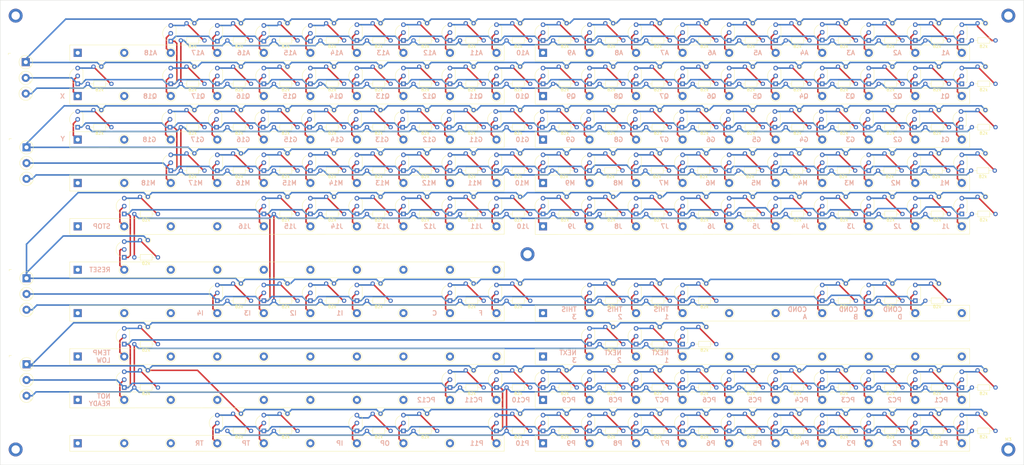
<source format=kicad_pcb>
(kicad_pcb (version 20171130) (host pcbnew "(5.0.0)")
  (layers (0 F.Cu signal) (31 B.Cu signal) (34 B.Paste user) (35 F.Paste user) (36 B.SilkS user) (37 F.SilkS user hide) (38 B.Mask user) (39 F.Mask user) (44 Edge.Cuts user))
  (net 0 "")
  (net 1 +70v)
  (net 2 0v)
  (net 3 -40v)
  (net 4 "Net-(J2-Pad3)")
  (net 5 "Net-(NE3-Pad2)")
  (net 6 "Net-(NE4-Pad2)")
  (net 7 "Net-(NE5-Pad2)")
  (net 8 "Net-(NE6-Pad2)")
  (net 9 "Net-(NE7-Pad2)")
  (net 10 "Net-(NE8-Pad2)")
  (net 11 "Net-(NE9-Pad2)")
  (net 12 "Net-(NE10-Pad2)")
  (net 13 "Net-(J2-Pad4)")
  (net 14 "Net-(J2-Pad5)")
  (net 15 "Net-(J2-Pad6)")
  (net 16 "Net-(J2-Pad7)")
  (net 17 "Net-(J2-Pad8)")
  (net 18 "Net-(J2-Pad9)")
  (net 19 "Net-(J2-Pad10)")
  (net 20 "Net-(J3-Pad1)")
  (net 21 "Net-(J3-Pad2)")
  (net 22 "Net-(J3-Pad3)")
  (net 23 "Net-(J3-Pad4)")
  (net 24 "Net-(J3-Pad5)")
  (net 25 "Net-(J3-Pad6)")
  (net 26 "Net-(J3-Pad7)")
  (net 27 "Net-(J3-Pad8)")
  (net 28 "Net-(J3-Pad9)")
  (net 29 "Net-(J3-Pad10)")
  (net 30 "Net-(J4-Pad1)")
  (net 31 "Net-(J4-Pad3)")
  (net 32 "Net-(J4-Pad4)")
  (net 33 "Net-(J4-Pad5)")
  (net 34 "Net-(J4-Pad6)")
  (net 35 "Net-(J4-Pad7)")
  (net 36 "Net-(J4-Pad8)")
  (net 37 "Net-(J4-Pad9)")
  (net 38 "Net-(J4-Pad10)")
  (net 39 "Net-(J5-Pad10)")
  (net 40 "Net-(J5-Pad9)")
  (net 41 "Net-(J5-Pad8)")
  (net 42 "Net-(J5-Pad7)")
  (net 43 "Net-(J5-Pad6)")
  (net 44 "Net-(J5-Pad5)")
  (net 45 "Net-(J5-Pad4)")
  (net 46 "Net-(J5-Pad3)")
  (net 47 "Net-(J5-Pad2)")
  (net 48 "Net-(J5-Pad1)")
  (net 49 "Net-(NE11-Pad2)")
  (net 50 "Net-(NE12-Pad2)")
  (net 51 "Net-(NE13-Pad2)")
  (net 52 "Net-(NE14-Pad2)")
  (net 53 "Net-(NE15-Pad2)")
  (net 54 "Net-(NE16-Pad2)")
  (net 55 "Net-(NE17-Pad2)")
  (net 56 "Net-(NE18-Pad2)")
  (net 57 "Net-(NE19-Pad2)")
  (net 58 "Net-(NE20-Pad2)")
  (net 59 "Net-(NE21-Pad2)")
  (net 60 "Net-(NE23-Pad2)")
  (net 61 "Net-(NE24-Pad2)")
  (net 62 "Net-(NE25-Pad2)")
  (net 63 "Net-(NE26-Pad2)")
  (net 64 "Net-(NE27-Pad2)")
  (net 65 "Net-(NE28-Pad2)")
  (net 66 "Net-(NE29-Pad2)")
  (net 67 "Net-(NE30-Pad2)")
  (net 68 "Net-(NE31-Pad2)")
  (net 69 "Net-(NE32-Pad2)")
  (net 70 "Net-(NE33-Pad2)")
  (net 71 "Net-(NE34-Pad2)")
  (net 72 "Net-(NE35-Pad2)")
  (net 73 "Net-(NE36-Pad2)")
  (net 74 "Net-(NE37-Pad2)")
  (net 75 "Net-(NE38-Pad2)")
  (net 76 "Net-(NE39-Pad2)")
  (net 77 "Net-(NE40-Pad2)")
  (net 78 "Net-(J6-Pad1)")
  (net 79 "Net-(J6-Pad3)")
  (net 80 "Net-(J6-Pad4)")
  (net 81 "Net-(J6-Pad5)")
  (net 82 "Net-(J6-Pad6)")
  (net 83 "Net-(J6-Pad7)")
  (net 84 "Net-(J6-Pad8)")
  (net 85 "Net-(J6-Pad9)")
  (net 86 "Net-(J6-Pad10)")
  (net 87 "Net-(J7-Pad10)")
  (net 88 "Net-(J7-Pad9)")
  (net 89 "Net-(J7-Pad8)")
  (net 90 "Net-(J7-Pad7)")
  (net 91 "Net-(J7-Pad6)")
  (net 92 "Net-(J7-Pad5)")
  (net 93 "Net-(J7-Pad4)")
  (net 94 "Net-(J7-Pad3)")
  (net 95 "Net-(J7-Pad2)")
  (net 96 "Net-(J7-Pad1)")
  (net 97 "Net-(NE41-Pad2)")
  (net 98 "Net-(NE43-Pad2)")
  (net 99 "Net-(NE44-Pad2)")
  (net 100 "Net-(NE45-Pad2)")
  (net 101 "Net-(NE46-Pad2)")
  (net 102 "Net-(NE47-Pad2)")
  (net 103 "Net-(NE48-Pad2)")
  (net 104 "Net-(NE49-Pad2)")
  (net 105 "Net-(NE50-Pad2)")
  (net 106 "Net-(NE51-Pad2)")
  (net 107 "Net-(NE52-Pad2)")
  (net 108 "Net-(NE53-Pad2)")
  (net 109 "Net-(NE54-Pad2)")
  (net 110 "Net-(NE55-Pad2)")
  (net 111 "Net-(NE56-Pad2)")
  (net 112 "Net-(NE57-Pad2)")
  (net 113 "Net-(NE58-Pad2)")
  (net 114 "Net-(NE59-Pad2)")
  (net 115 "Net-(NE60-Pad2)")
  (net 116 "Net-(J8-Pad10)")
  (net 117 "Net-(J8-Pad9)")
  (net 118 "Net-(J8-Pad8)")
  (net 119 "Net-(J8-Pad7)")
  (net 120 "Net-(J8-Pad6)")
  (net 121 "Net-(J8-Pad5)")
  (net 122 "Net-(J8-Pad4)")
  (net 123 "Net-(J8-Pad3)")
  (net 124 "Net-(J9-Pad1)")
  (net 125 "Net-(J9-Pad2)")
  (net 126 "Net-(J9-Pad3)")
  (net 127 "Net-(J9-Pad4)")
  (net 128 "Net-(J9-Pad5)")
  (net 129 "Net-(J9-Pad6)")
  (net 130 "Net-(J9-Pad7)")
  (net 131 "Net-(J9-Pad8)")
  (net 132 "Net-(J9-Pad9)")
  (net 133 "Net-(J9-Pad10)")
  (net 134 "Net-(NE63-Pad2)")
  (net 135 "Net-(NE64-Pad2)")
  (net 136 "Net-(NE65-Pad2)")
  (net 137 "Net-(NE66-Pad2)")
  (net 138 "Net-(NE67-Pad2)")
  (net 139 "Net-(NE68-Pad2)")
  (net 140 "Net-(NE69-Pad2)")
  (net 141 "Net-(NE70-Pad2)")
  (net 142 "Net-(NE71-Pad2)")
  (net 143 "Net-(NE72-Pad2)")
  (net 144 "Net-(NE73-Pad2)")
  (net 145 "Net-(NE74-Pad2)")
  (net 146 "Net-(NE75-Pad2)")
  (net 147 "Net-(NE76-Pad2)")
  (net 148 "Net-(NE77-Pad2)")
  (net 149 "Net-(NE78-Pad2)")
  (net 150 "Net-(NE79-Pad2)")
  (net 151 "Net-(NE80-Pad2)")
  (net 152 "Net-(J10-Pad2)")
  (net 153 "Net-(J10-Pad5)")
  (net 154 "Net-(J10-Pad6)")
  (net 155 "Net-(J10-Pad7)")
  (net 156 "Net-(J10-Pad8)")
  (net 157 "Net-(J10-Pad9)")
  (net 158 "Net-(J10-Pad10)")
  (net 159 "Net-(NE82-Pad2)")
  (net 160 "Net-(NE85-Pad2)")
  (net 161 "Net-(J11-Pad1)")
  (net 162 "Net-(J11-Pad2)")
  (net 163 "Net-(J11-Pad3)")
  (net 164 "Net-(J11-Pad4)")
  (net 165 "Net-(J11-Pad5)")
  (net 166 "Net-(J11-Pad6)")
  (net 167 "Net-(J11-Pad7)")
  (net 168 "Net-(J11-Pad8)")
  (net 169 "Net-(J11-Pad9)")
  (net 170 "Net-(J11-Pad10)")
  (net 171 "Net-(NE86-Pad2)")
  (net 172 "Net-(NE87-Pad2)")
  (net 173 "Net-(NE88-Pad2)")
  (net 174 "Net-(NE89-Pad2)")
  (net 175 "Net-(NE90-Pad2)")
  (net 176 "Net-(NE91-Pad2)")
  (net 177 "Net-(NE92-Pad2)")
  (net 178 "Net-(NE93-Pad2)")
  (net 179 "Net-(NE94-Pad2)")
  (net 180 "Net-(NE95-Pad2)")
  (net 181 "Net-(NE96-Pad2)")
  (net 182 "Net-(NE97-Pad2)")
  (net 183 "Net-(NE98-Pad2)")
  (net 184 "Net-(NE99-Pad2)")
  (net 185 "Net-(NE100-Pad2)")
  (net 186 "Net-(J14-Pad4)")
  (net 187 "Net-(J14-Pad5)")
  (net 188 "Net-(J14-Pad6)")
  (net 189 "Net-(J14-Pad7)")
  (net 190 "Net-(J14-Pad9)")
  (net 191 "Net-(J14-Pad10)")
  (net 192 "Net-(J15-Pad2)")
  (net 193 "Net-(J15-Pad3)")
  (net 194 "Net-(J15-Pad4)")
  (net 195 "Net-(J15-Pad7)")
  (net 196 "Net-(J15-Pad8)")
  (net 197 "Net-(J15-Pad9)")
  (net 198 "Net-(J16-Pad2)")
  (net 199 "Net-(J17-Pad4)")
  (net 200 "Net-(J17-Pad3)")
  (net 201 "Net-(J17-Pad2)")
  (net 202 "Net-(J18-Pad10)")
  (net 203 "Net-(J18-Pad9)")
  (net 204 "Net-(J18-Pad2)")
  (net 205 "Net-(J19-Pad1)")
  (net 206 "Net-(J19-Pad2)")
  (net 207 "Net-(J19-Pad3)")
  (net 208 "Net-(J19-Pad4)")
  (net 209 "Net-(J19-Pad5)")
  (net 210 "Net-(J19-Pad6)")
  (net 211 "Net-(J19-Pad7)")
  (net 212 "Net-(J19-Pad8)")
  (net 213 "Net-(J19-Pad9)")
  (net 214 "Net-(J19-Pad10)")
  (net 215 "Net-(NE102-Pad2)")
  (net 216 "Net-(NE124-Pad2)")
  (net 217 "Net-(NE125-Pad2)")
  (net 218 "Net-(NE126-Pad2)")
  (net 219 "Net-(NE127-Pad2)")
  (net 220 "Net-(NE129-Pad2)")
  (net 221 "Net-(NE130-Pad2)")
  (net 222 "Net-(NE132-Pad2)")
  (net 223 "Net-(NE133-Pad2)")
  (net 224 "Net-(NE134-Pad2)")
  (net 225 "Net-(NE137-Pad2)")
  (net 226 "Net-(NE138-Pad2)")
  (net 227 "Net-(NE139-Pad2)")
  (net 228 "Net-(NE142-Pad2)")
  (net 229 "Net-(NE152-Pad2)")
  (net 230 "Net-(NE153-Pad2)")
  (net 231 "Net-(NE154-Pad2)")
  (net 232 "Net-(NE162-Pad2)")
  (net 233 "Net-(NE169-Pad2)")
  (net 234 "Net-(NE170-Pad2)")
  (net 235 "Net-(NE171-Pad2)")
  (net 236 "Net-(NE172-Pad2)")
  (net 237 "Net-(J12-Pad2)")
  (net 238 "Net-(NE173-Pad2)")
  (net 239 "Net-(NE174-Pad2)")
  (net 240 "Net-(NE175-Pad2)")
  (net 241 "Net-(NE176-Pad2)")
  (net 242 "Net-(NE177-Pad2)")
  (net 243 "Net-(NE178-Pad2)")
  (net 244 "Net-(NE179-Pad2)")
  (net 245 "Net-(NE180-Pad2)")
  (net 246 "Net-(J20-Pad4)")
  (net 247 "Net-(J20-Pad5)")
  (net 248 "Net-(J20-Pad7)")
  (net 249 "Net-(J20-Pad8)")
  (net 250 "Net-(J20-Pad10)")
  (net 251 "Net-(J21-Pad10)")
  (net 252 "Net-(J21-Pad9)")
  (net 253 "Net-(J21-Pad8)")
  (net 254 "Net-(J21-Pad7)")
  (net 255 "Net-(J21-Pad6)")
  (net 256 "Net-(J21-Pad5)")
  (net 257 "Net-(J21-Pad4)")
  (net 258 "Net-(J21-Pad3)")
  (net 259 "Net-(J21-Pad2)")
  (net 260 "Net-(J21-Pad1)")
  (net 261 "Net-(NE184-Pad2)")
  (net 262 "Net-(NE185-Pad2)")
  (net 263 "Net-(NE187-Pad2)")
  (net 264 "Net-(NE188-Pad2)")
  (net 265 "Net-(NE190-Pad2)")
  (net 266 "Net-(NE191-Pad2)")
  (net 267 "Net-(NE192-Pad2)")
  (net 268 "Net-(NE193-Pad2)")
  (net 269 "Net-(NE194-Pad2)")
  (net 270 "Net-(NE195-Pad2)")
  (net 271 "Net-(NE196-Pad2)")
  (net 272 "Net-(NE197-Pad2)")
  (net 273 "Net-(NE198-Pad2)")
  (net 274 "Net-(NE199-Pad2)")
  (net 275 "Net-(NE200-Pad2)")
  (module ELLIOTT:R_Axial_DIN0204_L3.6mm_D1.6mm_P7.62mm_Horizontal (layer F.Cu) (at 293.25 71)
    (fp_text reference R56)
    (fp_text value 82k (at 3.81 1.92) (layer F.SilkS))
    (pad 2 thru_hole oval (at 7.62 0) (size 1.4 1.4) (drill 0.7) (layers *.Cu *.Mask) (net 110 "Net-(NE55-Pad2)"))
    (pad 1 thru_hole circle (at 0 0) (size 1.4 1.4) (drill 0.7) (layers *.Cu *.Mask) (net 1 +70v))
  )
  (module ELLIOTT:R_Axial_DIN0204_L3.6mm_D1.6mm_P7.62mm_Horizontal (layer F.Cu) (at 263.25 169)
    (fp_text reference R194)
    (fp_text value 82k (at 3.81 1.92) (layer F.SilkS))
    (pad 1 thru_hole circle (at 0 0) (size 1.4 1.4) (drill 0.7) (layers *.Cu *.Mask) (net 1 +70v))
    (pad 2 thru_hole oval (at 7.62 0) (size 1.4 1.4) (drill 0.7) (layers *.Cu *.Mask) (net 268 "Net-(NE193-Pad2)"))
  )
  (module ELLIOTT:R_Axial_DIN0204_L3.6mm_D1.6mm_P7.62mm_Horizontal (layer F.Cu) (at 368.25 169)
    (fp_text reference R201)
    (fp_text value 82k (at 3.81 1.92) (layer F.SilkS))
    (pad 1 thru_hole circle (at 0 0) (size 1.4 1.4) (drill 0.7) (layers *.Cu *.Mask) (net 1 +70v))
    (pad 2 thru_hole oval (at 7.62 0) (size 1.4 1.4) (drill 0.7) (layers *.Cu *.Mask) (net 275 "Net-(NE200-Pad2)"))
  )
  (module ELLIOTT:R_Axial_DIN0204_L3.6mm_D1.6mm_P7.62mm_Horizontal (layer F.Cu) (at 278.25 169)
    (fp_text reference R195)
    (fp_text value 82k (at 3.81 1.92) (layer F.SilkS))
    (pad 1 thru_hole circle (at 0 0) (size 1.4 1.4) (drill 0.7) (layers *.Cu *.Mask) (net 1 +70v))
    (pad 2 thru_hole oval (at 7.62 0) (size 1.4 1.4) (drill 0.7) (layers *.Cu *.Mask) (net 269 "Net-(NE194-Pad2)"))
  )
  (module ELLIOTT:R_Axial_DIN0204_L3.6mm_D1.6mm_P7.62mm_Horizontal (layer F.Cu) (at 128.25 169)
    (fp_text reference R185)
    (fp_text value 82k (at 3.81 1.92) (layer F.SilkS))
    (pad 1 thru_hole circle (at 0 0) (size 1.4 1.4) (drill 0.7) (layers *.Cu *.Mask) (net 1 +70v))
    (pad 2 thru_hole oval (at 7.62 0) (size 1.4 1.4) (drill 0.7) (layers *.Cu *.Mask) (net 261 "Net-(NE184-Pad2)"))
  )
  (module ELLIOTT:R_Axial_DIN0204_L3.6mm_D1.6mm_P7.62mm_Horizontal (layer F.Cu) (at 188.25 169)
    (fp_text reference R189)
    (fp_text value 82k (at 3.81 1.92) (layer F.SilkS))
    (pad 1 thru_hole circle (at 0 0) (size 1.4 1.4) (drill 0.7) (layers *.Cu *.Mask) (net 1 +70v))
    (pad 2 thru_hole oval (at 7.62 0) (size 1.4 1.4) (drill 0.7) (layers *.Cu *.Mask) (net 264 "Net-(NE188-Pad2)"))
  )
  (module ELLIOTT:R_Axial_DIN0204_L3.6mm_D1.6mm_P7.62mm_Horizontal (layer F.Cu) (at 233.25 169)
    (fp_text reference R192)
    (fp_text value 82k (at 3.81 1.92) (layer F.SilkS))
    (pad 1 thru_hole circle (at 0 0) (size 1.4 1.4) (drill 0.7) (layers *.Cu *.Mask) (net 1 +70v))
    (pad 2 thru_hole oval (at 7.62 0) (size 1.4 1.4) (drill 0.7) (layers *.Cu *.Mask) (net 266 "Net-(NE191-Pad2)"))
  )
  (module ELLIOTT:R_Axial_DIN0204_L3.6mm_D1.6mm_P7.62mm_Horizontal (layer F.Cu) (at 353.25 169)
    (fp_text reference R200)
    (fp_text value 82k (at 3.81 1.92) (layer F.SilkS))
    (pad 1 thru_hole circle (at 0 0) (size 1.4 1.4) (drill 0.7) (layers *.Cu *.Mask) (net 1 +70v))
    (pad 2 thru_hole oval (at 7.62 0) (size 1.4 1.4) (drill 0.7) (layers *.Cu *.Mask) (net 274 "Net-(NE199-Pad2)"))
  )
  (module ELLIOTT:R_Axial_DIN0204_L3.6mm_D1.6mm_P7.62mm_Horizontal (layer F.Cu) (at 248.25 169)
    (fp_text reference R193)
    (fp_text value 82k (at 3.81 1.92) (layer F.SilkS))
    (pad 1 thru_hole circle (at 0 0) (size 1.4 1.4) (drill 0.7) (layers *.Cu *.Mask) (net 1 +70v))
    (pad 2 thru_hole oval (at 7.62 0) (size 1.4 1.4) (drill 0.7) (layers *.Cu *.Mask) (net 267 "Net-(NE192-Pad2)"))
  )
  (module ELLIOTT:R_Axial_DIN0204_L3.6mm_D1.6mm_P7.62mm_Horizontal (layer F.Cu) (at 323.25 169)
    (fp_text reference R198)
    (fp_text value 82k (at 3.81 1.92) (layer F.SilkS))
    (pad 1 thru_hole circle (at 0 0) (size 1.4 1.4) (drill 0.7) (layers *.Cu *.Mask) (net 1 +70v))
    (pad 2 thru_hole oval (at 7.62 0) (size 1.4 1.4) (drill 0.7) (layers *.Cu *.Mask) (net 272 "Net-(NE197-Pad2)"))
  )
  (module ELLIOTT:R_Axial_DIN0204_L3.6mm_D1.6mm_P7.62mm_Horizontal (layer F.Cu) (at 218.25 169)
    (fp_text reference R191)
    (fp_text value 82k (at 3.81 1.92) (layer F.SilkS))
    (pad 1 thru_hole circle (at 0 0) (size 1.4 1.4) (drill 0.7) (layers *.Cu *.Mask) (net 1 +70v))
    (pad 2 thru_hole oval (at 7.62 0) (size 1.4 1.4) (drill 0.7) (layers *.Cu *.Mask) (net 265 "Net-(NE190-Pad2)"))
  )
  (module ELLIOTT:R_Axial_DIN0204_L3.6mm_D1.6mm_P7.62mm_Horizontal (layer F.Cu) (at 293.25 169)
    (fp_text reference R196)
    (fp_text value 82k (at 3.81 1.92) (layer F.SilkS))
    (pad 1 thru_hole circle (at 0 0) (size 1.4 1.4) (drill 0.7) (layers *.Cu *.Mask) (net 1 +70v))
    (pad 2 thru_hole oval (at 7.62 0) (size 1.4 1.4) (drill 0.7) (layers *.Cu *.Mask) (net 270 "Net-(NE195-Pad2)"))
  )
  (module ELLIOTT:R_Axial_DIN0204_L3.6mm_D1.6mm_P7.62mm_Horizontal (layer F.Cu) (at 338.25 169)
    (fp_text reference R199)
    (fp_text value 82k (at 3.81 1.92) (layer F.SilkS))
    (pad 1 thru_hole circle (at 0 0) (size 1.4 1.4) (drill 0.7) (layers *.Cu *.Mask) (net 1 +70v))
    (pad 2 thru_hole oval (at 7.62 0) (size 1.4 1.4) (drill 0.7) (layers *.Cu *.Mask) (net 273 "Net-(NE198-Pad2)"))
  )
  (module ELLIOTT:R_Axial_DIN0204_L3.6mm_D1.6mm_P7.62mm_Horizontal (layer F.Cu) (at 173.25 169)
    (fp_text reference R188)
    (fp_text value 82k (at 3.81 1.92) (layer F.SilkS))
    (pad 1 thru_hole circle (at 0 0) (size 1.4 1.4) (drill 0.7) (layers *.Cu *.Mask) (net 1 +70v))
    (pad 2 thru_hole oval (at 7.62 0) (size 1.4 1.4) (drill 0.7) (layers *.Cu *.Mask) (net 263 "Net-(NE187-Pad2)"))
  )
  (module ELLIOTT:R_Axial_DIN0204_L3.6mm_D1.6mm_P7.62mm_Horizontal (layer F.Cu) (at 308.25 169)
    (fp_text reference R197)
    (fp_text value 82k (at 3.81 1.92) (layer F.SilkS))
    (pad 1 thru_hole circle (at 0 0) (size 1.4 1.4) (drill 0.7) (layers *.Cu *.Mask) (net 1 +70v))
    (pad 2 thru_hole oval (at 7.62 0) (size 1.4 1.4) (drill 0.7) (layers *.Cu *.Mask) (net 271 "Net-(NE196-Pad2)"))
  )
  (module ELLIOTT:R_Axial_DIN0204_L3.6mm_D1.6mm_P7.62mm_Horizontal (layer F.Cu) (at 143.25 169)
    (fp_text reference R186)
    (fp_text value 82k (at 3.81 1.92) (layer F.SilkS))
    (pad 1 thru_hole circle (at 0 0) (size 1.4 1.4) (drill 0.7) (layers *.Cu *.Mask) (net 1 +70v))
    (pad 2 thru_hole oval (at 7.62 0) (size 1.4 1.4) (drill 0.7) (layers *.Cu *.Mask) (net 262 "Net-(NE185-Pad2)"))
  )
  (module ELLIOTT:R_Axial_DIN0204_L3.6mm_D1.6mm_P7.62mm_Horizontal (layer F.Cu) (at 368.25 155)
    (fp_text reference R181)
    (fp_text value 82k (at 3.81 1.92) (layer F.SilkS))
    (pad 1 thru_hole circle (at 0 0) (size 1.4 1.4) (drill 0.7) (layers *.Cu *.Mask) (net 1 +70v))
    (pad 2 thru_hole oval (at 7.62 0) (size 1.4 1.4) (drill 0.7) (layers *.Cu *.Mask) (net 245 "Net-(NE180-Pad2)"))
  )
  (module ELLIOTT:R_Axial_DIN0204_L3.6mm_D1.6mm_P7.62mm_Horizontal (layer F.Cu) (at 278.25 155)
    (fp_text reference R175)
    (fp_text value 82k (at 3.81 1.92) (layer F.SilkS))
    (pad 1 thru_hole circle (at 0 0) (size 1.4 1.4) (drill 0.7) (layers *.Cu *.Mask) (net 1 +70v))
    (pad 2 thru_hole oval (at 7.62 0) (size 1.4 1.4) (drill 0.7) (layers *.Cu *.Mask) (net 239 "Net-(NE174-Pad2)"))
  )
  (module ELLIOTT:R_Axial_DIN0204_L3.6mm_D1.6mm_P7.62mm_Horizontal (layer F.Cu) (at 263.25 155)
    (fp_text reference R174)
    (fp_text value 82k (at 3.81 1.92) (layer F.SilkS))
    (pad 1 thru_hole circle (at 0 0) (size 1.4 1.4) (drill 0.7) (layers *.Cu *.Mask) (net 1 +70v))
    (pad 2 thru_hole oval (at 7.62 0) (size 1.4 1.4) (drill 0.7) (layers *.Cu *.Mask) (net 238 "Net-(NE173-Pad2)"))
  )
  (module ELLIOTT:R_Axial_DIN0204_L3.6mm_D1.6mm_P7.62mm_Horizontal (layer F.Cu) (at 338.25 155)
    (fp_text reference R179)
    (fp_text value 82k (at 3.81 1.92) (layer F.SilkS))
    (pad 1 thru_hole circle (at 0 0) (size 1.4 1.4) (drill 0.7) (layers *.Cu *.Mask) (net 1 +70v))
    (pad 2 thru_hole oval (at 7.62 0) (size 1.4 1.4) (drill 0.7) (layers *.Cu *.Mask) (net 243 "Net-(NE178-Pad2)"))
  )
  (module ELLIOTT:R_Axial_DIN0204_L3.6mm_D1.6mm_P7.62mm_Horizontal (layer F.Cu) (at 353.25 155)
    (fp_text reference R180)
    (fp_text value 82k (at 3.81 1.92) (layer F.SilkS))
    (pad 1 thru_hole circle (at 0 0) (size 1.4 1.4) (drill 0.7) (layers *.Cu *.Mask) (net 1 +70v))
    (pad 2 thru_hole oval (at 7.62 0) (size 1.4 1.4) (drill 0.7) (layers *.Cu *.Mask) (net 244 "Net-(NE179-Pad2)"))
  )
  (module ELLIOTT:R_Axial_DIN0204_L3.6mm_D1.6mm_P7.62mm_Horizontal (layer F.Cu) (at 248.25 155)
    (fp_text reference R173)
    (fp_text value 82k (at 3.81 1.92) (layer F.SilkS))
    (pad 1 thru_hole circle (at 0 0) (size 1.4 1.4) (drill 0.7) (layers *.Cu *.Mask) (net 1 +70v))
    (pad 2 thru_hole oval (at 7.62 0) (size 1.4 1.4) (drill 0.7) (layers *.Cu *.Mask) (net 236 "Net-(NE172-Pad2)"))
  )
  (module ELLIOTT:R_Axial_DIN0204_L3.6mm_D1.6mm_P7.62mm_Horizontal (layer F.Cu) (at 293.25 155)
    (fp_text reference R176)
    (fp_text value 82k (at 3.81 1.92) (layer F.SilkS))
    (pad 1 thru_hole circle (at 0 0) (size 1.4 1.4) (drill 0.7) (layers *.Cu *.Mask) (net 1 +70v))
    (pad 2 thru_hole oval (at 7.62 0) (size 1.4 1.4) (drill 0.7) (layers *.Cu *.Mask) (net 240 "Net-(NE175-Pad2)"))
  )
  (module ELLIOTT:R_Axial_DIN0204_L3.6mm_D1.6mm_P7.62mm_Horizontal (layer F.Cu) (at 218.25 155)
    (fp_text reference R171)
    (fp_text value 82k (at 3.81 1.92) (layer F.SilkS))
    (pad 1 thru_hole circle (at 0 0) (size 1.4 1.4) (drill 0.7) (layers *.Cu *.Mask) (net 1 +70v))
    (pad 2 thru_hole oval (at 7.62 0) (size 1.4 1.4) (drill 0.7) (layers *.Cu *.Mask) (net 234 "Net-(NE170-Pad2)"))
  )
  (module ELLIOTT:R_Axial_DIN0204_L3.6mm_D1.6mm_P7.62mm_Horizontal (layer F.Cu) (at 323.25 155)
    (fp_text reference R178)
    (fp_text value 82k (at 3.81 1.92) (layer F.SilkS))
    (pad 1 thru_hole circle (at 0 0) (size 1.4 1.4) (drill 0.7) (layers *.Cu *.Mask) (net 1 +70v))
    (pad 2 thru_hole oval (at 7.62 0) (size 1.4 1.4) (drill 0.7) (layers *.Cu *.Mask) (net 242 "Net-(NE177-Pad2)"))
  )
  (module ELLIOTT:R_Axial_DIN0204_L3.6mm_D1.6mm_P7.62mm_Horizontal (layer F.Cu) (at 233.25 155)
    (fp_text reference R172)
    (fp_text value 82k (at 3.81 1.92) (layer F.SilkS))
    (pad 1 thru_hole circle (at 0 0) (size 1.4 1.4) (drill 0.7) (layers *.Cu *.Mask) (net 1 +70v))
    (pad 2 thru_hole oval (at 7.62 0) (size 1.4 1.4) (drill 0.7) (layers *.Cu *.Mask) (net 235 "Net-(NE171-Pad2)"))
  )
  (module ELLIOTT:R_Axial_DIN0204_L3.6mm_D1.6mm_P7.62mm_Horizontal (layer F.Cu) (at 98.25 155)
    (fp_text reference R163)
    (fp_text value 82k (at 3.81 1.92) (layer F.SilkS))
    (pad 1 thru_hole circle (at 0 0) (size 1.4 1.4) (drill 0.7) (layers *.Cu *.Mask) (net 1 +70v))
    (pad 2 thru_hole oval (at 7.62 0) (size 1.4 1.4) (drill 0.7) (layers *.Cu *.Mask) (net 232 "Net-(NE162-Pad2)"))
  )
  (module ELLIOTT:R_Axial_DIN0204_L3.6mm_D1.6mm_P7.62mm_Horizontal (layer F.Cu) (at 203.25 155)
    (fp_text reference R170)
    (fp_text value 82k (at 3.81 1.92) (layer F.SilkS))
    (pad 1 thru_hole circle (at 0 0) (size 1.4 1.4) (drill 0.7) (layers *.Cu *.Mask) (net 1 +70v))
    (pad 2 thru_hole oval (at 7.62 0) (size 1.4 1.4) (drill 0.7) (layers *.Cu *.Mask) (net 233 "Net-(NE169-Pad2)"))
  )
  (module ELLIOTT:R_Axial_DIN0204_L3.6mm_D1.6mm_P7.62mm_Horizontal (layer F.Cu) (at 308.25 155)
    (fp_text reference R177)
    (fp_text value 82k (at 3.81 1.92) (layer F.SilkS))
    (pad 1 thru_hole circle (at 0 0) (size 1.4 1.4) (drill 0.7) (layers *.Cu *.Mask) (net 1 +70v))
    (pad 2 thru_hole oval (at 7.62 0) (size 1.4 1.4) (drill 0.7) (layers *.Cu *.Mask) (net 241 "Net-(NE176-Pad2)"))
  )
  (module ELLIOTT:R_Axial_DIN0204_L3.6mm_D1.6mm_P7.62mm_Horizontal (layer F.Cu) (at 278.25 141)
    (fp_text reference R155)
    (fp_text value 82k (at 3.81 1.92) (layer F.SilkS))
    (pad 1 thru_hole circle (at 0 0) (size 1.4 1.4) (drill 0.7) (layers *.Cu *.Mask) (net 1 +70v))
    (pad 2 thru_hole oval (at 7.62 0) (size 1.4 1.4) (drill 0.7) (layers *.Cu *.Mask) (net 231 "Net-(NE154-Pad2)"))
  )
  (module ELLIOTT:R_Axial_DIN0204_L3.6mm_D1.6mm_P7.62mm_Horizontal (layer F.Cu) (at 263.25 141)
    (fp_text reference R154)
    (fp_text value 82k (at 3.81 1.92) (layer F.SilkS))
    (pad 1 thru_hole circle (at 0 0) (size 1.4 1.4) (drill 0.7) (layers *.Cu *.Mask) (net 1 +70v))
    (pad 2 thru_hole oval (at 7.62 0) (size 1.4 1.4) (drill 0.7) (layers *.Cu *.Mask) (net 230 "Net-(NE153-Pad2)"))
  )
  (module ELLIOTT:R_Axial_DIN0204_L3.6mm_D1.6mm_P7.62mm_Horizontal (layer F.Cu) (at 248.25 141)
    (fp_text reference R153)
    (fp_text value 82k (at 3.81 1.92) (layer F.SilkS))
    (pad 1 thru_hole circle (at 0 0) (size 1.4 1.4) (drill 0.7) (layers *.Cu *.Mask) (net 1 +70v))
    (pad 2 thru_hole oval (at 7.62 0) (size 1.4 1.4) (drill 0.7) (layers *.Cu *.Mask) (net 229 "Net-(NE152-Pad2)"))
  )
  (module ELLIOTT:R_Axial_DIN0204_L3.6mm_D1.6mm_P7.62mm_Horizontal (layer F.Cu) (at 98.25 141)
    (fp_text reference R143)
    (fp_text value 82k (at 3.81 1.92) (layer F.SilkS))
    (pad 1 thru_hole circle (at 0 0) (size 1.4 1.4) (drill 0.7) (layers *.Cu *.Mask) (net 1 +70v))
    (pad 2 thru_hole oval (at 7.62 0) (size 1.4 1.4) (drill 0.7) (layers *.Cu *.Mask) (net 228 "Net-(NE142-Pad2)"))
  )
  (module ELLIOTT:R_Axial_DIN0204_L3.6mm_D1.6mm_P7.62mm_Horizontal (layer F.Cu) (at 278.25 127)
    (fp_text reference R135)
    (fp_text value 82k (at 3.81 1.92) (layer F.SilkS))
    (pad 1 thru_hole circle (at 0 0) (size 1.4 1.4) (drill 0.7) (layers *.Cu *.Mask) (net 1 +70v))
    (pad 2 thru_hole oval (at 7.62 0) (size 1.4 1.4) (drill 0.7) (layers *.Cu *.Mask) (net 224 "Net-(NE134-Pad2)"))
  )
  (module ELLIOTT:R_Axial_DIN0204_L3.6mm_D1.6mm_P7.62mm_Horizontal (layer F.Cu) (at 338.25 127)
    (fp_text reference R139)
    (fp_text value 82k (at 3.81 1.92) (layer F.SilkS))
    (pad 1 thru_hole circle (at 0 0) (size 1.4 1.4) (drill 0.7) (layers *.Cu *.Mask) (net 1 +70v))
    (pad 2 thru_hole oval (at 7.62 0) (size 1.4 1.4) (drill 0.7) (layers *.Cu *.Mask) (net 226 "Net-(NE138-Pad2)"))
  )
  (module ELLIOTT:R_Axial_DIN0204_L3.6mm_D1.6mm_P7.62mm_Horizontal (layer F.Cu) (at 263.25 127)
    (fp_text reference R134)
    (fp_text value 82k (at 3.81 1.92) (layer F.SilkS))
    (pad 1 thru_hole circle (at 0 0) (size 1.4 1.4) (drill 0.7) (layers *.Cu *.Mask) (net 1 +70v))
    (pad 2 thru_hole oval (at 7.62 0) (size 1.4 1.4) (drill 0.7) (layers *.Cu *.Mask) (net 223 "Net-(NE133-Pad2)"))
  )
  (module ELLIOTT:R_Axial_DIN0204_L3.6mm_D1.6mm_P7.62mm_Horizontal (layer F.Cu) (at 353.25 127)
    (fp_text reference R140)
    (fp_text value 82k (at 3.81 1.92) (layer F.SilkS))
    (pad 1 thru_hole circle (at 0 0) (size 1.4 1.4) (drill 0.7) (layers *.Cu *.Mask) (net 1 +70v))
    (pad 2 thru_hole oval (at 7.62 0) (size 1.4 1.4) (drill 0.7) (layers *.Cu *.Mask) (net 227 "Net-(NE139-Pad2)"))
  )
  (module ELLIOTT:R_Axial_DIN0204_L3.6mm_D1.6mm_P7.62mm_Horizontal (layer F.Cu) (at 248.25 127)
    (fp_text reference R133)
    (fp_text value 82k (at 3.81 1.92) (layer F.SilkS))
    (pad 1 thru_hole circle (at 0 0) (size 1.4 1.4) (drill 0.7) (layers *.Cu *.Mask) (net 1 +70v))
    (pad 2 thru_hole oval (at 7.62 0) (size 1.4 1.4) (drill 0.7) (layers *.Cu *.Mask) (net 222 "Net-(NE132-Pad2)"))
  )
  (module ELLIOTT:R_Axial_DIN0204_L3.6mm_D1.6mm_P7.62mm_Horizontal (layer F.Cu) (at 323.25 127)
    (fp_text reference R138)
    (fp_text value 82k (at 3.81 1.92) (layer F.SilkS))
    (pad 1 thru_hole circle (at 0 0) (size 1.4 1.4) (drill 0.7) (layers *.Cu *.Mask) (net 1 +70v))
    (pad 2 thru_hole oval (at 7.62 0) (size 1.4 1.4) (drill 0.7) (layers *.Cu *.Mask) (net 225 "Net-(NE137-Pad2)"))
  )
  (module ELLIOTT:R_Axial_DIN0204_L3.6mm_D1.6mm_P7.62mm_Horizontal (layer F.Cu) (at 218.25 127)
    (fp_text reference R131)
    (fp_text value 82k (at 3.81 1.92) (layer F.SilkS))
    (pad 1 thru_hole circle (at 0 0) (size 1.4 1.4) (drill 0.7) (layers *.Cu *.Mask) (net 1 +70v))
    (pad 2 thru_hole oval (at 7.62 0) (size 1.4 1.4) (drill 0.7) (layers *.Cu *.Mask) (net 221 "Net-(NE130-Pad2)"))
  )
  (module ELLIOTT:R_Axial_DIN0204_L3.6mm_D1.6mm_P7.62mm_Horizontal (layer F.Cu) (at 143.25 127)
    (fp_text reference R126)
    (fp_text value 82k (at 3.81 1.92) (layer F.SilkS))
    (pad 1 thru_hole circle (at 0 0) (size 1.4 1.4) (drill 0.7) (layers *.Cu *.Mask) (net 1 +70v))
    (pad 2 thru_hole oval (at 7.62 0) (size 1.4 1.4) (drill 0.7) (layers *.Cu *.Mask) (net 217 "Net-(NE125-Pad2)"))
  )
  (module ELLIOTT:R_Axial_DIN0204_L3.6mm_D1.6mm_P7.62mm_Horizontal (layer F.Cu) (at 173.25 127)
    (fp_text reference R128)
    (fp_text value 82k (at 3.81 1.92) (layer F.SilkS))
    (pad 1 thru_hole circle (at 0 0) (size 1.4 1.4) (drill 0.7) (layers *.Cu *.Mask) (net 1 +70v))
    (pad 2 thru_hole oval (at 7.62 0) (size 1.4 1.4) (drill 0.7) (layers *.Cu *.Mask) (net 219 "Net-(NE127-Pad2)"))
  )
  (module ELLIOTT:R_Axial_DIN0204_L3.6mm_D1.6mm_P7.62mm_Horizontal (layer F.Cu) (at 128.25 127)
    (fp_text reference R125)
    (fp_text value 82k (at 3.81 1.92) (layer F.SilkS))
    (pad 1 thru_hole circle (at 0 0) (size 1.4 1.4) (drill 0.7) (layers *.Cu *.Mask) (net 1 +70v))
    (pad 2 thru_hole oval (at 7.62 0) (size 1.4 1.4) (drill 0.7) (layers *.Cu *.Mask) (net 216 "Net-(NE124-Pad2)"))
  )
  (module ELLIOTT:R_Axial_DIN0204_L3.6mm_D1.6mm_P7.62mm_Horizontal (layer F.Cu) (at 158.25 127)
    (fp_text reference R127)
    (fp_text value 82k (at 3.81 1.92) (layer F.SilkS))
    (pad 1 thru_hole circle (at 0 0) (size 1.4 1.4) (drill 0.7) (layers *.Cu *.Mask) (net 1 +70v))
    (pad 2 thru_hole oval (at 7.62 0) (size 1.4 1.4) (drill 0.7) (layers *.Cu *.Mask) (net 218 "Net-(NE126-Pad2)"))
  )
  (module ELLIOTT:R_Axial_DIN0204_L3.6mm_D1.6mm_P7.62mm_Horizontal (layer F.Cu) (at 203.25 127)
    (fp_text reference R130)
    (fp_text value 82k (at 3.81 1.92) (layer F.SilkS))
    (pad 1 thru_hole circle (at 0 0) (size 1.4 1.4) (drill 0.7) (layers *.Cu *.Mask) (net 1 +70v))
    (pad 2 thru_hole oval (at 7.62 0) (size 1.4 1.4) (drill 0.7) (layers *.Cu *.Mask) (net 220 "Net-(NE129-Pad2)"))
  )
  (module ELLIOTT:R_Axial_DIN0204_L3.6mm_D1.6mm_P7.62mm_Horizontal (layer F.Cu) (at 98.25 113)
    (fp_text reference R103)
    (fp_text value 82k (at 3.81 1.92) (layer F.SilkS))
    (pad 1 thru_hole circle (at 0 0) (size 1.4 1.4) (drill 0.7) (layers *.Cu *.Mask) (net 1 +70v))
    (pad 2 thru_hole oval (at 7.62 0) (size 1.4 1.4) (drill 0.7) (layers *.Cu *.Mask) (net 215 "Net-(NE102-Pad2)"))
  )
  (module ELLIOTT:R_Axial_DIN0204_L3.6mm_D1.6mm_P7.62mm_Horizontal (layer F.Cu) (at 248.25 99)
    (fp_text reference R93)
    (fp_text value 82k (at 3.81 1.92) (layer F.SilkS))
    (pad 1 thru_hole circle (at 0 0) (size 1.4 1.4) (drill 0.7) (layers *.Cu *.Mask) (net 1 +70v))
    (pad 2 thru_hole oval (at 7.62 0) (size 1.4 1.4) (drill 0.7) (layers *.Cu *.Mask) (net 177 "Net-(NE92-Pad2)"))
  )
  (module ELLIOTT:R_Axial_DIN0204_L3.6mm_D1.6mm_P7.62mm_Horizontal (layer F.Cu) (at 233.25 99)
    (fp_text reference R92)
    (fp_text value 82k (at 3.81 1.92) (layer F.SilkS))
    (pad 1 thru_hole circle (at 0 0) (size 1.4 1.4) (drill 0.7) (layers *.Cu *.Mask) (net 1 +70v))
    (pad 2 thru_hole oval (at 7.62 0) (size 1.4 1.4) (drill 0.7) (layers *.Cu *.Mask) (net 176 "Net-(NE91-Pad2)"))
  )
  (module ELLIOTT:R_Axial_DIN0204_L3.6mm_D1.6mm_P7.62mm_Horizontal (layer F.Cu) (at 308.25 99)
    (fp_text reference R97)
    (fp_text value 82k (at 3.81 1.92) (layer F.SilkS))
    (pad 1 thru_hole circle (at 0 0) (size 1.4 1.4) (drill 0.7) (layers *.Cu *.Mask) (net 1 +70v))
    (pad 2 thru_hole oval (at 7.62 0) (size 1.4 1.4) (drill 0.7) (layers *.Cu *.Mask) (net 181 "Net-(NE96-Pad2)"))
  )
  (module ELLIOTT:R_Axial_DIN0204_L3.6mm_D1.6mm_P7.62mm_Horizontal (layer F.Cu) (at 323.25 99)
    (fp_text reference R98)
    (fp_text value 82k (at 3.81 1.92) (layer F.SilkS))
    (pad 1 thru_hole circle (at 0 0) (size 1.4 1.4) (drill 0.7) (layers *.Cu *.Mask) (net 1 +70v))
    (pad 2 thru_hole oval (at 7.62 0) (size 1.4 1.4) (drill 0.7) (layers *.Cu *.Mask) (net 182 "Net-(NE97-Pad2)"))
  )
  (module ELLIOTT:R_Axial_DIN0204_L3.6mm_D1.6mm_P7.62mm_Horizontal (layer F.Cu) (at 338.25 99)
    (fp_text reference R99)
    (fp_text value 82k (at 3.81 1.92) (layer F.SilkS))
    (pad 1 thru_hole circle (at 0 0) (size 1.4 1.4) (drill 0.7) (layers *.Cu *.Mask) (net 1 +70v))
    (pad 2 thru_hole oval (at 7.62 0) (size 1.4 1.4) (drill 0.7) (layers *.Cu *.Mask) (net 183 "Net-(NE98-Pad2)"))
  )
  (module ELLIOTT:R_Axial_DIN0204_L3.6mm_D1.6mm_P7.62mm_Horizontal (layer F.Cu) (at 293.25 99)
    (fp_text reference R96)
    (fp_text value 82k (at 3.81 1.92) (layer F.SilkS))
    (pad 1 thru_hole circle (at 0 0) (size 1.4 1.4) (drill 0.7) (layers *.Cu *.Mask) (net 1 +70v))
    (pad 2 thru_hole oval (at 7.62 0) (size 1.4 1.4) (drill 0.7) (layers *.Cu *.Mask) (net 180 "Net-(NE95-Pad2)"))
  )
  (module ELLIOTT:R_Axial_DIN0204_L3.6mm_D1.6mm_P7.62mm_Horizontal (layer F.Cu) (at 368.25 99)
    (fp_text reference R101)
    (fp_text value 82k (at 3.81 1.92) (layer F.SilkS))
    (pad 1 thru_hole circle (at 0 0) (size 1.4 1.4) (drill 0.7) (layers *.Cu *.Mask) (net 1 +70v))
    (pad 2 thru_hole oval (at 7.62 0) (size 1.4 1.4) (drill 0.7) (layers *.Cu *.Mask) (net 185 "Net-(NE100-Pad2)"))
  )
  (module ELLIOTT:R_Axial_DIN0204_L3.6mm_D1.6mm_P7.62mm_Horizontal (layer F.Cu) (at 353.25 99)
    (fp_text reference R100)
    (fp_text value 82k (at 3.81 1.92) (layer F.SilkS))
    (pad 1 thru_hole circle (at 0 0) (size 1.4 1.4) (drill 0.7) (layers *.Cu *.Mask) (net 1 +70v))
    (pad 2 thru_hole oval (at 7.62 0) (size 1.4 1.4) (drill 0.7) (layers *.Cu *.Mask) (net 184 "Net-(NE99-Pad2)"))
  )
  (module ELLIOTT:R_Axial_DIN0204_L3.6mm_D1.6mm_P7.62mm_Horizontal (layer F.Cu) (at 263.25 99)
    (fp_text reference R94)
    (fp_text value 82k (at 3.81 1.92) (layer F.SilkS))
    (pad 1 thru_hole circle (at 0 0) (size 1.4 1.4) (drill 0.7) (layers *.Cu *.Mask) (net 1 +70v))
    (pad 2 thru_hole oval (at 7.62 0) (size 1.4 1.4) (drill 0.7) (layers *.Cu *.Mask) (net 178 "Net-(NE93-Pad2)"))
  )
  (module ELLIOTT:R_Axial_DIN0204_L3.6mm_D1.6mm_P7.62mm_Horizontal (layer F.Cu) (at 278.25 99)
    (fp_text reference R95)
    (fp_text value 82k (at 3.81 1.92) (layer F.SilkS))
    (pad 1 thru_hole circle (at 0 0) (size 1.4 1.4) (drill 0.7) (layers *.Cu *.Mask) (net 1 +70v))
    (pad 2 thru_hole oval (at 7.62 0) (size 1.4 1.4) (drill 0.7) (layers *.Cu *.Mask) (net 179 "Net-(NE94-Pad2)"))
  )
  (module ELLIOTT:R_Axial_DIN0204_L3.6mm_D1.6mm_P7.62mm_Horizontal (layer F.Cu) (at 143.25 99)
    (fp_text reference R86)
    (fp_text value 82k (at 3.81 1.92) (layer F.SilkS))
    (pad 1 thru_hole circle (at 0 0) (size 1.4 1.4) (drill 0.7) (layers *.Cu *.Mask) (net 1 +70v))
    (pad 2 thru_hole oval (at 7.62 0) (size 1.4 1.4) (drill 0.7) (layers *.Cu *.Mask) (net 160 "Net-(NE85-Pad2)"))
  )
  (module ELLIOTT:R_Axial_DIN0204_L3.6mm_D1.6mm_P7.62mm_Horizontal (layer F.Cu) (at 173.25 99)
    (fp_text reference R88)
    (fp_text value 82k (at 3.81 1.92) (layer F.SilkS))
    (pad 1 thru_hole circle (at 0 0) (size 1.4 1.4) (drill 0.7) (layers *.Cu *.Mask) (net 1 +70v))
    (pad 2 thru_hole oval (at 7.62 0) (size 1.4 1.4) (drill 0.7) (layers *.Cu *.Mask) (net 172 "Net-(NE87-Pad2)"))
  )
  (module ELLIOTT:R_Axial_DIN0204_L3.6mm_D1.6mm_P7.62mm_Horizontal (layer F.Cu) (at 218.25 99)
    (fp_text reference R91)
    (fp_text value 82k (at 3.81 1.92) (layer F.SilkS))
    (pad 1 thru_hole circle (at 0 0) (size 1.4 1.4) (drill 0.7) (layers *.Cu *.Mask) (net 1 +70v))
    (pad 2 thru_hole oval (at 7.62 0) (size 1.4 1.4) (drill 0.7) (layers *.Cu *.Mask) (net 175 "Net-(NE90-Pad2)"))
  )
  (module ELLIOTT:R_Axial_DIN0204_L3.6mm_D1.6mm_P7.62mm_Horizontal (layer F.Cu) (at 188.25 99)
    (fp_text reference R89)
    (fp_text value 82k (at 3.81 1.92) (layer F.SilkS))
    (pad 1 thru_hole circle (at 0 0) (size 1.4 1.4) (drill 0.7) (layers *.Cu *.Mask) (net 1 +70v))
    (pad 2 thru_hole oval (at 7.62 0) (size 1.4 1.4) (drill 0.7) (layers *.Cu *.Mask) (net 173 "Net-(NE88-Pad2)"))
  )
  (module ELLIOTT:R_Axial_DIN0204_L3.6mm_D1.6mm_P7.62mm_Horizontal (layer F.Cu) (at 203.25 99)
    (fp_text reference R90)
    (fp_text value 82k (at 3.81 1.92) (layer F.SilkS))
    (pad 1 thru_hole circle (at 0 0) (size 1.4 1.4) (drill 0.7) (layers *.Cu *.Mask) (net 1 +70v))
    (pad 2 thru_hole oval (at 7.62 0) (size 1.4 1.4) (drill 0.7) (layers *.Cu *.Mask) (net 174 "Net-(NE89-Pad2)"))
  )
  (module ELLIOTT:R_Axial_DIN0204_L3.6mm_D1.6mm_P7.62mm_Horizontal (layer F.Cu) (at 98.25 99)
    (fp_text reference R83)
    (fp_text value 82k (at 3.81 1.92) (layer F.SilkS))
    (pad 1 thru_hole circle (at 0 0) (size 1.4 1.4) (drill 0.7) (layers *.Cu *.Mask) (net 1 +70v))
    (pad 2 thru_hole oval (at 7.62 0) (size 1.4 1.4) (drill 0.7) (layers *.Cu *.Mask) (net 159 "Net-(NE82-Pad2)"))
  )
  (module ELLIOTT:R_Axial_DIN0204_L3.6mm_D1.6mm_P7.62mm_Horizontal (layer F.Cu) (at 158.25 99)
    (fp_text reference R87)
    (fp_text value 82k (at 3.81 1.92) (layer F.SilkS))
    (pad 1 thru_hole circle (at 0 0) (size 1.4 1.4) (drill 0.7) (layers *.Cu *.Mask) (net 1 +70v))
    (pad 2 thru_hole oval (at 7.62 0) (size 1.4 1.4) (drill 0.7) (layers *.Cu *.Mask) (net 171 "Net-(NE86-Pad2)"))
  )
  (module ELLIOTT:R_Axial_DIN0204_L3.6mm_D1.6mm_P7.62mm_Horizontal (layer F.Cu) (at 338 85)
    (fp_text reference R79)
    (fp_text value 82k (at 3.81 1.92) (layer F.SilkS))
    (pad 1 thru_hole circle (at 0 0) (size 1.4 1.4) (drill 0.7) (layers *.Cu *.Mask) (net 1 +70v))
    (pad 2 thru_hole oval (at 7.62 0) (size 1.4 1.4) (drill 0.7) (layers *.Cu *.Mask) (net 149 "Net-(NE78-Pad2)"))
  )
  (module ELLIOTT:R_Axial_DIN0204_L3.6mm_D1.6mm_P7.62mm_Horizontal (layer F.Cu) (at 308 85)
    (fp_text reference R77)
    (fp_text value 82k (at 3.81 1.92) (layer F.SilkS))
    (pad 1 thru_hole circle (at 0 0) (size 1.4 1.4) (drill 0.7) (layers *.Cu *.Mask) (net 1 +70v))
    (pad 2 thru_hole oval (at 7.62 0) (size 1.4 1.4) (drill 0.7) (layers *.Cu *.Mask) (net 147 "Net-(NE76-Pad2)"))
  )
  (module ELLIOTT:R_Axial_DIN0204_L3.6mm_D1.6mm_P7.62mm_Horizontal (layer F.Cu) (at 353 85)
    (fp_text reference R80)
    (fp_text value 82k (at 3.81 1.92) (layer F.SilkS))
    (pad 1 thru_hole circle (at 0 0) (size 1.4 1.4) (drill 0.7) (layers *.Cu *.Mask) (net 1 +70v))
    (pad 2 thru_hole oval (at 7.62 0) (size 1.4 1.4) (drill 0.7) (layers *.Cu *.Mask) (net 150 "Net-(NE79-Pad2)"))
  )
  (module ELLIOTT:R_Axial_DIN0204_L3.6mm_D1.6mm_P7.62mm_Horizontal (layer F.Cu) (at 368 85)
    (fp_text reference R81)
    (fp_text value 82k (at 3.81 1.92) (layer F.SilkS))
    (pad 1 thru_hole circle (at 0 0) (size 1.4 1.4) (drill 0.7) (layers *.Cu *.Mask) (net 1 +70v))
    (pad 2 thru_hole oval (at 7.62 0) (size 1.4 1.4) (drill 0.7) (layers *.Cu *.Mask) (net 151 "Net-(NE80-Pad2)"))
  )
  (module ELLIOTT:R_Axial_DIN0204_L3.6mm_D1.6mm_P7.62mm_Horizontal (layer F.Cu) (at 293 85)
    (fp_text reference R76)
    (fp_text value 82k (at 3.81 1.92) (layer F.SilkS))
    (pad 1 thru_hole circle (at 0 0) (size 1.4 1.4) (drill 0.7) (layers *.Cu *.Mask) (net 1 +70v))
    (pad 2 thru_hole oval (at 7.62 0) (size 1.4 1.4) (drill 0.7) (layers *.Cu *.Mask) (net 146 "Net-(NE75-Pad2)"))
  )
  (module ELLIOTT:R_Axial_DIN0204_L3.6mm_D1.6mm_P7.62mm_Horizontal (layer F.Cu) (at 323 85)
    (fp_text reference R78)
    (fp_text value 82k (at 3.81 1.92) (layer F.SilkS))
    (pad 1 thru_hole circle (at 0 0) (size 1.4 1.4) (drill 0.7) (layers *.Cu *.Mask) (net 1 +70v))
    (pad 2 thru_hole oval (at 7.62 0) (size 1.4 1.4) (drill 0.7) (layers *.Cu *.Mask) (net 148 "Net-(NE77-Pad2)"))
  )
  (module ELLIOTT:R_Axial_DIN0204_L3.6mm_D1.6mm_P7.62mm_Horizontal (layer F.Cu) (at 248 85)
    (fp_text reference R73)
    (fp_text value 82k (at 3.81 1.92) (layer F.SilkS))
    (pad 1 thru_hole circle (at 0 0) (size 1.4 1.4) (drill 0.7) (layers *.Cu *.Mask) (net 1 +70v))
    (pad 2 thru_hole oval (at 7.62 0) (size 1.4 1.4) (drill 0.7) (layers *.Cu *.Mask) (net 143 "Net-(NE72-Pad2)"))
  )
  (module ELLIOTT:R_Axial_DIN0204_L3.6mm_D1.6mm_P7.62mm_Horizontal (layer F.Cu) (at 233 85)
    (fp_text reference R72)
    (fp_text value 82k (at 3.81 1.92) (layer F.SilkS))
    (pad 1 thru_hole circle (at 0 0) (size 1.4 1.4) (drill 0.7) (layers *.Cu *.Mask) (net 1 +70v))
    (pad 2 thru_hole oval (at 7.62 0) (size 1.4 1.4) (drill 0.7) (layers *.Cu *.Mask) (net 142 "Net-(NE71-Pad2)"))
  )
  (module ELLIOTT:R_Axial_DIN0204_L3.6mm_D1.6mm_P7.62mm_Horizontal (layer F.Cu) (at 278 85)
    (fp_text reference R75)
    (fp_text value 82k (at 3.81 1.92) (layer F.SilkS))
    (pad 1 thru_hole circle (at 0 0) (size 1.4 1.4) (drill 0.7) (layers *.Cu *.Mask) (net 1 +70v))
    (pad 2 thru_hole oval (at 7.62 0) (size 1.4 1.4) (drill 0.7) (layers *.Cu *.Mask) (net 145 "Net-(NE74-Pad2)"))
  )
  (module ELLIOTT:R_Axial_DIN0204_L3.6mm_D1.6mm_P7.62mm_Horizontal (layer F.Cu) (at 263 85)
    (fp_text reference R74)
    (fp_text value 82k (at 3.81 1.92) (layer F.SilkS))
    (pad 1 thru_hole circle (at 0 0) (size 1.4 1.4) (drill 0.7) (layers *.Cu *.Mask) (net 1 +70v))
    (pad 2 thru_hole oval (at 7.62 0) (size 1.4 1.4) (drill 0.7) (layers *.Cu *.Mask) (net 144 "Net-(NE73-Pad2)"))
  )
  (module ELLIOTT:R_Axial_DIN0204_L3.6mm_D1.6mm_P7.62mm_Horizontal (layer F.Cu) (at 173.25 85)
    (fp_text reference R68)
    (fp_text value 82k (at 3.81 1.92) (layer F.SilkS))
    (pad 1 thru_hole circle (at 0 0) (size 1.4 1.4) (drill 0.7) (layers *.Cu *.Mask) (net 1 +70v))
    (pad 2 thru_hole oval (at 7.62 0) (size 1.4 1.4) (drill 0.7) (layers *.Cu *.Mask) (net 138 "Net-(NE67-Pad2)"))
  )
  (module ELLIOTT:R_Axial_DIN0204_L3.6mm_D1.6mm_P7.62mm_Horizontal (layer F.Cu) (at 113.25 85)
    (fp_text reference R64)
    (fp_text value 82k (at 3.81 1.92) (layer F.SilkS))
    (pad 1 thru_hole circle (at 0 0) (size 1.4 1.4) (drill 0.7) (layers *.Cu *.Mask) (net 1 +70v))
    (pad 2 thru_hole oval (at 7.62 0) (size 1.4 1.4) (drill 0.7) (layers *.Cu *.Mask) (net 134 "Net-(NE63-Pad2)"))
  )
  (module ELLIOTT:R_Axial_DIN0204_L3.6mm_D1.6mm_P7.62mm_Horizontal (layer F.Cu) (at 143.25 85)
    (fp_text reference R66)
    (fp_text value 82k (at 3.81 1.92) (layer F.SilkS))
    (pad 1 thru_hole circle (at 0 0) (size 1.4 1.4) (drill 0.7) (layers *.Cu *.Mask) (net 1 +70v))
    (pad 2 thru_hole oval (at 7.62 0) (size 1.4 1.4) (drill 0.7) (layers *.Cu *.Mask) (net 136 "Net-(NE65-Pad2)"))
  )
  (module ELLIOTT:R_Axial_DIN0204_L3.6mm_D1.6mm_P7.62mm_Horizontal (layer F.Cu) (at 128.25 85)
    (fp_text reference R65)
    (fp_text value 82k (at 3.81 1.92) (layer F.SilkS))
    (pad 1 thru_hole circle (at 0 0) (size 1.4 1.4) (drill 0.7) (layers *.Cu *.Mask) (net 1 +70v))
    (pad 2 thru_hole oval (at 7.62 0) (size 1.4 1.4) (drill 0.7) (layers *.Cu *.Mask) (net 135 "Net-(NE64-Pad2)"))
  )
  (module ELLIOTT:R_Axial_DIN0204_L3.6mm_D1.6mm_P7.62mm_Horizontal (layer F.Cu) (at 203.25 85)
    (fp_text reference R70)
    (fp_text value 82k (at 3.81 1.92) (layer F.SilkS))
    (pad 1 thru_hole circle (at 0 0) (size 1.4 1.4) (drill 0.7) (layers *.Cu *.Mask) (net 1 +70v))
    (pad 2 thru_hole oval (at 7.62 0) (size 1.4 1.4) (drill 0.7) (layers *.Cu *.Mask) (net 140 "Net-(NE69-Pad2)"))
  )
  (module ELLIOTT:R_Axial_DIN0204_L3.6mm_D1.6mm_P7.62mm_Horizontal (layer F.Cu) (at 188.25 85)
    (fp_text reference R69)
    (fp_text value 82k (at 3.81 1.92) (layer F.SilkS))
    (pad 1 thru_hole circle (at 0 0) (size 1.4 1.4) (drill 0.7) (layers *.Cu *.Mask) (net 1 +70v))
    (pad 2 thru_hole oval (at 7.62 0) (size 1.4 1.4) (drill 0.7) (layers *.Cu *.Mask) (net 139 "Net-(NE68-Pad2)"))
  )
  (module ELLIOTT:R_Axial_DIN0204_L3.6mm_D1.6mm_P7.62mm_Horizontal (layer F.Cu) (at 158.25 85)
    (fp_text reference R67)
    (fp_text value 82k (at 3.81 1.92) (layer F.SilkS))
    (pad 1 thru_hole circle (at 0 0) (size 1.4 1.4) (drill 0.7) (layers *.Cu *.Mask) (net 1 +70v))
    (pad 2 thru_hole oval (at 7.62 0) (size 1.4 1.4) (drill 0.7) (layers *.Cu *.Mask) (net 137 "Net-(NE66-Pad2)"))
  )
  (module ELLIOTT:R_Axial_DIN0204_L3.6mm_D1.6mm_P7.62mm_Horizontal (layer F.Cu) (at 218.25 85)
    (fp_text reference R71)
    (fp_text value 82k (at 3.81 1.92) (layer F.SilkS))
    (pad 1 thru_hole circle (at 0 0) (size 1.4 1.4) (drill 0.7) (layers *.Cu *.Mask) (net 1 +70v))
    (pad 2 thru_hole oval (at 7.62 0) (size 1.4 1.4) (drill 0.7) (layers *.Cu *.Mask) (net 141 "Net-(NE70-Pad2)"))
  )
  (module ELLIOTT:R_Axial_DIN0204_L3.6mm_D1.6mm_P7.62mm_Horizontal (layer F.Cu) (at 113.25 43)
    (fp_text reference R4)
    (fp_text value 82k (at 3.81 1.92) (layer F.SilkS))
    (pad 1 thru_hole circle (at 0 0) (size 1.4 1.4) (drill 0.7) (layers *.Cu *.Mask) (net 1 +70v))
    (pad 2 thru_hole oval (at 7.62 0) (size 1.4 1.4) (drill 0.7) (layers *.Cu *.Mask) (net 5 "Net-(NE3-Pad2)"))
  )
  (module ELLIOTT:R_Axial_DIN0204_L3.6mm_D1.6mm_P7.62mm_Horizontal (layer F.Cu) (at 128.25 43)
    (fp_text reference R5)
    (fp_text value 82k (at 3.81 1.92) (layer F.SilkS))
    (pad 1 thru_hole circle (at 0 0) (size 1.4 1.4) (drill 0.7) (layers *.Cu *.Mask) (net 1 +70v))
    (pad 2 thru_hole oval (at 7.62 0) (size 1.4 1.4) (drill 0.7) (layers *.Cu *.Mask) (net 6 "Net-(NE4-Pad2)"))
  )
  (module ELLIOTT:R_Axial_DIN0204_L3.6mm_D1.6mm_P7.62mm_Horizontal (layer F.Cu) (at 143.25 43)
    (fp_text reference R6)
    (fp_text value 82k (at 3.81 1.92) (layer F.SilkS))
    (pad 1 thru_hole circle (at 0 0) (size 1.4 1.4) (drill 0.7) (layers *.Cu *.Mask) (net 1 +70v))
    (pad 2 thru_hole oval (at 7.62 0) (size 1.4 1.4) (drill 0.7) (layers *.Cu *.Mask) (net 7 "Net-(NE5-Pad2)"))
  )
  (module ELLIOTT:R_Axial_DIN0204_L3.6mm_D1.6mm_P7.62mm_Horizontal (layer F.Cu) (at 158.25 43)
    (fp_text reference R7)
    (fp_text value 82k (at 3.81 1.92) (layer F.SilkS))
    (pad 1 thru_hole circle (at 0 0) (size 1.4 1.4) (drill 0.7) (layers *.Cu *.Mask) (net 1 +70v))
    (pad 2 thru_hole oval (at 7.62 0) (size 1.4 1.4) (drill 0.7) (layers *.Cu *.Mask) (net 8 "Net-(NE6-Pad2)"))
  )
  (module ELLIOTT:R_Axial_DIN0204_L3.6mm_D1.6mm_P7.62mm_Horizontal (layer F.Cu) (at 173.25 43)
    (fp_text reference R8)
    (fp_text value 82k (at 3.81 1.92) (layer F.SilkS))
    (pad 1 thru_hole circle (at 0 0) (size 1.4 1.4) (drill 0.7) (layers *.Cu *.Mask) (net 1 +70v))
    (pad 2 thru_hole oval (at 7.62 0) (size 1.4 1.4) (drill 0.7) (layers *.Cu *.Mask) (net 9 "Net-(NE7-Pad2)"))
  )
  (module ELLIOTT:R_Axial_DIN0204_L3.6mm_D1.6mm_P7.62mm_Horizontal (layer F.Cu) (at 188.25 43)
    (fp_text reference R9)
    (fp_text value 82k (at 3.81 1.92) (layer F.SilkS))
    (pad 1 thru_hole circle (at 0 0) (size 1.4 1.4) (drill 0.7) (layers *.Cu *.Mask) (net 1 +70v))
    (pad 2 thru_hole oval (at 7.62 0) (size 1.4 1.4) (drill 0.7) (layers *.Cu *.Mask) (net 10 "Net-(NE8-Pad2)"))
  )
  (module ELLIOTT:R_Axial_DIN0204_L3.6mm_D1.6mm_P7.62mm_Horizontal (layer F.Cu) (at 203.25 43)
    (fp_text reference R10)
    (fp_text value 82k (at 3.81 1.92) (layer F.SilkS))
    (pad 1 thru_hole circle (at 0 0) (size 1.4 1.4) (drill 0.7) (layers *.Cu *.Mask) (net 1 +70v))
    (pad 2 thru_hole oval (at 7.62 0) (size 1.4 1.4) (drill 0.7) (layers *.Cu *.Mask) (net 11 "Net-(NE9-Pad2)"))
  )
  (module ELLIOTT:R_Axial_DIN0204_L3.6mm_D1.6mm_P7.62mm_Horizontal (layer F.Cu) (at 218.25 43)
    (fp_text reference R11)
    (fp_text value 82k (at 3.81 1.92) (layer F.SilkS))
    (pad 1 thru_hole circle (at 0 0) (size 1.4 1.4) (drill 0.7) (layers *.Cu *.Mask) (net 1 +70v))
    (pad 2 thru_hole oval (at 7.62 0) (size 1.4 1.4) (drill 0.7) (layers *.Cu *.Mask) (net 12 "Net-(NE10-Pad2)"))
  )
  (module ELLIOTT:R_Axial_DIN0204_L3.6mm_D1.6mm_P7.62mm_Horizontal (layer F.Cu) (at 233.25 43)
    (fp_text reference R12)
    (fp_text value 82k (at 3.81 1.92) (layer F.SilkS))
    (pad 1 thru_hole circle (at 0 0) (size 1.4 1.4) (drill 0.7) (layers *.Cu *.Mask) (net 1 +70v))
    (pad 2 thru_hole oval (at 7.62 0) (size 1.4 1.4) (drill 0.7) (layers *.Cu *.Mask) (net 49 "Net-(NE11-Pad2)"))
  )
  (module ELLIOTT:R_Axial_DIN0204_L3.6mm_D1.6mm_P7.62mm_Horizontal (layer F.Cu) (at 248.25 43)
    (fp_text reference R13)
    (fp_text value 82k (at 3.81 1.92) (layer F.SilkS))
    (pad 1 thru_hole circle (at 0 0) (size 1.4 1.4) (drill 0.7) (layers *.Cu *.Mask) (net 1 +70v))
    (pad 2 thru_hole oval (at 7.62 0) (size 1.4 1.4) (drill 0.7) (layers *.Cu *.Mask) (net 50 "Net-(NE12-Pad2)"))
  )
  (module ELLIOTT:R_Axial_DIN0204_L3.6mm_D1.6mm_P7.62mm_Horizontal (layer F.Cu) (at 263.25 43)
    (fp_text reference R14)
    (fp_text value 82k (at 3.81 1.92) (layer F.SilkS))
    (pad 1 thru_hole circle (at 0 0) (size 1.4 1.4) (drill 0.7) (layers *.Cu *.Mask) (net 1 +70v))
    (pad 2 thru_hole oval (at 7.62 0) (size 1.4 1.4) (drill 0.7) (layers *.Cu *.Mask) (net 51 "Net-(NE13-Pad2)"))
  )
  (module ELLIOTT:R_Axial_DIN0204_L3.6mm_D1.6mm_P7.62mm_Horizontal (layer F.Cu) (at 278.25 43)
    (fp_text reference R15)
    (fp_text value 82k (at 3.81 1.92) (layer F.SilkS))
    (pad 1 thru_hole circle (at 0 0) (size 1.4 1.4) (drill 0.7) (layers *.Cu *.Mask) (net 1 +70v))
    (pad 2 thru_hole oval (at 7.62 0) (size 1.4 1.4) (drill 0.7) (layers *.Cu *.Mask) (net 52 "Net-(NE14-Pad2)"))
  )
  (module ELLIOTT:R_Axial_DIN0204_L3.6mm_D1.6mm_P7.62mm_Horizontal (layer F.Cu) (at 293.25 43)
    (fp_text reference R16)
    (fp_text value 82k (at 3.81 1.92) (layer F.SilkS))
    (pad 1 thru_hole circle (at 0 0) (size 1.4 1.4) (drill 0.7) (layers *.Cu *.Mask) (net 1 +70v))
    (pad 2 thru_hole oval (at 7.62 0) (size 1.4 1.4) (drill 0.7) (layers *.Cu *.Mask) (net 53 "Net-(NE15-Pad2)"))
  )
  (module ELLIOTT:R_Axial_DIN0204_L3.6mm_D1.6mm_P7.62mm_Horizontal (layer F.Cu) (at 308.25 43)
    (fp_text reference R17)
    (fp_text value 82k (at 3.81 1.92) (layer F.SilkS))
    (pad 1 thru_hole circle (at 0 0) (size 1.4 1.4) (drill 0.7) (layers *.Cu *.Mask) (net 1 +70v))
    (pad 2 thru_hole oval (at 7.62 0) (size 1.4 1.4) (drill 0.7) (layers *.Cu *.Mask) (net 54 "Net-(NE16-Pad2)"))
  )
  (module ELLIOTT:R_Axial_DIN0204_L3.6mm_D1.6mm_P7.62mm_Horizontal (layer F.Cu) (at 323.25 43)
    (fp_text reference R18)
    (fp_text value 82k (at 3.81 1.92) (layer F.SilkS))
    (pad 1 thru_hole circle (at 0 0) (size 1.4 1.4) (drill 0.7) (layers *.Cu *.Mask) (net 1 +70v))
    (pad 2 thru_hole oval (at 7.62 0) (size 1.4 1.4) (drill 0.7) (layers *.Cu *.Mask) (net 55 "Net-(NE17-Pad2)"))
  )
  (module ELLIOTT:R_Axial_DIN0204_L3.6mm_D1.6mm_P7.62mm_Horizontal (layer F.Cu) (at 338.25 43)
    (fp_text reference R19)
    (fp_text value 82k (at 3.81 1.92) (layer F.SilkS))
    (pad 1 thru_hole circle (at 0 0) (size 1.4 1.4) (drill 0.7) (layers *.Cu *.Mask) (net 1 +70v))
    (pad 2 thru_hole oval (at 7.62 0) (size 1.4 1.4) (drill 0.7) (layers *.Cu *.Mask) (net 56 "Net-(NE18-Pad2)"))
  )
  (module ELLIOTT:R_Axial_DIN0204_L3.6mm_D1.6mm_P7.62mm_Horizontal (layer F.Cu) (at 353.25 43)
    (fp_text reference R20)
    (fp_text value 82k (at 3.81 1.92) (layer F.SilkS))
    (pad 1 thru_hole circle (at 0 0) (size 1.4 1.4) (drill 0.7) (layers *.Cu *.Mask) (net 1 +70v))
    (pad 2 thru_hole oval (at 7.62 0) (size 1.4 1.4) (drill 0.7) (layers *.Cu *.Mask) (net 57 "Net-(NE19-Pad2)"))
  )
  (module ELLIOTT:R_Axial_DIN0204_L3.6mm_D1.6mm_P7.62mm_Horizontal (layer F.Cu) (at 368.25 43)
    (fp_text reference R21)
    (fp_text value 82k (at 3.81 1.92) (layer F.SilkS))
    (pad 1 thru_hole circle (at 0 0) (size 1.4 1.4) (drill 0.7) (layers *.Cu *.Mask) (net 1 +70v))
    (pad 2 thru_hole oval (at 7.62 0) (size 1.4 1.4) (drill 0.7) (layers *.Cu *.Mask) (net 58 "Net-(NE20-Pad2)"))
  )
  (module ELLIOTT:R_Axial_DIN0204_L3.6mm_D1.6mm_P7.62mm_Horizontal (layer F.Cu) (at 83.25 57)
    (fp_text reference R22)
    (fp_text value 82k (at 3.81 1.92) (layer F.SilkS))
    (pad 1 thru_hole circle (at 0 0) (size 1.4 1.4) (drill 0.7) (layers *.Cu *.Mask) (net 1 +70v))
    (pad 2 thru_hole oval (at 7.62 0) (size 1.4 1.4) (drill 0.7) (layers *.Cu *.Mask) (net 59 "Net-(NE21-Pad2)"))
  )
  (module ELLIOTT:R_Axial_DIN0204_L3.6mm_D1.6mm_P7.62mm_Horizontal (layer F.Cu) (at 113.25 57)
    (fp_text reference R24)
    (fp_text value 82k (at 3.81 1.92) (layer F.SilkS))
    (pad 1 thru_hole circle (at 0 0) (size 1.4 1.4) (drill 0.7) (layers *.Cu *.Mask) (net 1 +70v))
    (pad 2 thru_hole oval (at 7.62 0) (size 1.4 1.4) (drill 0.7) (layers *.Cu *.Mask) (net 60 "Net-(NE23-Pad2)"))
  )
  (module ELLIOTT:R_Axial_DIN0204_L3.6mm_D1.6mm_P7.62mm_Horizontal (layer F.Cu) (at 128.25 57)
    (fp_text reference R25)
    (fp_text value 82k (at 3.81 1.92) (layer F.SilkS))
    (pad 1 thru_hole circle (at 0 0) (size 1.4 1.4) (drill 0.7) (layers *.Cu *.Mask) (net 1 +70v))
    (pad 2 thru_hole oval (at 7.62 0) (size 1.4 1.4) (drill 0.7) (layers *.Cu *.Mask) (net 61 "Net-(NE24-Pad2)"))
  )
  (module ELLIOTT:R_Axial_DIN0204_L3.6mm_D1.6mm_P7.62mm_Horizontal (layer F.Cu) (at 143.25 57)
    (fp_text reference R26)
    (fp_text value 82k (at 3.81 1.92) (layer F.SilkS))
    (pad 1 thru_hole circle (at 0 0) (size 1.4 1.4) (drill 0.7) (layers *.Cu *.Mask) (net 1 +70v))
    (pad 2 thru_hole oval (at 7.62 0) (size 1.4 1.4) (drill 0.7) (layers *.Cu *.Mask) (net 62 "Net-(NE25-Pad2)"))
  )
  (module ELLIOTT:R_Axial_DIN0204_L3.6mm_D1.6mm_P7.62mm_Horizontal (layer F.Cu) (at 158.25 57)
    (fp_text reference R27)
    (fp_text value 82k (at 3.81 1.92) (layer F.SilkS))
    (pad 1 thru_hole circle (at 0 0) (size 1.4 1.4) (drill 0.7) (layers *.Cu *.Mask) (net 1 +70v))
    (pad 2 thru_hole oval (at 7.62 0) (size 1.4 1.4) (drill 0.7) (layers *.Cu *.Mask) (net 63 "Net-(NE26-Pad2)"))
  )
  (module ELLIOTT:R_Axial_DIN0204_L3.6mm_D1.6mm_P7.62mm_Horizontal (layer F.Cu) (at 173.25 57)
    (fp_text reference R28)
    (fp_text value 82k (at 3.81 1.92) (layer F.SilkS))
    (pad 1 thru_hole circle (at 0 0) (size 1.4 1.4) (drill 0.7) (layers *.Cu *.Mask) (net 1 +70v))
    (pad 2 thru_hole oval (at 7.62 0) (size 1.4 1.4) (drill 0.7) (layers *.Cu *.Mask) (net 64 "Net-(NE27-Pad2)"))
  )
  (module ELLIOTT:R_Axial_DIN0204_L3.6mm_D1.6mm_P7.62mm_Horizontal (layer F.Cu) (at 188.25 57)
    (fp_text reference R29)
    (fp_text value 82k (at 3.81 1.92) (layer F.SilkS))
    (pad 1 thru_hole circle (at 0 0) (size 1.4 1.4) (drill 0.7) (layers *.Cu *.Mask) (net 1 +70v))
    (pad 2 thru_hole oval (at 7.62 0) (size 1.4 1.4) (drill 0.7) (layers *.Cu *.Mask) (net 65 "Net-(NE28-Pad2)"))
  )
  (module ELLIOTT:R_Axial_DIN0204_L3.6mm_D1.6mm_P7.62mm_Horizontal (layer F.Cu) (at 203.25 57)
    (fp_text reference R30)
    (fp_text value 82k (at 3.81 1.92) (layer F.SilkS))
    (pad 1 thru_hole circle (at 0 0) (size 1.4 1.4) (drill 0.7) (layers *.Cu *.Mask) (net 1 +70v))
    (pad 2 thru_hole oval (at 7.62 0) (size 1.4 1.4) (drill 0.7) (layers *.Cu *.Mask) (net 66 "Net-(NE29-Pad2)"))
  )
  (module ELLIOTT:R_Axial_DIN0204_L3.6mm_D1.6mm_P7.62mm_Horizontal (layer F.Cu) (at 218.25 57)
    (fp_text reference R31)
    (fp_text value 82k (at 3.81 1.92) (layer F.SilkS))
    (pad 1 thru_hole circle (at 0 0) (size 1.4 1.4) (drill 0.7) (layers *.Cu *.Mask) (net 1 +70v))
    (pad 2 thru_hole oval (at 7.62 0) (size 1.4 1.4) (drill 0.7) (layers *.Cu *.Mask) (net 67 "Net-(NE30-Pad2)"))
  )
  (module ELLIOTT:R_Axial_DIN0204_L3.6mm_D1.6mm_P7.62mm_Horizontal (layer F.Cu) (at 233.25 57)
    (fp_text reference R32)
    (fp_text value 82k (at 3.81 1.92) (layer F.SilkS))
    (pad 1 thru_hole circle (at 0 0) (size 1.4 1.4) (drill 0.7) (layers *.Cu *.Mask) (net 1 +70v))
    (pad 2 thru_hole oval (at 7.62 0) (size 1.4 1.4) (drill 0.7) (layers *.Cu *.Mask) (net 68 "Net-(NE31-Pad2)"))
  )
  (module ELLIOTT:R_Axial_DIN0204_L3.6mm_D1.6mm_P7.62mm_Horizontal (layer F.Cu) (at 248.25 57)
    (fp_text reference R33)
    (fp_text value 82k (at 3.81 1.92) (layer F.SilkS))
    (pad 1 thru_hole circle (at 0 0) (size 1.4 1.4) (drill 0.7) (layers *.Cu *.Mask) (net 1 +70v))
    (pad 2 thru_hole oval (at 7.62 0) (size 1.4 1.4) (drill 0.7) (layers *.Cu *.Mask) (net 69 "Net-(NE32-Pad2)"))
  )
  (module ELLIOTT:R_Axial_DIN0204_L3.6mm_D1.6mm_P7.62mm_Horizontal (layer F.Cu) (at 263.25 57)
    (fp_text reference R34)
    (fp_text value 82k (at 3.81 1.92) (layer F.SilkS))
    (pad 1 thru_hole circle (at 0 0) (size 1.4 1.4) (drill 0.7) (layers *.Cu *.Mask) (net 1 +70v))
    (pad 2 thru_hole oval (at 7.62 0) (size 1.4 1.4) (drill 0.7) (layers *.Cu *.Mask) (net 70 "Net-(NE33-Pad2)"))
  )
  (module ELLIOTT:R_Axial_DIN0204_L3.6mm_D1.6mm_P7.62mm_Horizontal (layer F.Cu) (at 278.25 57)
    (fp_text reference R35)
    (fp_text value 82k (at 3.81 1.92) (layer F.SilkS))
    (pad 1 thru_hole circle (at 0 0) (size 1.4 1.4) (drill 0.7) (layers *.Cu *.Mask) (net 1 +70v))
    (pad 2 thru_hole oval (at 7.62 0) (size 1.4 1.4) (drill 0.7) (layers *.Cu *.Mask) (net 71 "Net-(NE34-Pad2)"))
  )
  (module ELLIOTT:R_Axial_DIN0204_L3.6mm_D1.6mm_P7.62mm_Horizontal (layer F.Cu) (at 293.25 57)
    (fp_text reference R36)
    (fp_text value 82k (at 3.81 1.92) (layer F.SilkS))
    (pad 1 thru_hole circle (at 0 0) (size 1.4 1.4) (drill 0.7) (layers *.Cu *.Mask) (net 1 +70v))
    (pad 2 thru_hole oval (at 7.62 0) (size 1.4 1.4) (drill 0.7) (layers *.Cu *.Mask) (net 72 "Net-(NE35-Pad2)"))
  )
  (module ELLIOTT:R_Axial_DIN0204_L3.6mm_D1.6mm_P7.62mm_Horizontal (layer F.Cu) (at 308.25 57)
    (fp_text reference R37)
    (fp_text value 82k (at 3.81 1.92) (layer F.SilkS))
    (pad 1 thru_hole circle (at 0 0) (size 1.4 1.4) (drill 0.7) (layers *.Cu *.Mask) (net 1 +70v))
    (pad 2 thru_hole oval (at 7.62 0) (size 1.4 1.4) (drill 0.7) (layers *.Cu *.Mask) (net 73 "Net-(NE36-Pad2)"))
  )
  (module ELLIOTT:R_Axial_DIN0204_L3.6mm_D1.6mm_P7.62mm_Horizontal (layer F.Cu) (at 323.25 57)
    (fp_text reference R38)
    (fp_text value 82k (at 3.81 1.92) (layer F.SilkS))
    (pad 1 thru_hole circle (at 0 0) (size 1.4 1.4) (drill 0.7) (layers *.Cu *.Mask) (net 1 +70v))
    (pad 2 thru_hole oval (at 7.62 0) (size 1.4 1.4) (drill 0.7) (layers *.Cu *.Mask) (net 74 "Net-(NE37-Pad2)"))
  )
  (module ELLIOTT:R_Axial_DIN0204_L3.6mm_D1.6mm_P7.62mm_Horizontal (layer F.Cu) (at 338.25 57)
    (fp_text reference R39)
    (fp_text value 82k (at 3.81 1.92) (layer F.SilkS))
    (pad 1 thru_hole circle (at 0 0) (size 1.4 1.4) (drill 0.7) (layers *.Cu *.Mask) (net 1 +70v))
    (pad 2 thru_hole oval (at 7.62 0) (size 1.4 1.4) (drill 0.7) (layers *.Cu *.Mask) (net 75 "Net-(NE38-Pad2)"))
  )
  (module ELLIOTT:R_Axial_DIN0204_L3.6mm_D1.6mm_P7.62mm_Horizontal (layer F.Cu) (at 353.25 57)
    (fp_text reference R40)
    (fp_text value 82k (at 3.81 1.92) (layer F.SilkS))
    (pad 1 thru_hole circle (at 0 0) (size 1.4 1.4) (drill 0.7) (layers *.Cu *.Mask) (net 1 +70v))
    (pad 2 thru_hole oval (at 7.62 0) (size 1.4 1.4) (drill 0.7) (layers *.Cu *.Mask) (net 76 "Net-(NE39-Pad2)"))
  )
  (module ELLIOTT:R_Axial_DIN0204_L3.6mm_D1.6mm_P7.62mm_Horizontal (layer F.Cu) (at 368.25 57)
    (fp_text reference R41)
    (fp_text value 82k (at 3.81 1.92) (layer F.SilkS))
    (pad 1 thru_hole circle (at 0 0) (size 1.4 1.4) (drill 0.7) (layers *.Cu *.Mask) (net 1 +70v))
    (pad 2 thru_hole oval (at 7.62 0) (size 1.4 1.4) (drill 0.7) (layers *.Cu *.Mask) (net 77 "Net-(NE40-Pad2)"))
  )
  (module ELLIOTT:R_Axial_DIN0204_L3.6mm_D1.6mm_P7.62mm_Horizontal (layer F.Cu) (at 83.25 71)
    (fp_text reference R42)
    (fp_text value 82k (at 3.81 1.92) (layer F.SilkS))
    (pad 1 thru_hole circle (at 0 0) (size 1.4 1.4) (drill 0.7) (layers *.Cu *.Mask) (net 1 +70v))
    (pad 2 thru_hole oval (at 7.62 0) (size 1.4 1.4) (drill 0.7) (layers *.Cu *.Mask) (net 97 "Net-(NE41-Pad2)"))
  )
  (module ELLIOTT:R_Axial_DIN0204_L3.6mm_D1.6mm_P7.62mm_Horizontal (layer F.Cu) (at 113.25 71)
    (fp_text reference R44)
    (fp_text value 82k (at 3.81 1.92) (layer F.SilkS))
    (pad 1 thru_hole circle (at 0 0) (size 1.4 1.4) (drill 0.7) (layers *.Cu *.Mask) (net 1 +70v))
    (pad 2 thru_hole oval (at 7.62 0) (size 1.4 1.4) (drill 0.7) (layers *.Cu *.Mask) (net 98 "Net-(NE43-Pad2)"))
  )
  (module ELLIOTT:R_Axial_DIN0204_L3.6mm_D1.6mm_P7.62mm_Horizontal (layer F.Cu) (at 128.25 71)
    (fp_text reference R45)
    (fp_text value 82k (at 3.81 1.92) (layer F.SilkS))
    (pad 1 thru_hole circle (at 0 0) (size 1.4 1.4) (drill 0.7) (layers *.Cu *.Mask) (net 1 +70v))
    (pad 2 thru_hole oval (at 7.62 0) (size 1.4 1.4) (drill 0.7) (layers *.Cu *.Mask) (net 99 "Net-(NE44-Pad2)"))
  )
  (module ELLIOTT:R_Axial_DIN0204_L3.6mm_D1.6mm_P7.62mm_Horizontal (layer F.Cu) (at 143.25 71)
    (fp_text reference R46)
    (fp_text value 82k (at 3.81 1.92) (layer F.SilkS))
    (pad 1 thru_hole circle (at 0 0) (size 1.4 1.4) (drill 0.7) (layers *.Cu *.Mask) (net 1 +70v))
    (pad 2 thru_hole oval (at 7.62 0) (size 1.4 1.4) (drill 0.7) (layers *.Cu *.Mask) (net 100 "Net-(NE45-Pad2)"))
  )
  (module ELLIOTT:R_Axial_DIN0204_L3.6mm_D1.6mm_P7.62mm_Horizontal (layer F.Cu) (at 158.25 71)
    (fp_text reference R47)
    (fp_text value 82k (at 3.81 1.92) (layer F.SilkS))
    (pad 1 thru_hole circle (at 0 0) (size 1.4 1.4) (drill 0.7) (layers *.Cu *.Mask) (net 1 +70v))
    (pad 2 thru_hole oval (at 7.62 0) (size 1.4 1.4) (drill 0.7) (layers *.Cu *.Mask) (net 101 "Net-(NE46-Pad2)"))
  )
  (module ELLIOTT:R_Axial_DIN0204_L3.6mm_D1.6mm_P7.62mm_Horizontal (layer F.Cu) (at 173.25 71)
    (fp_text reference R48)
    (fp_text value 82k (at 3.81 1.92) (layer F.SilkS))
    (pad 1 thru_hole circle (at 0 0) (size 1.4 1.4) (drill 0.7) (layers *.Cu *.Mask) (net 1 +70v))
    (pad 2 thru_hole oval (at 7.62 0) (size 1.4 1.4) (drill 0.7) (layers *.Cu *.Mask) (net 102 "Net-(NE47-Pad2)"))
  )
  (module ELLIOTT:R_Axial_DIN0204_L3.6mm_D1.6mm_P7.62mm_Horizontal (layer F.Cu) (at 188.25 71)
    (fp_text reference R49)
    (fp_text value 82k (at 3.81 1.92) (layer F.SilkS))
    (pad 1 thru_hole circle (at 0 0) (size 1.4 1.4) (drill 0.7) (layers *.Cu *.Mask) (net 1 +70v))
    (pad 2 thru_hole oval (at 7.62 0) (size 1.4 1.4) (drill 0.7) (layers *.Cu *.Mask) (net 103 "Net-(NE48-Pad2)"))
  )
  (module ELLIOTT:R_Axial_DIN0204_L3.6mm_D1.6mm_P7.62mm_Horizontal (layer F.Cu) (at 203.25 71)
    (fp_text reference R50)
    (fp_text value 82k (at 3.81 1.92) (layer F.SilkS))
    (pad 1 thru_hole circle (at 0 0) (size 1.4 1.4) (drill 0.7) (layers *.Cu *.Mask) (net 1 +70v))
    (pad 2 thru_hole oval (at 7.62 0) (size 1.4 1.4) (drill 0.7) (layers *.Cu *.Mask) (net 104 "Net-(NE49-Pad2)"))
  )
  (module ELLIOTT:R_Axial_DIN0204_L3.6mm_D1.6mm_P7.62mm_Horizontal (layer F.Cu) (at 218.25 71)
    (fp_text reference R51)
    (fp_text value 82k (at 3.81 1.92) (layer F.SilkS))
    (pad 1 thru_hole circle (at 0 0) (size 1.4 1.4) (drill 0.7) (layers *.Cu *.Mask) (net 1 +70v))
    (pad 2 thru_hole oval (at 7.62 0) (size 1.4 1.4) (drill 0.7) (layers *.Cu *.Mask) (net 105 "Net-(NE50-Pad2)"))
  )
  (module ELLIOTT:R_Axial_DIN0204_L3.6mm_D1.6mm_P7.62mm_Horizontal (layer F.Cu) (at 233.25 71)
    (fp_text reference R52)
    (fp_text value 82k (at 3.81 1.92) (layer F.SilkS))
    (pad 1 thru_hole circle (at 0 0) (size 1.4 1.4) (drill 0.7) (layers *.Cu *.Mask) (net 1 +70v))
    (pad 2 thru_hole oval (at 7.62 0) (size 1.4 1.4) (drill 0.7) (layers *.Cu *.Mask) (net 106 "Net-(NE51-Pad2)"))
  )
  (module ELLIOTT:R_Axial_DIN0204_L3.6mm_D1.6mm_P7.62mm_Horizontal (layer F.Cu) (at 248.25 71)
    (fp_text reference R53)
    (fp_text value 82k (at 3.81 1.92) (layer F.SilkS))
    (pad 1 thru_hole circle (at 0 0) (size 1.4 1.4) (drill 0.7) (layers *.Cu *.Mask) (net 1 +70v))
    (pad 2 thru_hole oval (at 7.62 0) (size 1.4 1.4) (drill 0.7) (layers *.Cu *.Mask) (net 107 "Net-(NE52-Pad2)"))
  )
  (module ELLIOTT:R_Axial_DIN0204_L3.6mm_D1.6mm_P7.62mm_Horizontal (layer F.Cu) (at 263.25 71)
    (fp_text reference R54)
    (fp_text value 82k (at 3.81 1.92) (layer F.SilkS))
    (pad 1 thru_hole circle (at 0 0) (size 1.4 1.4) (drill 0.7) (layers *.Cu *.Mask) (net 1 +70v))
    (pad 2 thru_hole oval (at 7.62 0) (size 1.4 1.4) (drill 0.7) (layers *.Cu *.Mask) (net 108 "Net-(NE53-Pad2)"))
  )
  (module ELLIOTT:R_Axial_DIN0204_L3.6mm_D1.6mm_P7.62mm_Horizontal (layer F.Cu) (at 278.25 71)
    (fp_text reference R55)
    (fp_text value 82k (at 3.81 1.92) (layer F.SilkS))
    (pad 1 thru_hole circle (at 0 0) (size 1.4 1.4) (drill 0.7) (layers *.Cu *.Mask) (net 1 +70v))
    (pad 2 thru_hole oval (at 7.62 0) (size 1.4 1.4) (drill 0.7) (layers *.Cu *.Mask) (net 109 "Net-(NE54-Pad2)"))
  )
  (module ELLIOTT:R_Axial_DIN0204_L3.6mm_D1.6mm_P7.62mm_Horizontal (layer F.Cu) (at 308.25 71)
    (fp_text reference R57)
    (fp_text value 82k (at 3.81 1.92) (layer F.SilkS))
    (pad 1 thru_hole circle (at 0 0) (size 1.4 1.4) (drill 0.7) (layers *.Cu *.Mask) (net 1 +70v))
    (pad 2 thru_hole oval (at 7.62 0) (size 1.4 1.4) (drill 0.7) (layers *.Cu *.Mask) (net 111 "Net-(NE56-Pad2)"))
  )
  (module ELLIOTT:R_Axial_DIN0204_L3.6mm_D1.6mm_P7.62mm_Horizontal (layer F.Cu) (at 323.25 71)
    (fp_text reference R58)
    (fp_text value 82k (at 3.81 1.92) (layer F.SilkS))
    (pad 1 thru_hole circle (at 0 0) (size 1.4 1.4) (drill 0.7) (layers *.Cu *.Mask) (net 1 +70v))
    (pad 2 thru_hole oval (at 7.62 0) (size 1.4 1.4) (drill 0.7) (layers *.Cu *.Mask) (net 112 "Net-(NE57-Pad2)"))
  )
  (module ELLIOTT:R_Axial_DIN0204_L3.6mm_D1.6mm_P7.62mm_Horizontal (layer F.Cu) (at 338.25 71)
    (fp_text reference R59)
    (fp_text value 82k (at 3.81 1.92) (layer F.SilkS))
    (pad 1 thru_hole circle (at 0 0) (size 1.4 1.4) (drill 0.7) (layers *.Cu *.Mask) (net 1 +70v))
    (pad 2 thru_hole oval (at 7.62 0) (size 1.4 1.4) (drill 0.7) (layers *.Cu *.Mask) (net 113 "Net-(NE58-Pad2)"))
  )
  (module ELLIOTT:R_Axial_DIN0204_L3.6mm_D1.6mm_P7.62mm_Horizontal (layer F.Cu) (at 353.25 71)
    (fp_text reference R60)
    (fp_text value 82k (at 3.81 1.92) (layer F.SilkS))
    (pad 1 thru_hole circle (at 0 0) (size 1.4 1.4) (drill 0.7) (layers *.Cu *.Mask) (net 1 +70v))
    (pad 2 thru_hole oval (at 7.62 0) (size 1.4 1.4) (drill 0.7) (layers *.Cu *.Mask) (net 114 "Net-(NE59-Pad2)"))
  )
  (module ELLIOTT:R_Axial_DIN0204_L3.6mm_D1.6mm_P7.62mm_Horizontal (layer F.Cu) (at 368.25 71)
    (fp_text reference R61)
    (fp_text value 82k (at 3.81 1.92) (layer F.SilkS))
    (pad 1 thru_hole circle (at 0 0) (size 1.4 1.4) (drill 0.7) (layers *.Cu *.Mask) (net 1 +70v))
    (pad 2 thru_hole oval (at 7.62 0) (size 1.4 1.4) (drill 0.7) (layers *.Cu *.Mask) (net 115 "Net-(NE60-Pad2)"))
  )
  (module ELLIOTT:DisplayTrans (layer F.Cu) (at 110 43.25 90)
    (fp_text reference Q3)
    (fp_text value ~)
    (pad 2 thru_hole circle (at 2.54 0 180) (size 1.5 1.5) (drill 0.8) (layers *.Cu *.Mask) (net 4 "Net-(J2-Pad3)"))
    (pad 3 thru_hole circle (at 5.08 0 180) (size 1.5 1.5) (drill 0.8) (layers *.Cu *.Mask) (net 5 "Net-(NE3-Pad2)"))
    (pad 1 thru_hole rect (at 0 0 180) (size 1.5 1.5) (drill 0.8) (layers *.Cu *.Mask) (net 2 0v))
  )
  (module ELLIOTT:DisplayTrans (layer F.Cu) (at 275 169 90)
    (fp_text reference Q194)
    (fp_text value ~)
    (pad 2 thru_hole circle (at 2.54 0 180) (size 1.5 1.5) (drill 0.8) (layers *.Cu *.Mask) (net 257 "Net-(J21-Pad4)"))
    (pad 3 thru_hole circle (at 5.08 0 180) (size 1.5 1.5) (drill 0.8) (layers *.Cu *.Mask) (net 269 "Net-(NE194-Pad2)"))
    (pad 1 thru_hole rect (at 0 0 180) (size 1.5 1.5) (drill 0.8) (layers *.Cu *.Mask) (net 2 0v))
  )
  (module ELLIOTT:DisplayTrans (layer F.Cu) (at 260 169 90)
    (fp_text reference Q193)
    (fp_text value ~)
    (pad 2 thru_hole circle (at 2.54 0 180) (size 1.5 1.5) (drill 0.8) (layers *.Cu *.Mask) (net 258 "Net-(J21-Pad3)"))
    (pad 3 thru_hole circle (at 5.08 0 180) (size 1.5 1.5) (drill 0.8) (layers *.Cu *.Mask) (net 268 "Net-(NE193-Pad2)"))
    (pad 1 thru_hole rect (at 0 0 180) (size 1.5 1.5) (drill 0.8) (layers *.Cu *.Mask) (net 2 0v))
  )
  (module ELLIOTT:DisplayTrans (layer F.Cu) (at 245 169 90)
    (fp_text reference Q192)
    (fp_text value ~)
    (pad 2 thru_hole circle (at 2.54 0 180) (size 1.5 1.5) (drill 0.8) (layers *.Cu *.Mask) (net 259 "Net-(J21-Pad2)"))
    (pad 3 thru_hole circle (at 5.08 0 180) (size 1.5 1.5) (drill 0.8) (layers *.Cu *.Mask) (net 267 "Net-(NE192-Pad2)"))
    (pad 1 thru_hole rect (at 0 0 180) (size 1.5 1.5) (drill 0.8) (layers *.Cu *.Mask) (net 2 0v))
  )
  (module ELLIOTT:DisplayTrans (layer F.Cu) (at 230 169 90)
    (fp_text reference Q191)
    (fp_text value ~)
    (pad 2 thru_hole circle (at 2.54 0 180) (size 1.5 1.5) (drill 0.8) (layers *.Cu *.Mask) (net 260 "Net-(J21-Pad1)"))
    (pad 3 thru_hole circle (at 5.08 0 180) (size 1.5 1.5) (drill 0.8) (layers *.Cu *.Mask) (net 266 "Net-(NE191-Pad2)"))
    (pad 1 thru_hole rect (at 0 0 180) (size 1.5 1.5) (drill 0.8) (layers *.Cu *.Mask) (net 2 0v))
  )
  (module ELLIOTT:DisplayTrans (layer F.Cu) (at 320 169 90)
    (fp_text reference Q197)
    (fp_text value ~)
    (pad 2 thru_hole circle (at 2.54 0 180) (size 1.5 1.5) (drill 0.8) (layers *.Cu *.Mask) (net 254 "Net-(J21-Pad7)"))
    (pad 3 thru_hole circle (at 5.08 0 180) (size 1.5 1.5) (drill 0.8) (layers *.Cu *.Mask) (net 272 "Net-(NE197-Pad2)"))
    (pad 1 thru_hole rect (at 0 0 180) (size 1.5 1.5) (drill 0.8) (layers *.Cu *.Mask) (net 2 0v))
  )
  (module ELLIOTT:DisplayTrans (layer F.Cu) (at 170 169 90)
    (fp_text reference Q187)
    (fp_text value ~)
    (pad 2 thru_hole circle (at 2.54 0 180) (size 1.5 1.5) (drill 0.8) (layers *.Cu *.Mask) (net 248 "Net-(J20-Pad7)"))
    (pad 3 thru_hole circle (at 5.08 0 180) (size 1.5 1.5) (drill 0.8) (layers *.Cu *.Mask) (net 263 "Net-(NE187-Pad2)"))
    (pad 1 thru_hole rect (at 0 0 180) (size 1.5 1.5) (drill 0.8) (layers *.Cu *.Mask) (net 2 0v))
  )
  (module ELLIOTT:DisplayTrans (layer F.Cu) (at 335 169 90)
    (fp_text reference Q198)
    (fp_text value ~)
    (pad 2 thru_hole circle (at 2.54 0 180) (size 1.5 1.5) (drill 0.8) (layers *.Cu *.Mask) (net 253 "Net-(J21-Pad8)"))
    (pad 3 thru_hole circle (at 5.08 0 180) (size 1.5 1.5) (drill 0.8) (layers *.Cu *.Mask) (net 273 "Net-(NE198-Pad2)"))
    (pad 1 thru_hole rect (at 0 0 180) (size 1.5 1.5) (drill 0.8) (layers *.Cu *.Mask) (net 2 0v))
  )
  (module ELLIOTT:DisplayTrans (layer F.Cu) (at 365 169 90)
    (fp_text reference Q200)
    (fp_text value ~)
    (pad 2 thru_hole circle (at 2.54 0 180) (size 1.5 1.5) (drill 0.8) (layers *.Cu *.Mask) (net 251 "Net-(J21-Pad10)"))
    (pad 3 thru_hole circle (at 5.08 0 180) (size 1.5 1.5) (drill 0.8) (layers *.Cu *.Mask) (net 275 "Net-(NE200-Pad2)"))
    (pad 1 thru_hole rect (at 0 0 180) (size 1.5 1.5) (drill 0.8) (layers *.Cu *.Mask) (net 2 0v))
  )
  (module ELLIOTT:DisplayTrans (layer F.Cu) (at 185 169 90)
    (fp_text reference Q188)
    (fp_text value ~)
    (pad 2 thru_hole circle (at 2.54 0 180) (size 1.5 1.5) (drill 0.8) (layers *.Cu *.Mask) (net 249 "Net-(J20-Pad8)"))
    (pad 3 thru_hole circle (at 5.08 0 180) (size 1.5 1.5) (drill 0.8) (layers *.Cu *.Mask) (net 264 "Net-(NE188-Pad2)"))
    (pad 1 thru_hole rect (at 0 0 180) (size 1.5 1.5) (drill 0.8) (layers *.Cu *.Mask) (net 2 0v))
  )
  (module ELLIOTT:DisplayTrans (layer F.Cu) (at 290 169 90)
    (fp_text reference Q195)
    (fp_text value ~)
    (pad 2 thru_hole circle (at 2.54 0 180) (size 1.5 1.5) (drill 0.8) (layers *.Cu *.Mask) (net 256 "Net-(J21-Pad5)"))
    (pad 3 thru_hole circle (at 5.08 0 180) (size 1.5 1.5) (drill 0.8) (layers *.Cu *.Mask) (net 270 "Net-(NE195-Pad2)"))
    (pad 1 thru_hole rect (at 0 0 180) (size 1.5 1.5) (drill 0.8) (layers *.Cu *.Mask) (net 2 0v))
  )
  (module ELLIOTT:DisplayTrans (layer F.Cu) (at 125 169 90)
    (fp_text reference Q184)
    (fp_text value ~)
    (pad 2 thru_hole circle (at 2.54 0 180) (size 1.5 1.5) (drill 0.8) (layers *.Cu *.Mask) (net 246 "Net-(J20-Pad4)"))
    (pad 3 thru_hole circle (at 5.08 0 180) (size 1.5 1.5) (drill 0.8) (layers *.Cu *.Mask) (net 261 "Net-(NE184-Pad2)"))
    (pad 1 thru_hole rect (at 0 0 180) (size 1.5 1.5) (drill 0.8) (layers *.Cu *.Mask) (net 2 0v))
  )
  (module ELLIOTT:DisplayTrans (layer F.Cu) (at 305 169 90)
    (fp_text reference Q196)
    (fp_text value ~)
    (pad 2 thru_hole circle (at 2.54 0 180) (size 1.5 1.5) (drill 0.8) (layers *.Cu *.Mask) (net 255 "Net-(J21-Pad6)"))
    (pad 3 thru_hole circle (at 5.08 0 180) (size 1.5 1.5) (drill 0.8) (layers *.Cu *.Mask) (net 271 "Net-(NE196-Pad2)"))
    (pad 1 thru_hole rect (at 0 0 180) (size 1.5 1.5) (drill 0.8) (layers *.Cu *.Mask) (net 2 0v))
  )
  (module ELLIOTT:DisplayTrans (layer F.Cu) (at 140 169 90)
    (fp_text reference Q185)
    (fp_text value ~)
    (pad 2 thru_hole circle (at 2.54 0 180) (size 1.5 1.5) (drill 0.8) (layers *.Cu *.Mask) (net 247 "Net-(J20-Pad5)"))
    (pad 3 thru_hole circle (at 5.08 0 180) (size 1.5 1.5) (drill 0.8) (layers *.Cu *.Mask) (net 262 "Net-(NE185-Pad2)"))
    (pad 1 thru_hole rect (at 0 0 180) (size 1.5 1.5) (drill 0.8) (layers *.Cu *.Mask) (net 2 0v))
  )
  (module ELLIOTT:DisplayTrans (layer F.Cu) (at 215 169 90)
    (fp_text reference Q190)
    (fp_text value ~)
    (pad 2 thru_hole circle (at 2.54 0 180) (size 1.5 1.5) (drill 0.8) (layers *.Cu *.Mask) (net 250 "Net-(J20-Pad10)"))
    (pad 3 thru_hole circle (at 5.08 0 180) (size 1.5 1.5) (drill 0.8) (layers *.Cu *.Mask) (net 265 "Net-(NE190-Pad2)"))
    (pad 1 thru_hole rect (at 0 0 180) (size 1.5 1.5) (drill 0.8) (layers *.Cu *.Mask) (net 2 0v))
  )
  (module ELLIOTT:DisplayTrans (layer F.Cu) (at 350 169 90)
    (fp_text reference Q199)
    (fp_text value ~)
    (pad 2 thru_hole circle (at 2.54 0 180) (size 1.5 1.5) (drill 0.8) (layers *.Cu *.Mask) (net 252 "Net-(J21-Pad9)"))
    (pad 3 thru_hole circle (at 5.08 0 180) (size 1.5 1.5) (drill 0.8) (layers *.Cu *.Mask) (net 274 "Net-(NE199-Pad2)"))
    (pad 1 thru_hole rect (at 0 0 180) (size 1.5 1.5) (drill 0.8) (layers *.Cu *.Mask) (net 2 0v))
  )
  (module ELLIOTT:DisplayTrans (layer F.Cu) (at 230 155 90)
    (fp_text reference Q171)
    (fp_text value ~)
    (pad 2 thru_hole circle (at 2.54 0 180) (size 1.5 1.5) (drill 0.8) (layers *.Cu *.Mask) (net 205 "Net-(J19-Pad1)"))
    (pad 3 thru_hole circle (at 5.08 0 180) (size 1.5 1.5) (drill 0.8) (layers *.Cu *.Mask) (net 235 "Net-(NE171-Pad2)"))
    (pad 1 thru_hole rect (at 0 0 180) (size 1.5 1.5) (drill 0.8) (layers *.Cu *.Mask) (net 2 0v))
  )
  (module ELLIOTT:DisplayTrans (layer F.Cu) (at 245 155 90)
    (fp_text reference Q172)
    (fp_text value ~)
    (pad 2 thru_hole circle (at 2.54 0 180) (size 1.5 1.5) (drill 0.8) (layers *.Cu *.Mask) (net 206 "Net-(J19-Pad2)"))
    (pad 3 thru_hole circle (at 5.08 0 180) (size 1.5 1.5) (drill 0.8) (layers *.Cu *.Mask) (net 236 "Net-(NE172-Pad2)"))
    (pad 1 thru_hole rect (at 0 0 180) (size 1.5 1.5) (drill 0.8) (layers *.Cu *.Mask) (net 2 0v))
  )
  (module ELLIOTT:DisplayTrans (layer F.Cu) (at 275 155 90)
    (fp_text reference Q174)
    (fp_text value ~)
    (pad 2 thru_hole circle (at 2.54 0 180) (size 1.5 1.5) (drill 0.8) (layers *.Cu *.Mask) (net 208 "Net-(J19-Pad4)"))
    (pad 3 thru_hole circle (at 5.08 0 180) (size 1.5 1.5) (drill 0.8) (layers *.Cu *.Mask) (net 239 "Net-(NE174-Pad2)"))
    (pad 1 thru_hole rect (at 0 0 180) (size 1.5 1.5) (drill 0.8) (layers *.Cu *.Mask) (net 2 0v))
  )
  (module ELLIOTT:DisplayTrans (layer F.Cu) (at 260 155 90)
    (fp_text reference Q173)
    (fp_text value ~)
    (pad 2 thru_hole circle (at 2.54 0 180) (size 1.5 1.5) (drill 0.8) (layers *.Cu *.Mask) (net 207 "Net-(J19-Pad3)"))
    (pad 3 thru_hole circle (at 5.08 0 180) (size 1.5 1.5) (drill 0.8) (layers *.Cu *.Mask) (net 238 "Net-(NE173-Pad2)"))
    (pad 1 thru_hole rect (at 0 0 180) (size 1.5 1.5) (drill 0.8) (layers *.Cu *.Mask) (net 2 0v))
  )
  (module ELLIOTT:DisplayTrans (layer F.Cu) (at 305 155 90)
    (fp_text reference Q176)
    (fp_text value ~)
    (pad 2 thru_hole circle (at 2.54 0 180) (size 1.5 1.5) (drill 0.8) (layers *.Cu *.Mask) (net 210 "Net-(J19-Pad6)"))
    (pad 3 thru_hole circle (at 5.08 0 180) (size 1.5 1.5) (drill 0.8) (layers *.Cu *.Mask) (net 241 "Net-(NE176-Pad2)"))
    (pad 1 thru_hole rect (at 0 0 180) (size 1.5 1.5) (drill 0.8) (layers *.Cu *.Mask) (net 2 0v))
  )
  (module ELLIOTT:DisplayTrans (layer F.Cu) (at 290 155 90)
    (fp_text reference Q175)
    (fp_text value ~)
    (pad 2 thru_hole circle (at 2.54 0 180) (size 1.5 1.5) (drill 0.8) (layers *.Cu *.Mask) (net 209 "Net-(J19-Pad5)"))
    (pad 3 thru_hole circle (at 5.08 0 180) (size 1.5 1.5) (drill 0.8) (layers *.Cu *.Mask) (net 240 "Net-(NE175-Pad2)"))
    (pad 1 thru_hole rect (at 0 0 180) (size 1.5 1.5) (drill 0.8) (layers *.Cu *.Mask) (net 2 0v))
  )
  (module ELLIOTT:DisplayTrans (layer F.Cu) (at 215 155 90)
    (fp_text reference Q170)
    (fp_text value ~)
    (pad 2 thru_hole circle (at 2.54 0 180) (size 1.5 1.5) (drill 0.8) (layers *.Cu *.Mask) (net 202 "Net-(J18-Pad10)"))
    (pad 3 thru_hole circle (at 5.08 0 180) (size 1.5 1.5) (drill 0.8) (layers *.Cu *.Mask) (net 234 "Net-(NE170-Pad2)"))
    (pad 1 thru_hole rect (at 0 0 180) (size 1.5 1.5) (drill 0.8) (layers *.Cu *.Mask) (net 2 0v))
  )
  (module ELLIOTT:DisplayTrans (layer F.Cu) (at 350 155 90)
    (fp_text reference Q179)
    (fp_text value ~)
    (pad 2 thru_hole circle (at 2.54 0 180) (size 1.5 1.5) (drill 0.8) (layers *.Cu *.Mask) (net 213 "Net-(J19-Pad9)"))
    (pad 3 thru_hole circle (at 5.08 0 180) (size 1.5 1.5) (drill 0.8) (layers *.Cu *.Mask) (net 244 "Net-(NE179-Pad2)"))
    (pad 1 thru_hole rect (at 0 0 180) (size 1.5 1.5) (drill 0.8) (layers *.Cu *.Mask) (net 2 0v))
  )
  (module ELLIOTT:DisplayTrans (layer F.Cu) (at 95 155 90)
    (fp_text reference Q162)
    (fp_text value ~)
    (pad 2 thru_hole circle (at 2.54 0 180) (size 1.5 1.5) (drill 0.8) (layers *.Cu *.Mask) (net 204 "Net-(J18-Pad2)"))
    (pad 3 thru_hole circle (at 5.08 0 180) (size 1.5 1.5) (drill 0.8) (layers *.Cu *.Mask) (net 232 "Net-(NE162-Pad2)"))
    (pad 1 thru_hole rect (at 0 0 180) (size 1.5 1.5) (drill 0.8) (layers *.Cu *.Mask) (net 2 0v))
  )
  (module ELLIOTT:DisplayTrans (layer F.Cu) (at 200 155 90)
    (fp_text reference Q169)
    (fp_text value ~)
    (pad 2 thru_hole circle (at 2.54 0 180) (size 1.5 1.5) (drill 0.8) (layers *.Cu *.Mask) (net 203 "Net-(J18-Pad9)"))
    (pad 3 thru_hole circle (at 5.08 0 180) (size 1.5 1.5) (drill 0.8) (layers *.Cu *.Mask) (net 233 "Net-(NE169-Pad2)"))
    (pad 1 thru_hole rect (at 0 0 180) (size 1.5 1.5) (drill 0.8) (layers *.Cu *.Mask) (net 2 0v))
  )
  (module ELLIOTT:DisplayTrans (layer F.Cu) (at 365 155 90)
    (fp_text reference Q180)
    (fp_text value ~)
    (pad 2 thru_hole circle (at 2.54 0 180) (size 1.5 1.5) (drill 0.8) (layers *.Cu *.Mask) (net 214 "Net-(J19-Pad10)"))
    (pad 3 thru_hole circle (at 5.08 0 180) (size 1.5 1.5) (drill 0.8) (layers *.Cu *.Mask) (net 245 "Net-(NE180-Pad2)"))
    (pad 1 thru_hole rect (at 0 0 180) (size 1.5 1.5) (drill 0.8) (layers *.Cu *.Mask) (net 2 0v))
  )
  (module ELLIOTT:DisplayTrans (layer F.Cu) (at 335 155 90)
    (fp_text reference Q178)
    (fp_text value ~)
    (pad 2 thru_hole circle (at 2.54 0 180) (size 1.5 1.5) (drill 0.8) (layers *.Cu *.Mask) (net 212 "Net-(J19-Pad8)"))
    (pad 3 thru_hole circle (at 5.08 0 180) (size 1.5 1.5) (drill 0.8) (layers *.Cu *.Mask) (net 243 "Net-(NE178-Pad2)"))
    (pad 1 thru_hole rect (at 0 0 180) (size 1.5 1.5) (drill 0.8) (layers *.Cu *.Mask) (net 2 0v))
  )
  (module ELLIOTT:DisplayTrans (layer F.Cu) (at 320 155 90)
    (fp_text reference Q177)
    (fp_text value ~)
    (pad 2 thru_hole circle (at 2.54 0 180) (size 1.5 1.5) (drill 0.8) (layers *.Cu *.Mask) (net 211 "Net-(J19-Pad7)"))
    (pad 3 thru_hole circle (at 5.08 0 180) (size 1.5 1.5) (drill 0.8) (layers *.Cu *.Mask) (net 242 "Net-(NE177-Pad2)"))
    (pad 1 thru_hole rect (at 0 0 180) (size 1.5 1.5) (drill 0.8) (layers *.Cu *.Mask) (net 2 0v))
  )
  (module ELLIOTT:DisplayTrans (layer F.Cu) (at 260 141 90)
    (fp_text reference Q153)
    (fp_text value ~)
    (pad 2 thru_hole circle (at 2.54 0 180) (size 1.5 1.5) (drill 0.8) (layers *.Cu *.Mask) (net 200 "Net-(J17-Pad3)"))
    (pad 3 thru_hole circle (at 5.08 0 180) (size 1.5 1.5) (drill 0.8) (layers *.Cu *.Mask) (net 230 "Net-(NE153-Pad2)"))
    (pad 1 thru_hole rect (at 0 0 180) (size 1.5 1.5) (drill 0.8) (layers *.Cu *.Mask) (net 2 0v))
  )
  (module ELLIOTT:DisplayTrans (layer F.Cu) (at 275 141 90)
    (fp_text reference Q154)
    (fp_text value ~)
    (pad 2 thru_hole circle (at 2.54 0 180) (size 1.5 1.5) (drill 0.8) (layers *.Cu *.Mask) (net 199 "Net-(J17-Pad4)"))
    (pad 3 thru_hole circle (at 5.08 0 180) (size 1.5 1.5) (drill 0.8) (layers *.Cu *.Mask) (net 231 "Net-(NE154-Pad2)"))
    (pad 1 thru_hole rect (at 0 0 180) (size 1.5 1.5) (drill 0.8) (layers *.Cu *.Mask) (net 2 0v))
  )
  (module ELLIOTT:DisplayTrans (layer F.Cu) (at 245 141 90)
    (fp_text reference Q152)
    (fp_text value ~)
    (pad 2 thru_hole circle (at 2.54 0 180) (size 1.5 1.5) (drill 0.8) (layers *.Cu *.Mask) (net 201 "Net-(J17-Pad2)"))
    (pad 3 thru_hole circle (at 5.08 0 180) (size 1.5 1.5) (drill 0.8) (layers *.Cu *.Mask) (net 229 "Net-(NE152-Pad2)"))
    (pad 1 thru_hole rect (at 0 0 180) (size 1.5 1.5) (drill 0.8) (layers *.Cu *.Mask) (net 2 0v))
  )
  (module ELLIOTT:DisplayTrans (layer F.Cu) (at 95 141 90)
    (fp_text reference Q142)
    (fp_text value ~)
    (pad 2 thru_hole circle (at 2.54 0 180) (size 1.5 1.5) (drill 0.8) (layers *.Cu *.Mask) (net 198 "Net-(J16-Pad2)"))
    (pad 3 thru_hole circle (at 5.08 0 180) (size 1.5 1.5) (drill 0.8) (layers *.Cu *.Mask) (net 228 "Net-(NE142-Pad2)"))
    (pad 1 thru_hole rect (at 0 0 180) (size 1.5 1.5) (drill 0.8) (layers *.Cu *.Mask) (net 2 0v))
  )
  (module ELLIOTT:DisplayTrans (layer F.Cu) (at 260 127 90)
    (fp_text reference Q133)
    (fp_text value ~)
    (pad 2 thru_hole circle (at 2.54 0 180) (size 1.5 1.5) (drill 0.8) (layers *.Cu *.Mask) (net 193 "Net-(J15-Pad3)"))
    (pad 3 thru_hole circle (at 5.08 0 180) (size 1.5 1.5) (drill 0.8) (layers *.Cu *.Mask) (net 223 "Net-(NE133-Pad2)"))
    (pad 1 thru_hole rect (at 0 0 180) (size 1.5 1.5) (drill 0.8) (layers *.Cu *.Mask) (net 2 0v))
  )
  (module ELLIOTT:DisplayTrans (layer F.Cu) (at 275 127 90)
    (fp_text reference Q134)
    (fp_text value ~)
    (pad 2 thru_hole circle (at 2.54 0 180) (size 1.5 1.5) (drill 0.8) (layers *.Cu *.Mask) (net 194 "Net-(J15-Pad4)"))
    (pad 3 thru_hole circle (at 5.08 0 180) (size 1.5 1.5) (drill 0.8) (layers *.Cu *.Mask) (net 224 "Net-(NE134-Pad2)"))
    (pad 1 thru_hole rect (at 0 0 180) (size 1.5 1.5) (drill 0.8) (layers *.Cu *.Mask) (net 2 0v))
  )
  (module ELLIOTT:DisplayTrans (layer F.Cu) (at 245 127 90)
    (fp_text reference Q132)
    (fp_text value ~)
    (pad 2 thru_hole circle (at 2.54 0 180) (size 1.5 1.5) (drill 0.8) (layers *.Cu *.Mask) (net 192 "Net-(J15-Pad2)"))
    (pad 3 thru_hole circle (at 5.08 0 180) (size 1.5 1.5) (drill 0.8) (layers *.Cu *.Mask) (net 222 "Net-(NE132-Pad2)"))
    (pad 1 thru_hole rect (at 0 0 180) (size 1.5 1.5) (drill 0.8) (layers *.Cu *.Mask) (net 2 0v))
  )
  (module ELLIOTT:DisplayTrans (layer F.Cu) (at 140 127 90)
    (fp_text reference Q125)
    (fp_text value ~)
    (pad 2 thru_hole circle (at 2.54 0 180) (size 1.5 1.5) (drill 0.8) (layers *.Cu *.Mask) (net 187 "Net-(J14-Pad5)"))
    (pad 3 thru_hole circle (at 5.08 0 180) (size 1.5 1.5) (drill 0.8) (layers *.Cu *.Mask) (net 217 "Net-(NE125-Pad2)"))
    (pad 1 thru_hole rect (at 0 0 180) (size 1.5 1.5) (drill 0.8) (layers *.Cu *.Mask) (net 2 0v))
  )
  (module ELLIOTT:DisplayTrans (layer F.Cu) (at 125 127 90)
    (fp_text reference Q124)
    (fp_text value ~)
    (pad 2 thru_hole circle (at 2.54 0 180) (size 1.5 1.5) (drill 0.8) (layers *.Cu *.Mask) (net 186 "Net-(J14-Pad4)"))
    (pad 3 thru_hole circle (at 5.08 0 180) (size 1.5 1.5) (drill 0.8) (layers *.Cu *.Mask) (net 216 "Net-(NE124-Pad2)"))
    (pad 1 thru_hole rect (at 0 0 180) (size 1.5 1.5) (drill 0.8) (layers *.Cu *.Mask) (net 2 0v))
  )
  (module ELLIOTT:DisplayTrans (layer F.Cu) (at 335 127 90)
    (fp_text reference Q138)
    (fp_text value ~)
    (pad 2 thru_hole circle (at 2.54 0 180) (size 1.5 1.5) (drill 0.8) (layers *.Cu *.Mask) (net 196 "Net-(J15-Pad8)"))
    (pad 3 thru_hole circle (at 5.08 0 180) (size 1.5 1.5) (drill 0.8) (layers *.Cu *.Mask) (net 226 "Net-(NE138-Pad2)"))
    (pad 1 thru_hole rect (at 0 0 180) (size 1.5 1.5) (drill 0.8) (layers *.Cu *.Mask) (net 2 0v))
  )
  (module ELLIOTT:DisplayTrans (layer F.Cu) (at 320 127 90)
    (fp_text reference Q137)
    (fp_text value ~)
    (pad 2 thru_hole circle (at 2.54 0 180) (size 1.5 1.5) (drill 0.8) (layers *.Cu *.Mask) (net 195 "Net-(J15-Pad7)"))
    (pad 3 thru_hole circle (at 5.08 0 180) (size 1.5 1.5) (drill 0.8) (layers *.Cu *.Mask) (net 225 "Net-(NE137-Pad2)"))
    (pad 1 thru_hole rect (at 0 0 180) (size 1.5 1.5) (drill 0.8) (layers *.Cu *.Mask) (net 2 0v))
  )
  (module ELLIOTT:DisplayTrans (layer F.Cu) (at 350 127 90)
    (fp_text reference Q139)
    (fp_text value ~)
    (pad 2 thru_hole circle (at 2.54 0 180) (size 1.5 1.5) (drill 0.8) (layers *.Cu *.Mask) (net 197 "Net-(J15-Pad9)"))
    (pad 3 thru_hole circle (at 5.08 0 180) (size 1.5 1.5) (drill 0.8) (layers *.Cu *.Mask) (net 227 "Net-(NE139-Pad2)"))
    (pad 1 thru_hole rect (at 0 0 180) (size 1.5 1.5) (drill 0.8) (layers *.Cu *.Mask) (net 2 0v))
  )
  (module ELLIOTT:DisplayTrans (layer F.Cu) (at 155 127 90)
    (fp_text reference Q126)
    (fp_text value ~)
    (pad 2 thru_hole circle (at 2.54 0 180) (size 1.5 1.5) (drill 0.8) (layers *.Cu *.Mask) (net 188 "Net-(J14-Pad6)"))
    (pad 3 thru_hole circle (at 5.08 0 180) (size 1.5 1.5) (drill 0.8) (layers *.Cu *.Mask) (net 218 "Net-(NE126-Pad2)"))
    (pad 1 thru_hole rect (at 0 0 180) (size 1.5 1.5) (drill 0.8) (layers *.Cu *.Mask) (net 2 0v))
  )
  (module ELLIOTT:DisplayTrans (layer F.Cu) (at 170 127 90)
    (fp_text reference Q127)
    (fp_text value ~)
    (pad 2 thru_hole circle (at 2.54 0 180) (size 1.5 1.5) (drill 0.8) (layers *.Cu *.Mask) (net 189 "Net-(J14-Pad7)"))
    (pad 3 thru_hole circle (at 5.08 0 180) (size 1.5 1.5) (drill 0.8) (layers *.Cu *.Mask) (net 219 "Net-(NE127-Pad2)"))
    (pad 1 thru_hole rect (at 0 0 180) (size 1.5 1.5) (drill 0.8) (layers *.Cu *.Mask) (net 2 0v))
  )
  (module ELLIOTT:DisplayTrans (layer F.Cu) (at 215 127 90)
    (fp_text reference Q130)
    (fp_text value ~)
    (pad 2 thru_hole circle (at 2.54 0 180) (size 1.5 1.5) (drill 0.8) (layers *.Cu *.Mask) (net 191 "Net-(J14-Pad10)"))
    (pad 3 thru_hole circle (at 5.08 0 180) (size 1.5 1.5) (drill 0.8) (layers *.Cu *.Mask) (net 221 "Net-(NE130-Pad2)"))
    (pad 1 thru_hole rect (at 0 0 180) (size 1.5 1.5) (drill 0.8) (layers *.Cu *.Mask) (net 2 0v))
  )
  (module ELLIOTT:DisplayTrans (layer F.Cu) (at 200 127 90)
    (fp_text reference Q129)
    (fp_text value ~)
    (pad 2 thru_hole circle (at 2.54 0 180) (size 1.5 1.5) (drill 0.8) (layers *.Cu *.Mask) (net 190 "Net-(J14-Pad9)"))
    (pad 3 thru_hole circle (at 5.08 0 180) (size 1.5 1.5) (drill 0.8) (layers *.Cu *.Mask) (net 220 "Net-(NE129-Pad2)"))
    (pad 1 thru_hole rect (at 0 0 180) (size 1.5 1.5) (drill 0.8) (layers *.Cu *.Mask) (net 2 0v))
  )
  (module ELLIOTT:DisplayTrans (layer F.Cu) (at 95 113 90)
    (fp_text reference Q102)
    (fp_text value ~)
    (pad 2 thru_hole circle (at 2.54 0 180) (size 1.5 1.5) (drill 0.8) (layers *.Cu *.Mask) (net 237 "Net-(J12-Pad2)"))
    (pad 3 thru_hole circle (at 5.08 0 180) (size 1.5 1.5) (drill 0.8) (layers *.Cu *.Mask) (net 215 "Net-(NE102-Pad2)"))
    (pad 1 thru_hole rect (at 0 0 180) (size 1.5 1.5) (drill 0.8) (layers *.Cu *.Mask) (net 2 0v))
  )
  (module ELLIOTT:DisplayTrans (layer F.Cu) (at 365 99 90)
    (fp_text reference Q100)
    (fp_text value ~)
    (pad 2 thru_hole circle (at 2.54 0 180) (size 1.5 1.5) (drill 0.8) (layers *.Cu *.Mask) (net 170 "Net-(J11-Pad10)"))
    (pad 3 thru_hole circle (at 5.08 0 180) (size 1.5 1.5) (drill 0.8) (layers *.Cu *.Mask) (net 185 "Net-(NE100-Pad2)"))
    (pad 1 thru_hole rect (at 0 0 180) (size 1.5 1.5) (drill 0.8) (layers *.Cu *.Mask) (net 2 0v))
  )
  (module ELLIOTT:DisplayTrans (layer F.Cu) (at 335 99 90)
    (fp_text reference Q98)
    (fp_text value ~)
    (pad 2 thru_hole circle (at 2.54 0 180) (size 1.5 1.5) (drill 0.8) (layers *.Cu *.Mask) (net 168 "Net-(J11-Pad8)"))
    (pad 3 thru_hole circle (at 5.08 0 180) (size 1.5 1.5) (drill 0.8) (layers *.Cu *.Mask) (net 183 "Net-(NE98-Pad2)"))
    (pad 1 thru_hole rect (at 0 0 180) (size 1.5 1.5) (drill 0.8) (layers *.Cu *.Mask) (net 2 0v))
  )
  (module ELLIOTT:DisplayTrans (layer F.Cu) (at 350 99 90)
    (fp_text reference Q99)
    (fp_text value ~)
    (pad 2 thru_hole circle (at 2.54 0 180) (size 1.5 1.5) (drill 0.8) (layers *.Cu *.Mask) (net 169 "Net-(J11-Pad9)"))
    (pad 3 thru_hole circle (at 5.08 0 180) (size 1.5 1.5) (drill 0.8) (layers *.Cu *.Mask) (net 184 "Net-(NE99-Pad2)"))
    (pad 1 thru_hole rect (at 0 0 180) (size 1.5 1.5) (drill 0.8) (layers *.Cu *.Mask) (net 2 0v))
  )
  (module ELLIOTT:DisplayTrans (layer F.Cu) (at 320 99 90)
    (fp_text reference Q97)
    (fp_text value ~)
    (pad 2 thru_hole circle (at 2.54 0 180) (size 1.5 1.5) (drill 0.8) (layers *.Cu *.Mask) (net 167 "Net-(J11-Pad7)"))
    (pad 3 thru_hole circle (at 5.08 0 180) (size 1.5 1.5) (drill 0.8) (layers *.Cu *.Mask) (net 182 "Net-(NE97-Pad2)"))
    (pad 1 thru_hole rect (at 0 0 180) (size 1.5 1.5) (drill 0.8) (layers *.Cu *.Mask) (net 2 0v))
  )
  (module ELLIOTT:DisplayTrans (layer F.Cu) (at 290 99 90)
    (fp_text reference Q95)
    (fp_text value ~)
    (pad 2 thru_hole circle (at 2.54 0 180) (size 1.5 1.5) (drill 0.8) (layers *.Cu *.Mask) (net 165 "Net-(J11-Pad5)"))
    (pad 3 thru_hole circle (at 5.08 0 180) (size 1.5 1.5) (drill 0.8) (layers *.Cu *.Mask) (net 180 "Net-(NE95-Pad2)"))
    (pad 1 thru_hole rect (at 0 0 180) (size 1.5 1.5) (drill 0.8) (layers *.Cu *.Mask) (net 2 0v))
  )
  (module ELLIOTT:DisplayTrans (layer F.Cu) (at 275 99 90)
    (fp_text reference Q94)
    (fp_text value ~)
    (pad 2 thru_hole circle (at 2.54 0 180) (size 1.5 1.5) (drill 0.8) (layers *.Cu *.Mask) (net 164 "Net-(J11-Pad4)"))
    (pad 3 thru_hole circle (at 5.08 0 180) (size 1.5 1.5) (drill 0.8) (layers *.Cu *.Mask) (net 179 "Net-(NE94-Pad2)"))
    (pad 1 thru_hole rect (at 0 0 180) (size 1.5 1.5) (drill 0.8) (layers *.Cu *.Mask) (net 2 0v))
  )
  (module ELLIOTT:DisplayTrans (layer F.Cu) (at 260 99 90)
    (fp_text reference Q93)
    (fp_text value ~)
    (pad 2 thru_hole circle (at 2.54 0 180) (size 1.5 1.5) (drill 0.8) (layers *.Cu *.Mask) (net 163 "Net-(J11-Pad3)"))
    (pad 3 thru_hole circle (at 5.08 0 180) (size 1.5 1.5) (drill 0.8) (layers *.Cu *.Mask) (net 178 "Net-(NE93-Pad2)"))
    (pad 1 thru_hole rect (at 0 0 180) (size 1.5 1.5) (drill 0.8) (layers *.Cu *.Mask) (net 2 0v))
  )
  (module ELLIOTT:DisplayTrans (layer F.Cu) (at 305 99 90)
    (fp_text reference Q96)
    (fp_text value ~)
    (pad 2 thru_hole circle (at 2.54 0 180) (size 1.5 1.5) (drill 0.8) (layers *.Cu *.Mask) (net 166 "Net-(J11-Pad6)"))
    (pad 3 thru_hole circle (at 5.08 0 180) (size 1.5 1.5) (drill 0.8) (layers *.Cu *.Mask) (net 181 "Net-(NE96-Pad2)"))
    (pad 1 thru_hole rect (at 0 0 180) (size 1.5 1.5) (drill 0.8) (layers *.Cu *.Mask) (net 2 0v))
  )
  (module ELLIOTT:DisplayTrans (layer F.Cu) (at 230 99 90)
    (fp_text reference Q91)
    (fp_text value ~)
    (pad 2 thru_hole circle (at 2.54 0 180) (size 1.5 1.5) (drill 0.8) (layers *.Cu *.Mask) (net 161 "Net-(J11-Pad1)"))
    (pad 3 thru_hole circle (at 5.08 0 180) (size 1.5 1.5) (drill 0.8) (layers *.Cu *.Mask) (net 176 "Net-(NE91-Pad2)"))
    (pad 1 thru_hole rect (at 0 0 180) (size 1.5 1.5) (drill 0.8) (layers *.Cu *.Mask) (net 2 0v))
  )
  (module ELLIOTT:DisplayTrans (layer F.Cu) (at 245 99 90)
    (fp_text reference Q92)
    (fp_text value ~)
    (pad 2 thru_hole circle (at 2.54 0 180) (size 1.5 1.5) (drill 0.8) (layers *.Cu *.Mask) (net 162 "Net-(J11-Pad2)"))
    (pad 3 thru_hole circle (at 5.08 0 180) (size 1.5 1.5) (drill 0.8) (layers *.Cu *.Mask) (net 177 "Net-(NE92-Pad2)"))
    (pad 1 thru_hole rect (at 0 0 180) (size 1.5 1.5) (drill 0.8) (layers *.Cu *.Mask) (net 2 0v))
  )
  (module ELLIOTT:DisplayTrans (layer F.Cu) (at 155 99 90)
    (fp_text reference Q86)
    (fp_text value ~)
    (pad 2 thru_hole circle (at 2.54 0 180) (size 1.5 1.5) (drill 0.8) (layers *.Cu *.Mask) (net 154 "Net-(J10-Pad6)"))
    (pad 3 thru_hole circle (at 5.08 0 180) (size 1.5 1.5) (drill 0.8) (layers *.Cu *.Mask) (net 171 "Net-(NE86-Pad2)"))
    (pad 1 thru_hole rect (at 0 0 180) (size 1.5 1.5) (drill 0.8) (layers *.Cu *.Mask) (net 2 0v))
  )
  (module ELLIOTT:DisplayTrans (layer F.Cu) (at 200 99 90)
    (fp_text reference Q89)
    (fp_text value ~)
    (pad 2 thru_hole circle (at 2.54 0 180) (size 1.5 1.5) (drill 0.8) (layers *.Cu *.Mask) (net 157 "Net-(J10-Pad9)"))
    (pad 3 thru_hole circle (at 5.08 0 180) (size 1.5 1.5) (drill 0.8) (layers *.Cu *.Mask) (net 174 "Net-(NE89-Pad2)"))
    (pad 1 thru_hole rect (at 0 0 180) (size 1.5 1.5) (drill 0.8) (layers *.Cu *.Mask) (net 2 0v))
  )
  (module ELLIOTT:DisplayTrans (layer F.Cu) (at 170 99 90)
    (fp_text reference Q87)
    (fp_text value ~)
    (pad 2 thru_hole circle (at 2.54 0 180) (size 1.5 1.5) (drill 0.8) (layers *.Cu *.Mask) (net 155 "Net-(J10-Pad7)"))
    (pad 3 thru_hole circle (at 5.08 0 180) (size 1.5 1.5) (drill 0.8) (layers *.Cu *.Mask) (net 172 "Net-(NE87-Pad2)"))
    (pad 1 thru_hole rect (at 0 0 180) (size 1.5 1.5) (drill 0.8) (layers *.Cu *.Mask) (net 2 0v))
  )
  (module ELLIOTT:DisplayTrans (layer F.Cu) (at 95 99 90)
    (fp_text reference Q82)
    (fp_text value ~)
    (pad 2 thru_hole circle (at 2.54 0 180) (size 1.5 1.5) (drill 0.8) (layers *.Cu *.Mask) (net 152 "Net-(J10-Pad2)"))
    (pad 3 thru_hole circle (at 5.08 0 180) (size 1.5 1.5) (drill 0.8) (layers *.Cu *.Mask) (net 159 "Net-(NE82-Pad2)"))
    (pad 1 thru_hole rect (at 0 0 180) (size 1.5 1.5) (drill 0.8) (layers *.Cu *.Mask) (net 2 0v))
  )
  (module ELLIOTT:DisplayTrans (layer F.Cu) (at 185 99 90)
    (fp_text reference Q88)
    (fp_text value ~)
    (pad 2 thru_hole circle (at 2.54 0 180) (size 1.5 1.5) (drill 0.8) (layers *.Cu *.Mask) (net 156 "Net-(J10-Pad8)"))
    (pad 3 thru_hole circle (at 5.08 0 180) (size 1.5 1.5) (drill 0.8) (layers *.Cu *.Mask) (net 173 "Net-(NE88-Pad2)"))
    (pad 1 thru_hole rect (at 0 0 180) (size 1.5 1.5) (drill 0.8) (layers *.Cu *.Mask) (net 2 0v))
  )
  (module ELLIOTT:DisplayTrans (layer F.Cu) (at 215 99 90)
    (fp_text reference Q90)
    (fp_text value ~)
    (pad 2 thru_hole circle (at 2.54 0 180) (size 1.5 1.5) (drill 0.8) (layers *.Cu *.Mask) (net 158 "Net-(J10-Pad10)"))
    (pad 3 thru_hole circle (at 5.08 0 180) (size 1.5 1.5) (drill 0.8) (layers *.Cu *.Mask) (net 175 "Net-(NE90-Pad2)"))
    (pad 1 thru_hole rect (at 0 0 180) (size 1.5 1.5) (drill 0.8) (layers *.Cu *.Mask) (net 2 0v))
  )
  (module ELLIOTT:DisplayTrans (layer F.Cu) (at 140 99 90)
    (fp_text reference Q85)
    (fp_text value ~)
    (pad 2 thru_hole circle (at 2.54 0 180) (size 1.5 1.5) (drill 0.8) (layers *.Cu *.Mask) (net 153 "Net-(J10-Pad5)"))
    (pad 3 thru_hole circle (at 5.08 0 180) (size 1.5 1.5) (drill 0.8) (layers *.Cu *.Mask) (net 160 "Net-(NE85-Pad2)"))
    (pad 1 thru_hole rect (at 0 0 180) (size 1.5 1.5) (drill 0.8) (layers *.Cu *.Mask) (net 2 0v))
  )
  (module ELLIOTT:DisplayTrans (layer F.Cu) (at 290 85 90)
    (fp_text reference Q75)
    (fp_text value ~)
    (pad 2 thru_hole circle (at 2.54 0 180) (size 1.5 1.5) (drill 0.8) (layers *.Cu *.Mask) (net 128 "Net-(J9-Pad5)"))
    (pad 3 thru_hole circle (at 5.08 0 180) (size 1.5 1.5) (drill 0.8) (layers *.Cu *.Mask) (net 146 "Net-(NE75-Pad2)"))
    (pad 1 thru_hole rect (at 0 0 180) (size 1.5 1.5) (drill 0.8) (layers *.Cu *.Mask) (net 2 0v))
  )
  (module ELLIOTT:DisplayTrans (layer F.Cu) (at 320 85 90)
    (fp_text reference Q77)
    (fp_text value ~)
    (pad 2 thru_hole circle (at 2.54 0 180) (size 1.5 1.5) (drill 0.8) (layers *.Cu *.Mask) (net 130 "Net-(J9-Pad7)"))
    (pad 3 thru_hole circle (at 5.08 0 180) (size 1.5 1.5) (drill 0.8) (layers *.Cu *.Mask) (net 148 "Net-(NE77-Pad2)"))
    (pad 1 thru_hole rect (at 0 0 180) (size 1.5 1.5) (drill 0.8) (layers *.Cu *.Mask) (net 2 0v))
  )
  (module ELLIOTT:DisplayTrans (layer F.Cu) (at 365 85 90)
    (fp_text reference Q80)
    (fp_text value ~)
    (pad 2 thru_hole circle (at 2.54 0 180) (size 1.5 1.5) (drill 0.8) (layers *.Cu *.Mask) (net 133 "Net-(J9-Pad10)"))
    (pad 3 thru_hole circle (at 5.08 0 180) (size 1.5 1.5) (drill 0.8) (layers *.Cu *.Mask) (net 151 "Net-(NE80-Pad2)"))
    (pad 1 thru_hole rect (at 0 0 180) (size 1.5 1.5) (drill 0.8) (layers *.Cu *.Mask) (net 2 0v))
  )
  (module ELLIOTT:DisplayTrans (layer F.Cu) (at 350 85 90)
    (fp_text reference Q79)
    (fp_text value ~)
    (pad 2 thru_hole circle (at 2.54 0 180) (size 1.5 1.5) (drill 0.8) (layers *.Cu *.Mask) (net 132 "Net-(J9-Pad9)"))
    (pad 3 thru_hole circle (at 5.08 0 180) (size 1.5 1.5) (drill 0.8) (layers *.Cu *.Mask) (net 150 "Net-(NE79-Pad2)"))
    (pad 1 thru_hole rect (at 0 0 180) (size 1.5 1.5) (drill 0.8) (layers *.Cu *.Mask) (net 2 0v))
  )
  (module ELLIOTT:DisplayTrans (layer F.Cu) (at 335 85 90)
    (fp_text reference Q78)
    (fp_text value ~)
    (pad 2 thru_hole circle (at 2.54 0 180) (size 1.5 1.5) (drill 0.8) (layers *.Cu *.Mask) (net 131 "Net-(J9-Pad8)"))
    (pad 3 thru_hole circle (at 5.08 0 180) (size 1.5 1.5) (drill 0.8) (layers *.Cu *.Mask) (net 149 "Net-(NE78-Pad2)"))
    (pad 1 thru_hole rect (at 0 0 180) (size 1.5 1.5) (drill 0.8) (layers *.Cu *.Mask) (net 2 0v))
  )
  (module ELLIOTT:DisplayTrans (layer F.Cu) (at 305 85 90)
    (fp_text reference Q76)
    (fp_text value ~)
    (pad 2 thru_hole circle (at 2.54 0 180) (size 1.5 1.5) (drill 0.8) (layers *.Cu *.Mask) (net 129 "Net-(J9-Pad6)"))
    (pad 3 thru_hole circle (at 5.08 0 180) (size 1.5 1.5) (drill 0.8) (layers *.Cu *.Mask) (net 147 "Net-(NE76-Pad2)"))
    (pad 1 thru_hole rect (at 0 0 180) (size 1.5 1.5) (drill 0.8) (layers *.Cu *.Mask) (net 2 0v))
  )
  (module ELLIOTT:DisplayTrans (layer F.Cu) (at 275 85 90)
    (fp_text reference Q74)
    (fp_text value ~)
    (pad 2 thru_hole circle (at 2.54 0 180) (size 1.5 1.5) (drill 0.8) (layers *.Cu *.Mask) (net 127 "Net-(J9-Pad4)"))
    (pad 3 thru_hole circle (at 5.08 0 180) (size 1.5 1.5) (drill 0.8) (layers *.Cu *.Mask) (net 145 "Net-(NE74-Pad2)"))
    (pad 1 thru_hole rect (at 0 0 180) (size 1.5 1.5) (drill 0.8) (layers *.Cu *.Mask) (net 2 0v))
  )
  (module ELLIOTT:DisplayTrans (layer F.Cu) (at 260 85 90)
    (fp_text reference Q73)
    (fp_text value ~)
    (pad 2 thru_hole circle (at 2.54 0 180) (size 1.5 1.5) (drill 0.8) (layers *.Cu *.Mask) (net 126 "Net-(J9-Pad3)"))
    (pad 3 thru_hole circle (at 5.08 0 180) (size 1.5 1.5) (drill 0.8) (layers *.Cu *.Mask) (net 144 "Net-(NE73-Pad2)"))
    (pad 1 thru_hole rect (at 0 0 180) (size 1.5 1.5) (drill 0.8) (layers *.Cu *.Mask) (net 2 0v))
  )
  (module ELLIOTT:DisplayTrans (layer F.Cu) (at 245 85 90)
    (fp_text reference Q72)
    (fp_text value ~)
    (pad 2 thru_hole circle (at 2.54 0 180) (size 1.5 1.5) (drill 0.8) (layers *.Cu *.Mask) (net 125 "Net-(J9-Pad2)"))
    (pad 3 thru_hole circle (at 5.08 0 180) (size 1.5 1.5) (drill 0.8) (layers *.Cu *.Mask) (net 143 "Net-(NE72-Pad2)"))
    (pad 1 thru_hole rect (at 0 0 180) (size 1.5 1.5) (drill 0.8) (layers *.Cu *.Mask) (net 2 0v))
  )
  (module ELLIOTT:DisplayTrans (layer F.Cu) (at 230 85 90)
    (fp_text reference Q71)
    (fp_text value ~)
    (pad 2 thru_hole circle (at 2.54 0 180) (size 1.5 1.5) (drill 0.8) (layers *.Cu *.Mask) (net 124 "Net-(J9-Pad1)"))
    (pad 3 thru_hole circle (at 5.08 0 180) (size 1.5 1.5) (drill 0.8) (layers *.Cu *.Mask) (net 142 "Net-(NE71-Pad2)"))
    (pad 1 thru_hole rect (at 0 0 180) (size 1.5 1.5) (drill 0.8) (layers *.Cu *.Mask) (net 2 0v))
  )
  (module ELLIOTT:DisplayTrans (layer F.Cu) (at 155 85 90)
    (fp_text reference Q66)
    (fp_text value ~)
    (pad 2 thru_hole circle (at 2.54 0 180) (size 1.5 1.5) (drill 0.8) (layers *.Cu *.Mask) (net 120 "Net-(J8-Pad6)"))
    (pad 3 thru_hole circle (at 5.08 0 180) (size 1.5 1.5) (drill 0.8) (layers *.Cu *.Mask) (net 137 "Net-(NE66-Pad2)"))
    (pad 1 thru_hole rect (at 0 0 180) (size 1.5 1.5) (drill 0.8) (layers *.Cu *.Mask) (net 2 0v))
  )
  (module ELLIOTT:DisplayTrans (layer F.Cu) (at 170 85 90)
    (fp_text reference Q67)
    (fp_text value ~)
    (pad 2 thru_hole circle (at 2.54 0 180) (size 1.5 1.5) (drill 0.8) (layers *.Cu *.Mask) (net 119 "Net-(J8-Pad7)"))
    (pad 3 thru_hole circle (at 5.08 0 180) (size 1.5 1.5) (drill 0.8) (layers *.Cu *.Mask) (net 138 "Net-(NE67-Pad2)"))
    (pad 1 thru_hole rect (at 0 0 180) (size 1.5 1.5) (drill 0.8) (layers *.Cu *.Mask) (net 2 0v))
  )
  (module ELLIOTT:DisplayTrans (layer F.Cu) (at 200 85 90)
    (fp_text reference Q69)
    (fp_text value ~)
    (pad 2 thru_hole circle (at 2.54 0 180) (size 1.5 1.5) (drill 0.8) (layers *.Cu *.Mask) (net 117 "Net-(J8-Pad9)"))
    (pad 3 thru_hole circle (at 5.08 0 180) (size 1.5 1.5) (drill 0.8) (layers *.Cu *.Mask) (net 140 "Net-(NE69-Pad2)"))
    (pad 1 thru_hole rect (at 0 0 180) (size 1.5 1.5) (drill 0.8) (layers *.Cu *.Mask) (net 2 0v))
  )
  (module ELLIOTT:DisplayTrans (layer F.Cu) (at 215 85 90)
    (fp_text reference Q70)
    (fp_text value ~)
    (pad 2 thru_hole circle (at 2.54 0 180) (size 1.5 1.5) (drill 0.8) (layers *.Cu *.Mask) (net 116 "Net-(J8-Pad10)"))
    (pad 3 thru_hole circle (at 5.08 0 180) (size 1.5 1.5) (drill 0.8) (layers *.Cu *.Mask) (net 141 "Net-(NE70-Pad2)"))
    (pad 1 thru_hole rect (at 0 0 180) (size 1.5 1.5) (drill 0.8) (layers *.Cu *.Mask) (net 2 0v))
  )
  (module ELLIOTT:DisplayTrans (layer F.Cu) (at 125 85 90)
    (fp_text reference Q64)
    (fp_text value ~)
    (pad 2 thru_hole circle (at 2.54 0 180) (size 1.5 1.5) (drill 0.8) (layers *.Cu *.Mask) (net 122 "Net-(J8-Pad4)"))
    (pad 3 thru_hole circle (at 5.08 0 180) (size 1.5 1.5) (drill 0.8) (layers *.Cu *.Mask) (net 135 "Net-(NE64-Pad2)"))
    (pad 1 thru_hole rect (at 0 0 180) (size 1.5 1.5) (drill 0.8) (layers *.Cu *.Mask) (net 2 0v))
  )
  (module ELLIOTT:DisplayTrans (layer F.Cu) (at 110 85 90)
    (fp_text reference Q63)
    (fp_text value ~)
    (pad 2 thru_hole circle (at 2.54 0 180) (size 1.5 1.5) (drill 0.8) (layers *.Cu *.Mask) (net 123 "Net-(J8-Pad3)"))
    (pad 3 thru_hole circle (at 5.08 0 180) (size 1.5 1.5) (drill 0.8) (layers *.Cu *.Mask) (net 134 "Net-(NE63-Pad2)"))
    (pad 1 thru_hole rect (at 0 0 180) (size 1.5 1.5) (drill 0.8) (layers *.Cu *.Mask) (net 2 0v))
  )
  (module ELLIOTT:DisplayTrans (layer F.Cu) (at 185 85 90)
    (fp_text reference Q68)
    (fp_text value ~)
    (pad 2 thru_hole circle (at 2.54 0 180) (size 1.5 1.5) (drill 0.8) (layers *.Cu *.Mask) (net 118 "Net-(J8-Pad8)"))
    (pad 3 thru_hole circle (at 5.08 0 180) (size 1.5 1.5) (drill 0.8) (layers *.Cu *.Mask) (net 139 "Net-(NE68-Pad2)"))
    (pad 1 thru_hole rect (at 0 0 180) (size 1.5 1.5) (drill 0.8) (layers *.Cu *.Mask) (net 2 0v))
  )
  (module ELLIOTT:DisplayTrans (layer F.Cu) (at 140 85 90)
    (fp_text reference Q65)
    (fp_text value ~)
    (pad 2 thru_hole circle (at 2.54 0 180) (size 1.5 1.5) (drill 0.8) (layers *.Cu *.Mask) (net 121 "Net-(J8-Pad5)"))
    (pad 3 thru_hole circle (at 5.08 0 180) (size 1.5 1.5) (drill 0.8) (layers *.Cu *.Mask) (net 136 "Net-(NE65-Pad2)"))
    (pad 1 thru_hole rect (at 0 0 180) (size 1.5 1.5) (drill 0.8) (layers *.Cu *.Mask) (net 2 0v))
  )
  (module ELLIOTT:DisplayTrans (layer F.Cu) (at 125 43.25 90)
    (fp_text reference Q4)
    (fp_text value ~)
    (pad 2 thru_hole circle (at 2.54 0 180) (size 1.5 1.5) (drill 0.8) (layers *.Cu *.Mask) (net 13 "Net-(J2-Pad4)"))
    (pad 3 thru_hole circle (at 5.08 0 180) (size 1.5 1.5) (drill 0.8) (layers *.Cu *.Mask) (net 6 "Net-(NE4-Pad2)"))
    (pad 1 thru_hole rect (at 0 0 180) (size 1.5 1.5) (drill 0.8) (layers *.Cu *.Mask) (net 2 0v))
  )
  (module ELLIOTT:DisplayTrans (layer F.Cu) (at 140 43.25 90)
    (fp_text reference Q5)
    (fp_text value ~)
    (pad 2 thru_hole circle (at 2.54 0 180) (size 1.5 1.5) (drill 0.8) (layers *.Cu *.Mask) (net 14 "Net-(J2-Pad5)"))
    (pad 3 thru_hole circle (at 5.08 0 180) (size 1.5 1.5) (drill 0.8) (layers *.Cu *.Mask) (net 7 "Net-(NE5-Pad2)"))
    (pad 1 thru_hole rect (at 0 0 180) (size 1.5 1.5) (drill 0.8) (layers *.Cu *.Mask) (net 2 0v))
  )
  (module ELLIOTT:DisplayTrans (layer F.Cu) (at 155 43.25 90)
    (fp_text reference Q6)
    (fp_text value ~)
    (pad 2 thru_hole circle (at 2.54 0 180) (size 1.5 1.5) (drill 0.8) (layers *.Cu *.Mask) (net 15 "Net-(J2-Pad6)"))
    (pad 3 thru_hole circle (at 5.08 0 180) (size 1.5 1.5) (drill 0.8) (layers *.Cu *.Mask) (net 8 "Net-(NE6-Pad2)"))
    (pad 1 thru_hole rect (at 0 0 180) (size 1.5 1.5) (drill 0.8) (layers *.Cu *.Mask) (net 2 0v))
  )
  (module ELLIOTT:DisplayTrans (layer F.Cu) (at 170 43 90)
    (fp_text reference Q7)
    (fp_text value ~)
    (pad 2 thru_hole circle (at 2.54 0 180) (size 1.5 1.5) (drill 0.8) (layers *.Cu *.Mask) (net 16 "Net-(J2-Pad7)"))
    (pad 3 thru_hole circle (at 5.08 0 180) (size 1.5 1.5) (drill 0.8) (layers *.Cu *.Mask) (net 9 "Net-(NE7-Pad2)"))
    (pad 1 thru_hole rect (at 0 0 180) (size 1.5 1.5) (drill 0.8) (layers *.Cu *.Mask) (net 2 0v))
  )
  (module ELLIOTT:DisplayTrans (layer F.Cu) (at 185 43 90)
    (fp_text reference Q8)
    (fp_text value ~)
    (pad 2 thru_hole circle (at 2.54 0 180) (size 1.5 1.5) (drill 0.8) (layers *.Cu *.Mask) (net 17 "Net-(J2-Pad8)"))
    (pad 3 thru_hole circle (at 5.08 0 180) (size 1.5 1.5) (drill 0.8) (layers *.Cu *.Mask) (net 10 "Net-(NE8-Pad2)"))
    (pad 1 thru_hole rect (at 0 0 180) (size 1.5 1.5) (drill 0.8) (layers *.Cu *.Mask) (net 2 0v))
  )
  (module ELLIOTT:DisplayTrans (layer F.Cu) (at 200 43 90)
    (fp_text reference Q9)
    (fp_text value ~)
    (pad 2 thru_hole circle (at 2.54 0 180) (size 1.5 1.5) (drill 0.8) (layers *.Cu *.Mask) (net 18 "Net-(J2-Pad9)"))
    (pad 3 thru_hole circle (at 5.08 0 180) (size 1.5 1.5) (drill 0.8) (layers *.Cu *.Mask) (net 11 "Net-(NE9-Pad2)"))
    (pad 1 thru_hole rect (at 0 0 180) (size 1.5 1.5) (drill 0.8) (layers *.Cu *.Mask) (net 2 0v))
  )
  (module ELLIOTT:DisplayTrans (layer F.Cu) (at 215 43 90)
    (fp_text reference Q10)
    (fp_text value ~)
    (pad 2 thru_hole circle (at 2.54 0 180) (size 1.5 1.5) (drill 0.8) (layers *.Cu *.Mask) (net 19 "Net-(J2-Pad10)"))
    (pad 3 thru_hole circle (at 5.08 0 180) (size 1.5 1.5) (drill 0.8) (layers *.Cu *.Mask) (net 12 "Net-(NE10-Pad2)"))
    (pad 1 thru_hole rect (at 0 0 180) (size 1.5 1.5) (drill 0.8) (layers *.Cu *.Mask) (net 2 0v))
  )
  (module ELLIOTT:DisplayTrans (layer F.Cu) (at 230 43 90)
    (fp_text reference Q11)
    (fp_text value ~)
    (pad 2 thru_hole circle (at 2.54 0 180) (size 1.5 1.5) (drill 0.8) (layers *.Cu *.Mask) (net 20 "Net-(J3-Pad1)"))
    (pad 3 thru_hole circle (at 5.08 0 180) (size 1.5 1.5) (drill 0.8) (layers *.Cu *.Mask) (net 49 "Net-(NE11-Pad2)"))
    (pad 1 thru_hole rect (at 0 0 180) (size 1.5 1.5) (drill 0.8) (layers *.Cu *.Mask) (net 2 0v))
  )
  (module ELLIOTT:DisplayTrans (layer F.Cu) (at 245 43 90)
    (fp_text reference Q12)
    (fp_text value ~)
    (pad 2 thru_hole circle (at 2.54 0 180) (size 1.5 1.5) (drill 0.8) (layers *.Cu *.Mask) (net 21 "Net-(J3-Pad2)"))
    (pad 3 thru_hole circle (at 5.08 0 180) (size 1.5 1.5) (drill 0.8) (layers *.Cu *.Mask) (net 50 "Net-(NE12-Pad2)"))
    (pad 1 thru_hole rect (at 0 0 180) (size 1.5 1.5) (drill 0.8) (layers *.Cu *.Mask) (net 2 0v))
  )
  (module ELLIOTT:DisplayTrans (layer F.Cu) (at 260 43 90)
    (fp_text reference Q13)
    (fp_text value ~)
    (pad 2 thru_hole circle (at 2.54 0 180) (size 1.5 1.5) (drill 0.8) (layers *.Cu *.Mask) (net 22 "Net-(J3-Pad3)"))
    (pad 3 thru_hole circle (at 5.08 0 180) (size 1.5 1.5) (drill 0.8) (layers *.Cu *.Mask) (net 51 "Net-(NE13-Pad2)"))
    (pad 1 thru_hole rect (at 0 0 180) (size 1.5 1.5) (drill 0.8) (layers *.Cu *.Mask) (net 2 0v))
  )
  (module ELLIOTT:DisplayTrans (layer F.Cu) (at 275 43 90)
    (fp_text reference Q14)
    (fp_text value ~)
    (pad 2 thru_hole circle (at 2.54 0 180) (size 1.5 1.5) (drill 0.8) (layers *.Cu *.Mask) (net 23 "Net-(J3-Pad4)"))
    (pad 3 thru_hole circle (at 5.08 0 180) (size 1.5 1.5) (drill 0.8) (layers *.Cu *.Mask) (net 52 "Net-(NE14-Pad2)"))
    (pad 1 thru_hole rect (at 0 0 180) (size 1.5 1.5) (drill 0.8) (layers *.Cu *.Mask) (net 2 0v))
  )
  (module ELLIOTT:DisplayTrans (layer F.Cu) (at 290 43 90)
    (fp_text reference Q15)
    (fp_text value ~)
    (pad 2 thru_hole circle (at 2.54 0 180) (size 1.5 1.5) (drill 0.8) (layers *.Cu *.Mask) (net 24 "Net-(J3-Pad5)"))
    (pad 3 thru_hole circle (at 5.08 0 180) (size 1.5 1.5) (drill 0.8) (layers *.Cu *.Mask) (net 53 "Net-(NE15-Pad2)"))
    (pad 1 thru_hole rect (at 0 0 180) (size 1.5 1.5) (drill 0.8) (layers *.Cu *.Mask) (net 2 0v))
  )
  (module ELLIOTT:DisplayTrans (layer F.Cu) (at 305 43 90)
    (fp_text reference Q16)
    (fp_text value ~)
    (pad 2 thru_hole circle (at 2.54 0 180) (size 1.5 1.5) (drill 0.8) (layers *.Cu *.Mask) (net 25 "Net-(J3-Pad6)"))
    (pad 3 thru_hole circle (at 5.08 0 180) (size 1.5 1.5) (drill 0.8) (layers *.Cu *.Mask) (net 54 "Net-(NE16-Pad2)"))
    (pad 1 thru_hole rect (at 0 0 180) (size 1.5 1.5) (drill 0.8) (layers *.Cu *.Mask) (net 2 0v))
  )
  (module ELLIOTT:DisplayTrans (layer F.Cu) (at 320 42.8984 90)
    (fp_text reference Q17)
    (fp_text value ~)
    (pad 2 thru_hole circle (at 2.54 0 180) (size 1.5 1.5) (drill 0.8) (layers *.Cu *.Mask) (net 26 "Net-(J3-Pad7)"))
    (pad 3 thru_hole circle (at 5.08 0 180) (size 1.5 1.5) (drill 0.8) (layers *.Cu *.Mask) (net 55 "Net-(NE17-Pad2)"))
    (pad 1 thru_hole rect (at 0 0 180) (size 1.5 1.5) (drill 0.8) (layers *.Cu *.Mask) (net 2 0v))
  )
  (module ELLIOTT:DisplayTrans (layer F.Cu) (at 335 43 90)
    (fp_text reference Q18)
    (fp_text value ~)
    (pad 2 thru_hole circle (at 2.54 0 180) (size 1.5 1.5) (drill 0.8) (layers *.Cu *.Mask) (net 27 "Net-(J3-Pad8)"))
    (pad 3 thru_hole circle (at 5.08 0 180) (size 1.5 1.5) (drill 0.8) (layers *.Cu *.Mask) (net 56 "Net-(NE18-Pad2)"))
    (pad 1 thru_hole rect (at 0 0 180) (size 1.5 1.5) (drill 0.8) (layers *.Cu *.Mask) (net 2 0v))
  )
  (module ELLIOTT:DisplayTrans (layer F.Cu) (at 350 43 90)
    (fp_text reference Q19)
    (fp_text value ~)
    (pad 2 thru_hole circle (at 2.54 0 180) (size 1.5 1.5) (drill 0.8) (layers *.Cu *.Mask) (net 28 "Net-(J3-Pad9)"))
    (pad 3 thru_hole circle (at 5.08 0 180) (size 1.5 1.5) (drill 0.8) (layers *.Cu *.Mask) (net 57 "Net-(NE19-Pad2)"))
    (pad 1 thru_hole rect (at 0 0 180) (size 1.5 1.5) (drill 0.8) (layers *.Cu *.Mask) (net 2 0v))
  )
  (module ELLIOTT:DisplayTrans (layer F.Cu) (at 365 43 90)
    (fp_text reference Q20)
    (fp_text value ~)
    (pad 2 thru_hole circle (at 2.54 0 180) (size 1.5 1.5) (drill 0.8) (layers *.Cu *.Mask) (net 29 "Net-(J3-Pad10)"))
    (pad 3 thru_hole circle (at 5.08 0 180) (size 1.5 1.5) (drill 0.8) (layers *.Cu *.Mask) (net 58 "Net-(NE20-Pad2)"))
    (pad 1 thru_hole rect (at 0 0 180) (size 1.5 1.5) (drill 0.8) (layers *.Cu *.Mask) (net 2 0v))
  )
  (module ELLIOTT:DisplayTrans (layer F.Cu) (at 80 57 90)
    (fp_text reference Q21)
    (fp_text value ~)
    (pad 2 thru_hole circle (at 2.54 0 180) (size 1.5 1.5) (drill 0.8) (layers *.Cu *.Mask) (net 30 "Net-(J4-Pad1)"))
    (pad 3 thru_hole circle (at 5.08 0 180) (size 1.5 1.5) (drill 0.8) (layers *.Cu *.Mask) (net 59 "Net-(NE21-Pad2)"))
    (pad 1 thru_hole rect (at 0 0 180) (size 1.5 1.5) (drill 0.8) (layers *.Cu *.Mask) (net 2 0v))
  )
  (module ELLIOTT:DisplayTrans (layer F.Cu) (at 110 57 90)
    (fp_text reference Q23)
    (fp_text value ~)
    (pad 2 thru_hole circle (at 2.54 0 180) (size 1.5 1.5) (drill 0.8) (layers *.Cu *.Mask) (net 31 "Net-(J4-Pad3)"))
    (pad 3 thru_hole circle (at 5.08 0 180) (size 1.5 1.5) (drill 0.8) (layers *.Cu *.Mask) (net 60 "Net-(NE23-Pad2)"))
    (pad 1 thru_hole rect (at 0 0 180) (size 1.5 1.5) (drill 0.8) (layers *.Cu *.Mask) (net 2 0v))
  )
  (module ELLIOTT:DisplayTrans (layer F.Cu) (at 125 57 90)
    (fp_text reference Q24)
    (fp_text value ~)
    (pad 2 thru_hole circle (at 2.54 0 180) (size 1.5 1.5) (drill 0.8) (layers *.Cu *.Mask) (net 32 "Net-(J4-Pad4)"))
    (pad 3 thru_hole circle (at 5.08 0 180) (size 1.5 1.5) (drill 0.8) (layers *.Cu *.Mask) (net 61 "Net-(NE24-Pad2)"))
    (pad 1 thru_hole rect (at 0 0 180) (size 1.5 1.5) (drill 0.8) (layers *.Cu *.Mask) (net 2 0v))
  )
  (module ELLIOTT:DisplayTrans (layer F.Cu) (at 140 57 90)
    (fp_text reference Q25)
    (fp_text value ~)
    (pad 2 thru_hole circle (at 2.54 0 180) (size 1.5 1.5) (drill 0.8) (layers *.Cu *.Mask) (net 33 "Net-(J4-Pad5)"))
    (pad 3 thru_hole circle (at 5.08 0 180) (size 1.5 1.5) (drill 0.8) (layers *.Cu *.Mask) (net 62 "Net-(NE25-Pad2)"))
    (pad 1 thru_hole rect (at 0 0 180) (size 1.5 1.5) (drill 0.8) (layers *.Cu *.Mask) (net 2 0v))
  )
  (module ELLIOTT:DisplayTrans (layer F.Cu) (at 155 57 90)
    (fp_text reference Q26)
    (fp_text value ~)
    (pad 2 thru_hole circle (at 2.54 0 180) (size 1.5 1.5) (drill 0.8) (layers *.Cu *.Mask) (net 34 "Net-(J4-Pad6)"))
    (pad 3 thru_hole circle (at 5.08 0 180) (size 1.5 1.5) (drill 0.8) (layers *.Cu *.Mask) (net 63 "Net-(NE26-Pad2)"))
    (pad 1 thru_hole rect (at 0 0 180) (size 1.5 1.5) (drill 0.8) (layers *.Cu *.Mask) (net 2 0v))
  )
  (module ELLIOTT:DisplayTrans (layer F.Cu) (at 170 57 90)
    (fp_text reference Q27)
    (fp_text value ~)
    (pad 2 thru_hole circle (at 2.54 0 180) (size 1.5 1.5) (drill 0.8) (layers *.Cu *.Mask) (net 35 "Net-(J4-Pad7)"))
    (pad 3 thru_hole circle (at 5.08 0 180) (size 1.5 1.5) (drill 0.8) (layers *.Cu *.Mask) (net 64 "Net-(NE27-Pad2)"))
    (pad 1 thru_hole rect (at 0 0 180) (size 1.5 1.5) (drill 0.8) (layers *.Cu *.Mask) (net 2 0v))
  )
  (module ELLIOTT:DisplayTrans (layer F.Cu) (at 185 57 90)
    (fp_text reference Q28)
    (fp_text value ~)
    (pad 2 thru_hole circle (at 2.54 0 180) (size 1.5 1.5) (drill 0.8) (layers *.Cu *.Mask) (net 36 "Net-(J4-Pad8)"))
    (pad 3 thru_hole circle (at 5.08 0 180) (size 1.5 1.5) (drill 0.8) (layers *.Cu *.Mask) (net 65 "Net-(NE28-Pad2)"))
    (pad 1 thru_hole rect (at 0 0 180) (size 1.5 1.5) (drill 0.8) (layers *.Cu *.Mask) (net 2 0v))
  )
  (module ELLIOTT:DisplayTrans (layer F.Cu) (at 200 57 90)
    (fp_text reference Q29)
    (fp_text value ~)
    (pad 2 thru_hole circle (at 2.54 0 180) (size 1.5 1.5) (drill 0.8) (layers *.Cu *.Mask) (net 37 "Net-(J4-Pad9)"))
    (pad 3 thru_hole circle (at 5.08 0 180) (size 1.5 1.5) (drill 0.8) (layers *.Cu *.Mask) (net 66 "Net-(NE29-Pad2)"))
    (pad 1 thru_hole rect (at 0 0 180) (size 1.5 1.5) (drill 0.8) (layers *.Cu *.Mask) (net 2 0v))
  )
  (module ELLIOTT:DisplayTrans (layer F.Cu) (at 215 57 90)
    (fp_text reference Q30)
    (fp_text value ~)
    (pad 2 thru_hole circle (at 2.54 0 180) (size 1.5 1.5) (drill 0.8) (layers *.Cu *.Mask) (net 38 "Net-(J4-Pad10)"))
    (pad 3 thru_hole circle (at 5.08 0 180) (size 1.5 1.5) (drill 0.8) (layers *.Cu *.Mask) (net 67 "Net-(NE30-Pad2)"))
    (pad 1 thru_hole rect (at 0 0 180) (size 1.5 1.5) (drill 0.8) (layers *.Cu *.Mask) (net 2 0v))
  )
  (module ELLIOTT:DisplayTrans (layer F.Cu) (at 230 57 90)
    (fp_text reference Q31)
    (fp_text value ~)
    (pad 2 thru_hole circle (at 2.54 0 180) (size 1.5 1.5) (drill 0.8) (layers *.Cu *.Mask) (net 48 "Net-(J5-Pad1)"))
    (pad 3 thru_hole circle (at 5.08 0 180) (size 1.5 1.5) (drill 0.8) (layers *.Cu *.Mask) (net 68 "Net-(NE31-Pad2)"))
    (pad 1 thru_hole rect (at 0 0 180) (size 1.5 1.5) (drill 0.8) (layers *.Cu *.Mask) (net 2 0v))
  )
  (module ELLIOTT:DisplayTrans (layer F.Cu) (at 245 57 90)
    (fp_text reference Q32)
    (fp_text value ~)
    (pad 2 thru_hole circle (at 2.54 0 180) (size 1.5 1.5) (drill 0.8) (layers *.Cu *.Mask) (net 47 "Net-(J5-Pad2)"))
    (pad 3 thru_hole circle (at 5.08 0 180) (size 1.5 1.5) (drill 0.8) (layers *.Cu *.Mask) (net 69 "Net-(NE32-Pad2)"))
    (pad 1 thru_hole rect (at 0 0 180) (size 1.5 1.5) (drill 0.8) (layers *.Cu *.Mask) (net 2 0v))
  )
  (module ELLIOTT:DisplayTrans (layer F.Cu) (at 260 57 90)
    (fp_text reference Q33)
    (fp_text value ~)
    (pad 2 thru_hole circle (at 2.54 0 180) (size 1.5 1.5) (drill 0.8) (layers *.Cu *.Mask) (net 46 "Net-(J5-Pad3)"))
    (pad 3 thru_hole circle (at 5.08 0 180) (size 1.5 1.5) (drill 0.8) (layers *.Cu *.Mask) (net 70 "Net-(NE33-Pad2)"))
    (pad 1 thru_hole rect (at 0 0 180) (size 1.5 1.5) (drill 0.8) (layers *.Cu *.Mask) (net 2 0v))
  )
  (module ELLIOTT:DisplayTrans (layer F.Cu) (at 275 57 90)
    (fp_text reference Q34)
    (fp_text value ~)
    (pad 2 thru_hole circle (at 2.54 0 180) (size 1.5 1.5) (drill 0.8) (layers *.Cu *.Mask) (net 45 "Net-(J5-Pad4)"))
    (pad 3 thru_hole circle (at 5.08 0 180) (size 1.5 1.5) (drill 0.8) (layers *.Cu *.Mask) (net 71 "Net-(NE34-Pad2)"))
    (pad 1 thru_hole rect (at 0 0 180) (size 1.5 1.5) (drill 0.8) (layers *.Cu *.Mask) (net 2 0v))
  )
  (module ELLIOTT:DisplayTrans (layer F.Cu) (at 290 57 90)
    (fp_text reference Q35)
    (fp_text value ~)
    (pad 2 thru_hole circle (at 2.54 0 180) (size 1.5 1.5) (drill 0.8) (layers *.Cu *.Mask) (net 44 "Net-(J5-Pad5)"))
    (pad 3 thru_hole circle (at 5.08 0 180) (size 1.5 1.5) (drill 0.8) (layers *.Cu *.Mask) (net 72 "Net-(NE35-Pad2)"))
    (pad 1 thru_hole rect (at 0 0 180) (size 1.5 1.5) (drill 0.8) (layers *.Cu *.Mask) (net 2 0v))
  )
  (module ELLIOTT:DisplayTrans (layer F.Cu) (at 305 57 90)
    (fp_text reference Q36)
    (fp_text value ~)
    (pad 2 thru_hole circle (at 2.54 0 180) (size 1.5 1.5) (drill 0.8) (layers *.Cu *.Mask) (net 43 "Net-(J5-Pad6)"))
    (pad 3 thru_hole circle (at 5.08 0 180) (size 1.5 1.5) (drill 0.8) (layers *.Cu *.Mask) (net 73 "Net-(NE36-Pad2)"))
    (pad 1 thru_hole rect (at 0 0 180) (size 1.5 1.5) (drill 0.8) (layers *.Cu *.Mask) (net 2 0v))
  )
  (module ELLIOTT:DisplayTrans (layer F.Cu) (at 320 57 90)
    (fp_text reference Q37)
    (fp_text value ~)
    (pad 2 thru_hole circle (at 2.54 0 180) (size 1.5 1.5) (drill 0.8) (layers *.Cu *.Mask) (net 42 "Net-(J5-Pad7)"))
    (pad 3 thru_hole circle (at 5.08 0 180) (size 1.5 1.5) (drill 0.8) (layers *.Cu *.Mask) (net 74 "Net-(NE37-Pad2)"))
    (pad 1 thru_hole rect (at 0 0 180) (size 1.5 1.5) (drill 0.8) (layers *.Cu *.Mask) (net 2 0v))
  )
  (module ELLIOTT:DisplayTrans (layer F.Cu) (at 335 57 90)
    (fp_text reference Q38)
    (fp_text value ~)
    (pad 2 thru_hole circle (at 2.54 0 180) (size 1.5 1.5) (drill 0.8) (layers *.Cu *.Mask) (net 41 "Net-(J5-Pad8)"))
    (pad 3 thru_hole circle (at 5.08 0 180) (size 1.5 1.5) (drill 0.8) (layers *.Cu *.Mask) (net 75 "Net-(NE38-Pad2)"))
    (pad 1 thru_hole rect (at 0 0 180) (size 1.5 1.5) (drill 0.8) (layers *.Cu *.Mask) (net 2 0v))
  )
  (module ELLIOTT:DisplayTrans (layer F.Cu) (at 350 57 90)
    (fp_text reference Q39)
    (fp_text value ~)
    (pad 2 thru_hole circle (at 2.54 0 180) (size 1.5 1.5) (drill 0.8) (layers *.Cu *.Mask) (net 40 "Net-(J5-Pad9)"))
    (pad 3 thru_hole circle (at 5.08 0 180) (size 1.5 1.5) (drill 0.8) (layers *.Cu *.Mask) (net 76 "Net-(NE39-Pad2)"))
    (pad 1 thru_hole rect (at 0 0 180) (size 1.5 1.5) (drill 0.8) (layers *.Cu *.Mask) (net 2 0v))
  )
  (module ELLIOTT:DisplayTrans (layer F.Cu) (at 365 57 90)
    (fp_text reference Q40)
    (fp_text value ~)
    (pad 2 thru_hole circle (at 2.54 0 180) (size 1.5 1.5) (drill 0.8) (layers *.Cu *.Mask) (net 39 "Net-(J5-Pad10)"))
    (pad 3 thru_hole circle (at 5.08 0 180) (size 1.5 1.5) (drill 0.8) (layers *.Cu *.Mask) (net 77 "Net-(NE40-Pad2)"))
    (pad 1 thru_hole rect (at 0 0 180) (size 1.5 1.5) (drill 0.8) (layers *.Cu *.Mask) (net 2 0v))
  )
  (module ELLIOTT:DisplayTrans (layer F.Cu) (at 80 71 90)
    (fp_text reference Q41)
    (fp_text value ~)
    (pad 2 thru_hole circle (at 2.54 0 180) (size 1.5 1.5) (drill 0.8) (layers *.Cu *.Mask) (net 78 "Net-(J6-Pad1)"))
    (pad 3 thru_hole circle (at 5.08 0 180) (size 1.5 1.5) (drill 0.8) (layers *.Cu *.Mask) (net 97 "Net-(NE41-Pad2)"))
    (pad 1 thru_hole rect (at 0 0 180) (size 1.5 1.5) (drill 0.8) (layers *.Cu *.Mask) (net 2 0v))
  )
  (module ELLIOTT:DisplayTrans (layer F.Cu) (at 109.75 71 90)
    (fp_text reference Q43)
    (fp_text value ~)
    (pad 2 thru_hole circle (at 2.54 0 180) (size 1.5 1.5) (drill 0.8) (layers *.Cu *.Mask) (net 79 "Net-(J6-Pad3)"))
    (pad 3 thru_hole circle (at 5.08 0 180) (size 1.5 1.5) (drill 0.8) (layers *.Cu *.Mask) (net 98 "Net-(NE43-Pad2)"))
    (pad 1 thru_hole rect (at 0 0 180) (size 1.5 1.5) (drill 0.8) (layers *.Cu *.Mask) (net 2 0v))
  )
  (module ELLIOTT:DisplayTrans (layer F.Cu) (at 124.75 71 90)
    (fp_text reference Q44)
    (fp_text value ~)
    (pad 2 thru_hole circle (at 2.54 0 180) (size 1.5 1.5) (drill 0.8) (layers *.Cu *.Mask) (net 80 "Net-(J6-Pad4)"))
    (pad 3 thru_hole circle (at 5.08 0 180) (size 1.5 1.5) (drill 0.8) (layers *.Cu *.Mask) (net 99 "Net-(NE44-Pad2)"))
    (pad 1 thru_hole rect (at 0 0 180) (size 1.5 1.5) (drill 0.8) (layers *.Cu *.Mask) (net 2 0v))
  )
  (module ELLIOTT:DisplayTrans (layer F.Cu) (at 139.75 71 90)
    (fp_text reference Q45)
    (fp_text value ~)
    (pad 2 thru_hole circle (at 2.54 0 180) (size 1.5 1.5) (drill 0.8) (layers *.Cu *.Mask) (net 81 "Net-(J6-Pad5)"))
    (pad 3 thru_hole circle (at 5.08 0 180) (size 1.5 1.5) (drill 0.8) (layers *.Cu *.Mask) (net 100 "Net-(NE45-Pad2)"))
    (pad 1 thru_hole rect (at 0 0 180) (size 1.5 1.5) (drill 0.8) (layers *.Cu *.Mask) (net 2 0v))
  )
  (module ELLIOTT:DisplayTrans (layer F.Cu) (at 154.75 71 90)
    (fp_text reference Q46)
    (fp_text value ~)
    (pad 2 thru_hole circle (at 2.54 0 180) (size 1.5 1.5) (drill 0.8) (layers *.Cu *.Mask) (net 82 "Net-(J6-Pad6)"))
    (pad 3 thru_hole circle (at 5.08 0 180) (size 1.5 1.5) (drill 0.8) (layers *.Cu *.Mask) (net 101 "Net-(NE46-Pad2)"))
    (pad 1 thru_hole rect (at 0 0 180) (size 1.5 1.5) (drill 0.8) (layers *.Cu *.Mask) (net 2 0v))
  )
  (module ELLIOTT:DisplayTrans (layer F.Cu) (at 169.75 71 90)
    (fp_text reference Q47)
    (fp_text value ~)
    (pad 2 thru_hole circle (at 2.54 0 180) (size 1.5 1.5) (drill 0.8) (layers *.Cu *.Mask) (net 83 "Net-(J6-Pad7)"))
    (pad 3 thru_hole circle (at 5.08 0 180) (size 1.5 1.5) (drill 0.8) (layers *.Cu *.Mask) (net 102 "Net-(NE47-Pad2)"))
    (pad 1 thru_hole rect (at 0 0 180) (size 1.5 1.5) (drill 0.8) (layers *.Cu *.Mask) (net 2 0v))
  )
  (module ELLIOTT:DisplayTrans (layer F.Cu) (at 184.75 71 90)
    (fp_text reference Q48)
    (fp_text value ~)
    (pad 2 thru_hole circle (at 2.54 0 180) (size 1.5 1.5) (drill 0.8) (layers *.Cu *.Mask) (net 84 "Net-(J6-Pad8)"))
    (pad 3 thru_hole circle (at 5.08 0 180) (size 1.5 1.5) (drill 0.8) (layers *.Cu *.Mask) (net 103 "Net-(NE48-Pad2)"))
    (pad 1 thru_hole rect (at 0 0 180) (size 1.5 1.5) (drill 0.8) (layers *.Cu *.Mask) (net 2 0v))
  )
  (module ELLIOTT:DisplayTrans (layer F.Cu) (at 199.75 71 90)
    (fp_text reference Q49)
    (fp_text value ~)
    (pad 2 thru_hole circle (at 2.54 0 180) (size 1.5 1.5) (drill 0.8) (layers *.Cu *.Mask) (net 85 "Net-(J6-Pad9)"))
    (pad 3 thru_hole circle (at 5.08 0 180) (size 1.5 1.5) (drill 0.8) (layers *.Cu *.Mask) (net 104 "Net-(NE49-Pad2)"))
    (pad 1 thru_hole rect (at 0 0 180) (size 1.5 1.5) (drill 0.8) (layers *.Cu *.Mask) (net 2 0v))
  )
  (module ELLIOTT:DisplayTrans (layer F.Cu) (at 214.75 71 90)
    (fp_text reference Q50)
    (fp_text value ~)
    (pad 2 thru_hole circle (at 2.54 0 180) (size 1.5 1.5) (drill 0.8) (layers *.Cu *.Mask) (net 86 "Net-(J6-Pad10)"))
    (pad 3 thru_hole circle (at 5.08 0 180) (size 1.5 1.5) (drill 0.8) (layers *.Cu *.Mask) (net 105 "Net-(NE50-Pad2)"))
    (pad 1 thru_hole rect (at 0 0 180) (size 1.5 1.5) (drill 0.8) (layers *.Cu *.Mask) (net 2 0v))
  )
  (module ELLIOTT:DisplayTrans (layer F.Cu) (at 229.75 71 90)
    (fp_text reference Q51)
    (fp_text value ~)
    (pad 2 thru_hole circle (at 2.54 0 180) (size 1.5 1.5) (drill 0.8) (layers *.Cu *.Mask) (net 96 "Net-(J7-Pad1)"))
    (pad 3 thru_hole circle (at 5.08 0 180) (size 1.5 1.5) (drill 0.8) (layers *.Cu *.Mask) (net 106 "Net-(NE51-Pad2)"))
    (pad 1 thru_hole rect (at 0 0 180) (size 1.5 1.5) (drill 0.8) (layers *.Cu *.Mask) (net 2 0v))
  )
  (module ELLIOTT:DisplayTrans (layer F.Cu) (at 244.75 71 90)
    (fp_text reference Q52)
    (fp_text value ~)
    (pad 2 thru_hole circle (at 2.54 0 180) (size 1.5 1.5) (drill 0.8) (layers *.Cu *.Mask) (net 95 "Net-(J7-Pad2)"))
    (pad 3 thru_hole circle (at 5.08 0 180) (size 1.5 1.5) (drill 0.8) (layers *.Cu *.Mask) (net 107 "Net-(NE52-Pad2)"))
    (pad 1 thru_hole rect (at 0 0 180) (size 1.5 1.5) (drill 0.8) (layers *.Cu *.Mask) (net 2 0v))
  )
  (module ELLIOTT:DisplayTrans (layer F.Cu) (at 259.75 71 90)
    (fp_text reference Q53)
    (fp_text value ~)
    (pad 2 thru_hole circle (at 2.54 0 180) (size 1.5 1.5) (drill 0.8) (layers *.Cu *.Mask) (net 94 "Net-(J7-Pad3)"))
    (pad 3 thru_hole circle (at 5.08 0 180) (size 1.5 1.5) (drill 0.8) (layers *.Cu *.Mask) (net 108 "Net-(NE53-Pad2)"))
    (pad 1 thru_hole rect (at 0 0 180) (size 1.5 1.5) (drill 0.8) (layers *.Cu *.Mask) (net 2 0v))
  )
  (module ELLIOTT:DisplayTrans (layer F.Cu) (at 274.75 71 90)
    (fp_text reference Q54)
    (fp_text value ~)
    (pad 2 thru_hole circle (at 2.54 0 180) (size 1.5 1.5) (drill 0.8) (layers *.Cu *.Mask) (net 93 "Net-(J7-Pad4)"))
    (pad 3 thru_hole circle (at 5.08 0 180) (size 1.5 1.5) (drill 0.8) (layers *.Cu *.Mask) (net 109 "Net-(NE54-Pad2)"))
    (pad 1 thru_hole rect (at 0 0 180) (size 1.5 1.5) (drill 0.8) (layers *.Cu *.Mask) (net 2 0v))
  )
  (module ELLIOTT:DisplayTrans (layer F.Cu) (at 289.75 71 90)
    (fp_text reference Q55)
    (fp_text value ~)
    (pad 2 thru_hole circle (at 2.54 0 180) (size 1.5 1.5) (drill 0.8) (layers *.Cu *.Mask) (net 92 "Net-(J7-Pad5)"))
    (pad 3 thru_hole circle (at 5.08 0 180) (size 1.5 1.5) (drill 0.8) (layers *.Cu *.Mask) (net 110 "Net-(NE55-Pad2)"))
    (pad 1 thru_hole rect (at 0 0 180) (size 1.5 1.5) (drill 0.8) (layers *.Cu *.Mask) (net 2 0v))
  )
  (module ELLIOTT:DisplayTrans (layer F.Cu) (at 304.75 71 90)
    (fp_text reference Q56)
    (fp_text value ~)
    (pad 2 thru_hole circle (at 2.54 0 180) (size 1.5 1.5) (drill 0.8) (layers *.Cu *.Mask) (net 91 "Net-(J7-Pad6)"))
    (pad 3 thru_hole circle (at 5.08 0 180) (size 1.5 1.5) (drill 0.8) (layers *.Cu *.Mask) (net 111 "Net-(NE56-Pad2)"))
    (pad 1 thru_hole rect (at 0 0 180) (size 1.5 1.5) (drill 0.8) (layers *.Cu *.Mask) (net 2 0v))
  )
  (module ELLIOTT:DisplayTrans (layer F.Cu) (at 319.75 71 90)
    (fp_text reference Q57)
    (fp_text value ~)
    (pad 2 thru_hole circle (at 2.54 0 180) (size 1.5 1.5) (drill 0.8) (layers *.Cu *.Mask) (net 90 "Net-(J7-Pad7)"))
    (pad 3 thru_hole circle (at 5.08 0 180) (size 1.5 1.5) (drill 0.8) (layers *.Cu *.Mask) (net 112 "Net-(NE57-Pad2)"))
    (pad 1 thru_hole rect (at 0 0 180) (size 1.5 1.5) (drill 0.8) (layers *.Cu *.Mask) (net 2 0v))
  )
  (module ELLIOTT:DisplayTrans (layer F.Cu) (at 334.75 71 90)
    (fp_text reference Q58)
    (fp_text value ~)
    (pad 2 thru_hole circle (at 2.54 0 180) (size 1.5 1.5) (drill 0.8) (layers *.Cu *.Mask) (net 89 "Net-(J7-Pad8)"))
    (pad 3 thru_hole circle (at 5.08 0 180) (size 1.5 1.5) (drill 0.8) (layers *.Cu *.Mask) (net 113 "Net-(NE58-Pad2)"))
    (pad 1 thru_hole rect (at 0 0 180) (size 1.5 1.5) (drill 0.8) (layers *.Cu *.Mask) (net 2 0v))
  )
  (module ELLIOTT:DisplayTrans (layer F.Cu) (at 349.75 71 90)
    (fp_text reference Q59)
    (fp_text value ~)
    (pad 2 thru_hole circle (at 2.54 0 180) (size 1.5 1.5) (drill 0.8) (layers *.Cu *.Mask) (net 88 "Net-(J7-Pad9)"))
    (pad 3 thru_hole circle (at 5.08 0 180) (size 1.5 1.5) (drill 0.8) (layers *.Cu *.Mask) (net 114 "Net-(NE59-Pad2)"))
    (pad 1 thru_hole rect (at 0 0 180) (size 1.5 1.5) (drill 0.8) (layers *.Cu *.Mask) (net 2 0v))
  )
  (module ELLIOTT:DisplayTrans (layer F.Cu) (at 364.75 71 90)
    (fp_text reference Q60)
    (fp_text value ~)
    (pad 2 thru_hole circle (at 2.54 0 180) (size 1.5 1.5) (drill 0.8) (layers *.Cu *.Mask) (net 87 "Net-(J7-Pad10)"))
    (pad 3 thru_hole circle (at 5.08 0 180) (size 1.5 1.5) (drill 0.8) (layers *.Cu *.Mask) (net 115 "Net-(NE60-Pad2)"))
    (pad 1 thru_hole rect (at 0 0 180) (size 1.5 1.5) (drill 0.8) (layers *.Cu *.Mask) (net 2 0v))
  )
  (module ELLIOTT:DisplayNeon (layer F.Cu) (at 371.35 65.46 180)
    (fp_text reference NE60)
    (fp_text value ~)
    (pad 1 thru_hole circle (at -1.27 0 180) (size 1.4 1.4) (drill 0.7) (layers *.Cu *.Mask) (net 3 -40v))
    (pad 2 thru_hole oval (at 1.27 0 180) (size 1.4 1.4) (drill 0.7) (layers *.Cu *.Mask) (net 115 "Net-(NE60-Pad2)"))
  )
  (module ELLIOTT:DisplayNeon (layer F.Cu) (at 356.35 65.46 180)
    (fp_text reference NE59)
    (fp_text value ~)
    (pad 1 thru_hole circle (at -1.27 0 180) (size 1.4 1.4) (drill 0.7) (layers *.Cu *.Mask) (net 3 -40v))
    (pad 2 thru_hole oval (at 1.27 0 180) (size 1.4 1.4) (drill 0.7) (layers *.Cu *.Mask) (net 114 "Net-(NE59-Pad2)"))
  )
  (module ELLIOTT:DisplayNeon (layer F.Cu) (at 341.35 65.46 180)
    (fp_text reference NE58)
    (fp_text value ~)
    (pad 1 thru_hole circle (at -1.27 0 180) (size 1.4 1.4) (drill 0.7) (layers *.Cu *.Mask) (net 3 -40v))
    (pad 2 thru_hole oval (at 1.27 0 180) (size 1.4 1.4) (drill 0.7) (layers *.Cu *.Mask) (net 113 "Net-(NE58-Pad2)"))
  )
  (module ELLIOTT:DisplayNeon (layer F.Cu) (at 326.35 65.46 180)
    (fp_text reference NE57)
    (fp_text value ~)
    (pad 1 thru_hole circle (at -1.27 0 180) (size 1.4 1.4) (drill 0.7) (layers *.Cu *.Mask) (net 3 -40v))
    (pad 2 thru_hole oval (at 1.27 0 180) (size 1.4 1.4) (drill 0.7) (layers *.Cu *.Mask) (net 112 "Net-(NE57-Pad2)"))
  )
  (module ELLIOTT:DisplayNeon (layer F.Cu) (at 311.35 65.46 180)
    (fp_text reference NE56)
    (fp_text value ~)
    (pad 1 thru_hole circle (at -1.27 0 180) (size 1.4 1.4) (drill 0.7) (layers *.Cu *.Mask) (net 3 -40v))
    (pad 2 thru_hole oval (at 1.27 0 180) (size 1.4 1.4) (drill 0.7) (layers *.Cu *.Mask) (net 111 "Net-(NE56-Pad2)"))
  )
  (module ELLIOTT:DisplayNeon (layer F.Cu) (at 296.35 65.46 180)
    (fp_text reference NE55)
    (fp_text value ~)
    (pad 1 thru_hole circle (at -1.27 0 180) (size 1.4 1.4) (drill 0.7) (layers *.Cu *.Mask) (net 3 -40v))
    (pad 2 thru_hole oval (at 1.27 0 180) (size 1.4 1.4) (drill 0.7) (layers *.Cu *.Mask) (net 110 "Net-(NE55-Pad2)"))
  )
  (module ELLIOTT:DisplayNeon (layer F.Cu) (at 281.35 65.46 180)
    (fp_text reference NE54)
    (fp_text value ~)
    (pad 1 thru_hole circle (at -1.27 0 180) (size 1.4 1.4) (drill 0.7) (layers *.Cu *.Mask) (net 3 -40v))
    (pad 2 thru_hole oval (at 1.27 0 180) (size 1.4 1.4) (drill 0.7) (layers *.Cu *.Mask) (net 109 "Net-(NE54-Pad2)"))
  )
  (module ELLIOTT:DisplayNeon (layer F.Cu) (at 266.35 65.46 180)
    (fp_text reference NE53)
    (fp_text value ~)
    (pad 1 thru_hole circle (at -1.27 0 180) (size 1.4 1.4) (drill 0.7) (layers *.Cu *.Mask) (net 3 -40v))
    (pad 2 thru_hole oval (at 1.27 0 180) (size 1.4 1.4) (drill 0.7) (layers *.Cu *.Mask) (net 108 "Net-(NE53-Pad2)"))
  )
  (module ELLIOTT:DisplayNeon (layer F.Cu) (at 251.35 65.46 180)
    (fp_text reference NE52)
    (fp_text value ~)
    (pad 1 thru_hole circle (at -1.27 0 180) (size 1.4 1.4) (drill 0.7) (layers *.Cu *.Mask) (net 3 -40v))
    (pad 2 thru_hole oval (at 1.27 0 180) (size 1.4 1.4) (drill 0.7) (layers *.Cu *.Mask) (net 107 "Net-(NE52-Pad2)"))
  )
  (module ELLIOTT:DisplayNeon (layer F.Cu) (at 236.35 65.46 180)
    (fp_text reference NE51)
    (fp_text value ~)
    (pad 1 thru_hole circle (at -1.27 0 180) (size 1.4 1.4) (drill 0.7) (layers *.Cu *.Mask) (net 3 -40v))
    (pad 2 thru_hole oval (at 1.27 0 180) (size 1.4 1.4) (drill 0.7) (layers *.Cu *.Mask) (net 106 "Net-(NE51-Pad2)"))
  )
  (module ELLIOTT:DisplayNeon (layer F.Cu) (at 221.35 65.46 180)
    (fp_text reference NE50)
    (fp_text value ~)
    (pad 1 thru_hole circle (at -1.27 0 180) (size 1.4 1.4) (drill 0.7) (layers *.Cu *.Mask) (net 3 -40v))
    (pad 2 thru_hole oval (at 1.27 0 180) (size 1.4 1.4) (drill 0.7) (layers *.Cu *.Mask) (net 105 "Net-(NE50-Pad2)"))
  )
  (module ELLIOTT:DisplayNeon (layer F.Cu) (at 206.35 65.46 180)
    (fp_text reference NE49)
    (fp_text value ~)
    (pad 1 thru_hole circle (at -1.27 0 180) (size 1.4 1.4) (drill 0.7) (layers *.Cu *.Mask) (net 3 -40v))
    (pad 2 thru_hole oval (at 1.27 0 180) (size 1.4 1.4) (drill 0.7) (layers *.Cu *.Mask) (net 104 "Net-(NE49-Pad2)"))
  )
  (module ELLIOTT:DisplayNeon (layer F.Cu) (at 191.35 65.46 180)
    (fp_text reference NE48)
    (fp_text value ~)
    (pad 1 thru_hole circle (at -1.27 0 180) (size 1.4 1.4) (drill 0.7) (layers *.Cu *.Mask) (net 3 -40v))
    (pad 2 thru_hole oval (at 1.27 0 180) (size 1.4 1.4) (drill 0.7) (layers *.Cu *.Mask) (net 103 "Net-(NE48-Pad2)"))
  )
  (module ELLIOTT:DisplayNeon (layer F.Cu) (at 176.35 65.46 180)
    (fp_text reference NE47)
    (fp_text value ~)
    (pad 1 thru_hole circle (at -1.27 0 180) (size 1.4 1.4) (drill 0.7) (layers *.Cu *.Mask) (net 3 -40v))
    (pad 2 thru_hole oval (at 1.27 0 180) (size 1.4 1.4) (drill 0.7) (layers *.Cu *.Mask) (net 102 "Net-(NE47-Pad2)"))
  )
  (module ELLIOTT:DisplayNeon (layer F.Cu) (at 161.35 65.46 180)
    (fp_text reference NE46)
    (fp_text value ~)
    (pad 1 thru_hole circle (at -1.27 0 180) (size 1.4 1.4) (drill 0.7) (layers *.Cu *.Mask) (net 3 -40v))
    (pad 2 thru_hole oval (at 1.27 0 180) (size 1.4 1.4) (drill 0.7) (layers *.Cu *.Mask) (net 101 "Net-(NE46-Pad2)"))
  )
  (module ELLIOTT:DisplayNeon (layer F.Cu) (at 146.35 65.46 180)
    (fp_text reference NE45)
    (fp_text value ~)
    (pad 1 thru_hole circle (at -1.27 0 180) (size 1.4 1.4) (drill 0.7) (layers *.Cu *.Mask) (net 3 -40v))
    (pad 2 thru_hole oval (at 1.27 0 180) (size 1.4 1.4) (drill 0.7) (layers *.Cu *.Mask) (net 100 "Net-(NE45-Pad2)"))
  )
  (module ELLIOTT:DisplayNeon (layer F.Cu) (at 131.35 65.46 180)
    (fp_text reference NE44)
    (fp_text value ~)
    (pad 1 thru_hole circle (at -1.27 0 180) (size 1.4 1.4) (drill 0.7) (layers *.Cu *.Mask) (net 3 -40v))
    (pad 2 thru_hole oval (at 1.27 0 180) (size 1.4 1.4) (drill 0.7) (layers *.Cu *.Mask) (net 99 "Net-(NE44-Pad2)"))
  )
  (module ELLIOTT:DisplayNeon (layer F.Cu) (at 116.35 65.46 180)
    (fp_text reference NE43)
    (fp_text value ~)
    (pad 1 thru_hole circle (at -1.27 0 180) (size 1.4 1.4) (drill 0.7) (layers *.Cu *.Mask) (net 3 -40v))
    (pad 2 thru_hole oval (at 1.27 0 180) (size 1.4 1.4) (drill 0.7) (layers *.Cu *.Mask) (net 98 "Net-(NE43-Pad2)"))
  )
  (module ELLIOTT:DisplayNeon (layer F.Cu) (at 86.35 65.46 180)
    (fp_text reference NE41)
    (fp_text value ~)
    (pad 1 thru_hole circle (at -1.27 0 180) (size 1.4 1.4) (drill 0.7) (layers *.Cu *.Mask) (net 3 -40v))
    (pad 2 thru_hole oval (at 1.27 0 180) (size 1.4 1.4) (drill 0.7) (layers *.Cu *.Mask) (net 97 "Net-(NE41-Pad2)"))
  )
  (module ELLIOTT:DisplayNeon (layer F.Cu) (at 371.35 51.46 180)
    (fp_text reference NE40)
    (fp_text value ~)
    (pad 1 thru_hole circle (at -1.27 0 180) (size 1.4 1.4) (drill 0.7) (layers *.Cu *.Mask) (net 3 -40v))
    (pad 2 thru_hole oval (at 1.27 0 180) (size 1.4 1.4) (drill 0.7) (layers *.Cu *.Mask) (net 77 "Net-(NE40-Pad2)"))
  )
  (module ELLIOTT:DisplayNeon (layer F.Cu) (at 356.35 51.46 180)
    (fp_text reference NE39)
    (fp_text value ~)
    (pad 1 thru_hole circle (at -1.27 0 180) (size 1.4 1.4) (drill 0.7) (layers *.Cu *.Mask) (net 3 -40v))
    (pad 2 thru_hole oval (at 1.27 0 180) (size 1.4 1.4) (drill 0.7) (layers *.Cu *.Mask) (net 76 "Net-(NE39-Pad2)"))
  )
  (module ELLIOTT:DisplayNeon (layer F.Cu) (at 341.35 51.46 180)
    (fp_text reference NE38)
    (fp_text value ~)
    (pad 1 thru_hole circle (at -1.27 0 180) (size 1.4 1.4) (drill 0.7) (layers *.Cu *.Mask) (net 3 -40v))
    (pad 2 thru_hole oval (at 1.27 0 180) (size 1.4 1.4) (drill 0.7) (layers *.Cu *.Mask) (net 75 "Net-(NE38-Pad2)"))
  )
  (module ELLIOTT:DisplayNeon (layer F.Cu) (at 326.35 51.46 180)
    (fp_text reference NE37)
    (fp_text value ~)
    (pad 1 thru_hole circle (at -1.27 0 180) (size 1.4 1.4) (drill 0.7) (layers *.Cu *.Mask) (net 3 -40v))
    (pad 2 thru_hole oval (at 1.27 0 180) (size 1.4 1.4) (drill 0.7) (layers *.Cu *.Mask) (net 74 "Net-(NE37-Pad2)"))
  )
  (module ELLIOTT:DisplayNeon (layer F.Cu) (at 311.35 51.46 180)
    (fp_text reference NE36)
    (fp_text value ~)
    (pad 1 thru_hole circle (at -1.27 0 180) (size 1.4 1.4) (drill 0.7) (layers *.Cu *.Mask) (net 3 -40v))
    (pad 2 thru_hole oval (at 1.27 0 180) (size 1.4 1.4) (drill 0.7) (layers *.Cu *.Mask) (net 73 "Net-(NE36-Pad2)"))
  )
  (module ELLIOTT:DisplayNeon (layer F.Cu) (at 296.35 51.46 180)
    (fp_text reference NE35)
    (fp_text value ~)
    (pad 1 thru_hole circle (at -1.27 0 180) (size 1.4 1.4) (drill 0.7) (layers *.Cu *.Mask) (net 3 -40v))
    (pad 2 thru_hole oval (at 1.27 0 180) (size 1.4 1.4) (drill 0.7) (layers *.Cu *.Mask) (net 72 "Net-(NE35-Pad2)"))
  )
  (module ELLIOTT:DisplayNeon (layer F.Cu) (at 281.35 51.46 180)
    (fp_text reference NE34)
    (fp_text value ~)
    (pad 1 thru_hole circle (at -1.27 0 180) (size 1.4 1.4) (drill 0.7) (layers *.Cu *.Mask) (net 3 -40v))
    (pad 2 thru_hole oval (at 1.27 0 180) (size 1.4 1.4) (drill 0.7) (layers *.Cu *.Mask) (net 71 "Net-(NE34-Pad2)"))
  )
  (module ELLIOTT:DisplayNeon (layer F.Cu) (at 266.35 51.46 180)
    (fp_text reference NE33)
    (fp_text value ~)
    (pad 1 thru_hole circle (at -1.27 0 180) (size 1.4 1.4) (drill 0.7) (layers *.Cu *.Mask) (net 3 -40v))
    (pad 2 thru_hole oval (at 1.27 0 180) (size 1.4 1.4) (drill 0.7) (layers *.Cu *.Mask) (net 70 "Net-(NE33-Pad2)"))
  )
  (module ELLIOTT:DisplayNeon (layer F.Cu) (at 251.35 51.46 180)
    (fp_text reference NE32)
    (fp_text value ~)
    (pad 1 thru_hole circle (at -1.27 0 180) (size 1.4 1.4) (drill 0.7) (layers *.Cu *.Mask) (net 3 -40v))
    (pad 2 thru_hole oval (at 1.27 0 180) (size 1.4 1.4) (drill 0.7) (layers *.Cu *.Mask) (net 69 "Net-(NE32-Pad2)"))
  )
  (module ELLIOTT:DisplayNeon (layer F.Cu) (at 236.35 51.46 180)
    (fp_text reference NE31)
    (fp_text value ~)
    (pad 1 thru_hole circle (at -1.27 0 180) (size 1.4 1.4) (drill 0.7) (layers *.Cu *.Mask) (net 3 -40v))
    (pad 2 thru_hole oval (at 1.27 0 180) (size 1.4 1.4) (drill 0.7) (layers *.Cu *.Mask) (net 68 "Net-(NE31-Pad2)"))
  )
  (module ELLIOTT:DisplayNeon (layer F.Cu) (at 221.35 51.46 180)
    (fp_text reference NE30)
    (fp_text value ~)
    (pad 1 thru_hole circle (at -1.27 0 180) (size 1.4 1.4) (drill 0.7) (layers *.Cu *.Mask) (net 3 -40v))
    (pad 2 thru_hole oval (at 1.27 0 180) (size 1.4 1.4) (drill 0.7) (layers *.Cu *.Mask) (net 67 "Net-(NE30-Pad2)"))
  )
  (module ELLIOTT:DisplayNeon (layer F.Cu) (at 206.35 51.46 180)
    (fp_text reference NE29)
    (fp_text value ~)
    (pad 1 thru_hole circle (at -1.27 0 180) (size 1.4 1.4) (drill 0.7) (layers *.Cu *.Mask) (net 3 -40v))
    (pad 2 thru_hole oval (at 1.27 0 180) (size 1.4 1.4) (drill 0.7) (layers *.Cu *.Mask) (net 66 "Net-(NE29-Pad2)"))
  )
  (module ELLIOTT:DisplayNeon (layer F.Cu) (at 191.35 51.46 180)
    (fp_text reference NE28)
    (fp_text value ~)
    (pad 1 thru_hole circle (at -1.27 0 180) (size 1.4 1.4) (drill 0.7) (layers *.Cu *.Mask) (net 3 -40v))
    (pad 2 thru_hole oval (at 1.27 0 180) (size 1.4 1.4) (drill 0.7) (layers *.Cu *.Mask) (net 65 "Net-(NE28-Pad2)"))
  )
  (module ELLIOTT:DisplayNeon (layer F.Cu) (at 176.35 51.46 180)
    (fp_text reference NE27)
    (fp_text value ~)
    (pad 1 thru_hole circle (at -1.27 0 180) (size 1.4 1.4) (drill 0.7) (layers *.Cu *.Mask) (net 3 -40v))
    (pad 2 thru_hole oval (at 1.27 0 180) (size 1.4 1.4) (drill 0.7) (layers *.Cu *.Mask) (net 64 "Net-(NE27-Pad2)"))
  )
  (module ELLIOTT:DisplayNeon (layer F.Cu) (at 161.35 51.46 180)
    (fp_text reference NE26)
    (fp_text value ~)
    (pad 1 thru_hole circle (at -1.27 0 180) (size 1.4 1.4) (drill 0.7) (layers *.Cu *.Mask) (net 3 -40v))
    (pad 2 thru_hole oval (at 1.27 0 180) (size 1.4 1.4) (drill 0.7) (layers *.Cu *.Mask) (net 63 "Net-(NE26-Pad2)"))
  )
  (module ELLIOTT:DisplayNeon (layer F.Cu) (at 146.35 51.46 180)
    (fp_text reference NE25)
    (fp_text value ~)
    (pad 1 thru_hole circle (at -1.27 0 180) (size 1.4 1.4) (drill 0.7) (layers *.Cu *.Mask) (net 3 -40v))
    (pad 2 thru_hole oval (at 1.27 0 180) (size 1.4 1.4) (drill 0.7) (layers *.Cu *.Mask) (net 62 "Net-(NE25-Pad2)"))
  )
  (module ELLIOTT:DisplayNeon (layer F.Cu) (at 131.35 51.46 180)
    (fp_text reference NE24)
    (fp_text value ~)
    (pad 1 thru_hole circle (at -1.27 0 180) (size 1.4 1.4) (drill 0.7) (layers *.Cu *.Mask) (net 3 -40v))
    (pad 2 thru_hole oval (at 1.27 0 180) (size 1.4 1.4) (drill 0.7) (layers *.Cu *.Mask) (net 61 "Net-(NE24-Pad2)"))
  )
  (module ELLIOTT:DisplayNeon (layer F.Cu) (at 116.35 51.46 180)
    (fp_text reference NE23)
    (fp_text value ~)
    (pad 1 thru_hole circle (at -1.27 0 180) (size 1.4 1.4) (drill 0.7) (layers *.Cu *.Mask) (net 3 -40v))
    (pad 2 thru_hole oval (at 1.27 0 180) (size 1.4 1.4) (drill 0.7) (layers *.Cu *.Mask) (net 60 "Net-(NE23-Pad2)"))
  )
  (module ELLIOTT:DisplayNeon (layer F.Cu) (at 86.35 51.46 180)
    (fp_text reference NE21)
    (fp_text value ~)
    (pad 1 thru_hole circle (at -1.27 0 180) (size 1.4 1.4) (drill 0.7) (layers *.Cu *.Mask) (net 3 -40v))
    (pad 2 thru_hole oval (at 1.27 0 180) (size 1.4 1.4) (drill 0.7) (layers *.Cu *.Mask) (net 59 "Net-(NE21-Pad2)"))
  )
  (module ELLIOTT:DisplayNeon (layer F.Cu) (at 371.35 37.46 180)
    (fp_text reference NE20)
    (fp_text value ~)
    (pad 1 thru_hole circle (at -1.27 0 180) (size 1.4 1.4) (drill 0.7) (layers *.Cu *.Mask) (net 3 -40v))
    (pad 2 thru_hole oval (at 1.27 0 180) (size 1.4 1.4) (drill 0.7) (layers *.Cu *.Mask) (net 58 "Net-(NE20-Pad2)"))
  )
  (module ELLIOTT:DisplayNeon (layer F.Cu) (at 356.35 37.46 180)
    (fp_text reference NE19)
    (fp_text value ~)
    (pad 1 thru_hole circle (at -1.27 0 180) (size 1.4 1.4) (drill 0.7) (layers *.Cu *.Mask) (net 3 -40v))
    (pad 2 thru_hole oval (at 1.27 0 180) (size 1.4 1.4) (drill 0.7) (layers *.Cu *.Mask) (net 57 "Net-(NE19-Pad2)"))
  )
  (module ELLIOTT:DisplayNeon (layer F.Cu) (at 341.35 37.46 180)
    (fp_text reference NE18)
    (fp_text value ~)
    (pad 1 thru_hole circle (at -1.27 0 180) (size 1.4 1.4) (drill 0.7) (layers *.Cu *.Mask) (net 3 -40v))
    (pad 2 thru_hole oval (at 1.27 0 180) (size 1.4 1.4) (drill 0.7) (layers *.Cu *.Mask) (net 56 "Net-(NE18-Pad2)"))
  )
  (module ELLIOTT:DisplayNeon (layer F.Cu) (at 326.35 37.46 180)
    (fp_text reference NE17)
    (fp_text value ~)
    (pad 1 thru_hole circle (at -1.27 0 180) (size 1.4 1.4) (drill 0.7) (layers *.Cu *.Mask) (net 3 -40v))
    (pad 2 thru_hole oval (at 1.27 0 180) (size 1.4 1.4) (drill 0.7) (layers *.Cu *.Mask) (net 55 "Net-(NE17-Pad2)"))
  )
  (module ELLIOTT:DisplayNeon (layer F.Cu) (at 311.35 37.46 180)
    (fp_text reference NE16)
    (fp_text value ~)
    (pad 1 thru_hole circle (at -1.27 0 180) (size 1.4 1.4) (drill 0.7) (layers *.Cu *.Mask) (net 3 -40v))
    (pad 2 thru_hole oval (at 1.27 0 180) (size 1.4 1.4) (drill 0.7) (layers *.Cu *.Mask) (net 54 "Net-(NE16-Pad2)"))
  )
  (module ELLIOTT:DisplayNeon (layer F.Cu) (at 296.35 37.46 180)
    (fp_text reference NE15)
    (fp_text value ~)
    (pad 1 thru_hole circle (at -1.27 0 180) (size 1.4 1.4) (drill 0.7) (layers *.Cu *.Mask) (net 3 -40v))
    (pad 2 thru_hole oval (at 1.27 0 180) (size 1.4 1.4) (drill 0.7) (layers *.Cu *.Mask) (net 53 "Net-(NE15-Pad2)"))
  )
  (module ELLIOTT:DisplayNeon (layer F.Cu) (at 281.35 37.46 180)
    (fp_text reference NE14)
    (fp_text value ~)
    (pad 1 thru_hole circle (at -1.27 0 180) (size 1.4 1.4) (drill 0.7) (layers *.Cu *.Mask) (net 3 -40v))
    (pad 2 thru_hole oval (at 1.27 0 180) (size 1.4 1.4) (drill 0.7) (layers *.Cu *.Mask) (net 52 "Net-(NE14-Pad2)"))
  )
  (module ELLIOTT:DisplayNeon (layer F.Cu) (at 266.35 37.46 180)
    (fp_text reference NE13)
    (fp_text value ~)
    (pad 1 thru_hole circle (at -1.27 0 180) (size 1.4 1.4) (drill 0.7) (layers *.Cu *.Mask) (net 3 -40v))
    (pad 2 thru_hole oval (at 1.27 0 180) (size 1.4 1.4) (drill 0.7) (layers *.Cu *.Mask) (net 51 "Net-(NE13-Pad2)"))
  )
  (module ELLIOTT:DisplayNeon (layer F.Cu) (at 251.35 37.46 180)
    (fp_text reference NE12)
    (fp_text value ~)
    (pad 1 thru_hole circle (at -1.27 0 180) (size 1.4 1.4) (drill 0.7) (layers *.Cu *.Mask) (net 3 -40v))
    (pad 2 thru_hole oval (at 1.27 0 180) (size 1.4 1.4) (drill 0.7) (layers *.Cu *.Mask) (net 50 "Net-(NE12-Pad2)"))
  )
  (module ELLIOTT:DisplayNeon (layer F.Cu) (at 236.35 37.46 180)
    (fp_text reference NE11)
    (fp_text value ~)
    (pad 1 thru_hole circle (at -1.27 0 180) (size 1.4 1.4) (drill 0.7) (layers *.Cu *.Mask) (net 3 -40v))
    (pad 2 thru_hole oval (at 1.27 0 180) (size 1.4 1.4) (drill 0.7) (layers *.Cu *.Mask) (net 49 "Net-(NE11-Pad2)"))
  )
  (module ELLIOTT:DisplayNeon (layer F.Cu) (at 221.35 37.46 180)
    (fp_text reference NE10)
    (fp_text value ~)
    (pad 1 thru_hole circle (at -1.27 0 180) (size 1.4 1.4) (drill 0.7) (layers *.Cu *.Mask) (net 3 -40v))
    (pad 2 thru_hole oval (at 1.27 0 180) (size 1.4 1.4) (drill 0.7) (layers *.Cu *.Mask) (net 12 "Net-(NE10-Pad2)"))
  )
  (module ELLIOTT:DisplayNeon (layer F.Cu) (at 206.35 37.46 180)
    (fp_text reference NE9)
    (fp_text value ~)
    (pad 1 thru_hole circle (at -1.27 0 180) (size 1.4 1.4) (drill 0.7) (layers *.Cu *.Mask) (net 3 -40v))
    (pad 2 thru_hole oval (at 1.27 0 180) (size 1.4 1.4) (drill 0.7) (layers *.Cu *.Mask) (net 11 "Net-(NE9-Pad2)"))
  )
  (module ELLIOTT:DisplayNeon (layer F.Cu) (at 191.35 37.46 180)
    (fp_text reference NE8)
    (fp_text value ~)
    (pad 1 thru_hole circle (at -1.27 0 180) (size 1.4 1.4) (drill 0.7) (layers *.Cu *.Mask) (net 3 -40v))
    (pad 2 thru_hole oval (at 1.27 0 180) (size 1.4 1.4) (drill 0.7) (layers *.Cu *.Mask) (net 10 "Net-(NE8-Pad2)"))
  )
  (module ELLIOTT:DisplayNeon (layer F.Cu) (at 176.35 37.46 180)
    (fp_text reference NE7)
    (fp_text value ~)
    (pad 1 thru_hole circle (at -1.27 0 180) (size 1.4 1.4) (drill 0.7) (layers *.Cu *.Mask) (net 3 -40v))
    (pad 2 thru_hole oval (at 1.27 0 180) (size 1.4 1.4) (drill 0.7) (layers *.Cu *.Mask) (net 9 "Net-(NE7-Pad2)"))
  )
  (module ELLIOTT:DisplayNeon (layer F.Cu) (at 161.35 37.46 180)
    (fp_text reference NE6)
    (fp_text value ~)
    (pad 1 thru_hole circle (at -1.27 0 180) (size 1.4 1.4) (drill 0.7) (layers *.Cu *.Mask) (net 3 -40v))
    (pad 2 thru_hole oval (at 1.27 0 180) (size 1.4 1.4) (drill 0.7) (layers *.Cu *.Mask) (net 8 "Net-(NE6-Pad2)"))
  )
  (module ELLIOTT:DisplayNeon (layer F.Cu) (at 146.35 37.46 180)
    (fp_text reference NE5)
    (fp_text value ~)
    (pad 1 thru_hole circle (at -1.27 0 180) (size 1.4 1.4) (drill 0.7) (layers *.Cu *.Mask) (net 3 -40v))
    (pad 2 thru_hole oval (at 1.27 0 180) (size 1.4 1.4) (drill 0.7) (layers *.Cu *.Mask) (net 7 "Net-(NE5-Pad2)"))
  )
  (module ELLIOTT:DisplayNeon (layer F.Cu) (at 131.35 37.46 180)
    (fp_text reference NE4)
    (fp_text value ~)
    (pad 1 thru_hole circle (at -1.27 0 180) (size 1.4 1.4) (drill 0.7) (layers *.Cu *.Mask) (net 3 -40v))
    (pad 2 thru_hole oval (at 1.27 0 180) (size 1.4 1.4) (drill 0.7) (layers *.Cu *.Mask) (net 6 "Net-(NE4-Pad2)"))
  )
  (module ELLIOTT:DisplayNeon (layer F.Cu) (at 131.35 79.46 180)
    (fp_text reference NE64)
    (fp_text value ~)
    (pad 1 thru_hole circle (at -1.27 0 180) (size 1.4 1.4) (drill 0.7) (layers *.Cu *.Mask) (net 3 -40v))
    (pad 2 thru_hole oval (at 1.27 0 180) (size 1.4 1.4) (drill 0.7) (layers *.Cu *.Mask) (net 135 "Net-(NE64-Pad2)"))
  )
  (module ELLIOTT:DisplayNeon (layer F.Cu) (at 206.35 79.46 180)
    (fp_text reference NE69)
    (fp_text value ~)
    (pad 1 thru_hole circle (at -1.27 0 180) (size 1.4 1.4) (drill 0.7) (layers *.Cu *.Mask) (net 3 -40v))
    (pad 2 thru_hole oval (at 1.27 0 180) (size 1.4 1.4) (drill 0.7) (layers *.Cu *.Mask) (net 140 "Net-(NE69-Pad2)"))
  )
  (module ELLIOTT:DisplayNeon (layer F.Cu) (at 221.35 79.46 180)
    (fp_text reference NE70)
    (fp_text value ~)
    (pad 1 thru_hole circle (at -1.27 0 180) (size 1.4 1.4) (drill 0.7) (layers *.Cu *.Mask) (net 3 -40v))
    (pad 2 thru_hole oval (at 1.27 0 180) (size 1.4 1.4) (drill 0.7) (layers *.Cu *.Mask) (net 141 "Net-(NE70-Pad2)"))
  )
  (module ELLIOTT:DisplayNeon (layer F.Cu) (at 176.35 79.46 180)
    (fp_text reference NE67)
    (fp_text value ~)
    (pad 1 thru_hole circle (at -1.27 0 180) (size 1.4 1.4) (drill 0.7) (layers *.Cu *.Mask) (net 3 -40v))
    (pad 2 thru_hole oval (at 1.27 0 180) (size 1.4 1.4) (drill 0.7) (layers *.Cu *.Mask) (net 138 "Net-(NE67-Pad2)"))
  )
  (module ELLIOTT:DisplayNeon (layer F.Cu) (at 146.35 79.46 180)
    (fp_text reference NE65)
    (fp_text value ~)
    (pad 1 thru_hole circle (at -1.27 0 180) (size 1.4 1.4) (drill 0.7) (layers *.Cu *.Mask) (net 3 -40v))
    (pad 2 thru_hole oval (at 1.27 0 180) (size 1.4 1.4) (drill 0.7) (layers *.Cu *.Mask) (net 136 "Net-(NE65-Pad2)"))
  )
  (module ELLIOTT:DisplayNeon (layer F.Cu) (at 116.35 79.46 180)
    (fp_text reference NE63)
    (fp_text value ~)
    (pad 1 thru_hole circle (at -1.27 0 180) (size 1.4 1.4) (drill 0.7) (layers *.Cu *.Mask) (net 3 -40v))
    (pad 2 thru_hole oval (at 1.27 0 180) (size 1.4 1.4) (drill 0.7) (layers *.Cu *.Mask) (net 134 "Net-(NE63-Pad2)"))
  )
  (module ELLIOTT:DisplayNeon (layer F.Cu) (at 191.35 79.46 180)
    (fp_text reference NE68)
    (fp_text value ~)
    (pad 1 thru_hole circle (at -1.27 0 180) (size 1.4 1.4) (drill 0.7) (layers *.Cu *.Mask) (net 3 -40v))
    (pad 2 thru_hole oval (at 1.27 0 180) (size 1.4 1.4) (drill 0.7) (layers *.Cu *.Mask) (net 139 "Net-(NE68-Pad2)"))
  )
  (module ELLIOTT:DisplayNeon (layer F.Cu) (at 161.35 79.46 180)
    (fp_text reference NE66)
    (fp_text value ~)
    (pad 1 thru_hole circle (at -1.27 0 180) (size 1.4 1.4) (drill 0.7) (layers *.Cu *.Mask) (net 3 -40v))
    (pad 2 thru_hole oval (at 1.27 0 180) (size 1.4 1.4) (drill 0.7) (layers *.Cu *.Mask) (net 137 "Net-(NE66-Pad2)"))
  )
  (module ELLIOTT:DisplayNeon (layer F.Cu) (at 236.35 79.46 180)
    (fp_text reference NE71)
    (fp_text value ~)
    (pad 1 thru_hole circle (at -1.27 0 180) (size 1.4 1.4) (drill 0.7) (layers *.Cu *.Mask) (net 3 -40v))
    (pad 2 thru_hole oval (at 1.27 0 180) (size 1.4 1.4) (drill 0.7) (layers *.Cu *.Mask) (net 142 "Net-(NE71-Pad2)"))
  )
  (module ELLIOTT:DisplayNeon (layer F.Cu) (at 251.35 79.46 180)
    (fp_text reference NE72)
    (fp_text value ~)
    (pad 1 thru_hole circle (at -1.27 0 180) (size 1.4 1.4) (drill 0.7) (layers *.Cu *.Mask) (net 3 -40v))
    (pad 2 thru_hole oval (at 1.27 0 180) (size 1.4 1.4) (drill 0.7) (layers *.Cu *.Mask) (net 143 "Net-(NE72-Pad2)"))
  )
  (module ELLIOTT:DisplayNeon (layer F.Cu) (at 266.35 79.46 180)
    (fp_text reference NE73)
    (fp_text value ~)
    (pad 1 thru_hole circle (at -1.27 0 180) (size 1.4 1.4) (drill 0.7) (layers *.Cu *.Mask) (net 3 -40v))
    (pad 2 thru_hole oval (at 1.27 0 180) (size 1.4 1.4) (drill 0.7) (layers *.Cu *.Mask) (net 144 "Net-(NE73-Pad2)"))
  )
  (module ELLIOTT:DisplayNeon (layer F.Cu) (at 281.35 79.46 180)
    (fp_text reference NE74)
    (fp_text value ~)
    (pad 1 thru_hole circle (at -1.27 0 180) (size 1.4 1.4) (drill 0.7) (layers *.Cu *.Mask) (net 3 -40v))
    (pad 2 thru_hole oval (at 1.27 0 180) (size 1.4 1.4) (drill 0.7) (layers *.Cu *.Mask) (net 145 "Net-(NE74-Pad2)"))
  )
  (module ELLIOTT:DisplayNeon (layer F.Cu) (at 311.35 79.46 180)
    (fp_text reference NE76)
    (fp_text value ~)
    (pad 1 thru_hole circle (at -1.27 0 180) (size 1.4 1.4) (drill 0.7) (layers *.Cu *.Mask) (net 3 -40v))
    (pad 2 thru_hole oval (at 1.27 0 180) (size 1.4 1.4) (drill 0.7) (layers *.Cu *.Mask) (net 147 "Net-(NE76-Pad2)"))
  )
  (module ELLIOTT:DisplayNeon (layer F.Cu) (at 326.35 79.46 180)
    (fp_text reference NE77)
    (fp_text value ~)
    (pad 1 thru_hole circle (at -1.27 0 180) (size 1.4 1.4) (drill 0.7) (layers *.Cu *.Mask) (net 3 -40v))
    (pad 2 thru_hole oval (at 1.27 0 180) (size 1.4 1.4) (drill 0.7) (layers *.Cu *.Mask) (net 148 "Net-(NE77-Pad2)"))
  )
  (module ELLIOTT:DisplayNeon (layer F.Cu) (at 341.35 79.46 180)
    (fp_text reference NE78)
    (fp_text value ~)
    (pad 1 thru_hole circle (at -1.27 0 180) (size 1.4 1.4) (drill 0.7) (layers *.Cu *.Mask) (net 3 -40v))
    (pad 2 thru_hole oval (at 1.27 0 180) (size 1.4 1.4) (drill 0.7) (layers *.Cu *.Mask) (net 149 "Net-(NE78-Pad2)"))
  )
  (module ELLIOTT:DisplayNeon (layer F.Cu) (at 296.35 79.46 180)
    (fp_text reference NE75)
    (fp_text value ~)
    (pad 1 thru_hole circle (at -1.27 0 180) (size 1.4 1.4) (drill 0.7) (layers *.Cu *.Mask) (net 3 -40v))
    (pad 2 thru_hole oval (at 1.27 0 180) (size 1.4 1.4) (drill 0.7) (layers *.Cu *.Mask) (net 146 "Net-(NE75-Pad2)"))
  )
  (module ELLIOTT:DisplayNeon (layer F.Cu) (at 356.35 79.46 180)
    (fp_text reference NE79)
    (fp_text value ~)
    (pad 1 thru_hole circle (at -1.27 0 180) (size 1.4 1.4) (drill 0.7) (layers *.Cu *.Mask) (net 3 -40v))
    (pad 2 thru_hole oval (at 1.27 0 180) (size 1.4 1.4) (drill 0.7) (layers *.Cu *.Mask) (net 150 "Net-(NE79-Pad2)"))
  )
  (module ELLIOTT:DisplayNeon (layer F.Cu) (at 371.35 79.46 180)
    (fp_text reference NE80)
    (fp_text value ~)
    (pad 1 thru_hole circle (at -1.27 0 180) (size 1.4 1.4) (drill 0.7) (layers *.Cu *.Mask) (net 3 -40v))
    (pad 2 thru_hole oval (at 1.27 0 180) (size 1.4 1.4) (drill 0.7) (layers *.Cu *.Mask) (net 151 "Net-(NE80-Pad2)"))
  )
  (module ELLIOTT:DisplayNeon (layer F.Cu) (at 101.35 93.46 180)
    (fp_text reference NE82)
    (fp_text value ~)
    (pad 1 thru_hole circle (at -1.27 0 180) (size 1.4 1.4) (drill 0.7) (layers *.Cu *.Mask) (net 3 -40v))
    (pad 2 thru_hole oval (at 1.27 0 180) (size 1.4 1.4) (drill 0.7) (layers *.Cu *.Mask) (net 159 "Net-(NE82-Pad2)"))
  )
  (module ELLIOTT:DisplayNeon (layer F.Cu) (at 176.35 93.46 180)
    (fp_text reference NE87)
    (fp_text value ~)
    (pad 1 thru_hole circle (at -1.27 0 180) (size 1.4 1.4) (drill 0.7) (layers *.Cu *.Mask) (net 3 -40v))
    (pad 2 thru_hole oval (at 1.27 0 180) (size 1.4 1.4) (drill 0.7) (layers *.Cu *.Mask) (net 172 "Net-(NE87-Pad2)"))
  )
  (module ELLIOTT:DisplayNeon (layer F.Cu) (at 221.35 93.46 180)
    (fp_text reference NE90)
    (fp_text value ~)
    (pad 1 thru_hole circle (at -1.27 0 180) (size 1.4 1.4) (drill 0.7) (layers *.Cu *.Mask) (net 3 -40v))
    (pad 2 thru_hole oval (at 1.27 0 180) (size 1.4 1.4) (drill 0.7) (layers *.Cu *.Mask) (net 175 "Net-(NE90-Pad2)"))
  )
  (module ELLIOTT:DisplayNeon (layer F.Cu) (at 146.35 93.46 180)
    (fp_text reference NE85)
    (fp_text value ~)
    (pad 1 thru_hole circle (at -1.27 0 180) (size 1.4 1.4) (drill 0.7) (layers *.Cu *.Mask) (net 3 -40v))
    (pad 2 thru_hole oval (at 1.27 0 180) (size 1.4 1.4) (drill 0.7) (layers *.Cu *.Mask) (net 160 "Net-(NE85-Pad2)"))
  )
  (module ELLIOTT:DisplayNeon (layer F.Cu) (at 206.35 93.46 180)
    (fp_text reference NE89)
    (fp_text value ~)
    (pad 1 thru_hole circle (at -1.27 0 180) (size 1.4 1.4) (drill 0.7) (layers *.Cu *.Mask) (net 3 -40v))
    (pad 2 thru_hole oval (at 1.27 0 180) (size 1.4 1.4) (drill 0.7) (layers *.Cu *.Mask) (net 174 "Net-(NE89-Pad2)"))
  )
  (module ELLIOTT:DisplayNeon (layer F.Cu) (at 191.35 93.46 180)
    (fp_text reference NE88)
    (fp_text value ~)
    (pad 1 thru_hole circle (at -1.27 0 180) (size 1.4 1.4) (drill 0.7) (layers *.Cu *.Mask) (net 3 -40v))
    (pad 2 thru_hole oval (at 1.27 0 180) (size 1.4 1.4) (drill 0.7) (layers *.Cu *.Mask) (net 173 "Net-(NE88-Pad2)"))
  )
  (module ELLIOTT:DisplayNeon (layer F.Cu) (at 161.35 93.46 180)
    (fp_text reference NE86)
    (fp_text value ~)
    (pad 1 thru_hole circle (at -1.27 0 180) (size 1.4 1.4) (drill 0.7) (layers *.Cu *.Mask) (net 3 -40v))
    (pad 2 thru_hole oval (at 1.27 0 180) (size 1.4 1.4) (drill 0.7) (layers *.Cu *.Mask) (net 171 "Net-(NE86-Pad2)"))
  )
  (module ELLIOTT:DisplayNeon (layer F.Cu) (at 266.35 93.46 180)
    (fp_text reference NE93)
    (fp_text value ~)
    (pad 1 thru_hole circle (at -1.27 0 180) (size 1.4 1.4) (drill 0.7) (layers *.Cu *.Mask) (net 3 -40v))
    (pad 2 thru_hole oval (at 1.27 0 180) (size 1.4 1.4) (drill 0.7) (layers *.Cu *.Mask) (net 178 "Net-(NE93-Pad2)"))
  )
  (module ELLIOTT:DisplayNeon (layer F.Cu) (at 251.35 93.46 180)
    (fp_text reference NE92)
    (fp_text value ~)
    (pad 1 thru_hole circle (at -1.27 0 180) (size 1.4 1.4) (drill 0.7) (layers *.Cu *.Mask) (net 3 -40v))
    (pad 2 thru_hole oval (at 1.27 0 180) (size 1.4 1.4) (drill 0.7) (layers *.Cu *.Mask) (net 177 "Net-(NE92-Pad2)"))
  )
  (module ELLIOTT:DisplayNeon (layer F.Cu) (at 281.35 93.46 180)
    (fp_text reference NE94)
    (fp_text value ~)
    (pad 1 thru_hole circle (at -1.27 0 180) (size 1.4 1.4) (drill 0.7) (layers *.Cu *.Mask) (net 3 -40v))
    (pad 2 thru_hole oval (at 1.27 0 180) (size 1.4 1.4) (drill 0.7) (layers *.Cu *.Mask) (net 179 "Net-(NE94-Pad2)"))
  )
  (module ELLIOTT:DisplayNeon (layer F.Cu) (at 341.35 93.46 180)
    (fp_text reference NE98)
    (fp_text value ~)
    (pad 1 thru_hole circle (at -1.27 0 180) (size 1.4 1.4) (drill 0.7) (layers *.Cu *.Mask) (net 3 -40v))
    (pad 2 thru_hole oval (at 1.27 0 180) (size 1.4 1.4) (drill 0.7) (layers *.Cu *.Mask) (net 183 "Net-(NE98-Pad2)"))
  )
  (module ELLIOTT:DisplayNeon (layer F.Cu) (at 236.35 93.46 180)
    (fp_text reference NE91)
    (fp_text value ~)
    (pad 1 thru_hole circle (at -1.27 0 180) (size 1.4 1.4) (drill 0.7) (layers *.Cu *.Mask) (net 3 -40v))
    (pad 2 thru_hole oval (at 1.27 0 180) (size 1.4 1.4) (drill 0.7) (layers *.Cu *.Mask) (net 176 "Net-(NE91-Pad2)"))
  )
  (module ELLIOTT:DisplayNeon (layer F.Cu) (at 296.35 93.46 180)
    (fp_text reference NE95)
    (fp_text value ~)
    (pad 1 thru_hole circle (at -1.27 0 180) (size 1.4 1.4) (drill 0.7) (layers *.Cu *.Mask) (net 3 -40v))
    (pad 2 thru_hole oval (at 1.27 0 180) (size 1.4 1.4) (drill 0.7) (layers *.Cu *.Mask) (net 180 "Net-(NE95-Pad2)"))
  )
  (module ELLIOTT:DisplayNeon (layer F.Cu) (at 326.35 93.46 180)
    (fp_text reference NE97)
    (fp_text value ~)
    (pad 1 thru_hole circle (at -1.27 0 180) (size 1.4 1.4) (drill 0.7) (layers *.Cu *.Mask) (net 3 -40v))
    (pad 2 thru_hole oval (at 1.27 0 180) (size 1.4 1.4) (drill 0.7) (layers *.Cu *.Mask) (net 182 "Net-(NE97-Pad2)"))
  )
  (module ELLIOTT:DisplayNeon (layer F.Cu) (at 356.35 93.46 180)
    (fp_text reference NE99)
    (fp_text value ~)
    (pad 1 thru_hole circle (at -1.27 0 180) (size 1.4 1.4) (drill 0.7) (layers *.Cu *.Mask) (net 3 -40v))
    (pad 2 thru_hole oval (at 1.27 0 180) (size 1.4 1.4) (drill 0.7) (layers *.Cu *.Mask) (net 184 "Net-(NE99-Pad2)"))
  )
  (module ELLIOTT:DisplayNeon (layer F.Cu) (at 311.35 93.46 180)
    (fp_text reference NE96)
    (fp_text value ~)
    (pad 1 thru_hole circle (at -1.27 0 180) (size 1.4 1.4) (drill 0.7) (layers *.Cu *.Mask) (net 3 -40v))
    (pad 2 thru_hole oval (at 1.27 0 180) (size 1.4 1.4) (drill 0.7) (layers *.Cu *.Mask) (net 181 "Net-(NE96-Pad2)"))
  )
  (module ELLIOTT:DisplayNeon (layer F.Cu) (at 371.35 93.46 180)
    (fp_text reference NE100)
    (fp_text value ~)
    (pad 1 thru_hole circle (at -1.27 0 180) (size 1.4 1.4) (drill 0.7) (layers *.Cu *.Mask) (net 3 -40v))
    (pad 2 thru_hole oval (at 1.27 0 180) (size 1.4 1.4) (drill 0.7) (layers *.Cu *.Mask) (net 185 "Net-(NE100-Pad2)"))
  )
  (module ELLIOTT:DisplayNeon (layer F.Cu) (at 101.35 107.46 180)
    (fp_text reference NE102)
    (fp_text value ~)
    (pad 1 thru_hole circle (at -1.27 0 180) (size 1.4 1.4) (drill 0.7) (layers *.Cu *.Mask) (net 3 -40v))
    (pad 2 thru_hole oval (at 1.27 0 180) (size 1.4 1.4) (drill 0.7) (layers *.Cu *.Mask) (net 215 "Net-(NE102-Pad2)"))
  )
  (module ELLIOTT:DisplayNeon (layer F.Cu) (at 281.35 121.46 180)
    (fp_text reference NE134)
    (fp_text value ~)
    (pad 1 thru_hole circle (at -1.27 0 180) (size 1.4 1.4) (drill 0.7) (layers *.Cu *.Mask) (net 3 -40v))
    (pad 2 thru_hole oval (at 1.27 0 180) (size 1.4 1.4) (drill 0.7) (layers *.Cu *.Mask) (net 224 "Net-(NE134-Pad2)"))
  )
  (module ELLIOTT:DisplayNeon (layer F.Cu) (at 251.35 121.46 180)
    (fp_text reference NE132)
    (fp_text value ~)
    (pad 1 thru_hole circle (at -1.27 0 180) (size 1.4 1.4) (drill 0.7) (layers *.Cu *.Mask) (net 3 -40v))
    (pad 2 thru_hole oval (at 1.27 0 180) (size 1.4 1.4) (drill 0.7) (layers *.Cu *.Mask) (net 222 "Net-(NE132-Pad2)"))
  )
  (module ELLIOTT:DisplayNeon (layer F.Cu) (at 131.35 121.46 180)
    (fp_text reference NE124)
    (fp_text value ~)
    (pad 1 thru_hole circle (at -1.27 0 180) (size 1.4 1.4) (drill 0.7) (layers *.Cu *.Mask) (net 3 -40v))
    (pad 2 thru_hole oval (at 1.27 0 180) (size 1.4 1.4) (drill 0.7) (layers *.Cu *.Mask) (net 216 "Net-(NE124-Pad2)"))
  )
  (module ELLIOTT:DisplayNeon (layer F.Cu) (at 206.35 121.46 180)
    (fp_text reference NE129)
    (fp_text value ~)
    (pad 1 thru_hole circle (at -1.27 0 180) (size 1.4 1.4) (drill 0.7) (layers *.Cu *.Mask) (net 3 -40v))
    (pad 2 thru_hole oval (at 1.27 0 180) (size 1.4 1.4) (drill 0.7) (layers *.Cu *.Mask) (net 220 "Net-(NE129-Pad2)"))
  )
  (module ELLIOTT:DisplayNeon (layer F.Cu) (at 176.35 121.46 180)
    (fp_text reference NE127)
    (fp_text value ~)
    (pad 1 thru_hole circle (at -1.27 0 180) (size 1.4 1.4) (drill 0.7) (layers *.Cu *.Mask) (net 3 -40v))
    (pad 2 thru_hole oval (at 1.27 0 180) (size 1.4 1.4) (drill 0.7) (layers *.Cu *.Mask) (net 219 "Net-(NE127-Pad2)"))
  )
  (module ELLIOTT:DisplayNeon (layer F.Cu) (at 146.35 121.46 180)
    (fp_text reference NE125)
    (fp_text value ~)
    (pad 1 thru_hole circle (at -1.27 0 180) (size 1.4 1.4) (drill 0.7) (layers *.Cu *.Mask) (net 3 -40v))
    (pad 2 thru_hole oval (at 1.27 0 180) (size 1.4 1.4) (drill 0.7) (layers *.Cu *.Mask) (net 217 "Net-(NE125-Pad2)"))
  )
  (module ELLIOTT:DisplayNeon (layer F.Cu) (at 221.35 121.46 180)
    (fp_text reference NE130)
    (fp_text value ~)
    (pad 1 thru_hole circle (at -1.27 0 180) (size 1.4 1.4) (drill 0.7) (layers *.Cu *.Mask) (net 3 -40v))
    (pad 2 thru_hole oval (at 1.27 0 180) (size 1.4 1.4) (drill 0.7) (layers *.Cu *.Mask) (net 221 "Net-(NE130-Pad2)"))
  )
  (module ELLIOTT:DisplayNeon (layer F.Cu) (at 266.35 121.46 180)
    (fp_text reference NE133)
    (fp_text value ~)
    (pad 1 thru_hole circle (at -1.27 0 180) (size 1.4 1.4) (drill 0.7) (layers *.Cu *.Mask) (net 3 -40v))
    (pad 2 thru_hole oval (at 1.27 0 180) (size 1.4 1.4) (drill 0.7) (layers *.Cu *.Mask) (net 223 "Net-(NE133-Pad2)"))
  )
  (module ELLIOTT:DisplayNeon (layer F.Cu) (at 356.35 121.46 180)
    (fp_text reference NE139)
    (fp_text value ~)
    (pad 1 thru_hole circle (at -1.27 0 180) (size 1.4 1.4) (drill 0.7) (layers *.Cu *.Mask) (net 3 -40v))
    (pad 2 thru_hole oval (at 1.27 0 180) (size 1.4 1.4) (drill 0.7) (layers *.Cu *.Mask) (net 227 "Net-(NE139-Pad2)"))
  )
  (module ELLIOTT:DisplayNeon (layer F.Cu) (at 161.35 121.46 180)
    (fp_text reference NE126)
    (fp_text value ~)
    (pad 1 thru_hole circle (at -1.27 0 180) (size 1.4 1.4) (drill 0.7) (layers *.Cu *.Mask) (net 3 -40v))
    (pad 2 thru_hole oval (at 1.27 0 180) (size 1.4 1.4) (drill 0.7) (layers *.Cu *.Mask) (net 218 "Net-(NE126-Pad2)"))
  )
  (module ELLIOTT:DisplayNeon (layer F.Cu) (at 341.35 121.46 180)
    (fp_text reference NE138)
    (fp_text value ~)
    (pad 1 thru_hole circle (at -1.27 0 180) (size 1.4 1.4) (drill 0.7) (layers *.Cu *.Mask) (net 3 -40v))
    (pad 2 thru_hole oval (at 1.27 0 180) (size 1.4 1.4) (drill 0.7) (layers *.Cu *.Mask) (net 226 "Net-(NE138-Pad2)"))
  )
  (module ELLIOTT:DisplayNeon (layer F.Cu) (at 326.35 121.46 180)
    (fp_text reference NE137)
    (fp_text value ~)
    (pad 1 thru_hole circle (at -1.27 0 180) (size 1.4 1.4) (drill 0.7) (layers *.Cu *.Mask) (net 3 -40v))
    (pad 2 thru_hole oval (at 1.27 0 180) (size 1.4 1.4) (drill 0.7) (layers *.Cu *.Mask) (net 225 "Net-(NE137-Pad2)"))
  )
  (module ELLIOTT:DisplayNeon (layer F.Cu) (at 281.35 135.46 180)
    (fp_text reference NE154)
    (fp_text value ~)
    (pad 1 thru_hole circle (at -1.27 0 180) (size 1.4 1.4) (drill 0.7) (layers *.Cu *.Mask) (net 3 -40v))
    (pad 2 thru_hole oval (at 1.27 0 180) (size 1.4 1.4) (drill 0.7) (layers *.Cu *.Mask) (net 231 "Net-(NE154-Pad2)"))
  )
  (module ELLIOTT:DisplayNeon (layer F.Cu) (at 251.35 135.46 180)
    (fp_text reference NE152)
    (fp_text value ~)
    (pad 1 thru_hole circle (at -1.27 0 180) (size 1.4 1.4) (drill 0.7) (layers *.Cu *.Mask) (net 3 -40v))
    (pad 2 thru_hole oval (at 1.27 0 180) (size 1.4 1.4) (drill 0.7) (layers *.Cu *.Mask) (net 229 "Net-(NE152-Pad2)"))
  )
  (module ELLIOTT:DisplayNeon (layer F.Cu) (at 101.35 135.46 180)
    (fp_text reference NE142)
    (fp_text value ~)
    (pad 1 thru_hole circle (at -1.27 0 180) (size 1.4 1.4) (drill 0.7) (layers *.Cu *.Mask) (net 3 -40v))
    (pad 2 thru_hole oval (at 1.27 0 180) (size 1.4 1.4) (drill 0.7) (layers *.Cu *.Mask) (net 228 "Net-(NE142-Pad2)"))
  )
  (module ELLIOTT:DisplayNeon (layer F.Cu) (at 266.35 135.46 180)
    (fp_text reference NE153)
    (fp_text value ~)
    (pad 1 thru_hole circle (at -1.27 0 180) (size 1.4 1.4) (drill 0.7) (layers *.Cu *.Mask) (net 3 -40v))
    (pad 2 thru_hole oval (at 1.27 0 180) (size 1.4 1.4) (drill 0.7) (layers *.Cu *.Mask) (net 230 "Net-(NE153-Pad2)"))
  )
  (module ELLIOTT:DisplayNeon (layer F.Cu) (at 101.35 149.46 180)
    (fp_text reference NE162)
    (fp_text value ~)
    (pad 1 thru_hole circle (at -1.27 0 180) (size 1.4 1.4) (drill 0.7) (layers *.Cu *.Mask) (net 3 -40v))
    (pad 2 thru_hole oval (at 1.27 0 180) (size 1.4 1.4) (drill 0.7) (layers *.Cu *.Mask) (net 232 "Net-(NE162-Pad2)"))
  )
  (module ELLIOTT:DisplayNeon (layer F.Cu) (at 371.35 149.46 180)
    (fp_text reference NE180)
    (fp_text value ~)
    (pad 1 thru_hole circle (at -1.27 0 180) (size 1.4 1.4) (drill 0.7) (layers *.Cu *.Mask) (net 3 -40v))
    (pad 2 thru_hole oval (at 1.27 0 180) (size 1.4 1.4) (drill 0.7) (layers *.Cu *.Mask) (net 245 "Net-(NE180-Pad2)"))
  )
  (module ELLIOTT:DisplayNeon (layer F.Cu) (at 206.35 149.46 180)
    (fp_text reference NE169)
    (fp_text value ~)
    (pad 1 thru_hole circle (at -1.27 0 180) (size 1.4 1.4) (drill 0.7) (layers *.Cu *.Mask) (net 3 -40v))
    (pad 2 thru_hole oval (at 1.27 0 180) (size 1.4 1.4) (drill 0.7) (layers *.Cu *.Mask) (net 233 "Net-(NE169-Pad2)"))
  )
  (module ELLIOTT:DisplayNeon (layer F.Cu) (at 221.35 149.46 180)
    (fp_text reference NE170)
    (fp_text value ~)
    (pad 1 thru_hole circle (at -1.27 0 180) (size 1.4 1.4) (drill 0.7) (layers *.Cu *.Mask) (net 3 -40v))
    (pad 2 thru_hole oval (at 1.27 0 180) (size 1.4 1.4) (drill 0.7) (layers *.Cu *.Mask) (net 234 "Net-(NE170-Pad2)"))
  )
  (module ELLIOTT:DisplayNeon (layer F.Cu) (at 236.35 149.46 180)
    (fp_text reference NE171)
    (fp_text value ~)
    (pad 1 thru_hole circle (at -1.27 0 180) (size 1.4 1.4) (drill 0.7) (layers *.Cu *.Mask) (net 3 -40v))
    (pad 2 thru_hole oval (at 1.27 0 180) (size 1.4 1.4) (drill 0.7) (layers *.Cu *.Mask) (net 235 "Net-(NE171-Pad2)"))
  )
  (module ELLIOTT:DisplayNeon (layer F.Cu) (at 266.35 149.46 180)
    (fp_text reference NE173)
    (fp_text value ~)
    (pad 1 thru_hole circle (at -1.27 0 180) (size 1.4 1.4) (drill 0.7) (layers *.Cu *.Mask) (net 3 -40v))
    (pad 2 thru_hole oval (at 1.27 0 180) (size 1.4 1.4) (drill 0.7) (layers *.Cu *.Mask) (net 238 "Net-(NE173-Pad2)"))
  )
  (module ELLIOTT:DisplayNeon (layer F.Cu) (at 356.35 149.46 180)
    (fp_text reference NE179)
    (fp_text value ~)
    (pad 1 thru_hole circle (at -1.27 0 180) (size 1.4 1.4) (drill 0.7) (layers *.Cu *.Mask) (net 3 -40v))
    (pad 2 thru_hole oval (at 1.27 0 180) (size 1.4 1.4) (drill 0.7) (layers *.Cu *.Mask) (net 244 "Net-(NE179-Pad2)"))
  )
  (module ELLIOTT:DisplayNeon (layer F.Cu) (at 341.35 149.46 180)
    (fp_text reference NE178)
    (fp_text value ~)
    (pad 1 thru_hole circle (at -1.27 0 180) (size 1.4 1.4) (drill 0.7) (layers *.Cu *.Mask) (net 3 -40v))
    (pad 2 thru_hole oval (at 1.27 0 180) (size 1.4 1.4) (drill 0.7) (layers *.Cu *.Mask) (net 243 "Net-(NE178-Pad2)"))
  )
  (module ELLIOTT:DisplayNeon (layer F.Cu) (at 326.35 149.46 180)
    (fp_text reference NE177)
    (fp_text value ~)
    (pad 1 thru_hole circle (at -1.27 0 180) (size 1.4 1.4) (drill 0.7) (layers *.Cu *.Mask) (net 3 -40v))
    (pad 2 thru_hole oval (at 1.27 0 180) (size 1.4 1.4) (drill 0.7) (layers *.Cu *.Mask) (net 242 "Net-(NE177-Pad2)"))
  )
  (module ELLIOTT:DisplayNeon (layer F.Cu) (at 311.35 149.46 180)
    (fp_text reference NE176)
    (fp_text value ~)
    (pad 1 thru_hole circle (at -1.27 0 180) (size 1.4 1.4) (drill 0.7) (layers *.Cu *.Mask) (net 3 -40v))
    (pad 2 thru_hole oval (at 1.27 0 180) (size 1.4 1.4) (drill 0.7) (layers *.Cu *.Mask) (net 241 "Net-(NE176-Pad2)"))
  )
  (module ELLIOTT:DisplayNeon (layer F.Cu) (at 281.35 149.46 180)
    (fp_text reference NE174)
    (fp_text value ~)
    (pad 1 thru_hole circle (at -1.27 0 180) (size 1.4 1.4) (drill 0.7) (layers *.Cu *.Mask) (net 3 -40v))
    (pad 2 thru_hole oval (at 1.27 0 180) (size 1.4 1.4) (drill 0.7) (layers *.Cu *.Mask) (net 239 "Net-(NE174-Pad2)"))
  )
  (module ELLIOTT:DisplayNeon (layer F.Cu) (at 296.35 149.46 180)
    (fp_text reference NE175)
    (fp_text value ~)
    (pad 1 thru_hole circle (at -1.27 0 180) (size 1.4 1.4) (drill 0.7) (layers *.Cu *.Mask) (net 3 -40v))
    (pad 2 thru_hole oval (at 1.27 0 180) (size 1.4 1.4) (drill 0.7) (layers *.Cu *.Mask) (net 240 "Net-(NE175-Pad2)"))
  )
  (module ELLIOTT:DisplayNeon (layer F.Cu) (at 251.35 149.46 180)
    (fp_text reference NE172)
    (fp_text value ~)
    (pad 1 thru_hole circle (at -1.27 0 180) (size 1.4 1.4) (drill 0.7) (layers *.Cu *.Mask) (net 3 -40v))
    (pad 2 thru_hole oval (at 1.27 0 180) (size 1.4 1.4) (drill 0.7) (layers *.Cu *.Mask) (net 236 "Net-(NE172-Pad2)"))
  )
  (module ELLIOTT:DisplayNeon (layer F.Cu) (at 191.35 163.46 180)
    (fp_text reference NE188)
    (fp_text value ~)
    (pad 1 thru_hole circle (at -1.27 0 180) (size 1.4 1.4) (drill 0.7) (layers *.Cu *.Mask) (net 3 -40v))
    (pad 2 thru_hole oval (at 1.27 0 180) (size 1.4 1.4) (drill 0.7) (layers *.Cu *.Mask) (net 264 "Net-(NE188-Pad2)"))
  )
  (module ELLIOTT:DisplayNeon (layer F.Cu) (at 221.35 163.46 180)
    (fp_text reference NE190)
    (fp_text value ~)
    (pad 1 thru_hole circle (at -1.27 0 180) (size 1.4 1.4) (drill 0.7) (layers *.Cu *.Mask) (net 3 -40v))
    (pad 2 thru_hole oval (at 1.27 0 180) (size 1.4 1.4) (drill 0.7) (layers *.Cu *.Mask) (net 265 "Net-(NE190-Pad2)"))
  )
  (module ELLIOTT:DisplayNeon (layer F.Cu) (at 131.35 163.46 180)
    (fp_text reference NE184)
    (fp_text value ~)
    (pad 1 thru_hole circle (at -1.27 0 180) (size 1.4 1.4) (drill 0.7) (layers *.Cu *.Mask) (net 3 -40v))
    (pad 2 thru_hole oval (at 1.27 0 180) (size 1.4 1.4) (drill 0.7) (layers *.Cu *.Mask) (net 261 "Net-(NE184-Pad2)"))
  )
  (module ELLIOTT:DisplayNeon (layer F.Cu) (at 371.35 163.46 180)
    (fp_text reference NE200)
    (fp_text value ~)
    (pad 1 thru_hole circle (at -1.27 0 180) (size 1.4 1.4) (drill 0.7) (layers *.Cu *.Mask) (net 3 -40v))
    (pad 2 thru_hole oval (at 1.27 0 180) (size 1.4 1.4) (drill 0.7) (layers *.Cu *.Mask) (net 275 "Net-(NE200-Pad2)"))
  )
  (module ELLIOTT:DisplayNeon (layer F.Cu) (at 266.35 163.46 180)
    (fp_text reference NE193)
    (fp_text value ~)
    (pad 1 thru_hole circle (at -1.27 0 180) (size 1.4 1.4) (drill 0.7) (layers *.Cu *.Mask) (net 3 -40v))
    (pad 2 thru_hole oval (at 1.27 0 180) (size 1.4 1.4) (drill 0.7) (layers *.Cu *.Mask) (net 268 "Net-(NE193-Pad2)"))
  )
  (module ELLIOTT:DisplayNeon (layer F.Cu) (at 236.35 163.46 180)
    (fp_text reference NE191)
    (fp_text value ~)
    (pad 1 thru_hole circle (at -1.27 0 180) (size 1.4 1.4) (drill 0.7) (layers *.Cu *.Mask) (net 3 -40v))
    (pad 2 thru_hole oval (at 1.27 0 180) (size 1.4 1.4) (drill 0.7) (layers *.Cu *.Mask) (net 266 "Net-(NE191-Pad2)"))
  )
  (module ELLIOTT:DisplayNeon (layer F.Cu) (at 146.35 163.46 180)
    (fp_text reference NE185)
    (fp_text value ~)
    (pad 1 thru_hole circle (at -1.27 0 180) (size 1.4 1.4) (drill 0.7) (layers *.Cu *.Mask) (net 3 -40v))
    (pad 2 thru_hole oval (at 1.27 0 180) (size 1.4 1.4) (drill 0.7) (layers *.Cu *.Mask) (net 262 "Net-(NE185-Pad2)"))
  )
  (module ELLIOTT:DisplayNeon (layer F.Cu) (at 356.35 163.46 180)
    (fp_text reference NE199)
    (fp_text value ~)
    (pad 1 thru_hole circle (at -1.27 0 180) (size 1.4 1.4) (drill 0.7) (layers *.Cu *.Mask) (net 3 -40v))
    (pad 2 thru_hole oval (at 1.27 0 180) (size 1.4 1.4) (drill 0.7) (layers *.Cu *.Mask) (net 274 "Net-(NE199-Pad2)"))
  )
  (module ELLIOTT:DisplayNeon (layer F.Cu) (at 341.35 163.46 180)
    (fp_text reference NE198)
    (fp_text value ~)
    (pad 1 thru_hole circle (at -1.27 0 180) (size 1.4 1.4) (drill 0.7) (layers *.Cu *.Mask) (net 3 -40v))
    (pad 2 thru_hole oval (at 1.27 0 180) (size 1.4 1.4) (drill 0.7) (layers *.Cu *.Mask) (net 273 "Net-(NE198-Pad2)"))
  )
  (module ELLIOTT:DisplayNeon (layer F.Cu) (at 176.35 163.46 180)
    (fp_text reference NE187)
    (fp_text value ~)
    (pad 1 thru_hole circle (at -1.27 0 180) (size 1.4 1.4) (drill 0.7) (layers *.Cu *.Mask) (net 3 -40v))
    (pad 2 thru_hole oval (at 1.27 0 180) (size 1.4 1.4) (drill 0.7) (layers *.Cu *.Mask) (net 263 "Net-(NE187-Pad2)"))
  )
  (module ELLIOTT:DisplayNeon (layer F.Cu) (at 281.35 163.46 180)
    (fp_text reference NE194)
    (fp_text value ~)
    (pad 1 thru_hole circle (at -1.27 0 180) (size 1.4 1.4) (drill 0.7) (layers *.Cu *.Mask) (net 3 -40v))
    (pad 2 thru_hole oval (at 1.27 0 180) (size 1.4 1.4) (drill 0.7) (layers *.Cu *.Mask) (net 269 "Net-(NE194-Pad2)"))
  )
  (module ELLIOTT:DisplayNeon (layer F.Cu) (at 251.35 163.46 180)
    (fp_text reference NE192)
    (fp_text value ~)
    (pad 1 thru_hole circle (at -1.27 0 180) (size 1.4 1.4) (drill 0.7) (layers *.Cu *.Mask) (net 3 -40v))
    (pad 2 thru_hole oval (at 1.27 0 180) (size 1.4 1.4) (drill 0.7) (layers *.Cu *.Mask) (net 267 "Net-(NE192-Pad2)"))
  )
  (module ELLIOTT:DisplayNeon (layer F.Cu) (at 311.35 163.46 180)
    (fp_text reference NE196)
    (fp_text value ~)
    (pad 1 thru_hole circle (at -1.27 0 180) (size 1.4 1.4) (drill 0.7) (layers *.Cu *.Mask) (net 3 -40v))
    (pad 2 thru_hole oval (at 1.27 0 180) (size 1.4 1.4) (drill 0.7) (layers *.Cu *.Mask) (net 271 "Net-(NE196-Pad2)"))
  )
  (module ELLIOTT:DisplayNeon (layer F.Cu) (at 326.35 163.46 180)
    (fp_text reference NE197)
    (fp_text value ~)
    (pad 1 thru_hole circle (at -1.27 0 180) (size 1.4 1.4) (drill 0.7) (layers *.Cu *.Mask) (net 3 -40v))
    (pad 2 thru_hole oval (at 1.27 0 180) (size 1.4 1.4) (drill 0.7) (layers *.Cu *.Mask) (net 272 "Net-(NE197-Pad2)"))
  )
  (module ELLIOTT:DisplayNeon (layer F.Cu) (at 296.35 163.46 180)
    (fp_text reference NE195)
    (fp_text value ~)
    (pad 1 thru_hole circle (at -1.27 0 180) (size 1.4 1.4) (drill 0.7) (layers *.Cu *.Mask) (net 3 -40v))
    (pad 2 thru_hole oval (at 1.27 0 180) (size 1.4 1.4) (drill 0.7) (layers *.Cu *.Mask) (net 270 "Net-(NE195-Pad2)"))
  )
  (module ELLIOTT:DisplayNeon (layer F.Cu) (at 116.35 37.46 180)
    (fp_text reference NE3)
    (fp_text value ~)
    (pad 1 thru_hole circle (at -1.27 0 180) (size 1.4 1.4) (drill 0.7) (layers *.Cu *.Mask) (net 3 -40v))
    (pad 2 thru_hole oval (at 1.27 0 180) (size 1.4 1.4) (drill 0.7) (layers *.Cu *.Mask) (net 5 "Net-(NE3-Pad2)"))
  )
  (module ELLIOTT:TerminalBlock_5.08_1x03 (layer F.Cu) (at 63.5 147.5 270)
    (fp_text reference J994 hide)
    (fp_text value ~)
    (pad 1 thru_hole rect (at 0 0 270) (size 2.6 2.6) (drill 1.3) (layers *.Cu *.Mask) (net 3 -40v))
    (pad 2 thru_hole circle (at 5.08 0 270) (size 2.6 2.6) (drill 1.3) (layers *.Cu *.Mask) (net 2 0v))
    (pad 3 thru_hole circle (at 10.16 0 270) (size 2.6 2.6) (drill 1.3) (layers *.Cu *.Mask) (net 1 +70v))
  )
  (module ELLIOTT:TerminalBlock_5.08_1x03 (layer F.Cu) (at 63.5 119.75 270)
    (fp_text reference J993 hide)
    (fp_text value ~)
    (pad 3 thru_hole circle (at 10.16 0 270) (size 2.6 2.6) (drill 1.3) (layers *.Cu *.Mask) (net 1 +70v))
    (pad 2 thru_hole circle (at 5.08 0 270) (size 2.6 2.6) (drill 1.3) (layers *.Cu *.Mask) (net 2 0v))
    (pad 1 thru_hole rect (at 0 0 270) (size 2.6 2.6) (drill 1.3) (layers *.Cu *.Mask) (net 3 -40v))
  )
  (module ELLIOTT:TerminalBlock_5.08_1x03 (layer F.Cu) (at 63.5 77.5 270)
    (fp_text reference J992 hide)
    (fp_text value ~)
    (pad 1 thru_hole rect (at 0 0 270) (size 2.6 2.6) (drill 1.3) (layers *.Cu *.Mask) (net 3 -40v))
    (pad 2 thru_hole circle (at 5.08 0 270) (size 2.6 2.6) (drill 1.3) (layers *.Cu *.Mask) (net 2 0v))
    (pad 3 thru_hole circle (at 10.16 0 270) (size 2.6 2.6) (drill 1.3) (layers *.Cu *.Mask) (net 1 +70v))
  )
  (module ELLIOTT:DisplayConnector (layer F.Cu) (at 80 117)
    (fp_text reference J12)
    (fp_text value Conn_01x10)
    (pad 10 thru_hole circle (at 135 0) (size 2.6 2.6) (drill 1.3) (layers *.Cu *.Mask))
    (pad 9 thru_hole circle (at 120 0) (size 2.6 2.6) (drill 1.3) (layers *.Cu *.Mask))
    (pad 8 thru_hole circle (at 105 0) (size 2.6 2.6) (drill 1.3) (layers *.Cu *.Mask))
    (pad 7 thru_hole circle (at 90 0) (size 2.6 2.6) (drill 1.3) (layers *.Cu *.Mask))
    (pad 6 thru_hole circle (at 75 0) (size 2.6 2.6) (drill 1.3) (layers *.Cu *.Mask))
    (pad 5 thru_hole circle (at 60 0) (size 2.6 2.6) (drill 1.3) (layers *.Cu *.Mask))
    (pad 4 thru_hole circle (at 45 0) (size 2.6 2.6) (drill 1.3) (layers *.Cu *.Mask))
    (pad 3 thru_hole circle (at 30 0) (size 2.6 2.6) (drill 1.3) (layers *.Cu *.Mask))
    (pad 2 thru_hole circle (at 15 0) (size 2.6 2.6) (drill 1.3) (layers *.Cu *.Mask) (net 237 "Net-(J12-Pad2)"))
    (pad 1 thru_hole rect (at 0 0) (size 2.6 2.6) (drill 1.3) (layers *.Cu *.Mask))
  )
  (module ELLIOTT:DisplayConnector (layer F.Cu) (at 80 89)
    (fp_text reference J8)
    (fp_text value Conn_01x10)
    (pad 10 thru_hole circle (at 135 0) (size 2.6 2.6) (drill 1.3) (layers *.Cu *.Mask) (net 116 "Net-(J8-Pad10)"))
    (pad 9 thru_hole circle (at 120 0) (size 2.6 2.6) (drill 1.3) (layers *.Cu *.Mask) (net 117 "Net-(J8-Pad9)"))
    (pad 8 thru_hole circle (at 105 0) (size 2.6 2.6) (drill 1.3) (layers *.Cu *.Mask) (net 118 "Net-(J8-Pad8)"))
    (pad 7 thru_hole circle (at 90 0) (size 2.6 2.6) (drill 1.3) (layers *.Cu *.Mask) (net 119 "Net-(J8-Pad7)"))
    (pad 6 thru_hole circle (at 75 0) (size 2.6 2.6) (drill 1.3) (layers *.Cu *.Mask) (net 120 "Net-(J8-Pad6)"))
    (pad 5 thru_hole circle (at 60 0) (size 2.6 2.6) (drill 1.3) (layers *.Cu *.Mask) (net 121 "Net-(J8-Pad5)"))
    (pad 4 thru_hole circle (at 45 0) (size 2.6 2.6) (drill 1.3) (layers *.Cu *.Mask) (net 122 "Net-(J8-Pad4)"))
    (pad 3 thru_hole circle (at 30 0) (size 2.6 2.6) (drill 1.3) (layers *.Cu *.Mask) (net 123 "Net-(J8-Pad3)"))
    (pad 2 thru_hole circle (at 15 0) (size 2.6 2.6) (drill 1.3) (layers *.Cu *.Mask))
    (pad 1 thru_hole rect (at 0 0) (size 2.6 2.6) (drill 1.3) (layers *.Cu *.Mask))
  )
  (module ELLIOTT:DisplayConnector (layer F.Cu) (at 230 173)
    (fp_text reference J21)
    (fp_text value Conn_01x10)
    (pad 10 thru_hole circle (at 135 0) (size 2.6 2.6) (drill 1.3) (layers *.Cu *.Mask) (net 251 "Net-(J21-Pad10)"))
    (pad 9 thru_hole circle (at 120 0) (size 2.6 2.6) (drill 1.3) (layers *.Cu *.Mask) (net 252 "Net-(J21-Pad9)"))
    (pad 8 thru_hole circle (at 105 0) (size 2.6 2.6) (drill 1.3) (layers *.Cu *.Mask) (net 253 "Net-(J21-Pad8)"))
    (pad 7 thru_hole circle (at 90 0) (size 2.6 2.6) (drill 1.3) (layers *.Cu *.Mask) (net 254 "Net-(J21-Pad7)"))
    (pad 6 thru_hole circle (at 75 0) (size 2.6 2.6) (drill 1.3) (layers *.Cu *.Mask) (net 255 "Net-(J21-Pad6)"))
    (pad 5 thru_hole circle (at 60 0) (size 2.6 2.6) (drill 1.3) (layers *.Cu *.Mask) (net 256 "Net-(J21-Pad5)"))
    (pad 4 thru_hole circle (at 45 0) (size 2.6 2.6) (drill 1.3) (layers *.Cu *.Mask) (net 257 "Net-(J21-Pad4)"))
    (pad 3 thru_hole circle (at 30 0) (size 2.6 2.6) (drill 1.3) (layers *.Cu *.Mask) (net 258 "Net-(J21-Pad3)"))
    (pad 2 thru_hole circle (at 15 0) (size 2.6 2.6) (drill 1.3) (layers *.Cu *.Mask) (net 259 "Net-(J21-Pad2)"))
    (pad 1 thru_hole rect (at 0 0) (size 2.6 2.6) (drill 1.3) (layers *.Cu *.Mask) (net 260 "Net-(J21-Pad1)"))
  )
  (module ELLIOTT:DisplayConnector (layer F.Cu) (at 80 173)
    (fp_text reference J20)
    (fp_text value Conn_01x10)
    (pad 1 thru_hole rect (at 0 0) (size 2.6 2.6) (drill 1.3) (layers *.Cu *.Mask))
    (pad 2 thru_hole circle (at 15 0) (size 2.6 2.6) (drill 1.3) (layers *.Cu *.Mask))
    (pad 3 thru_hole circle (at 30 0) (size 2.6 2.6) (drill 1.3) (layers *.Cu *.Mask))
    (pad 4 thru_hole circle (at 45 0) (size 2.6 2.6) (drill 1.3) (layers *.Cu *.Mask) (net 246 "Net-(J20-Pad4)"))
    (pad 5 thru_hole circle (at 60 0) (size 2.6 2.6) (drill 1.3) (layers *.Cu *.Mask) (net 247 "Net-(J20-Pad5)"))
    (pad 6 thru_hole circle (at 75 0) (size 2.6 2.6) (drill 1.3) (layers *.Cu *.Mask))
    (pad 7 thru_hole circle (at 90 0) (size 2.6 2.6) (drill 1.3) (layers *.Cu *.Mask) (net 248 "Net-(J20-Pad7)"))
    (pad 8 thru_hole circle (at 105 0) (size 2.6 2.6) (drill 1.3) (layers *.Cu *.Mask) (net 249 "Net-(J20-Pad8)"))
    (pad 9 thru_hole circle (at 120 0) (size 2.6 2.6) (drill 1.3) (layers *.Cu *.Mask))
    (pad 10 thru_hole circle (at 135 0) (size 2.6 2.6) (drill 1.3) (layers *.Cu *.Mask) (net 250 "Net-(J20-Pad10)"))
  )
  (module ELLIOTT:DisplayConnector (layer F.Cu) (at 230 159)
    (fp_text reference J19)
    (fp_text value Conn_01x10)
    (pad 1 thru_hole rect (at 0 0) (size 2.6 2.6) (drill 1.3) (layers *.Cu *.Mask) (net 205 "Net-(J19-Pad1)"))
    (pad 2 thru_hole circle (at 15 0) (size 2.6 2.6) (drill 1.3) (layers *.Cu *.Mask) (net 206 "Net-(J19-Pad2)"))
    (pad 3 thru_hole circle (at 30 0) (size 2.6 2.6) (drill 1.3) (layers *.Cu *.Mask) (net 207 "Net-(J19-Pad3)"))
    (pad 4 thru_hole circle (at 45 0) (size 2.6 2.6) (drill 1.3) (layers *.Cu *.Mask) (net 208 "Net-(J19-Pad4)"))
    (pad 5 thru_hole circle (at 60 0) (size 2.6 2.6) (drill 1.3) (layers *.Cu *.Mask) (net 209 "Net-(J19-Pad5)"))
    (pad 6 thru_hole circle (at 75 0) (size 2.6 2.6) (drill 1.3) (layers *.Cu *.Mask) (net 210 "Net-(J19-Pad6)"))
    (pad 7 thru_hole circle (at 90 0) (size 2.6 2.6) (drill 1.3) (layers *.Cu *.Mask) (net 211 "Net-(J19-Pad7)"))
    (pad 8 thru_hole circle (at 105 0) (size 2.6 2.6) (drill 1.3) (layers *.Cu *.Mask) (net 212 "Net-(J19-Pad8)"))
    (pad 9 thru_hole circle (at 120 0) (size 2.6 2.6) (drill 1.3) (layers *.Cu *.Mask) (net 213 "Net-(J19-Pad9)"))
    (pad 10 thru_hole circle (at 135 0) (size 2.6 2.6) (drill 1.3) (layers *.Cu *.Mask) (net 214 "Net-(J19-Pad10)"))
  )
  (module ELLIOTT:DisplayConnector (layer F.Cu) (at 80 159)
    (fp_text reference J18)
    (fp_text value Conn_01x10)
    (pad 10 thru_hole circle (at 135 0) (size 2.6 2.6) (drill 1.3) (layers *.Cu *.Mask) (net 202 "Net-(J18-Pad10)"))
    (pad 9 thru_hole circle (at 120 0) (size 2.6 2.6) (drill 1.3) (layers *.Cu *.Mask) (net 203 "Net-(J18-Pad9)"))
    (pad 8 thru_hole circle (at 105 0) (size 2.6 2.6) (drill 1.3) (layers *.Cu *.Mask))
    (pad 7 thru_hole circle (at 90 0) (size 2.6 2.6) (drill 1.3) (layers *.Cu *.Mask))
    (pad 6 thru_hole circle (at 75 0) (size 2.6 2.6) (drill 1.3) (layers *.Cu *.Mask))
    (pad 5 thru_hole circle (at 60 0) (size 2.6 2.6) (drill 1.3) (layers *.Cu *.Mask))
    (pad 4 thru_hole circle (at 45 0) (size 2.6 2.6) (drill 1.3) (layers *.Cu *.Mask))
    (pad 3 thru_hole circle (at 30 0) (size 2.6 2.6) (drill 1.3) (layers *.Cu *.Mask))
    (pad 2 thru_hole circle (at 15 0) (size 2.6 2.6) (drill 1.3) (layers *.Cu *.Mask) (net 204 "Net-(J18-Pad2)"))
    (pad 1 thru_hole rect (at 0 0) (size 2.6 2.6) (drill 1.3) (layers *.Cu *.Mask))
  )
  (module ELLIOTT:DisplayConnector (layer F.Cu) (at 80 145)
    (fp_text reference J16)
    (fp_text value Conn_01x10)
    (pad 1 thru_hole rect (at 0 0) (size 2.6 2.6) (drill 1.3) (layers *.Cu *.Mask))
    (pad 2 thru_hole circle (at 15 0) (size 2.6 2.6) (drill 1.3) (layers *.Cu *.Mask) (net 198 "Net-(J16-Pad2)"))
    (pad 3 thru_hole circle (at 30 0) (size 2.6 2.6) (drill 1.3) (layers *.Cu *.Mask))
    (pad 4 thru_hole circle (at 45 0) (size 2.6 2.6) (drill 1.3) (layers *.Cu *.Mask))
    (pad 5 thru_hole circle (at 60 0) (size 2.6 2.6) (drill 1.3) (layers *.Cu *.Mask))
    (pad 6 thru_hole circle (at 75 0) (size 2.6 2.6) (drill 1.3) (layers *.Cu *.Mask))
    (pad 7 thru_hole circle (at 90 0) (size 2.6 2.6) (drill 1.3) (layers *.Cu *.Mask))
    (pad 8 thru_hole circle (at 105 0) (size 2.6 2.6) (drill 1.3) (layers *.Cu *.Mask))
    (pad 9 thru_hole circle (at 120 0) (size 2.6 2.6) (drill 1.3) (layers *.Cu *.Mask))
    (pad 10 thru_hole circle (at 135 0) (size 2.6 2.6) (drill 1.3) (layers *.Cu *.Mask))
  )
  (module ELLIOTT:DisplayConnector (layer F.Cu) (at 230 145)
    (fp_text reference J17)
    (fp_text value Conn_01x10)
    (pad 10 thru_hole circle (at 135 0) (size 2.6 2.6) (drill 1.3) (layers *.Cu *.Mask))
    (pad 9 thru_hole circle (at 120 0) (size 2.6 2.6) (drill 1.3) (layers *.Cu *.Mask))
    (pad 8 thru_hole circle (at 105 0) (size 2.6 2.6) (drill 1.3) (layers *.Cu *.Mask))
    (pad 7 thru_hole circle (at 90 0) (size 2.6 2.6) (drill 1.3) (layers *.Cu *.Mask))
    (pad 6 thru_hole circle (at 75 0) (size 2.6 2.6) (drill 1.3) (layers *.Cu *.Mask))
    (pad 5 thru_hole circle (at 60 0) (size 2.6 2.6) (drill 1.3) (layers *.Cu *.Mask))
    (pad 4 thru_hole circle (at 45 0) (size 2.6 2.6) (drill 1.3) (layers *.Cu *.Mask) (net 199 "Net-(J17-Pad4)"))
    (pad 3 thru_hole circle (at 30 0) (size 2.6 2.6) (drill 1.3) (layers *.Cu *.Mask) (net 200 "Net-(J17-Pad3)"))
    (pad 2 thru_hole circle (at 15 0) (size 2.6 2.6) (drill 1.3) (layers *.Cu *.Mask) (net 201 "Net-(J17-Pad2)"))
    (pad 1 thru_hole rect (at 0 0) (size 2.6 2.6) (drill 1.3) (layers *.Cu *.Mask))
  )
  (module ELLIOTT:DisplayConnector (layer F.Cu) (at 80 131)
    (fp_text reference J14)
    (fp_text value Conn_01x10)
    (pad 1 thru_hole rect (at 0 0) (size 2.6 2.6) (drill 1.3) (layers *.Cu *.Mask))
    (pad 2 thru_hole circle (at 15 0) (size 2.6 2.6) (drill 1.3) (layers *.Cu *.Mask))
    (pad 3 thru_hole circle (at 30 0) (size 2.6 2.6) (drill 1.3) (layers *.Cu *.Mask))
    (pad 4 thru_hole circle (at 45 0) (size 2.6 2.6) (drill 1.3) (layers *.Cu *.Mask) (net 186 "Net-(J14-Pad4)"))
    (pad 5 thru_hole circle (at 60 0) (size 2.6 2.6) (drill 1.3) (layers *.Cu *.Mask) (net 187 "Net-(J14-Pad5)"))
    (pad 6 thru_hole circle (at 75 0) (size 2.6 2.6) (drill 1.3) (layers *.Cu *.Mask) (net 188 "Net-(J14-Pad6)"))
    (pad 7 thru_hole circle (at 90 0) (size 2.6 2.6) (drill 1.3) (layers *.Cu *.Mask) (net 189 "Net-(J14-Pad7)"))
    (pad 8 thru_hole circle (at 105 0) (size 2.6 2.6) (drill 1.3) (layers *.Cu *.Mask))
    (pad 9 thru_hole circle (at 120 0) (size 2.6 2.6) (drill 1.3) (layers *.Cu *.Mask) (net 190 "Net-(J14-Pad9)"))
    (pad 10 thru_hole circle (at 135 0) (size 2.6 2.6) (drill 1.3) (layers *.Cu *.Mask) (net 191 "Net-(J14-Pad10)"))
  )
  (module ELLIOTT:DisplayConnector (layer F.Cu) (at 230 131)
    (fp_text reference J15)
    (fp_text value Conn_01x10)
    (pad 10 thru_hole circle (at 135 0) (size 2.6 2.6) (drill 1.3) (layers *.Cu *.Mask))
    (pad 9 thru_hole circle (at 120 0) (size 2.6 2.6) (drill 1.3) (layers *.Cu *.Mask) (net 197 "Net-(J15-Pad9)"))
    (pad 8 thru_hole circle (at 105 0) (size 2.6 2.6) (drill 1.3) (layers *.Cu *.Mask) (net 196 "Net-(J15-Pad8)"))
    (pad 7 thru_hole circle (at 90 0) (size 2.6 2.6) (drill 1.3) (layers *.Cu *.Mask) (net 195 "Net-(J15-Pad7)"))
    (pad 6 thru_hole circle (at 75 0) (size 2.6 2.6) (drill 1.3) (layers *.Cu *.Mask))
    (pad 5 thru_hole circle (at 60 0) (size 2.6 2.6) (drill 1.3) (layers *.Cu *.Mask))
    (pad 4 thru_hole circle (at 45 0) (size 2.6 2.6) (drill 1.3) (layers *.Cu *.Mask) (net 194 "Net-(J15-Pad4)"))
    (pad 3 thru_hole circle (at 30 0) (size 2.6 2.6) (drill 1.3) (layers *.Cu *.Mask) (net 193 "Net-(J15-Pad3)"))
    (pad 2 thru_hole circle (at 15 0) (size 2.6 2.6) (drill 1.3) (layers *.Cu *.Mask) (net 192 "Net-(J15-Pad2)"))
    (pad 1 thru_hole rect (at 0 0) (size 2.6 2.6) (drill 1.3) (layers *.Cu *.Mask))
  )
  (module ELLIOTT:DisplayConnector (layer F.Cu) (at 230 103)
    (fp_text reference J11)
    (fp_text value Conn_01x10)
    (pad 10 thru_hole circle (at 135 0) (size 2.6 2.6) (drill 1.3) (layers *.Cu *.Mask) (net 170 "Net-(J11-Pad10)"))
    (pad 9 thru_hole circle (at 120 0) (size 2.6 2.6) (drill 1.3) (layers *.Cu *.Mask) (net 169 "Net-(J11-Pad9)"))
    (pad 8 thru_hole circle (at 105 0) (size 2.6 2.6) (drill 1.3) (layers *.Cu *.Mask) (net 168 "Net-(J11-Pad8)"))
    (pad 7 thru_hole circle (at 90 0) (size 2.6 2.6) (drill 1.3) (layers *.Cu *.Mask) (net 167 "Net-(J11-Pad7)"))
    (pad 6 thru_hole circle (at 75 0) (size 2.6 2.6) (drill 1.3) (layers *.Cu *.Mask) (net 166 "Net-(J11-Pad6)"))
    (pad 5 thru_hole circle (at 60 0) (size 2.6 2.6) (drill 1.3) (layers *.Cu *.Mask) (net 165 "Net-(J11-Pad5)"))
    (pad 4 thru_hole circle (at 45 0) (size 2.6 2.6) (drill 1.3) (layers *.Cu *.Mask) (net 164 "Net-(J11-Pad4)"))
    (pad 3 thru_hole circle (at 30 0) (size 2.6 2.6) (drill 1.3) (layers *.Cu *.Mask) (net 163 "Net-(J11-Pad3)"))
    (pad 2 thru_hole circle (at 15 0) (size 2.6 2.6) (drill 1.3) (layers *.Cu *.Mask) (net 162 "Net-(J11-Pad2)"))
    (pad 1 thru_hole rect (at 0 0) (size 2.6 2.6) (drill 1.3) (layers *.Cu *.Mask) (net 161 "Net-(J11-Pad1)"))
  )
  (module ELLIOTT:DisplayConnector (layer F.Cu) (at 80 103)
    (fp_text reference J10)
    (fp_text value Conn_01x10)
    (pad 1 thru_hole rect (at 0 0) (size 2.6 2.6) (drill 1.3) (layers *.Cu *.Mask))
    (pad 2 thru_hole circle (at 15 0) (size 2.6 2.6) (drill 1.3) (layers *.Cu *.Mask) (net 152 "Net-(J10-Pad2)"))
    (pad 3 thru_hole circle (at 30 0) (size 2.6 2.6) (drill 1.3) (layers *.Cu *.Mask))
    (pad 4 thru_hole circle (at 45 0) (size 2.6 2.6) (drill 1.3) (layers *.Cu *.Mask))
    (pad 5 thru_hole circle (at 60 0) (size 2.6 2.6) (drill 1.3) (layers *.Cu *.Mask) (net 153 "Net-(J10-Pad5)"))
    (pad 6 thru_hole circle (at 75 0) (size 2.6 2.6) (drill 1.3) (layers *.Cu *.Mask) (net 154 "Net-(J10-Pad6)"))
    (pad 7 thru_hole circle (at 90 0) (size 2.6 2.6) (drill 1.3) (layers *.Cu *.Mask) (net 155 "Net-(J10-Pad7)"))
    (pad 8 thru_hole circle (at 105 0) (size 2.6 2.6) (drill 1.3) (layers *.Cu *.Mask) (net 156 "Net-(J10-Pad8)"))
    (pad 9 thru_hole circle (at 120 0) (size 2.6 2.6) (drill 1.3) (layers *.Cu *.Mask) (net 157 "Net-(J10-Pad9)"))
    (pad 10 thru_hole circle (at 135 0) (size 2.6 2.6) (drill 1.3) (layers *.Cu *.Mask) (net 158 "Net-(J10-Pad10)"))
  )
  (module ELLIOTT:DisplayConnector (layer F.Cu) (at 230 89)
    (fp_text reference J9)
    (fp_text value Conn_01x10)
    (pad 1 thru_hole rect (at 0 0) (size 2.6 2.6) (drill 1.3) (layers *.Cu *.Mask) (net 124 "Net-(J9-Pad1)"))
    (pad 2 thru_hole circle (at 15 0) (size 2.6 2.6) (drill 1.3) (layers *.Cu *.Mask) (net 125 "Net-(J9-Pad2)"))
    (pad 3 thru_hole circle (at 30 0) (size 2.6 2.6) (drill 1.3) (layers *.Cu *.Mask) (net 126 "Net-(J9-Pad3)"))
    (pad 4 thru_hole circle (at 45 0) (size 2.6 2.6) (drill 1.3) (layers *.Cu *.Mask) (net 127 "Net-(J9-Pad4)"))
    (pad 5 thru_hole circle (at 60 0) (size 2.6 2.6) (drill 1.3) (layers *.Cu *.Mask) (net 128 "Net-(J9-Pad5)"))
    (pad 6 thru_hole circle (at 75 0) (size 2.6 2.6) (drill 1.3) (layers *.Cu *.Mask) (net 129 "Net-(J9-Pad6)"))
    (pad 7 thru_hole circle (at 90 0) (size 2.6 2.6) (drill 1.3) (layers *.Cu *.Mask) (net 130 "Net-(J9-Pad7)"))
    (pad 8 thru_hole circle (at 105 0) (size 2.6 2.6) (drill 1.3) (layers *.Cu *.Mask) (net 131 "Net-(J9-Pad8)"))
    (pad 9 thru_hole circle (at 120 0) (size 2.6 2.6) (drill 1.3) (layers *.Cu *.Mask) (net 132 "Net-(J9-Pad9)"))
    (pad 10 thru_hole circle (at 135 0) (size 2.6 2.6) (drill 1.3) (layers *.Cu *.Mask) (net 133 "Net-(J9-Pad10)"))
  )
  (module ELLIOTT:DisplayConnector (layer F.Cu) (at 230 47)
    (fp_text reference J3)
    (fp_text value Conn_01x10)
    (pad 10 thru_hole circle (at 135 0) (size 2.6 2.6) (drill 1.3) (layers *.Cu *.Mask) (net 29 "Net-(J3-Pad10)"))
    (pad 9 thru_hole circle (at 120 0) (size 2.6 2.6) (drill 1.3) (layers *.Cu *.Mask) (net 28 "Net-(J3-Pad9)"))
    (pad 8 thru_hole circle (at 105 0) (size 2.6 2.6) (drill 1.3) (layers *.Cu *.Mask) (net 27 "Net-(J3-Pad8)"))
    (pad 7 thru_hole circle (at 90 0) (size 2.6 2.6) (drill 1.3) (layers *.Cu *.Mask) (net 26 "Net-(J3-Pad7)"))
    (pad 6 thru_hole circle (at 75 0) (size 2.6 2.6) (drill 1.3) (layers *.Cu *.Mask) (net 25 "Net-(J3-Pad6)"))
    (pad 5 thru_hole circle (at 60 0) (size 2.6 2.6) (drill 1.3) (layers *.Cu *.Mask) (net 24 "Net-(J3-Pad5)"))
    (pad 4 thru_hole circle (at 45 0) (size 2.6 2.6) (drill 1.3) (layers *.Cu *.Mask) (net 23 "Net-(J3-Pad4)"))
    (pad 3 thru_hole circle (at 30 0) (size 2.6 2.6) (drill 1.3) (layers *.Cu *.Mask) (net 22 "Net-(J3-Pad3)"))
    (pad 2 thru_hole circle (at 15 0) (size 2.6 2.6) (drill 1.3) (layers *.Cu *.Mask) (net 21 "Net-(J3-Pad2)"))
    (pad 1 thru_hole rect (at 0 0) (size 2.6 2.6) (drill 1.3) (layers *.Cu *.Mask) (net 20 "Net-(J3-Pad1)"))
  )
  (module ELLIOTT:DisplayConnector (layer F.Cu) (at 230 60.9516)
    (fp_text reference J5)
    (fp_text value Conn_01x10)
    (pad 10 thru_hole circle (at 135 0) (size 2.6 2.6) (drill 1.3) (layers *.Cu *.Mask) (net 39 "Net-(J5-Pad10)"))
    (pad 9 thru_hole circle (at 120 0) (size 2.6 2.6) (drill 1.3) (layers *.Cu *.Mask) (net 40 "Net-(J5-Pad9)"))
    (pad 8 thru_hole circle (at 105 0) (size 2.6 2.6) (drill 1.3) (layers *.Cu *.Mask) (net 41 "Net-(J5-Pad8)"))
    (pad 7 thru_hole circle (at 90 0) (size 2.6 2.6) (drill 1.3) (layers *.Cu *.Mask) (net 42 "Net-(J5-Pad7)"))
    (pad 6 thru_hole circle (at 75 0) (size 2.6 2.6) (drill 1.3) (layers *.Cu *.Mask) (net 43 "Net-(J5-Pad6)"))
    (pad 5 thru_hole circle (at 60 0) (size 2.6 2.6) (drill 1.3) (layers *.Cu *.Mask) (net 44 "Net-(J5-Pad5)"))
    (pad 4 thru_hole circle (at 45 0) (size 2.6 2.6) (drill 1.3) (layers *.Cu *.Mask) (net 45 "Net-(J5-Pad4)"))
    (pad 3 thru_hole circle (at 30 0) (size 2.6 2.6) (drill 1.3) (layers *.Cu *.Mask) (net 46 "Net-(J5-Pad3)"))
    (pad 2 thru_hole circle (at 15 0) (size 2.6 2.6) (drill 1.3) (layers *.Cu *.Mask) (net 47 "Net-(J5-Pad2)"))
    (pad 1 thru_hole rect (at 0 0) (size 2.6 2.6) (drill 1.3) (layers *.Cu *.Mask) (net 48 "Net-(J5-Pad1)"))
  )
  (module ELLIOTT:DisplayConnector (layer F.Cu) (at 80 60.9516)
    (fp_text reference J4)
    (fp_text value Conn_01x10)
    (pad 10 thru_hole circle (at 135 0) (size 2.6 2.6) (drill 1.3) (layers *.Cu *.Mask) (net 38 "Net-(J4-Pad10)"))
    (pad 9 thru_hole circle (at 120 0) (size 2.6 2.6) (drill 1.3) (layers *.Cu *.Mask) (net 37 "Net-(J4-Pad9)"))
    (pad 8 thru_hole circle (at 105 0) (size 2.6 2.6) (drill 1.3) (layers *.Cu *.Mask) (net 36 "Net-(J4-Pad8)"))
    (pad 7 thru_hole circle (at 90 0) (size 2.6 2.6) (drill 1.3) (layers *.Cu *.Mask) (net 35 "Net-(J4-Pad7)"))
    (pad 6 thru_hole circle (at 75 0) (size 2.6 2.6) (drill 1.3) (layers *.Cu *.Mask) (net 34 "Net-(J4-Pad6)"))
    (pad 5 thru_hole circle (at 60 0) (size 2.6 2.6) (drill 1.3) (layers *.Cu *.Mask) (net 33 "Net-(J4-Pad5)"))
    (pad 4 thru_hole circle (at 45 0) (size 2.6 2.6) (drill 1.3) (layers *.Cu *.Mask) (net 32 "Net-(J4-Pad4)"))
    (pad 3 thru_hole circle (at 30 0) (size 2.6 2.6) (drill 1.3) (layers *.Cu *.Mask) (net 31 "Net-(J4-Pad3)"))
    (pad 2 thru_hole circle (at 15 0) (size 2.6 2.6) (drill 1.3) (layers *.Cu *.Mask))
    (pad 1 thru_hole rect (at 0 0) (size 2.6 2.6) (drill 1.3) (layers *.Cu *.Mask) (net 30 "Net-(J4-Pad1)"))
  )
  (module ELLIOTT:DisplayConnector (layer F.Cu) (at 80 47)
    (fp_text reference J2)
    (fp_text value Conn_01x10)
    (pad 10 thru_hole circle (at 135 0) (size 2.6 2.6) (drill 1.3) (layers *.Cu *.Mask) (net 19 "Net-(J2-Pad10)"))
    (pad 9 thru_hole circle (at 120 0) (size 2.6 2.6) (drill 1.3) (layers *.Cu *.Mask) (net 18 "Net-(J2-Pad9)"))
    (pad 8 thru_hole circle (at 105 0) (size 2.6 2.6) (drill 1.3) (layers *.Cu *.Mask) (net 17 "Net-(J2-Pad8)"))
    (pad 7 thru_hole circle (at 90 0) (size 2.6 2.6) (drill 1.3) (layers *.Cu *.Mask) (net 16 "Net-(J2-Pad7)"))
    (pad 6 thru_hole circle (at 75 0) (size 2.6 2.6) (drill 1.3) (layers *.Cu *.Mask) (net 15 "Net-(J2-Pad6)"))
    (pad 5 thru_hole circle (at 60 0) (size 2.6 2.6) (drill 1.3) (layers *.Cu *.Mask) (net 14 "Net-(J2-Pad5)"))
    (pad 4 thru_hole circle (at 45 0) (size 2.6 2.6) (drill 1.3) (layers *.Cu *.Mask) (net 13 "Net-(J2-Pad4)"))
    (pad 3 thru_hole circle (at 30 0) (size 2.6 2.6) (drill 1.3) (layers *.Cu *.Mask) (net 4 "Net-(J2-Pad3)"))
    (pad 2 thru_hole circle (at 15 0) (size 2.6 2.6) (drill 1.3) (layers *.Cu *.Mask))
    (pad 1 thru_hole rect (at 0 0) (size 2.6 2.6) (drill 1.3) (layers *.Cu *.Mask))
  )
  (module ELLIOTT:TerminalBlock_5.08_1x03 (layer F.Cu) (at 63.25 50 270)
    (fp_text reference J991 hide)
    (fp_text value ~)
    (pad 3 thru_hole circle (at 10.16 0 270) (size 2.6 2.6) (drill 1.3) (layers *.Cu *.Mask) (net 1 +70v))
    (pad 2 thru_hole circle (at 5.08 0 270) (size 2.6 2.6) (drill 1.3) (layers *.Cu *.Mask) (net 2 0v))
    (pad 1 thru_hole rect (at 0 0 270) (size 2.6 2.6) (drill 1.3) (layers *.Cu *.Mask) (net 3 -40v))
  )
  (module ELLIOTT:DisplayConnector (layer F.Cu) (at 80 75)
    (fp_text reference J6)
    (fp_text value Conn_01x10)
    (pad 1 thru_hole rect (at 0 0) (size 2.6 2.6) (drill 1.3) (layers *.Cu *.Mask) (net 78 "Net-(J6-Pad1)"))
    (pad 2 thru_hole circle (at 15 0) (size 2.6 2.6) (drill 1.3) (layers *.Cu *.Mask))
    (pad 3 thru_hole circle (at 30 0) (size 2.6 2.6) (drill 1.3) (layers *.Cu *.Mask) (net 79 "Net-(J6-Pad3)"))
    (pad 4 thru_hole circle (at 45 0) (size 2.6 2.6) (drill 1.3) (layers *.Cu *.Mask) (net 80 "Net-(J6-Pad4)"))
    (pad 5 thru_hole circle (at 60 0) (size 2.6 2.6) (drill 1.3) (layers *.Cu *.Mask) (net 81 "Net-(J6-Pad5)"))
    (pad 6 thru_hole circle (at 75 0) (size 2.6 2.6) (drill 1.3) (layers *.Cu *.Mask) (net 82 "Net-(J6-Pad6)"))
    (pad 7 thru_hole circle (at 90 0) (size 2.6 2.6) (drill 1.3) (layers *.Cu *.Mask) (net 83 "Net-(J6-Pad7)"))
    (pad 8 thru_hole circle (at 105 0) (size 2.6 2.6) (drill 1.3) (layers *.Cu *.Mask) (net 84 "Net-(J6-Pad8)"))
    (pad 9 thru_hole circle (at 120 0) (size 2.6 2.6) (drill 1.3) (layers *.Cu *.Mask) (net 85 "Net-(J6-Pad9)"))
    (pad 10 thru_hole circle (at 135 0) (size 2.6 2.6) (drill 1.3) (layers *.Cu *.Mask) (net 86 "Net-(J6-Pad10)"))
  )
  (module ELLIOTT:DisplayConnector (layer F.Cu) (at 230 75)
    (fp_text reference J7)
    (fp_text value Conn_01x10)
    (pad 10 thru_hole circle (at 135 0) (size 2.6 2.6) (drill 1.3) (layers *.Cu *.Mask) (net 87 "Net-(J7-Pad10)"))
    (pad 9 thru_hole circle (at 120 0) (size 2.6 2.6) (drill 1.3) (layers *.Cu *.Mask) (net 88 "Net-(J7-Pad9)"))
    (pad 8 thru_hole circle (at 105 0) (size 2.6 2.6) (drill 1.3) (layers *.Cu *.Mask) (net 89 "Net-(J7-Pad8)"))
    (pad 7 thru_hole circle (at 90 0) (size 2.6 2.6) (drill 1.3) (layers *.Cu *.Mask) (net 90 "Net-(J7-Pad7)"))
    (pad 6 thru_hole circle (at 75 0) (size 2.6 2.6) (drill 1.3) (layers *.Cu *.Mask) (net 91 "Net-(J7-Pad6)"))
    (pad 5 thru_hole circle (at 60 0) (size 2.6 2.6) (drill 1.3) (layers *.Cu *.Mask) (net 92 "Net-(J7-Pad5)"))
    (pad 4 thru_hole circle (at 45 0) (size 2.6 2.6) (drill 1.3) (layers *.Cu *.Mask) (net 93 "Net-(J7-Pad4)"))
    (pad 3 thru_hole circle (at 30 0) (size 2.6 2.6) (drill 1.3) (layers *.Cu *.Mask) (net 94 "Net-(J7-Pad3)"))
    (pad 2 thru_hole circle (at 15 0) (size 2.6 2.6) (drill 1.3) (layers *.Cu *.Mask) (net 95 "Net-(J7-Pad2)"))
    (pad 1 thru_hole rect (at 0 0) (size 2.6 2.6) (drill 1.3) (layers *.Cu *.Mask) (net 96 "Net-(J7-Pad1)"))
  )
  (module MountingHole:MountingHole_2.7mm_M2.5_ISO14580_Pad (layer F.Cu) (at 60 175)
    (fp_text reference M3)
    (fp_text value ~)
    (pad 1 thru_hole circle (at 0 0) (size 4.5 4.5) (drill 2.7) (layers *.Cu *.Mask))
  )
  (module MountingHole:MountingHole_2.7mm_M2.5_ISO14580_Pad (layer F.Cu) (at 380 175)
    (fp_text reference M3 (at 0 -3.25) (layer F.SilkS))
    (fp_text value ~)
    (pad 1 thru_hole circle (at 0 0) (size 4.5 4.5) (drill 2.7) (layers *.Cu *.Mask))
  )
  (module MountingHole:MountingHole_2.7mm_M2.5_ISO14580_Pad (layer F.Cu) (at 60 35)
    (fp_text reference M1)
    (fp_text value ~)
    (pad 1 thru_hole circle (at 0 0) (size 4.5 4.5) (drill 2.7) (layers *.Cu *.Mask))
  )
  (module MountingHole:MountingHole_2.7mm_M2.5_ISO14580_Pad (layer F.Cu) (at 380 35)
    (fp_text reference M2)
    (fp_text value ~)
    (pad 1 thru_hole circle (at 0 0) (size 4.5 4.5) (drill 2.7) (layers *.Cu *.Mask))
  )
  (module MountingHole:MountingHole_2.7mm_M2.5_ISO14580_Pad (layer F.Cu) (at 225 112)
    (fp_text reference M5)
    (fp_text value ~)
    (pad 1 thru_hole circle (at 0 0) (size 4.5 4.5) (drill 2.7) (layers *.Cu *.Mask))
  )
  (gr_text J14 (at 165.75 103) (layer B.SilkS) (effects (font (size 1.5 1.5) (thickness 0.3)) (justify left mirror)))
  (gr_text J15 (at 150.75 103) (layer B.SilkS) (effects (font (size 1.5 1.5) (thickness 0.3)) (justify left mirror)))
  (gr_text J16 (at 136 103) (layer B.SilkS) (effects (font (size 1.5 1.5) (thickness 0.3)) (justify left mirror)))
  (gr_text J13 (at 180.75 103) (layer B.SilkS) (effects (font (size 1.5 1.5) (thickness 0.3)) (justify left mirror)))
  (gr_text J12 (at 195.75 103) (layer B.SilkS) (effects (font (size 1.5 1.5) (thickness 0.3)) (justify left mirror)))
  (gr_text J11 (at 210.75 103) (layer B.SilkS) (effects (font (size 1.5 1.5) (thickness 0.3)) (justify left mirror)))
  (gr_text J10 (at 225.75 103) (layer B.SilkS) (effects (font (size 1.5 1.5) (thickness 0.3)) (justify left mirror)))
  (gr_text J9 (at 240.75 103) (layer B.SilkS) (effects (font (size 1.5 1.5) (thickness 0.3)) (justify left mirror)))
  (gr_text J8 (at 255.75 103) (layer B.SilkS) (effects (font (size 1.5 1.5) (thickness 0.3)) (justify left mirror)))
  (gr_text J7 (at 270.75 103) (layer B.SilkS) (effects (font (size 1.5 1.5) (thickness 0.3)) (justify left mirror)))
  (gr_text J6 (at 285.75 103) (layer B.SilkS) (effects (font (size 1.5 1.5) (thickness 0.3)) (justify left mirror)))
  (gr_text J5 (at 300.25 103) (layer B.SilkS) (effects (font (size 1.5 1.5) (thickness 0.3)) (justify left mirror)))
  (gr_text J4 (at 316 103) (layer B.SilkS) (effects (font (size 1.5 1.5) (thickness 0.3)) (justify left mirror)))
  (gr_text J3 (at 330.75 103) (layer B.SilkS) (effects (font (size 1.5 1.5) (thickness 0.3)) (justify left mirror)))
  (gr_text J2 (at 345.75 103) (layer B.SilkS) (effects (font (size 1.5 1.5) (thickness 0.3)) (justify left mirror)))
  (gr_text M12 (at 195.75 89) (layer B.SilkS) (effects (font (size 1.5 1.5) (thickness 0.3)) (justify left mirror)))
  (gr_text M13 (at 180.75 89) (layer B.SilkS) (effects (font (size 1.5 1.5) (thickness 0.3)) (justify left mirror)))
  (gr_text M14 (at 165.75 89) (layer B.SilkS) (effects (font (size 1.5 1.5) (thickness 0.3)) (justify left mirror)))
  (gr_text M15 (at 150.75 89) (layer B.SilkS) (effects (font (size 1.5 1.5) (thickness 0.3)) (justify left mirror)))
  (gr_text M16 (at 135.75 89) (layer B.SilkS) (effects (font (size 1.5 1.5) (thickness 0.3)) (justify left mirror)))
  (gr_text M17 (at 120.5 89) (layer B.SilkS) (effects (font (size 1.5 1.5) (thickness 0.3)) (justify left mirror)))
  (gr_text M18 (at 105.25 89) (layer B.SilkS) (effects (font (size 1.5 1.5) (thickness 0.3)) (justify left mirror)))
  (gr_text M11 (at 210.5 89) (layer B.SilkS) (effects (font (size 1.5 1.5) (thickness 0.3)) (justify left mirror)))
  (gr_text M10 (at 225.75 89) (layer B.SilkS) (effects (font (size 1.5 1.5) (thickness 0.3)) (justify left mirror)))
  (gr_text M9 (at 240.5 89) (layer B.SilkS) (effects (font (size 1.5 1.5) (thickness 0.3)) (justify left mirror)))
  (gr_text M8 (at 256 89) (layer B.SilkS) (effects (font (size 1.5 1.5) (thickness 0.3)) (justify left mirror)))
  (gr_text M7 (at 270.75 89) (layer B.SilkS) (effects (font (size 1.5 1.5) (thickness 0.3)) (justify left mirror)))
  (gr_text M6 (at 285.75 89) (layer B.SilkS) (effects (font (size 1.5 1.5) (thickness 0.3)) (justify left mirror)))
  (gr_text M5 (at 300.5 89) (layer B.SilkS) (effects (font (size 1.5 1.5) (thickness 0.3)) (justify left mirror)))
  (gr_text M4 (at 315.5 89) (layer B.SilkS) (effects (font (size 1.5 1.5) (thickness 0.3)) (justify left mirror)))
  (gr_text M3 (at 330.5 89) (layer B.SilkS) (effects (font (size 1.5 1.5) (thickness 0.3)) (justify left mirror)))
  (gr_text M2 (at 345.5 89) (layer B.SilkS) (effects (font (size 1.5 1.5) (thickness 0.3)) (justify left mirror)))
  (gr_text G18 (at 105.5 75) (layer B.SilkS) (effects (font (size 1.5 1.5) (thickness 0.3)) (justify left mirror)))
  (gr_text G17 (at 121 75) (layer B.SilkS) (effects (font (size 1.5 1.5) (thickness 0.3)) (justify left mirror)))
  (gr_text G16 (at 135.75 75) (layer B.SilkS) (effects (font (size 1.5 1.5) (thickness 0.3)) (justify left mirror)))
  (gr_text G15 (at 151 75) (layer B.SilkS) (effects (font (size 1.5 1.5) (thickness 0.3)) (justify left mirror)))
  (gr_text G14 (at 166 75) (layer B.SilkS) (effects (font (size 1.5 1.5) (thickness 0.3)) (justify left mirror)))
  (gr_text G13 (at 180.5 75) (layer B.SilkS) (effects (font (size 1.5 1.5) (thickness 0.3)) (justify left mirror)))
  (gr_text G12 (at 195.75 75) (layer B.SilkS) (effects (font (size 1.5 1.5) (thickness 0.3)) (justify left mirror)))
  (gr_text G11 (at 210.75 75) (layer B.SilkS) (effects (font (size 1.5 1.5) (thickness 0.3)) (justify left mirror)))
  (gr_text G10 (at 225.75 75) (layer B.SilkS) (effects (font (size 1.5 1.5) (thickness 0.3)) (justify left mirror)))
  (gr_text P11 (at 211 173) (layer B.SilkS) (effects (font (size 1.5 1.5) (thickness 0.3)) (justify left mirror)))
  (gr_text P10 (at 225.75 173) (layer B.SilkS) (effects (font (size 1.5 1.5) (thickness 0.3)) (justify left mirror)))
  (gr_text P9 (at 240.75 173) (layer B.SilkS) (effects (font (size 1.5 1.5) (thickness 0.3)) (justify left mirror)))
  (gr_text P8 (at 255.75 173) (layer B.SilkS) (effects (font (size 1.5 1.5) (thickness 0.3)) (justify left mirror)))
  (gr_text P7 (at 271 173) (layer B.SilkS) (effects (font (size 1.5 1.5) (thickness 0.3)) (justify left mirror)))
  (gr_text P6 (at 285.75 173) (layer B.SilkS) (effects (font (size 1.5 1.5) (thickness 0.3)) (justify left mirror)))
  (gr_text P5 (at 300.75 173) (layer B.SilkS) (effects (font (size 1.5 1.5) (thickness 0.3)) (justify left mirror)))
  (gr_text P4 (at 316 173) (layer B.SilkS) (effects (font (size 1.5 1.5) (thickness 0.3)) (justify left mirror)))
  (gr_text P3 (at 331 173) (layer B.SilkS) (effects (font (size 1.5 1.5) (thickness 0.3)) (justify left mirror)))
  (gr_text P2 (at 345.75 173) (layer B.SilkS) (effects (font (size 1.5 1.5) (thickness 0.3)) (justify left mirror)))
  (gr_text P1 (at 360.75 173) (layer B.SilkS) (effects (font (size 1.5 1.5) (thickness 0.3)) (justify left mirror)))
  (gr_text PC12 (at 195.5 159) (layer B.SilkS) (effects (font (size 1.5 1.5) (thickness 0.3)) (justify left mirror)))
  (gr_text PC11 (at 210.75 159) (layer B.SilkS) (effects (font (size 1.5 1.5) (thickness 0.3)) (justify left mirror)))
  (gr_text PC10 (at 226 159) (layer B.SilkS) (effects (font (size 1.5 1.5) (thickness 0.3)) (justify left mirror)))
  (gr_text PC9 (at 240.75 159) (layer B.SilkS) (effects (font (size 1.5 1.5) (thickness 0.3)) (justify left mirror)))
  (gr_text PC8 (at 255.75 159) (layer B.SilkS) (effects (font (size 1.5 1.5) (thickness 0.3)) (justify left mirror)))
  (gr_text PC7 (at 270.75 159) (layer B.SilkS) (effects (font (size 1.5 1.5) (thickness 0.3)) (justify left mirror)))
  (gr_text PC6 (at 286 159) (layer B.SilkS) (effects (font (size 1.5 1.5) (thickness 0.3)) (justify left mirror)))
  (gr_text PC5 (at 300.75 159) (layer B.SilkS) (effects (font (size 1.5 1.5) (thickness 0.3)) (justify left mirror)))
  (gr_text PC4 (at 315.75 159) (layer B.SilkS) (effects (font (size 1.5 1.5) (thickness 0.3)) (justify left mirror)))
  (gr_text PC3 (at 330.75 159) (layer B.SilkS) (effects (font (size 1.5 1.5) (thickness 0.3)) (justify left mirror)))
  (gr_text PC2 (at 345.75 159) (layer B.SilkS) (effects (font (size 1.5 1.5) (thickness 0.3)) (justify left mirror)))
  (gr_text PC1 (at 360.75 159) (layer B.SilkS) (effects (font (size 1.5 1.5) (thickness 0.3)) (justify left mirror)))
  (gr_text OP (at 180.75 173) (layer B.SilkS) (effects (font (size 1.5 1.5) (thickness 0.3)) (justify left mirror)))
  (gr_text IP (at 165.75 173) (layer B.SilkS) (effects (font (size 1.5 1.5) (thickness 0.3)) (justify left mirror)))
  (gr_text TP (at 135.75 173) (layer B.SilkS) (effects (font (size 1.5 1.5) (thickness 0.3)) (justify left mirror)))
  (gr_text TR (at 120.75 173) (layer B.SilkS) (effects (font (size 1.5 1.5) (thickness 0.3)) (justify left mirror)))
  (gr_text "NOT\nREADY" (at 90.75 159) (layer B.SilkS) (effects (font (size 1.5 1.5) (thickness 0.3)) (justify left mirror)))
  (gr_text "TEMP\nLOW" (at 90.75 145) (layer B.SilkS) (effects (font (size 1.5 1.5) (thickness 0.3)) (justify left mirror)))
  (gr_text RESET (at 90.75 117) (layer B.SilkS) (effects (font (size 1.5 1.5) (thickness 0.3)) (justify left mirror)))
  (gr_text STOP (at 90.75 103) (layer B.SilkS) (effects (font (size 1.5 1.5) (thickness 0.3)) (justify left mirror)))
  (gr_text I4 (at 120.75 131) (layer B.SilkS) (effects (font (size 1.5 1.5) (thickness 0.3)) (justify left mirror)))
  (gr_text I3 (at 136 131) (layer B.SilkS) (effects (font (size 1.5 1.5) (thickness 0.3)) (justify left mirror)))
  (gr_text I2 (at 150.75 131) (layer B.SilkS) (effects (font (size 1.5 1.5) (thickness 0.3)) (justify left mirror)))
  (gr_text I1 (at 165.75 131) (layer B.SilkS) (effects (font (size 1.5 1.5) (thickness 0.3)) (justify left mirror)))
  (gr_text C (at 196 131) (layer B.SilkS) (effects (font (size 1.5 1.5) (thickness 0.3)) (justify left mirror)))
  (gr_text F (at 210.75 131) (layer B.SilkS) (effects (font (size 1.5 1.5) (thickness 0.3)) (justify left mirror)))
  (gr_text "NEXT\n3" (at 241 145) (layer B.SilkS) (effects (font (size 1.5 1.5) (thickness 0.3)) (justify left mirror)))
  (gr_text "NEXT\n2" (at 255.5 145) (layer B.SilkS) (effects (font (size 1.5 1.5) (thickness 0.3)) (justify left mirror)))
  (gr_text "NEXT\n1" (at 270.75 145) (layer B.SilkS) (effects (font (size 1.5 1.5) (thickness 0.3)) (justify left mirror)))
  (gr_text "THIS\n3" (at 241 131) (layer B.SilkS) (effects (font (size 1.5 1.5) (thickness 0.3)) (justify left mirror)))
  (gr_text "THIS\n2" (at 255.75 131) (layer B.SilkS) (effects (font (size 1.5 1.5) (thickness 0.3)) (justify left mirror)))
  (gr_text "THIS\n1" (at 270.75 131) (layer B.SilkS) (effects (font (size 1.5 1.5) (thickness 0.3)) (justify left mirror)))
  (gr_text "COND\nA" (at 315.25 131) (layer B.SilkS) (effects (font (size 1.5 1.5) (thickness 0.3)) (justify left mirror)))
  (gr_text "COND\nB" (at 331.75 131) (layer B.SilkS) (effects (font (size 1.5 1.5) (thickness 0.3)) (justify left mirror)))
  (gr_text "COND\nD" (at 346 131) (layer B.SilkS) (effects (font (size 1.5 1.5) (thickness 0.3)) (justify left mirror)))
  (gr_text J1 (at 361.25 103) (layer B.SilkS) (effects (font (size 1.5 1.5) (thickness 0.3)) (justify left mirror)))
  (gr_text M1 (at 361.25 89) (layer B.SilkS) (effects (font (size 1.5 1.5) (thickness 0.3)) (justify left mirror)))
  (gr_text G9 (at 240.5 75) (layer B.SilkS) (effects (font (size 1.5 1.5) (thickness 0.3)) (justify left mirror)))
  (gr_text G8 (at 256 75) (layer B.SilkS) (effects (font (size 1.5 1.5) (thickness 0.3)) (justify left mirror)))
  (gr_text G7 (at 270.75 75) (layer B.SilkS) (effects (font (size 1.5 1.5) (thickness 0.3)) (justify left mirror)))
  (gr_text G6 (at 285.75 75) (layer B.SilkS) (effects (font (size 1.5 1.5) (thickness 0.3)) (justify left mirror)))
  (gr_text G5 (at 300.5 75) (layer B.SilkS) (effects (font (size 1.5 1.5) (thickness 0.3)) (justify left mirror)))
  (gr_text G4 (at 315.75 75) (layer B.SilkS) (effects (font (size 1.5 1.5) (thickness 0.3)) (justify left mirror)))
  (gr_text G3 (at 330.75 75) (layer B.SilkS) (effects (font (size 1.5 1.5) (thickness 0.3)) (justify left mirror)))
  (gr_text G2 (at 346 75) (layer B.SilkS) (effects (font (size 1.5 1.5) (thickness 0.3)) (justify left mirror)))
  (gr_text G1 (at 361.25 75) (layer B.SilkS) (effects (font (size 1.5 1.5) (thickness 0.3)) (justify left mirror)))
  (gr_text Y (at 76 74.75) (layer B.SilkS) (effects (font (size 1.5 1.5) (thickness 0.3)) (justify left mirror)))
  (gr_text X (at 76 61) (layer B.SilkS) (effects (font (size 1.5 1.5) (thickness 0.3)) (justify left mirror)))
  (gr_text Q18 (at 105.75 61) (layer B.SilkS) (effects (font (size 1.5 1.5) (thickness 0.3)) (justify left mirror)))
  (gr_text Q17 (at 121.25 61) (layer B.SilkS) (effects (font (size 1.5 1.5) (thickness 0.3)) (justify left mirror)))
  (gr_text Q16 (at 135.75 61) (layer B.SilkS) (effects (font (size 1.5 1.5) (thickness 0.3)) (justify left mirror)))
  (gr_text Q15 (at 150.75 61) (layer B.SilkS) (effects (font (size 1.5 1.5) (thickness 0.3)) (justify left mirror)))
  (gr_text Q14 (at 165.75 61) (layer B.SilkS) (effects (font (size 1.5 1.5) (thickness 0.3)) (justify left mirror)))
  (gr_text Q13 (at 180.75 61) (layer B.SilkS) (effects (font (size 1.5 1.5) (thickness 0.3)) (justify left mirror)))
  (gr_text Q12 (at 195.75 61) (layer B.SilkS) (effects (font (size 1.5 1.5) (thickness 0.3)) (justify left mirror)))
  (gr_text Q11 (at 210.75 61) (layer B.SilkS) (effects (font (size 1.5 1.5) (thickness 0.3)) (justify left mirror)))
  (gr_text Q10 (at 225.75 61) (layer B.SilkS) (effects (font (size 1.5 1.5) (thickness 0.3)) (justify left mirror)))
  (gr_text Q9 (at 240.75 61) (layer B.SilkS) (effects (font (size 1.5 1.5) (thickness 0.3)) (justify left mirror)))
  (gr_text Q8 (at 256 61) (layer B.SilkS) (effects (font (size 1.5 1.5) (thickness 0.3)) (justify left mirror)))
  (gr_text Q7 (at 270.75 61) (layer B.SilkS) (effects (font (size 1.5 1.5) (thickness 0.3)) (justify left mirror)))
  (gr_text Q6 (at 286 61) (layer B.SilkS) (effects (font (size 1.5 1.5) (thickness 0.3)) (justify left mirror)))
  (gr_text Q5 (at 300.75 61) (layer B.SilkS) (effects (font (size 1.5 1.5) (thickness 0.3)) (justify left mirror)))
  (gr_text Q4 (at 315.75 61) (layer B.SilkS) (effects (font (size 1.5 1.5) (thickness 0.3)) (justify left mirror)))
  (gr_text Q3 (at 330.75 61) (layer B.SilkS) (effects (font (size 1.5 1.5) (thickness 0.3)) (justify left mirror)))
  (gr_text Q2 (at 346 61) (layer B.SilkS) (effects (font (size 1.5 1.5) (thickness 0.3)) (justify left mirror)))
  (gr_text Q1 (at 361.25 61) (layer B.SilkS) (effects (font (size 1.5 1.5) (thickness 0.3)) (justify left mirror)))
  (gr_text A4 (at 315.75 47) (layer B.SilkS) (effects (font (size 1.5 1.5) (thickness 0.3)) (justify left mirror)))
  (gr_text A18 (at 105.75 47) (layer B.SilkS) (effects (font (size 1.5 1.5) (thickness 0.3)) (justify left mirror)))
  (gr_text A17 (at 121 47) (layer B.SilkS) (effects (font (size 1.5 1.5) (thickness 0.3)) (justify left mirror)))
  (gr_text A16 (at 135.75 47) (layer B.SilkS) (effects (font (size 1.5 1.5) (thickness 0.3)) (justify left mirror)))
  (gr_text A15 (at 150.75 47) (layer B.SilkS) (effects (font (size 1.5 1.5) (thickness 0.3)) (justify left mirror)))
  (gr_text A14 (at 165.75 47) (layer B.SilkS) (effects (font (size 1.5 1.5) (thickness 0.3)) (justify left mirror)))
  (gr_text A13 (at 180.75 47) (layer B.SilkS) (effects (font (size 1.5 1.5) (thickness 0.3)) (justify left mirror)))
  (gr_text A12 (at 195.75 47) (layer B.SilkS) (effects (font (size 1.5 1.5) (thickness 0.3)) (justify left mirror)))
  (gr_text A11 (at 210.75 47) (layer B.SilkS) (effects (font (size 1.5 1.5) (thickness 0.3)) (justify left mirror)))
  (gr_text A10 (at 225.75 47) (layer B.SilkS) (effects (font (size 1.5 1.5) (thickness 0.3)) (justify left mirror)))
  (gr_text A9 (at 240.75 47) (layer B.SilkS) (effects (font (size 1.5 1.5) (thickness 0.3)) (justify left mirror)))
  (gr_text A8 (at 256 47) (layer B.SilkS) (effects (font (size 1.5 1.5) (thickness 0.3)) (justify left mirror)))
  (gr_text A7 (at 270.75 47) (layer B.SilkS) (effects (font (size 1.5 1.5) (thickness 0.3)) (justify left mirror)))
  (gr_text A6 (at 286 47) (layer B.SilkS) (effects (font (size 1.5 1.5) (thickness 0.3)) (justify left mirror)))
  (gr_text A5 (at 300.75 47) (layer B.SilkS) (effects (font (size 1.5 1.5) (thickness 0.3)) (justify left mirror)))
  (gr_text A3 (at 330.75 47) (layer B.SilkS) (effects (font (size 1.5 1.5) (thickness 0.3)) (justify left mirror)))
  (gr_text A2 (at 345.75 47) (layer B.SilkS) (effects (font (size 1.5 1.5) (thickness 0.3)) (justify left mirror)))
  (gr_text A1 (at 361.25 47) (layer B.SilkS) (effects (font (size 1.5 1.5) (thickness 0.3)) (justify left mirror)))
  (gr_line (start 55 30) (end 55 180) (layer Edge.Cuts) (width 0.1))
  (gr_line (start 385 180) (end 55 180) (layer Edge.Cuts) (width 0.1))
  (gr_line (start 385 30) (end 385 180) (layer Edge.Cuts) (width 0.1))
  (gr_line (start 55 30) (end 385 30) (layer Edge.Cuts) (width 0.1))
  (segment (start 126.599999 44.650001) (end 128.25 43) (width 0.5) (layer B.Cu) (net 1))
  (segment (start 115.88995 44.650001) (end 126.599999 44.650001) (width 0.5) (layer B.Cu) (net 1))
  (segment (start 114.239949 43) (end 115.88995 44.650001) (width 0.5) (layer B.Cu) (net 1))
  (segment (start 113.25 43) (end 114.239949 43) (width 0.5) (layer B.Cu) (net 1))
  (segment (start 141.599999 44.650001) (end 143.25 43) (width 0.5) (layer B.Cu) (net 1))
  (segment (start 129.900001 44.650001) (end 141.599999 44.650001) (width 0.5) (layer B.Cu) (net 1))
  (segment (start 128.25 43) (end 129.900001 44.650001) (width 0.5) (layer B.Cu) (net 1))
  (segment (start 156.599999 44.650001) (end 158.25 43) (width 0.5) (layer B.Cu) (net 1))
  (segment (start 144.900001 44.650001) (end 156.599999 44.650001) (width 0.5) (layer B.Cu) (net 1))
  (segment (start 143.25 43) (end 144.900001 44.650001) (width 0.5) (layer B.Cu) (net 1))
  (segment (start 171.849999 44.400001) (end 173.25 43) (width 0.5) (layer B.Cu) (net 1))
  (segment (start 159.650001 44.400001) (end 171.849999 44.400001) (width 0.5) (layer B.Cu) (net 1))
  (segment (start 158.25 43) (end 159.650001 44.400001) (width 0.5) (layer B.Cu) (net 1))
  (segment (start 186.849999 44.400001) (end 188.25 43) (width 0.5) (layer B.Cu) (net 1))
  (segment (start 174.650001 44.400001) (end 186.849999 44.400001) (width 0.5) (layer B.Cu) (net 1))
  (segment (start 173.25 43) (end 174.650001 44.400001) (width 0.5) (layer B.Cu) (net 1))
  (segment (start 126.849999 58.400001) (end 128.25 57) (width 0.5) (layer B.Cu) (net 1))
  (segment (start 114.650001 58.400001) (end 126.849999 58.400001) (width 0.5) (layer B.Cu) (net 1))
  (segment (start 113.25 57) (end 114.650001 58.400001) (width 0.5) (layer B.Cu) (net 1))
  (segment (start 141.849999 58.400001) (end 143.25 57) (width 0.5) (layer B.Cu) (net 1))
  (segment (start 129.650001 58.400001) (end 141.849999 58.400001) (width 0.5) (layer B.Cu) (net 1))
  (segment (start 128.25 57) (end 129.650001 58.400001) (width 0.5) (layer B.Cu) (net 1))
  (segment (start 156.849999 58.400001) (end 158.25 57) (width 0.5) (layer B.Cu) (net 1))
  (segment (start 144.650001 58.400001) (end 156.849999 58.400001) (width 0.5) (layer B.Cu) (net 1))
  (segment (start 143.25 57) (end 144.650001 58.400001) (width 0.5) (layer B.Cu) (net 1))
  (segment (start 171.849999 58.400001) (end 173.25 57) (width 0.5) (layer B.Cu) (net 1))
  (segment (start 160.63995 58.400001) (end 171.849999 58.400001) (width 0.5) (layer B.Cu) (net 1))
  (segment (start 159.239949 57) (end 160.63995 58.400001) (width 0.5) (layer B.Cu) (net 1))
  (segment (start 158.25 57) (end 159.239949 57) (width 0.5) (layer B.Cu) (net 1))
  (segment (start 186.849999 58.400001) (end 188.25 57) (width 0.5) (layer B.Cu) (net 1))
  (segment (start 174.650001 58.400001) (end 186.849999 58.400001) (width 0.5) (layer B.Cu) (net 1))
  (segment (start 173.25 57) (end 174.650001 58.400001) (width 0.5) (layer B.Cu) (net 1))
  (segment (start 201.849999 58.400001) (end 203.25 57) (width 0.5) (layer B.Cu) (net 1))
  (segment (start 189.650001 58.400001) (end 201.849999 58.400001) (width 0.5) (layer B.Cu) (net 1))
  (segment (start 188.25 57) (end 189.650001 58.400001) (width 0.5) (layer B.Cu) (net 1))
  (segment (start 201.849999 44.400001) (end 203.25 43) (width 0.5) (layer B.Cu) (net 1))
  (segment (start 189.650001 44.400001) (end 201.849999 44.400001) (width 0.5) (layer B.Cu) (net 1))
  (segment (start 188.25 43) (end 189.650001 44.400001) (width 0.5) (layer B.Cu) (net 1))
  (segment (start 216.849999 44.400001) (end 218.25 43) (width 0.5) (layer B.Cu) (net 1))
  (segment (start 203.660052 44.400001) (end 216.849999 44.400001) (width 0.5) (layer B.Cu) (net 1))
  (segment (start 203.25 43.989949) (end 203.660052 44.400001) (width 0.5) (layer B.Cu) (net 1))
  (segment (start 203.25 43) (end 203.25 43.989949) (width 0.5) (layer B.Cu) (net 1))
  (segment (start 216.849999 58.400001) (end 218.25 57) (width 0.5) (layer B.Cu) (net 1))
  (segment (start 204.650001 58.400001) (end 216.849999 58.400001) (width 0.5) (layer B.Cu) (net 1))
  (segment (start 203.25 57) (end 204.650001 58.400001) (width 0.5) (layer B.Cu) (net 1))
  (segment (start 126.849999 72.400001) (end 128.25 71) (width 0.5) (layer B.Cu) (net 1))
  (segment (start 115.63995 72.400001) (end 126.849999 72.400001) (width 0.5) (layer B.Cu) (net 1))
  (segment (start 114.239949 71) (end 115.63995 72.400001) (width 0.5) (layer B.Cu) (net 1))
  (segment (start 113.25 71) (end 114.239949 71) (width 0.5) (layer B.Cu) (net 1))
  (segment (start 141.849999 72.400001) (end 143.25 71) (width 0.5) (layer B.Cu) (net 1))
  (segment (start 129.650001 72.400001) (end 141.849999 72.400001) (width 0.5) (layer B.Cu) (net 1))
  (segment (start 128.25 71) (end 129.650001 72.400001) (width 0.5) (layer B.Cu) (net 1))
  (segment (start 156.849999 72.400001) (end 158.25 71) (width 0.5) (layer B.Cu) (net 1))
  (segment (start 144.650001 72.400001) (end 156.849999 72.400001) (width 0.5) (layer B.Cu) (net 1))
  (segment (start 143.25 71) (end 144.650001 72.400001) (width 0.5) (layer B.Cu) (net 1))
  (segment (start 231.849999 44.400001) (end 233.25 43) (width 0.5) (layer B.Cu) (net 1))
  (segment (start 219.650001 44.400001) (end 231.849999 44.400001) (width 0.5) (layer B.Cu) (net 1))
  (segment (start 218.25 43) (end 219.650001 44.400001) (width 0.5) (layer B.Cu) (net 1))
  (segment (start 246.849999 44.400001) (end 248.25 43) (width 0.5) (layer B.Cu) (net 1))
  (segment (start 234.650001 44.400001) (end 246.849999 44.400001) (width 0.5) (layer B.Cu) (net 1))
  (segment (start 233.25 43) (end 234.650001 44.400001) (width 0.5) (layer B.Cu) (net 1))
  (segment (start 261.849999 44.400001) (end 263.25 43) (width 0.5) (layer B.Cu) (net 1))
  (segment (start 249.650001 44.400001) (end 261.849999 44.400001) (width 0.5) (layer B.Cu) (net 1))
  (segment (start 248.25 43) (end 249.650001 44.400001) (width 0.5) (layer B.Cu) (net 1))
  (segment (start 231.849999 58.400001) (end 233.25 57) (width 0.5) (layer B.Cu) (net 1))
  (segment (start 219.650001 58.400001) (end 231.849999 58.400001) (width 0.5) (layer B.Cu) (net 1))
  (segment (start 218.25 57) (end 219.650001 58.400001) (width 0.5) (layer B.Cu) (net 1))
  (segment (start 246.849999 58.400001) (end 248.25 57) (width 0.5) (layer B.Cu) (net 1))
  (segment (start 235.63995 58.400001) (end 246.849999 58.400001) (width 0.5) (layer B.Cu) (net 1))
  (segment (start 234.239949 57) (end 235.63995 58.400001) (width 0.5) (layer B.Cu) (net 1))
  (segment (start 233.25 57) (end 234.239949 57) (width 0.5) (layer B.Cu) (net 1))
  (segment (start 261.849999 58.400001) (end 263.25 57) (width 0.5) (layer B.Cu) (net 1))
  (segment (start 249.650001 58.400001) (end 261.849999 58.400001) (width 0.5) (layer B.Cu) (net 1))
  (segment (start 248.25 57) (end 249.650001 58.400001) (width 0.5) (layer B.Cu) (net 1))
  (segment (start 276.849999 58.400001) (end 278.25 57) (width 0.5) (layer B.Cu) (net 1))
  (segment (start 264.650001 58.400001) (end 276.849999 58.400001) (width 0.5) (layer B.Cu) (net 1))
  (segment (start 263.25 57) (end 264.650001 58.400001) (width 0.5) (layer B.Cu) (net 1))
  (segment (start 291.849999 58.400001) (end 293.25 57) (width 0.5) (layer B.Cu) (net 1))
  (segment (start 279.650001 58.400001) (end 291.849999 58.400001) (width 0.5) (layer B.Cu) (net 1))
  (segment (start 278.25 57) (end 279.650001 58.400001) (width 0.5) (layer B.Cu) (net 1))
  (segment (start 306.849999 58.400001) (end 308.25 57) (width 0.5) (layer B.Cu) (net 1))
  (segment (start 294.650001 58.400001) (end 306.849999 58.400001) (width 0.5) (layer B.Cu) (net 1))
  (segment (start 293.25 57) (end 294.650001 58.400001) (width 0.5) (layer B.Cu) (net 1))
  (segment (start 321.849999 58.400001) (end 323.25 57) (width 0.5) (layer B.Cu) (net 1))
  (segment (start 309.650001 58.400001) (end 321.849999 58.400001) (width 0.5) (layer B.Cu) (net 1))
  (segment (start 308.25 57) (end 309.650001 58.400001) (width 0.5) (layer B.Cu) (net 1))
  (segment (start 336.849999 58.400001) (end 338.25 57) (width 0.5) (layer B.Cu) (net 1))
  (segment (start 324.650001 58.400001) (end 336.849999 58.400001) (width 0.5) (layer B.Cu) (net 1))
  (segment (start 323.25 57) (end 324.650001 58.400001) (width 0.5) (layer B.Cu) (net 1))
  (segment (start 351.849999 58.400001) (end 353.25 57) (width 0.5) (layer B.Cu) (net 1))
  (segment (start 340.63995 58.400001) (end 351.849999 58.400001) (width 0.5) (layer B.Cu) (net 1))
  (segment (start 339.239949 57) (end 340.63995 58.400001) (width 0.5) (layer B.Cu) (net 1))
  (segment (start 338.25 57) (end 339.239949 57) (width 0.5) (layer B.Cu) (net 1))
  (segment (start 366.849999 58.400001) (end 368.25 57) (width 0.5) (layer B.Cu) (net 1))
  (segment (start 354.650001 58.400001) (end 366.849999 58.400001) (width 0.5) (layer B.Cu) (net 1))
  (segment (start 353.25 57) (end 354.650001 58.400001) (width 0.5) (layer B.Cu) (net 1))
  (segment (start 276.849999 44.400001) (end 278.25 43) (width 0.5) (layer B.Cu) (net 1))
  (segment (start 264.650001 44.400001) (end 276.849999 44.400001) (width 0.5) (layer B.Cu) (net 1))
  (segment (start 263.25 43) (end 264.650001 44.400001) (width 0.5) (layer B.Cu) (net 1))
  (segment (start 291.849999 44.400001) (end 293.25 43) (width 0.5) (layer B.Cu) (net 1))
  (segment (start 280.63995 44.400001) (end 291.849999 44.400001) (width 0.5) (layer B.Cu) (net 1))
  (segment (start 279.239949 43) (end 280.63995 44.400001) (width 0.5) (layer B.Cu) (net 1))
  (segment (start 278.25 43) (end 279.239949 43) (width 0.5) (layer B.Cu) (net 1))
  (segment (start 306.849999 44.400001) (end 308.25 43) (width 0.5) (layer B.Cu) (net 1))
  (segment (start 294.650001 44.400001) (end 306.849999 44.400001) (width 0.5) (layer B.Cu) (net 1))
  (segment (start 293.25 43) (end 294.650001 44.400001) (width 0.5) (layer B.Cu) (net 1))
  (segment (start 321.899999 44.350001) (end 323.25 43) (width 0.5) (layer B.Cu) (net 1))
  (segment (start 310.58995 44.350001) (end 321.899999 44.350001) (width 0.5) (layer B.Cu) (net 1))
  (segment (start 309.239949 43) (end 310.58995 44.350001) (width 0.5) (layer B.Cu) (net 1))
  (segment (start 308.25 43) (end 309.239949 43) (width 0.5) (layer B.Cu) (net 1))
  (segment (start 336.849999 44.400001) (end 338.25 43) (width 0.5) (layer B.Cu) (net 1))
  (segment (start 324.650001 44.400001) (end 336.849999 44.400001) (width 0.5) (layer B.Cu) (net 1))
  (segment (start 323.25 43) (end 324.650001 44.400001) (width 0.5) (layer B.Cu) (net 1))
  (segment (start 351.849999 44.400001) (end 353.25 43) (width 0.5) (layer B.Cu) (net 1))
  (segment (start 339.650001 44.400001) (end 351.849999 44.400001) (width 0.5) (layer B.Cu) (net 1))
  (segment (start 338.25 43) (end 339.650001 44.400001) (width 0.5) (layer B.Cu) (net 1))
  (segment (start 366.849999 44.400001) (end 368.25 43) (width 0.5) (layer B.Cu) (net 1))
  (segment (start 355.63995 44.400001) (end 366.849999 44.400001) (width 0.5) (layer B.Cu) (net 1))
  (segment (start 354.239949 43) (end 355.63995 44.400001) (width 0.5) (layer B.Cu) (net 1))
  (segment (start 353.25 43) (end 354.239949 43) (width 0.5) (layer B.Cu) (net 1))
  (segment (start 84.650001 58.400001) (end 83.25 57) (width 0.5) (layer B.Cu) (net 1))
  (segment (start 111.849999 58.400001) (end 84.650001 58.400001) (width 0.5) (layer B.Cu) (net 1))
  (segment (start 113.25 57) (end 111.849999 58.400001) (width 0.5) (layer B.Cu) (net 1))
  (segment (start 113.25 43) (end 113.25 57) (width 0.5) (layer F.Cu) (net 1))
  (segment (start 111.849999 72.400001) (end 113.25 71) (width 0.5) (layer B.Cu) (net 1))
  (segment (start 84.650001 72.400001) (end 111.849999 72.400001) (width 0.5) (layer B.Cu) (net 1))
  (segment (start 83.25 71) (end 84.650001 72.400001) (width 0.5) (layer B.Cu) (net 1))
  (segment (start 111.849999 86.400001) (end 113.25 85) (width 0.5) (layer B.Cu) (net 1))
  (segment (start 66.598476 86.400001) (end 111.849999 86.400001) (width 0.5) (layer B.Cu) (net 1))
  (segment (start 65.338477 87.66) (end 66.598476 86.400001) (width 0.5) (layer B.Cu) (net 1))
  (segment (start 63.5 87.66) (end 65.338477 87.66) (width 0.5) (layer B.Cu) (net 1))
  (segment (start 81.849999 58.400001) (end 83.25 57) (width 0.5) (layer B.Cu) (net 1))
  (segment (start 66.848476 58.400001) (end 81.849999 58.400001) (width 0.5) (layer B.Cu) (net 1))
  (segment (start 65.088477 60.16) (end 66.848476 58.400001) (width 0.5) (layer B.Cu) (net 1))
  (segment (start 63.25 60.16) (end 65.088477 60.16) (width 0.5) (layer B.Cu) (net 1))
  (segment (start 171.849999 72.400001) (end 173.25 71) (width 0.5) (layer B.Cu) (net 1))
  (segment (start 159.650001 72.400001) (end 171.849999 72.400001) (width 0.5) (layer B.Cu) (net 1))
  (segment (start 158.25 71) (end 159.650001 72.400001) (width 0.5) (layer B.Cu) (net 1))
  (segment (start 186.849999 72.400001) (end 188.25 71) (width 0.5) (layer B.Cu) (net 1))
  (segment (start 174.650001 72.400001) (end 186.849999 72.400001) (width 0.5) (layer B.Cu) (net 1))
  (segment (start 173.25 71) (end 174.650001 72.400001) (width 0.5) (layer B.Cu) (net 1))
  (segment (start 126.849999 86.400001) (end 128.25 85) (width 0.5) (layer B.Cu) (net 1))
  (segment (start 114.650001 86.400001) (end 126.849999 86.400001) (width 0.5) (layer B.Cu) (net 1))
  (segment (start 113.25 85) (end 114.650001 86.400001) (width 0.5) (layer B.Cu) (net 1))
  (segment (start 141.849999 86.400001) (end 143.25 85) (width 0.5) (layer B.Cu) (net 1))
  (segment (start 129.650001 86.400001) (end 141.849999 86.400001) (width 0.5) (layer B.Cu) (net 1))
  (segment (start 128.25 85) (end 129.650001 86.400001) (width 0.5) (layer B.Cu) (net 1))
  (segment (start 156.849999 86.400001) (end 158.25 85) (width 0.5) (layer B.Cu) (net 1))
  (segment (start 144.650001 86.400001) (end 156.849999 86.400001) (width 0.5) (layer B.Cu) (net 1))
  (segment (start 143.25 85) (end 144.650001 86.400001) (width 0.5) (layer B.Cu) (net 1))
  (segment (start 171.849999 86.400001) (end 173.25 85) (width 0.5) (layer B.Cu) (net 1))
  (segment (start 160.63995 86.400001) (end 171.849999 86.400001) (width 0.5) (layer B.Cu) (net 1))
  (segment (start 159.239949 85) (end 160.63995 86.400001) (width 0.5) (layer B.Cu) (net 1))
  (segment (start 158.25 85) (end 159.239949 85) (width 0.5) (layer B.Cu) (net 1))
  (segment (start 186.849999 86.400001) (end 188.25 85) (width 0.5) (layer B.Cu) (net 1))
  (segment (start 174.650001 86.400001) (end 186.849999 86.400001) (width 0.5) (layer B.Cu) (net 1))
  (segment (start 173.25 85) (end 174.650001 86.400001) (width 0.5) (layer B.Cu) (net 1))
  (segment (start 201.849999 86.400001) (end 203.25 85) (width 0.5) (layer B.Cu) (net 1))
  (segment (start 190.63995 86.400001) (end 201.849999 86.400001) (width 0.5) (layer B.Cu) (net 1))
  (segment (start 189.239949 85) (end 190.63995 86.400001) (width 0.5) (layer B.Cu) (net 1))
  (segment (start 188.25 85) (end 189.239949 85) (width 0.5) (layer B.Cu) (net 1))
  (segment (start 216.849999 86.400001) (end 218.25 85) (width 0.5) (layer B.Cu) (net 1))
  (segment (start 204.650001 86.400001) (end 216.849999 86.400001) (width 0.5) (layer B.Cu) (net 1))
  (segment (start 203.25 85) (end 204.650001 86.400001) (width 0.5) (layer B.Cu) (net 1))
  (segment (start 231.599999 86.400001) (end 233 85) (width 0.5) (layer B.Cu) (net 1))
  (segment (start 219.650001 86.400001) (end 231.599999 86.400001) (width 0.5) (layer B.Cu) (net 1))
  (segment (start 218.25 85) (end 219.650001 86.400001) (width 0.5) (layer B.Cu) (net 1))
  (segment (start 201.849999 72.400001) (end 203.25 71) (width 0.5) (layer B.Cu) (net 1))
  (segment (start 189.650001 72.400001) (end 201.849999 72.400001) (width 0.5) (layer B.Cu) (net 1))
  (segment (start 188.25 71) (end 189.650001 72.400001) (width 0.5) (layer B.Cu) (net 1))
  (segment (start 216.849999 72.400001) (end 218.25 71) (width 0.5) (layer B.Cu) (net 1))
  (segment (start 204.650001 72.400001) (end 216.849999 72.400001) (width 0.5) (layer B.Cu) (net 1))
  (segment (start 203.25 71) (end 204.650001 72.400001) (width 0.5) (layer B.Cu) (net 1))
  (segment (start 231.849999 72.400001) (end 233.25 71) (width 0.5) (layer B.Cu) (net 1))
  (segment (start 219.650001 72.400001) (end 231.849999 72.400001) (width 0.5) (layer B.Cu) (net 1))
  (segment (start 218.25 71) (end 219.650001 72.400001) (width 0.5) (layer B.Cu) (net 1))
  (segment (start 246.849999 72.400001) (end 248.25 71) (width 0.5) (layer B.Cu) (net 1))
  (segment (start 234.650001 72.400001) (end 246.849999 72.400001) (width 0.5) (layer B.Cu) (net 1))
  (segment (start 233.25 71) (end 234.650001 72.400001) (width 0.5) (layer B.Cu) (net 1))
  (segment (start 261.849999 72.400001) (end 263.25 71) (width 0.5) (layer B.Cu) (net 1))
  (segment (start 249.650001 72.400001) (end 261.849999 72.400001) (width 0.5) (layer B.Cu) (net 1))
  (segment (start 248.25 71) (end 249.650001 72.400001) (width 0.5) (layer B.Cu) (net 1))
  (segment (start 246.599999 86.400001) (end 248 85) (width 0.5) (layer B.Cu) (net 1))
  (segment (start 235.38995 86.400001) (end 246.599999 86.400001) (width 0.5) (layer B.Cu) (net 1))
  (segment (start 233.989949 85) (end 235.38995 86.400001) (width 0.5) (layer B.Cu) (net 1))
  (segment (start 233 85) (end 233.989949 85) (width 0.5) (layer B.Cu) (net 1))
  (segment (start 261.599999 86.400001) (end 263 85) (width 0.5) (layer B.Cu) (net 1))
  (segment (start 249.400001 86.400001) (end 261.599999 86.400001) (width 0.5) (layer B.Cu) (net 1))
  (segment (start 248 85) (end 249.400001 86.400001) (width 0.5) (layer B.Cu) (net 1))
  (segment (start 276.599999 86.400001) (end 278 85) (width 0.5) (layer B.Cu) (net 1))
  (segment (start 264.400001 86.400001) (end 276.599999 86.400001) (width 0.5) (layer B.Cu) (net 1))
  (segment (start 263 85) (end 264.400001 86.400001) (width 0.5) (layer B.Cu) (net 1))
  (segment (start 276.849999 72.400001) (end 278.25 71) (width 0.5) (layer B.Cu) (net 1))
  (segment (start 264.650001 72.400001) (end 276.849999 72.400001) (width 0.5) (layer B.Cu) (net 1))
  (segment (start 263.25 71) (end 264.650001 72.400001) (width 0.5) (layer B.Cu) (net 1))
  (segment (start 291.849999 72.400001) (end 293.25 71) (width 0.5) (layer B.Cu) (net 1))
  (segment (start 279.650001 72.400001) (end 291.849999 72.400001) (width 0.5) (layer B.Cu) (net 1))
  (segment (start 278.25 71) (end 279.650001 72.400001) (width 0.5) (layer B.Cu) (net 1))
  (segment (start 291.599999 86.400001) (end 293 85) (width 0.5) (layer B.Cu) (net 1))
  (segment (start 279.400001 86.400001) (end 291.599999 86.400001) (width 0.5) (layer B.Cu) (net 1))
  (segment (start 278 85) (end 279.400001 86.400001) (width 0.5) (layer B.Cu) (net 1))
  (segment (start 306.599999 86.400001) (end 308 85) (width 0.5) (layer B.Cu) (net 1))
  (segment (start 295.38995 86.400001) (end 306.599999 86.400001) (width 0.5) (layer B.Cu) (net 1))
  (segment (start 293.989949 85) (end 295.38995 86.400001) (width 0.5) (layer B.Cu) (net 1))
  (segment (start 293 85) (end 293.989949 85) (width 0.5) (layer B.Cu) (net 1))
  (segment (start 306.849999 72.400001) (end 308.25 71) (width 0.5) (layer B.Cu) (net 1))
  (segment (start 294.650001 72.400001) (end 306.849999 72.400001) (width 0.5) (layer B.Cu) (net 1))
  (segment (start 293.25 71) (end 294.650001 72.400001) (width 0.5) (layer B.Cu) (net 1))
  (segment (start 321.599999 86.400001) (end 323 85) (width 0.5) (layer B.Cu) (net 1))
  (segment (start 309.400001 86.400001) (end 321.599999 86.400001) (width 0.5) (layer B.Cu) (net 1))
  (segment (start 308 85) (end 309.400001 86.400001) (width 0.5) (layer B.Cu) (net 1))
  (segment (start 321.849999 72.400001) (end 323.25 71) (width 0.5) (layer B.Cu) (net 1))
  (segment (start 309.650001 72.400001) (end 321.849999 72.400001) (width 0.5) (layer B.Cu) (net 1))
  (segment (start 308.25 71) (end 309.650001 72.400001) (width 0.5) (layer B.Cu) (net 1))
  (segment (start 336.599999 86.400001) (end 338 85) (width 0.5) (layer B.Cu) (net 1))
  (segment (start 324.400001 86.400001) (end 336.599999 86.400001) (width 0.5) (layer B.Cu) (net 1))
  (segment (start 323 85) (end 324.400001 86.400001) (width 0.5) (layer B.Cu) (net 1))
  (segment (start 336.849999 72.400001) (end 338.25 71) (width 0.5) (layer B.Cu) (net 1))
  (segment (start 324.650001 72.400001) (end 336.849999 72.400001) (width 0.5) (layer B.Cu) (net 1))
  (segment (start 323.25 71) (end 324.650001 72.400001) (width 0.5) (layer B.Cu) (net 1))
  (segment (start 351.849999 72.400001) (end 353.25 71) (width 0.5) (layer B.Cu) (net 1))
  (segment (start 339.650001 72.400001) (end 351.849999 72.400001) (width 0.5) (layer B.Cu) (net 1))
  (segment (start 338.25 71) (end 339.650001 72.400001) (width 0.5) (layer B.Cu) (net 1))
  (segment (start 351.599999 86.400001) (end 353 85) (width 0.5) (layer B.Cu) (net 1))
  (segment (start 339.400001 86.400001) (end 351.599999 86.400001) (width 0.5) (layer B.Cu) (net 1))
  (segment (start 338 85) (end 339.400001 86.400001) (width 0.5) (layer B.Cu) (net 1))
  (segment (start 366.849999 72.400001) (end 368.25 71) (width 0.5) (layer B.Cu) (net 1))
  (segment (start 354.650001 72.400001) (end 366.849999 72.400001) (width 0.5) (layer B.Cu) (net 1))
  (segment (start 353.25 71) (end 354.650001 72.400001) (width 0.5) (layer B.Cu) (net 1))
  (segment (start 366.599999 86.400001) (end 368 85) (width 0.5) (layer B.Cu) (net 1))
  (segment (start 354.400001 86.400001) (end 366.599999 86.400001) (width 0.5) (layer B.Cu) (net 1))
  (segment (start 353 85) (end 354.400001 86.400001) (width 0.5) (layer B.Cu) (net 1))
  (segment (start 113.25 71) (end 113.25 85) (width 0.5) (layer F.Cu) (net 1))
  (segment (start 126.849999 128.400001) (end 128.25 127) (width 0.5) (layer B.Cu) (net 1))
  (segment (start 66.848476 128.400001) (end 126.849999 128.400001) (width 0.5) (layer B.Cu) (net 1))
  (segment (start 65.338477 129.91) (end 66.848476 128.400001) (width 0.5) (layer B.Cu) (net 1))
  (segment (start 63.5 129.91) (end 65.338477 129.91) (width 0.5) (layer B.Cu) (net 1))
  (segment (start 354.650001 100.400001) (end 353.25 99) (width 0.5) (layer B.Cu) (net 1))
  (segment (start 366.849999 100.400001) (end 354.650001 100.400001) (width 0.5) (layer B.Cu) (net 1))
  (segment (start 368.25 99) (end 366.849999 100.400001) (width 0.5) (layer B.Cu) (net 1))
  (segment (start 339.650001 100.400001) (end 338.25 99) (width 0.5) (layer B.Cu) (net 1))
  (segment (start 351.849999 100.400001) (end 339.650001 100.400001) (width 0.5) (layer B.Cu) (net 1))
  (segment (start 353.25 99) (end 351.849999 100.400001) (width 0.5) (layer B.Cu) (net 1))
  (segment (start 324.650001 100.400001) (end 323.25 99) (width 0.5) (layer B.Cu) (net 1))
  (segment (start 336.849999 100.400001) (end 324.650001 100.400001) (width 0.5) (layer B.Cu) (net 1))
  (segment (start 338.25 99) (end 336.849999 100.400001) (width 0.5) (layer B.Cu) (net 1))
  (segment (start 309.650001 100.400001) (end 308.25 99) (width 0.5) (layer B.Cu) (net 1))
  (segment (start 321.849999 100.400001) (end 309.650001 100.400001) (width 0.5) (layer B.Cu) (net 1))
  (segment (start 323.25 99) (end 321.849999 100.400001) (width 0.5) (layer B.Cu) (net 1))
  (segment (start 294.650001 100.400001) (end 293.25 99) (width 0.5) (layer B.Cu) (net 1))
  (segment (start 306.849999 100.400001) (end 294.650001 100.400001) (width 0.5) (layer B.Cu) (net 1))
  (segment (start 308.25 99) (end 306.849999 100.400001) (width 0.5) (layer B.Cu) (net 1))
  (segment (start 279.650001 100.400001) (end 278.25 99) (width 0.5) (layer B.Cu) (net 1))
  (segment (start 291.849999 100.400001) (end 279.650001 100.400001) (width 0.5) (layer B.Cu) (net 1))
  (segment (start 293.25 99) (end 291.849999 100.400001) (width 0.5) (layer B.Cu) (net 1))
  (segment (start 264.650001 100.400001) (end 263.25 99) (width 0.5) (layer B.Cu) (net 1))
  (segment (start 276.849999 100.400001) (end 264.650001 100.400001) (width 0.5) (layer B.Cu) (net 1))
  (segment (start 278.25 99) (end 276.849999 100.400001) (width 0.5) (layer B.Cu) (net 1))
  (segment (start 261.849999 100.400001) (end 248.650001 100.400001) (width 0.5) (layer B.Cu) (net 1))
  (segment (start 263.25 99) (end 261.849999 100.400001) (width 0.5) (layer B.Cu) (net 1))
  (segment (start 248.25 100) (end 248.25 99) (width 0.5) (layer B.Cu) (net 1))
  (segment (start 248.650001 100.400001) (end 248.25 100) (width 0.5) (layer B.Cu) (net 1))
  (segment (start 234.650001 100.400001) (end 233.25 99) (width 0.5) (layer B.Cu) (net 1))
  (segment (start 246.849999 100.400001) (end 234.650001 100.400001) (width 0.5) (layer B.Cu) (net 1))
  (segment (start 248.25 99) (end 246.849999 100.400001) (width 0.5) (layer B.Cu) (net 1))
  (segment (start 219.650001 100.400001) (end 218.25 99) (width 0.5) (layer B.Cu) (net 1))
  (segment (start 231.849999 100.400001) (end 219.650001 100.400001) (width 0.5) (layer B.Cu) (net 1))
  (segment (start 233.25 99) (end 231.849999 100.400001) (width 0.5) (layer B.Cu) (net 1))
  (segment (start 216.849999 100.400001) (end 203.650001 100.400001) (width 0.5) (layer B.Cu) (net 1))
  (segment (start 218.25 99) (end 216.849999 100.400001) (width 0.5) (layer B.Cu) (net 1))
  (segment (start 203.25 100) (end 203.25 99) (width 0.5) (layer B.Cu) (net 1))
  (segment (start 203.650001 100.400001) (end 203.25 100) (width 0.5) (layer B.Cu) (net 1))
  (segment (start 189.650001 100.400001) (end 188.25 99) (width 0.5) (layer B.Cu) (net 1))
  (segment (start 201.849999 100.400001) (end 189.650001 100.400001) (width 0.5) (layer B.Cu) (net 1))
  (segment (start 203.25 99) (end 201.849999 100.400001) (width 0.5) (layer B.Cu) (net 1))
  (segment (start 174.650001 100.400001) (end 173.25 99) (width 0.5) (layer B.Cu) (net 1))
  (segment (start 186.849999 100.400001) (end 174.650001 100.400001) (width 0.5) (layer B.Cu) (net 1))
  (segment (start 188.25 99) (end 186.849999 100.400001) (width 0.5) (layer B.Cu) (net 1))
  (segment (start 159.650001 100.400001) (end 158.25 99) (width 0.5) (layer B.Cu) (net 1))
  (segment (start 171.849999 100.400001) (end 159.650001 100.400001) (width 0.5) (layer B.Cu) (net 1))
  (segment (start 173.25 99) (end 171.849999 100.400001) (width 0.5) (layer B.Cu) (net 1))
  (segment (start 144.650001 100.400001) (end 143.25 99) (width 0.5) (layer B.Cu) (net 1))
  (segment (start 156.849999 100.400001) (end 144.650001 100.400001) (width 0.5) (layer B.Cu) (net 1))
  (segment (start 158.25 99) (end 156.849999 100.400001) (width 0.5) (layer B.Cu) (net 1))
  (segment (start 99.650001 100.400001) (end 98.25 99) (width 0.5) (layer B.Cu) (net 1))
  (segment (start 141.849999 100.400001) (end 99.650001 100.400001) (width 0.5) (layer B.Cu) (net 1))
  (segment (start 143.25 99) (end 141.849999 100.400001) (width 0.5) (layer B.Cu) (net 1))
  (segment (start 143.25 99) (end 143.25 127) (width 0.5) (layer F.Cu) (net 1))
  (segment (start 98.25 99) (end 98.25 113) (width 0.5) (layer F.Cu) (net 1))
  (segment (start 339.650001 128.400001) (end 338.25 127) (width 0.5) (layer B.Cu) (net 1))
  (segment (start 351.849999 128.400001) (end 339.650001 128.400001) (width 0.5) (layer B.Cu) (net 1))
  (segment (start 353.25 127) (end 351.849999 128.400001) (width 0.5) (layer B.Cu) (net 1))
  (segment (start 324.650001 128.400001) (end 323.25 127) (width 0.5) (layer B.Cu) (net 1))
  (segment (start 336.849999 128.400001) (end 324.650001 128.400001) (width 0.5) (layer B.Cu) (net 1))
  (segment (start 338.25 127) (end 336.849999 128.400001) (width 0.5) (layer B.Cu) (net 1))
  (segment (start 279.650001 128.400001) (end 278.25 127) (width 0.5) (layer B.Cu) (net 1))
  (segment (start 321.849999 128.400001) (end 279.650001 128.400001) (width 0.5) (layer B.Cu) (net 1))
  (segment (start 323.25 127) (end 321.849999 128.400001) (width 0.5) (layer B.Cu) (net 1))
  (segment (start 264.650001 128.400001) (end 263.25 127) (width 0.5) (layer B.Cu) (net 1))
  (segment (start 276.849999 128.400001) (end 264.650001 128.400001) (width 0.5) (layer B.Cu) (net 1))
  (segment (start 278.25 127) (end 276.849999 128.400001) (width 0.5) (layer B.Cu) (net 1))
  (segment (start 249.650001 128.400001) (end 248.25 127) (width 0.5) (layer B.Cu) (net 1))
  (segment (start 261.849999 128.400001) (end 249.650001 128.400001) (width 0.5) (layer B.Cu) (net 1))
  (segment (start 263.25 127) (end 261.849999 128.400001) (width 0.5) (layer B.Cu) (net 1))
  (segment (start 219.650001 128.400001) (end 218.25 127) (width 0.5) (layer B.Cu) (net 1))
  (segment (start 246.849999 128.400001) (end 219.650001 128.400001) (width 0.5) (layer B.Cu) (net 1))
  (segment (start 248.25 127) (end 246.849999 128.400001) (width 0.5) (layer B.Cu) (net 1))
  (segment (start 204.650001 128.400001) (end 203.25 127) (width 0.5) (layer B.Cu) (net 1))
  (segment (start 216.849999 128.400001) (end 204.650001 128.400001) (width 0.5) (layer B.Cu) (net 1))
  (segment (start 218.25 127) (end 216.849999 128.400001) (width 0.5) (layer B.Cu) (net 1))
  (segment (start 174.650001 128.400001) (end 173.25 127) (width 0.5) (layer B.Cu) (net 1))
  (segment (start 201.849999 128.400001) (end 174.650001 128.400001) (width 0.5) (layer B.Cu) (net 1))
  (segment (start 203.25 127) (end 201.849999 128.400001) (width 0.5) (layer B.Cu) (net 1))
  (segment (start 159.650001 128.400001) (end 158.25 127) (width 0.5) (layer B.Cu) (net 1))
  (segment (start 171.849999 128.400001) (end 159.650001 128.400001) (width 0.5) (layer B.Cu) (net 1))
  (segment (start 173.25 127) (end 171.849999 128.400001) (width 0.5) (layer B.Cu) (net 1))
  (segment (start 144.650001 128.400001) (end 143.25 127) (width 0.5) (layer B.Cu) (net 1))
  (segment (start 156.849999 128.400001) (end 144.650001 128.400001) (width 0.5) (layer B.Cu) (net 1))
  (segment (start 158.25 127) (end 156.849999 128.400001) (width 0.5) (layer B.Cu) (net 1))
  (segment (start 129.650001 128.400001) (end 128.25 127) (width 0.5) (layer B.Cu) (net 1))
  (segment (start 141.849999 128.400001) (end 129.650001 128.400001) (width 0.5) (layer B.Cu) (net 1))
  (segment (start 143.25 127) (end 141.849999 128.400001) (width 0.5) (layer B.Cu) (net 1))
  (segment (start 96.849999 156.400001) (end 98.25 155) (width 0.5) (layer B.Cu) (net 1))
  (segment (start 66.598476 156.400001) (end 96.849999 156.400001) (width 0.5) (layer B.Cu) (net 1))
  (segment (start 65.338477 157.66) (end 66.598476 156.400001) (width 0.5) (layer B.Cu) (net 1))
  (segment (start 63.5 157.66) (end 65.338477 157.66) (width 0.5) (layer B.Cu) (net 1))
  (segment (start 261.849999 142.400001) (end 263.25 141) (width 0.5) (layer B.Cu) (net 1))
  (segment (start 249.650001 142.400001) (end 261.849999 142.400001) (width 0.5) (layer B.Cu) (net 1))
  (segment (start 248.25 141) (end 249.650001 142.400001) (width 0.5) (layer B.Cu) (net 1))
  (segment (start 276.849999 142.400001) (end 278.25 141) (width 0.5) (layer B.Cu) (net 1))
  (segment (start 264.650001 142.400001) (end 276.849999 142.400001) (width 0.5) (layer B.Cu) (net 1))
  (segment (start 263.25 141) (end 264.650001 142.400001) (width 0.5) (layer B.Cu) (net 1))
  (segment (start 246.849999 142.400001) (end 248.25 141) (width 0.5) (layer B.Cu) (net 1))
  (segment (start 99.650001 142.400001) (end 246.849999 142.400001) (width 0.5) (layer B.Cu) (net 1))
  (segment (start 98.25 141) (end 99.650001 142.400001) (width 0.5) (layer B.Cu) (net 1))
  (segment (start 216.849999 156.400001) (end 218.25 155) (width 0.5) (layer B.Cu) (net 1))
  (segment (start 204.650001 156.400001) (end 216.849999 156.400001) (width 0.5) (layer B.Cu) (net 1))
  (segment (start 203.25 155) (end 204.650001 156.400001) (width 0.5) (layer B.Cu) (net 1))
  (segment (start 201.75 156.5) (end 203.25 155) (width 0.5) (layer B.Cu) (net 1))
  (segment (start 98.25 155) (end 99.75 156.5) (width 0.5) (layer B.Cu) (net 1))
  (segment (start 99.75 156.5) (end 201.75 156.5) (width 0.5) (layer B.Cu) (net 1))
  (segment (start 231.849999 156.400001) (end 233.25 155) (width 0.5) (layer B.Cu) (net 1))
  (segment (start 219.650001 156.400001) (end 231.849999 156.400001) (width 0.5) (layer B.Cu) (net 1))
  (segment (start 218.25 155) (end 219.650001 156.400001) (width 0.5) (layer B.Cu) (net 1))
  (segment (start 246.849999 156.400001) (end 248.25 155) (width 0.5) (layer B.Cu) (net 1))
  (segment (start 234.650001 156.400001) (end 246.849999 156.400001) (width 0.5) (layer B.Cu) (net 1))
  (segment (start 233.25 155) (end 234.650001 156.400001) (width 0.5) (layer B.Cu) (net 1))
  (segment (start 261.849999 156.400001) (end 263.25 155) (width 0.5) (layer B.Cu) (net 1))
  (segment (start 249.650001 156.400001) (end 261.849999 156.400001) (width 0.5) (layer B.Cu) (net 1))
  (segment (start 248.25 155) (end 249.650001 156.400001) (width 0.5) (layer B.Cu) (net 1))
  (segment (start 276.849999 156.400001) (end 278.25 155) (width 0.5) (layer B.Cu) (net 1))
  (segment (start 264.650001 156.400001) (end 276.849999 156.400001) (width 0.5) (layer B.Cu) (net 1))
  (segment (start 263.25 155) (end 264.650001 156.400001) (width 0.5) (layer B.Cu) (net 1))
  (segment (start 291.849999 156.400001) (end 293.25 155) (width 0.5) (layer B.Cu) (net 1))
  (segment (start 279.650001 156.400001) (end 291.849999 156.400001) (width 0.5) (layer B.Cu) (net 1))
  (segment (start 278.25 155) (end 279.650001 156.400001) (width 0.5) (layer B.Cu) (net 1))
  (segment (start 306.849999 156.400001) (end 308.25 155) (width 0.5) (layer B.Cu) (net 1))
  (segment (start 295.63995 156.400001) (end 306.849999 156.400001) (width 0.5) (layer B.Cu) (net 1))
  (segment (start 294.239949 155) (end 295.63995 156.400001) (width 0.5) (layer B.Cu) (net 1))
  (segment (start 293.25 155) (end 294.239949 155) (width 0.5) (layer B.Cu) (net 1))
  (segment (start 321.849999 156.400001) (end 323.25 155) (width 0.5) (layer B.Cu) (net 1))
  (segment (start 309.650001 156.400001) (end 321.849999 156.400001) (width 0.5) (layer B.Cu) (net 1))
  (segment (start 308.25 155) (end 309.650001 156.400001) (width 0.5) (layer B.Cu) (net 1))
  (segment (start 336.849999 156.400001) (end 338.25 155) (width 0.5) (layer B.Cu) (net 1))
  (segment (start 324.650001 156.400001) (end 336.849999 156.400001) (width 0.5) (layer B.Cu) (net 1))
  (segment (start 323.25 155) (end 324.650001 156.400001) (width 0.5) (layer B.Cu) (net 1))
  (segment (start 351.849999 156.400001) (end 353.25 155) (width 0.5) (layer B.Cu) (net 1))
  (segment (start 339.650001 156.400001) (end 351.849999 156.400001) (width 0.5) (layer B.Cu) (net 1))
  (segment (start 338.25 155) (end 339.650001 156.400001) (width 0.5) (layer B.Cu) (net 1))
  (segment (start 366.849999 156.400001) (end 368.25 155) (width 0.5) (layer B.Cu) (net 1))
  (segment (start 354.650001 156.400001) (end 366.849999 156.400001) (width 0.5) (layer B.Cu) (net 1))
  (segment (start 353.25 155) (end 354.650001 156.400001) (width 0.5) (layer B.Cu) (net 1))
  (segment (start 141.849999 170.400001) (end 143.25 169) (width 0.5) (layer B.Cu) (net 1))
  (segment (start 129.650001 170.400001) (end 141.849999 170.400001) (width 0.5) (layer B.Cu) (net 1))
  (segment (start 128.25 169) (end 129.650001 170.400001) (width 0.5) (layer B.Cu) (net 1))
  (segment (start 171.849999 170.400001) (end 173.25 169) (width 0.5) (layer B.Cu) (net 1))
  (segment (start 144.650001 170.400001) (end 171.849999 170.400001) (width 0.5) (layer B.Cu) (net 1))
  (segment (start 143.25 169) (end 144.650001 170.400001) (width 0.5) (layer B.Cu) (net 1))
  (segment (start 186.849999 170.400001) (end 188.25 169) (width 0.5) (layer B.Cu) (net 1))
  (segment (start 174.650001 170.400001) (end 186.849999 170.400001) (width 0.5) (layer B.Cu) (net 1))
  (segment (start 173.25 169) (end 174.650001 170.400001) (width 0.5) (layer B.Cu) (net 1))
  (segment (start 216.849999 170.400001) (end 218.25 169) (width 0.5) (layer B.Cu) (net 1))
  (segment (start 189.650001 170.400001) (end 216.849999 170.400001) (width 0.5) (layer B.Cu) (net 1))
  (segment (start 188.25 169) (end 189.650001 170.400001) (width 0.5) (layer B.Cu) (net 1))
  (segment (start 231.849999 170.400001) (end 233.25 169) (width 0.5) (layer B.Cu) (net 1))
  (segment (start 219.650001 170.400001) (end 231.849999 170.400001) (width 0.5) (layer B.Cu) (net 1))
  (segment (start 218.25 169) (end 219.650001 170.400001) (width 0.5) (layer B.Cu) (net 1))
  (segment (start 246.849999 170.400001) (end 248.25 169) (width 0.5) (layer B.Cu) (net 1))
  (segment (start 234.650001 170.400001) (end 246.849999 170.400001) (width 0.5) (layer B.Cu) (net 1))
  (segment (start 233.25 169) (end 234.650001 170.400001) (width 0.5) (layer B.Cu) (net 1))
  (segment (start 261.849999 170.400001) (end 263.25 169) (width 0.5) (layer B.Cu) (net 1))
  (segment (start 249.650001 170.400001) (end 261.849999 170.400001) (width 0.5) (layer B.Cu) (net 1))
  (segment (start 248.25 169) (end 249.650001 170.400001) (width 0.5) (layer B.Cu) (net 1))
  (segment (start 276.849999 170.400001) (end 278.25 169) (width 0.5) (layer B.Cu) (net 1))
  (segment (start 264.650001 170.400001) (end 276.849999 170.400001) (width 0.5) (layer B.Cu) (net 1))
  (segment (start 263.25 169) (end 264.650001 170.400001) (width 0.5) (layer B.Cu) (net 1))
  (segment (start 291.849999 170.400001) (end 293.25 169) (width 0.5) (layer B.Cu) (net 1))
  (segment (start 279.650001 170.400001) (end 291.849999 170.400001) (width 0.5) (layer B.Cu) (net 1))
  (segment (start 278.25 169) (end 279.650001 170.400001) (width 0.5) (layer B.Cu) (net 1))
  (segment (start 306.849999 170.400001) (end 308.25 169) (width 0.5) (layer B.Cu) (net 1))
  (segment (start 294.650001 170.400001) (end 306.849999 170.400001) (width 0.5) (layer B.Cu) (net 1))
  (segment (start 293.25 169) (end 294.650001 170.400001) (width 0.5) (layer B.Cu) (net 1))
  (segment (start 321.849999 170.400001) (end 323.25 169) (width 0.5) (layer B.Cu) (net 1))
  (segment (start 309.650001 170.400001) (end 321.849999 170.400001) (width 0.5) (layer B.Cu) (net 1))
  (segment (start 308.25 169) (end 309.650001 170.400001) (width 0.5) (layer B.Cu) (net 1))
  (segment (start 336.849999 170.400001) (end 338.25 169) (width 0.5) (layer B.Cu) (net 1))
  (segment (start 324.650001 170.400001) (end 336.849999 170.400001) (width 0.5) (layer B.Cu) (net 1))
  (segment (start 323.25 169) (end 324.650001 170.400001) (width 0.5) (layer B.Cu) (net 1))
  (segment (start 351.849999 170.400001) (end 353.25 169) (width 0.5) (layer B.Cu) (net 1))
  (segment (start 339.650001 170.400001) (end 351.849999 170.400001) (width 0.5) (layer B.Cu) (net 1))
  (segment (start 338.25 169) (end 339.650001 170.400001) (width 0.5) (layer B.Cu) (net 1))
  (segment (start 366.849999 170.400001) (end 368.25 169) (width 0.5) (layer B.Cu) (net 1))
  (segment (start 354.650001 170.400001) (end 366.849999 170.400001) (width 0.5) (layer B.Cu) (net 1))
  (segment (start 353.25 169) (end 354.650001 170.400001) (width 0.5) (layer B.Cu) (net 1))
  (segment (start 98.25 141) (end 98.25 155) (width 0.5) (layer F.Cu) (net 1))
  (segment (start 218.25 155) (end 218.25 169) (width 0.5) (layer F.Cu) (net 1))
  (segment (start 123.75 43.25) (end 125 43.25) (width 0.5) (layer B.Cu) (net 2))
  (segment (start 122.149999 41.649999) (end 123.75 43.25) (width 0.5) (layer B.Cu) (net 2))
  (segment (start 111.600001 41.649999) (end 122.149999 41.649999) (width 0.5) (layer B.Cu) (net 2))
  (segment (start 110 43.25) (end 111.600001 41.649999) (width 0.5) (layer B.Cu) (net 2))
  (segment (start 138.75 43.25) (end 140 43.25) (width 0.5) (layer B.Cu) (net 2))
  (segment (start 137.149999 41.649999) (end 138.75 43.25) (width 0.5) (layer B.Cu) (net 2))
  (segment (start 126.600001 41.649999) (end 137.149999 41.649999) (width 0.5) (layer B.Cu) (net 2))
  (segment (start 125 43.25) (end 126.600001 41.649999) (width 0.5) (layer B.Cu) (net 2))
  (segment (start 153.75 43.25) (end 155 43.25) (width 0.5) (layer B.Cu) (net 2))
  (segment (start 152.149999 41.649999) (end 153.75 43.25) (width 0.5) (layer B.Cu) (net 2))
  (segment (start 141.600001 41.649999) (end 152.149999 41.649999) (width 0.5) (layer B.Cu) (net 2))
  (segment (start 140 43.25) (end 141.600001 41.649999) (width 0.5) (layer B.Cu) (net 2))
  (segment (start 168.75 43) (end 170 43) (width 0.5) (layer B.Cu) (net 2))
  (segment (start 167.399999 41.649999) (end 168.75 43) (width 0.5) (layer B.Cu) (net 2))
  (segment (start 156.600001 41.649999) (end 167.399999 41.649999) (width 0.5) (layer B.Cu) (net 2))
  (segment (start 155 43.25) (end 156.600001 41.649999) (width 0.5) (layer B.Cu) (net 2))
  (segment (start 183.75 43) (end 185 43) (width 0.5) (layer B.Cu) (net 2))
  (segment (start 182.399999 41.649999) (end 183.75 43) (width 0.5) (layer B.Cu) (net 2))
  (segment (start 172.600001 41.649999) (end 182.399999 41.649999) (width 0.5) (layer B.Cu) (net 2))
  (segment (start 171.25 43) (end 172.600001 41.649999) (width 0.5) (layer B.Cu) (net 2))
  (segment (start 170 43) (end 171.25 43) (width 0.5) (layer B.Cu) (net 2))
  (segment (start 123.75 57) (end 125 57) (width 0.5) (layer B.Cu) (net 2))
  (segment (start 122.399999 55.649999) (end 123.75 57) (width 0.5) (layer B.Cu) (net 2))
  (segment (start 112.600001 55.649999) (end 122.399999 55.649999) (width 0.5) (layer B.Cu) (net 2))
  (segment (start 111.25 57) (end 112.600001 55.649999) (width 0.5) (layer B.Cu) (net 2))
  (segment (start 110 57) (end 111.25 57) (width 0.5) (layer B.Cu) (net 2))
  (segment (start 138.75 57) (end 140 57) (width 0.5) (layer B.Cu) (net 2))
  (segment (start 137.399999 55.649999) (end 138.75 57) (width 0.5) (layer B.Cu) (net 2))
  (segment (start 127.600001 55.649999) (end 137.399999 55.649999) (width 0.5) (layer B.Cu) (net 2))
  (segment (start 126.25 57) (end 127.600001 55.649999) (width 0.5) (layer B.Cu) (net 2))
  (segment (start 125 57) (end 126.25 57) (width 0.5) (layer B.Cu) (net 2))
  (segment (start 153.75 57) (end 155 57) (width 0.5) (layer B.Cu) (net 2))
  (segment (start 152.399999 55.649999) (end 153.75 57) (width 0.5) (layer B.Cu) (net 2))
  (segment (start 142.600001 55.649999) (end 152.399999 55.649999) (width 0.5) (layer B.Cu) (net 2))
  (segment (start 141.25 57) (end 142.600001 55.649999) (width 0.5) (layer B.Cu) (net 2))
  (segment (start 140 57) (end 141.25 57) (width 0.5) (layer B.Cu) (net 2))
  (segment (start 168.75 57) (end 170 57) (width 0.5) (layer B.Cu) (net 2))
  (segment (start 167.399999 55.649999) (end 168.75 57) (width 0.5) (layer B.Cu) (net 2))
  (segment (start 157.600001 55.649999) (end 167.399999 55.649999) (width 0.5) (layer B.Cu) (net 2))
  (segment (start 156.25 57) (end 157.600001 55.649999) (width 0.5) (layer B.Cu) (net 2))
  (segment (start 155 57) (end 156.25 57) (width 0.5) (layer B.Cu) (net 2))
  (segment (start 123.5 71) (end 124.75 71) (width 0.5) (layer B.Cu) (net 2))
  (segment (start 122.149999 69.649999) (end 123.5 71) (width 0.5) (layer B.Cu) (net 2))
  (segment (start 112.350001 69.649999) (end 122.149999 69.649999) (width 0.5) (layer B.Cu) (net 2))
  (segment (start 111 71) (end 112.350001 69.649999) (width 0.5) (layer B.Cu) (net 2))
  (segment (start 109.75 71) (end 111 71) (width 0.5) (layer B.Cu) (net 2))
  (segment (start 138.5 71) (end 139.75 71) (width 0.5) (layer B.Cu) (net 2))
  (segment (start 137.149999 69.649999) (end 138.5 71) (width 0.5) (layer B.Cu) (net 2))
  (segment (start 127.350001 69.649999) (end 137.149999 69.649999) (width 0.5) (layer B.Cu) (net 2))
  (segment (start 126 71) (end 127.350001 69.649999) (width 0.5) (layer B.Cu) (net 2))
  (segment (start 124.75 71) (end 126 71) (width 0.5) (layer B.Cu) (net 2))
  (segment (start 153.5 71) (end 154.75 71) (width 0.5) (layer B.Cu) (net 2))
  (segment (start 152.149999 69.649999) (end 153.5 71) (width 0.5) (layer B.Cu) (net 2))
  (segment (start 142.350001 69.649999) (end 152.149999 69.649999) (width 0.5) (layer B.Cu) (net 2))
  (segment (start 141 71) (end 142.350001 69.649999) (width 0.5) (layer B.Cu) (net 2))
  (segment (start 139.75 71) (end 141 71) (width 0.5) (layer B.Cu) (net 2))
  (segment (start 183.75 57) (end 185 57) (width 0.5) (layer B.Cu) (net 2))
  (segment (start 182.399999 55.649999) (end 183.75 57) (width 0.5) (layer B.Cu) (net 2))
  (segment (start 172.600001 55.649999) (end 182.399999 55.649999) (width 0.5) (layer B.Cu) (net 2))
  (segment (start 171.25 57) (end 172.600001 55.649999) (width 0.5) (layer B.Cu) (net 2))
  (segment (start 170 57) (end 171.25 57) (width 0.5) (layer B.Cu) (net 2))
  (segment (start 198.75 43) (end 200 43) (width 0.5) (layer B.Cu) (net 2))
  (segment (start 197.399999 41.649999) (end 198.75 43) (width 0.5) (layer B.Cu) (net 2))
  (segment (start 187.600001 41.649999) (end 197.399999 41.649999) (width 0.5) (layer B.Cu) (net 2))
  (segment (start 186.25 43) (end 187.600001 41.649999) (width 0.5) (layer B.Cu) (net 2))
  (segment (start 185 43) (end 186.25 43) (width 0.5) (layer B.Cu) (net 2))
  (segment (start 213.75 43) (end 215 43) (width 0.5) (layer B.Cu) (net 2))
  (segment (start 212.399999 41.649999) (end 213.75 43) (width 0.5) (layer B.Cu) (net 2))
  (segment (start 202.600001 41.649999) (end 212.399999 41.649999) (width 0.5) (layer B.Cu) (net 2))
  (segment (start 201.25 43) (end 202.600001 41.649999) (width 0.5) (layer B.Cu) (net 2))
  (segment (start 200 43) (end 201.25 43) (width 0.5) (layer B.Cu) (net 2))
  (segment (start 228.75 43) (end 230 43) (width 0.5) (layer B.Cu) (net 2))
  (segment (start 227.399999 41.649999) (end 228.75 43) (width 0.5) (layer B.Cu) (net 2))
  (segment (start 217.600001 41.649999) (end 227.399999 41.649999) (width 0.5) (layer B.Cu) (net 2))
  (segment (start 216.25 43) (end 217.600001 41.649999) (width 0.5) (layer B.Cu) (net 2))
  (segment (start 215 43) (end 216.25 43) (width 0.5) (layer B.Cu) (net 2))
  (segment (start 243.75 43) (end 245 43) (width 0.5) (layer B.Cu) (net 2))
  (segment (start 242.399999 41.649999) (end 243.75 43) (width 0.5) (layer B.Cu) (net 2))
  (segment (start 232.600001 41.649999) (end 242.399999 41.649999) (width 0.5) (layer B.Cu) (net 2))
  (segment (start 231.25 43) (end 232.600001 41.649999) (width 0.5) (layer B.Cu) (net 2))
  (segment (start 230 43) (end 231.25 43) (width 0.5) (layer B.Cu) (net 2))
  (segment (start 258.75 43) (end 260 43) (width 0.5) (layer B.Cu) (net 2))
  (segment (start 257.399999 41.649999) (end 258.75 43) (width 0.5) (layer B.Cu) (net 2))
  (segment (start 247.600001 41.649999) (end 257.399999 41.649999) (width 0.5) (layer B.Cu) (net 2))
  (segment (start 246.25 43) (end 247.600001 41.649999) (width 0.5) (layer B.Cu) (net 2))
  (segment (start 245 43) (end 246.25 43) (width 0.5) (layer B.Cu) (net 2))
  (segment (start 273.75 43) (end 275 43) (width 0.5) (layer B.Cu) (net 2))
  (segment (start 272.399999 41.649999) (end 273.75 43) (width 0.5) (layer B.Cu) (net 2))
  (segment (start 262.600001 41.649999) (end 272.399999 41.649999) (width 0.5) (layer B.Cu) (net 2))
  (segment (start 261.25 43) (end 262.600001 41.649999) (width 0.5) (layer B.Cu) (net 2))
  (segment (start 260 43) (end 261.25 43) (width 0.5) (layer B.Cu) (net 2))
  (segment (start 288.75 43) (end 290 43) (width 0.5) (layer B.Cu) (net 2))
  (segment (start 287.399999 41.649999) (end 288.75 43) (width 0.5) (layer B.Cu) (net 2))
  (segment (start 277.600001 41.649999) (end 287.399999 41.649999) (width 0.5) (layer B.Cu) (net 2))
  (segment (start 276.25 43) (end 277.600001 41.649999) (width 0.5) (layer B.Cu) (net 2))
  (segment (start 275 43) (end 276.25 43) (width 0.5) (layer B.Cu) (net 2))
  (segment (start 303.75 43) (end 305 43) (width 0.5) (layer B.Cu) (net 2))
  (segment (start 302.399999 41.649999) (end 303.75 43) (width 0.5) (layer B.Cu) (net 2))
  (segment (start 292.600001 41.649999) (end 302.399999 41.649999) (width 0.5) (layer B.Cu) (net 2))
  (segment (start 291.25 43) (end 292.600001 41.649999) (width 0.5) (layer B.Cu) (net 2))
  (segment (start 290 43) (end 291.25 43) (width 0.5) (layer B.Cu) (net 2))
  (segment (start 318.75 42.8984) (end 320 42.8984) (width 0.5) (layer B.Cu) (net 2))
  (segment (start 317.501599 41.649999) (end 318.75 42.8984) (width 0.5) (layer B.Cu) (net 2))
  (segment (start 306.350001 41.649999) (end 317.501599 41.649999) (width 0.5) (layer B.Cu) (net 2))
  (segment (start 305 43) (end 306.350001 41.649999) (width 0.5) (layer B.Cu) (net 2))
  (segment (start 333.75 43) (end 335 43) (width 0.5) (layer B.Cu) (net 2))
  (segment (start 332.399999 41.649999) (end 333.75 43) (width 0.5) (layer B.Cu) (net 2))
  (segment (start 322.498401 41.649999) (end 332.399999 41.649999) (width 0.5) (layer B.Cu) (net 2))
  (segment (start 321.25 42.8984) (end 322.498401 41.649999) (width 0.5) (layer B.Cu) (net 2))
  (segment (start 320 42.8984) (end 321.25 42.8984) (width 0.5) (layer B.Cu) (net 2))
  (segment (start 348.75 43) (end 350 43) (width 0.5) (layer B.Cu) (net 2))
  (segment (start 347.399999 41.649999) (end 348.75 43) (width 0.5) (layer B.Cu) (net 2))
  (segment (start 337.600001 41.649999) (end 347.399999 41.649999) (width 0.5) (layer B.Cu) (net 2))
  (segment (start 336.25 43) (end 337.600001 41.649999) (width 0.5) (layer B.Cu) (net 2))
  (segment (start 335 43) (end 336.25 43) (width 0.5) (layer B.Cu) (net 2))
  (segment (start 363.75 43) (end 365 43) (width 0.5) (layer B.Cu) (net 2))
  (segment (start 362.399999 41.649999) (end 363.75 43) (width 0.5) (layer B.Cu) (net 2))
  (segment (start 352.600001 41.649999) (end 362.399999 41.649999) (width 0.5) (layer B.Cu) (net 2))
  (segment (start 351.25 43) (end 352.600001 41.649999) (width 0.5) (layer B.Cu) (net 2))
  (segment (start 350 43) (end 351.25 43) (width 0.5) (layer B.Cu) (net 2))
  (segment (start 351.25 57) (end 350 57) (width 0.5) (layer B.Cu) (net 2))
  (segment (start 352.600001 55.649999) (end 351.25 57) (width 0.5) (layer B.Cu) (net 2))
  (segment (start 362.399999 55.649999) (end 352.600001 55.649999) (width 0.5) (layer B.Cu) (net 2))
  (segment (start 363.75 57) (end 362.399999 55.649999) (width 0.5) (layer B.Cu) (net 2))
  (segment (start 365 57) (end 363.75 57) (width 0.5) (layer B.Cu) (net 2))
  (segment (start 336.25 57) (end 335 57) (width 0.5) (layer B.Cu) (net 2))
  (segment (start 337.600001 55.649999) (end 336.25 57) (width 0.5) (layer B.Cu) (net 2))
  (segment (start 347.399999 55.649999) (end 337.600001 55.649999) (width 0.5) (layer B.Cu) (net 2))
  (segment (start 348.75 57) (end 347.399999 55.649999) (width 0.5) (layer B.Cu) (net 2))
  (segment (start 350 57) (end 348.75 57) (width 0.5) (layer B.Cu) (net 2))
  (segment (start 321.25 57) (end 320 57) (width 0.5) (layer B.Cu) (net 2))
  (segment (start 322.600001 55.649999) (end 321.25 57) (width 0.5) (layer B.Cu) (net 2))
  (segment (start 332.399999 55.649999) (end 322.600001 55.649999) (width 0.5) (layer B.Cu) (net 2))
  (segment (start 333.75 57) (end 332.399999 55.649999) (width 0.5) (layer B.Cu) (net 2))
  (segment (start 335 57) (end 333.75 57) (width 0.5) (layer B.Cu) (net 2))
  (segment (start 306.25 57) (end 305 57) (width 0.5) (layer B.Cu) (net 2))
  (segment (start 307.600001 55.649999) (end 306.25 57) (width 0.5) (layer B.Cu) (net 2))
  (segment (start 317.399999 55.649999) (end 307.600001 55.649999) (width 0.5) (layer B.Cu) (net 2))
  (segment (start 318.75 57) (end 317.399999 55.649999) (width 0.5) (layer B.Cu) (net 2))
  (segment (start 320 57) (end 318.75 57) (width 0.5) (layer B.Cu) (net 2))
  (segment (start 291.25 57) (end 290 57) (width 0.5) (layer B.Cu) (net 2))
  (segment (start 292.600001 55.649999) (end 291.25 57) (width 0.5) (layer B.Cu) (net 2))
  (segment (start 302.399999 55.649999) (end 292.600001 55.649999) (width 0.5) (layer B.Cu) (net 2))
  (segment (start 303.75 57) (end 302.399999 55.649999) (width 0.5) (layer B.Cu) (net 2))
  (segment (start 305 57) (end 303.75 57) (width 0.5) (layer B.Cu) (net 2))
  (segment (start 276.25 57) (end 275 57) (width 0.5) (layer B.Cu) (net 2))
  (segment (start 277.600001 55.649999) (end 276.25 57) (width 0.5) (layer B.Cu) (net 2))
  (segment (start 287.399999 55.649999) (end 277.600001 55.649999) (width 0.5) (layer B.Cu) (net 2))
  (segment (start 288.75 57) (end 287.399999 55.649999) (width 0.5) (layer B.Cu) (net 2))
  (segment (start 290 57) (end 288.75 57) (width 0.5) (layer B.Cu) (net 2))
  (segment (start 261.25 57) (end 260 57) (width 0.5) (layer B.Cu) (net 2))
  (segment (start 262.600001 55.649999) (end 261.25 57) (width 0.5) (layer B.Cu) (net 2))
  (segment (start 272.399999 55.649999) (end 262.600001 55.649999) (width 0.5) (layer B.Cu) (net 2))
  (segment (start 273.75 57) (end 272.399999 55.649999) (width 0.5) (layer B.Cu) (net 2))
  (segment (start 275 57) (end 273.75 57) (width 0.5) (layer B.Cu) (net 2))
  (segment (start 246.25 57) (end 245 57) (width 0.5) (layer B.Cu) (net 2))
  (segment (start 247.600001 55.649999) (end 246.25 57) (width 0.5) (layer B.Cu) (net 2))
  (segment (start 257.399999 55.649999) (end 247.600001 55.649999) (width 0.5) (layer B.Cu) (net 2))
  (segment (start 258.75 57) (end 257.399999 55.649999) (width 0.5) (layer B.Cu) (net 2))
  (segment (start 260 57) (end 258.75 57) (width 0.5) (layer B.Cu) (net 2))
  (segment (start 231.25 57) (end 230 57) (width 0.5) (layer B.Cu) (net 2))
  (segment (start 232.600001 55.649999) (end 231.25 57) (width 0.5) (layer B.Cu) (net 2))
  (segment (start 242.399999 55.649999) (end 232.600001 55.649999) (width 0.5) (layer B.Cu) (net 2))
  (segment (start 243.75 57) (end 242.399999 55.649999) (width 0.5) (layer B.Cu) (net 2))
  (segment (start 245 57) (end 243.75 57) (width 0.5) (layer B.Cu) (net 2))
  (segment (start 216.25 57) (end 215 57) (width 0.5) (layer B.Cu) (net 2))
  (segment (start 217.600001 55.649999) (end 216.25 57) (width 0.5) (layer B.Cu) (net 2))
  (segment (start 227.399999 55.649999) (end 217.600001 55.649999) (width 0.5) (layer B.Cu) (net 2))
  (segment (start 228.75 57) (end 227.399999 55.649999) (width 0.5) (layer B.Cu) (net 2))
  (segment (start 230 57) (end 228.75 57) (width 0.5) (layer B.Cu) (net 2))
  (segment (start 201.25 57) (end 200 57) (width 0.5) (layer B.Cu) (net 2))
  (segment (start 202.600001 55.649999) (end 201.25 57) (width 0.5) (layer B.Cu) (net 2))
  (segment (start 212.399999 55.649999) (end 202.600001 55.649999) (width 0.5) (layer B.Cu) (net 2))
  (segment (start 213.75 57) (end 212.399999 55.649999) (width 0.5) (layer B.Cu) (net 2))
  (segment (start 215 57) (end 213.75 57) (width 0.5) (layer B.Cu) (net 2))
  (segment (start 186.25 57) (end 185 57) (width 0.5) (layer B.Cu) (net 2))
  (segment (start 187.600001 55.649999) (end 186.25 57) (width 0.5) (layer B.Cu) (net 2))
  (segment (start 197.399999 55.649999) (end 187.600001 55.649999) (width 0.5) (layer B.Cu) (net 2))
  (segment (start 198.75 57) (end 197.399999 55.649999) (width 0.5) (layer B.Cu) (net 2))
  (segment (start 200 57) (end 198.75 57) (width 0.5) (layer B.Cu) (net 2))
  (segment (start 108.75 57) (end 110 57) (width 0.5) (layer B.Cu) (net 2))
  (segment (start 107.399999 55.649999) (end 108.75 57) (width 0.5) (layer B.Cu) (net 2))
  (segment (start 82.600001 55.649999) (end 107.399999 55.649999) (width 0.5) (layer B.Cu) (net 2))
  (segment (start 81.25 57) (end 82.600001 55.649999) (width 0.5) (layer B.Cu) (net 2))
  (segment (start 80 57) (end 81.25 57) (width 0.5) (layer B.Cu) (net 2))
  (segment (start 111.25 43.25) (end 110 43.25) (width 0.5) (layer F.Cu) (net 2))
  (segment (start 111.950001 43.950001) (end 111.25 43.25) (width 0.5) (layer F.Cu) (net 2))
  (segment (start 111.950001 56.299999) (end 111.950001 43.950001) (width 0.5) (layer F.Cu) (net 2))
  (segment (start 111.25 57) (end 111.950001 56.299999) (width 0.5) (layer F.Cu) (net 2))
  (segment (start 110 57) (end 111.25 57) (width 0.5) (layer F.Cu) (net 2))
  (segment (start 81.25 71) (end 80 71) (width 0.5) (layer B.Cu) (net 2))
  (segment (start 82.600001 69.649999) (end 81.25 71) (width 0.5) (layer B.Cu) (net 2))
  (segment (start 107.149999 69.649999) (end 82.600001 69.649999) (width 0.5) (layer B.Cu) (net 2))
  (segment (start 108.5 71) (end 107.149999 69.649999) (width 0.5) (layer B.Cu) (net 2))
  (segment (start 109.75 71) (end 108.5 71) (width 0.5) (layer B.Cu) (net 2))
  (segment (start 107.58 82.58) (end 110 85) (width 0.5) (layer B.Cu) (net 2))
  (segment (start 63.5 82.58) (end 107.58 82.58) (width 0.5) (layer B.Cu) (net 2))
  (segment (start 78.08 55.08) (end 80 57) (width 0.5) (layer B.Cu) (net 2))
  (segment (start 63.25 55.08) (end 78.08 55.08) (width 0.5) (layer B.Cu) (net 2))
  (segment (start 123.75 85) (end 125 85) (width 0.5) (layer B.Cu) (net 2))
  (segment (start 122.399999 83.649999) (end 123.75 85) (width 0.5) (layer B.Cu) (net 2))
  (segment (start 112.600001 83.649999) (end 122.399999 83.649999) (width 0.5) (layer B.Cu) (net 2))
  (segment (start 111.25 85) (end 112.600001 83.649999) (width 0.5) (layer B.Cu) (net 2))
  (segment (start 110 85) (end 111.25 85) (width 0.5) (layer B.Cu) (net 2))
  (segment (start 138.75 85) (end 140 85) (width 0.5) (layer B.Cu) (net 2))
  (segment (start 137.399999 83.649999) (end 138.75 85) (width 0.5) (layer B.Cu) (net 2))
  (segment (start 127.600001 83.649999) (end 137.399999 83.649999) (width 0.5) (layer B.Cu) (net 2))
  (segment (start 126.25 85) (end 127.600001 83.649999) (width 0.5) (layer B.Cu) (net 2))
  (segment (start 125 85) (end 126.25 85) (width 0.5) (layer B.Cu) (net 2))
  (segment (start 153.75 85) (end 155 85) (width 0.5) (layer B.Cu) (net 2))
  (segment (start 152.399999 83.649999) (end 153.75 85) (width 0.5) (layer B.Cu) (net 2))
  (segment (start 142.600001 83.649999) (end 152.399999 83.649999) (width 0.5) (layer B.Cu) (net 2))
  (segment (start 141.25 85) (end 142.600001 83.649999) (width 0.5) (layer B.Cu) (net 2))
  (segment (start 140 85) (end 141.25 85) (width 0.5) (layer B.Cu) (net 2))
  (segment (start 168.75 85) (end 170 85) (width 0.5) (layer B.Cu) (net 2))
  (segment (start 167.399999 83.649999) (end 168.75 85) (width 0.5) (layer B.Cu) (net 2))
  (segment (start 157.600001 83.649999) (end 167.399999 83.649999) (width 0.5) (layer B.Cu) (net 2))
  (segment (start 156.25 85) (end 157.600001 83.649999) (width 0.5) (layer B.Cu) (net 2))
  (segment (start 155 85) (end 156.25 85) (width 0.5) (layer B.Cu) (net 2))
  (segment (start 183.75 85) (end 185 85) (width 0.5) (layer B.Cu) (net 2))
  (segment (start 182.399999 83.649999) (end 183.75 85) (width 0.5) (layer B.Cu) (net 2))
  (segment (start 172.600001 83.649999) (end 182.399999 83.649999) (width 0.5) (layer B.Cu) (net 2))
  (segment (start 171.25 85) (end 172.600001 83.649999) (width 0.5) (layer B.Cu) (net 2))
  (segment (start 170 85) (end 171.25 85) (width 0.5) (layer B.Cu) (net 2))
  (segment (start 198.75 85) (end 200 85) (width 0.5) (layer B.Cu) (net 2))
  (segment (start 197.399999 83.649999) (end 198.75 85) (width 0.5) (layer B.Cu) (net 2))
  (segment (start 187.600001 83.649999) (end 197.399999 83.649999) (width 0.5) (layer B.Cu) (net 2))
  (segment (start 186.25 85) (end 187.600001 83.649999) (width 0.5) (layer B.Cu) (net 2))
  (segment (start 185 85) (end 186.25 85) (width 0.5) (layer B.Cu) (net 2))
  (segment (start 213.75 85) (end 215 85) (width 0.5) (layer B.Cu) (net 2))
  (segment (start 212.399999 83.649999) (end 213.75 85) (width 0.5) (layer B.Cu) (net 2))
  (segment (start 202.600001 83.649999) (end 212.399999 83.649999) (width 0.5) (layer B.Cu) (net 2))
  (segment (start 201.25 85) (end 202.600001 83.649999) (width 0.5) (layer B.Cu) (net 2))
  (segment (start 200 85) (end 201.25 85) (width 0.5) (layer B.Cu) (net 2))
  (segment (start 228.75 85) (end 230 85) (width 0.5) (layer B.Cu) (net 2))
  (segment (start 227.399999 83.649999) (end 228.75 85) (width 0.5) (layer B.Cu) (net 2))
  (segment (start 217.600001 83.649999) (end 227.399999 83.649999) (width 0.5) (layer B.Cu) (net 2))
  (segment (start 216.25 85) (end 217.600001 83.649999) (width 0.5) (layer B.Cu) (net 2))
  (segment (start 215 85) (end 216.25 85) (width 0.5) (layer B.Cu) (net 2))
  (segment (start 243.75 85) (end 245 85) (width 0.5) (layer B.Cu) (net 2))
  (segment (start 242.399999 83.649999) (end 243.75 85) (width 0.5) (layer B.Cu) (net 2))
  (segment (start 231.350001 83.649999) (end 242.399999 83.649999) (width 0.5) (layer B.Cu) (net 2))
  (segment (start 230 85) (end 231.350001 83.649999) (width 0.5) (layer B.Cu) (net 2))
  (segment (start 258.75 85) (end 260 85) (width 0.5) (layer B.Cu) (net 2))
  (segment (start 257 83.25) (end 258.75 85) (width 0.5) (layer B.Cu) (net 2))
  (segment (start 246.75 83.25) (end 257 83.25) (width 0.5) (layer B.Cu) (net 2))
  (segment (start 245 85) (end 246.75 83.25) (width 0.5) (layer B.Cu) (net 2))
  (segment (start 273.75 85) (end 275 85) (width 0.5) (layer B.Cu) (net 2))
  (segment (start 272.25 83.5) (end 273.75 85) (width 0.5) (layer B.Cu) (net 2))
  (segment (start 261.5 83.5) (end 272.25 83.5) (width 0.5) (layer B.Cu) (net 2))
  (segment (start 260 85) (end 261.5 83.5) (width 0.5) (layer B.Cu) (net 2))
  (segment (start 288.75 85) (end 290 85) (width 0.5) (layer B.Cu) (net 2))
  (segment (start 287.399999 83.649999) (end 288.75 85) (width 0.5) (layer B.Cu) (net 2))
  (segment (start 276.350001 83.649999) (end 287.399999 83.649999) (width 0.5) (layer B.Cu) (net 2))
  (segment (start 275 85) (end 276.350001 83.649999) (width 0.5) (layer B.Cu) (net 2))
  (segment (start 303.75 85) (end 305 85) (width 0.5) (layer B.Cu) (net 2))
  (segment (start 302.399999 83.649999) (end 303.75 85) (width 0.5) (layer B.Cu) (net 2))
  (segment (start 291.350001 83.649999) (end 302.399999 83.649999) (width 0.5) (layer B.Cu) (net 2))
  (segment (start 290 85) (end 291.350001 83.649999) (width 0.5) (layer B.Cu) (net 2))
  (segment (start 318.75 85) (end 320 85) (width 0.5) (layer B.Cu) (net 2))
  (segment (start 317.399999 83.649999) (end 318.75 85) (width 0.5) (layer B.Cu) (net 2))
  (segment (start 306.350001 83.649999) (end 317.399999 83.649999) (width 0.5) (layer B.Cu) (net 2))
  (segment (start 305 85) (end 306.350001 83.649999) (width 0.5) (layer B.Cu) (net 2))
  (segment (start 333.75 85) (end 335 85) (width 0.5) (layer B.Cu) (net 2))
  (segment (start 332.399999 83.649999) (end 333.75 85) (width 0.5) (layer B.Cu) (net 2))
  (segment (start 321.350001 83.649999) (end 332.399999 83.649999) (width 0.5) (layer B.Cu) (net 2))
  (segment (start 320 85) (end 321.350001 83.649999) (width 0.5) (layer B.Cu) (net 2))
  (segment (start 348.75 85) (end 350 85) (width 0.5) (layer B.Cu) (net 2))
  (segment (start 347.399999 83.649999) (end 348.75 85) (width 0.5) (layer B.Cu) (net 2))
  (segment (start 336.350001 83.649999) (end 347.399999 83.649999) (width 0.5) (layer B.Cu) (net 2))
  (segment (start 335 85) (end 336.350001 83.649999) (width 0.5) (layer B.Cu) (net 2))
  (segment (start 348.5 71) (end 349.75 71) (width 0.5) (layer B.Cu) (net 2))
  (segment (start 347.149999 69.649999) (end 348.5 71) (width 0.5) (layer B.Cu) (net 2))
  (segment (start 337.350001 69.649999) (end 347.149999 69.649999) (width 0.5) (layer B.Cu) (net 2))
  (segment (start 336 71) (end 337.350001 69.649999) (width 0.5) (layer B.Cu) (net 2))
  (segment (start 334.75 71) (end 336 71) (width 0.5) (layer B.Cu) (net 2))
  (segment (start 321 71) (end 319.75 71) (width 0.5) (layer B.Cu) (net 2))
  (segment (start 322.350001 69.649999) (end 321 71) (width 0.5) (layer B.Cu) (net 2))
  (segment (start 332.149999 69.649999) (end 322.350001 69.649999) (width 0.5) (layer B.Cu) (net 2))
  (segment (start 333.5 71) (end 332.149999 69.649999) (width 0.5) (layer B.Cu) (net 2))
  (segment (start 334.75 71) (end 333.5 71) (width 0.5) (layer B.Cu) (net 2))
  (segment (start 306 71) (end 304.75 71) (width 0.5) (layer B.Cu) (net 2))
  (segment (start 307.350001 69.649999) (end 306 71) (width 0.5) (layer B.Cu) (net 2))
  (segment (start 317.149999 69.649999) (end 307.350001 69.649999) (width 0.5) (layer B.Cu) (net 2))
  (segment (start 318.5 71) (end 317.149999 69.649999) (width 0.5) (layer B.Cu) (net 2))
  (segment (start 319.75 71) (end 318.5 71) (width 0.5) (layer B.Cu) (net 2))
  (segment (start 291 71) (end 289.75 71) (width 0.5) (layer B.Cu) (net 2))
  (segment (start 292.350001 69.649999) (end 291 71) (width 0.5) (layer B.Cu) (net 2))
  (segment (start 302.149999 69.649999) (end 292.350001 69.649999) (width 0.5) (layer B.Cu) (net 2))
  (segment (start 303.5 71) (end 302.149999 69.649999) (width 0.5) (layer B.Cu) (net 2))
  (segment (start 304.75 71) (end 303.5 71) (width 0.5) (layer B.Cu) (net 2))
  (segment (start 276 71) (end 274.75 71) (width 0.5) (layer B.Cu) (net 2))
  (segment (start 277.350001 69.649999) (end 276 71) (width 0.5) (layer B.Cu) (net 2))
  (segment (start 287.149999 69.649999) (end 277.350001 69.649999) (width 0.5) (layer B.Cu) (net 2))
  (segment (start 288.5 71) (end 287.149999 69.649999) (width 0.5) (layer B.Cu) (net 2))
  (segment (start 289.75 71) (end 288.5 71) (width 0.5) (layer B.Cu) (net 2))
  (segment (start 261 71) (end 259.75 71) (width 0.5) (layer B.Cu) (net 2))
  (segment (start 262.350001 69.649999) (end 261 71) (width 0.5) (layer B.Cu) (net 2))
  (segment (start 272.149999 69.649999) (end 262.350001 69.649999) (width 0.5) (layer B.Cu) (net 2))
  (segment (start 273.5 71) (end 272.149999 69.649999) (width 0.5) (layer B.Cu) (net 2))
  (segment (start 274.75 71) (end 273.5 71) (width 0.5) (layer B.Cu) (net 2))
  (segment (start 246 71) (end 244.75 71) (width 0.5) (layer B.Cu) (net 2))
  (segment (start 247.350001 69.649999) (end 246 71) (width 0.5) (layer B.Cu) (net 2))
  (segment (start 257.149999 69.649999) (end 247.350001 69.649999) (width 0.5) (layer B.Cu) (net 2))
  (segment (start 258.5 71) (end 257.149999 69.649999) (width 0.5) (layer B.Cu) (net 2))
  (segment (start 259.75 71) (end 258.5 71) (width 0.5) (layer B.Cu) (net 2))
  (segment (start 231 71) (end 229.75 71) (width 0.5) (layer B.Cu) (net 2))
  (segment (start 232.350001 69.649999) (end 231 71) (width 0.5) (layer B.Cu) (net 2))
  (segment (start 242.149999 69.649999) (end 232.350001 69.649999) (width 0.5) (layer B.Cu) (net 2))
  (segment (start 243.5 71) (end 242.149999 69.649999) (width 0.5) (layer B.Cu) (net 2))
  (segment (start 244.75 71) (end 243.5 71) (width 0.5) (layer B.Cu) (net 2))
  (segment (start 216 71) (end 214.75 71) (width 0.5) (layer B.Cu) (net 2))
  (segment (start 217.350001 69.649999) (end 216 71) (width 0.5) (layer B.Cu) (net 2))
  (segment (start 227.149999 69.649999) (end 217.350001 69.649999) (width 0.5) (layer B.Cu) (net 2))
  (segment (start 228.5 71) (end 227.149999 69.649999) (width 0.5) (layer B.Cu) (net 2))
  (segment (start 229.75 71) (end 228.5 71) (width 0.5) (layer B.Cu) (net 2))
  (segment (start 201 71) (end 199.75 71) (width 0.5) (layer B.Cu) (net 2))
  (segment (start 202.350001 69.649999) (end 201 71) (width 0.5) (layer B.Cu) (net 2))
  (segment (start 212.149999 69.649999) (end 202.350001 69.649999) (width 0.5) (layer B.Cu) (net 2))
  (segment (start 213.5 71) (end 212.149999 69.649999) (width 0.5) (layer B.Cu) (net 2))
  (segment (start 214.75 71) (end 213.5 71) (width 0.5) (layer B.Cu) (net 2))
  (segment (start 186 71) (end 184.75 71) (width 0.5) (layer B.Cu) (net 2))
  (segment (start 187.350001 69.649999) (end 186 71) (width 0.5) (layer B.Cu) (net 2))
  (segment (start 197.149999 69.649999) (end 187.350001 69.649999) (width 0.5) (layer B.Cu) (net 2))
  (segment (start 198.5 71) (end 197.149999 69.649999) (width 0.5) (layer B.Cu) (net 2))
  (segment (start 199.75 71) (end 198.5 71) (width 0.5) (layer B.Cu) (net 2))
  (segment (start 171 71) (end 169.75 71) (width 0.5) (layer B.Cu) (net 2))
  (segment (start 172.350001 69.649999) (end 171 71) (width 0.5) (layer B.Cu) (net 2))
  (segment (start 182.149999 69.649999) (end 172.350001 69.649999) (width 0.5) (layer B.Cu) (net 2))
  (segment (start 183.5 71) (end 182.149999 69.649999) (width 0.5) (layer B.Cu) (net 2))
  (segment (start 184.75 71) (end 183.5 71) (width 0.5) (layer B.Cu) (net 2))
  (segment (start 156 71) (end 154.75 71) (width 0.5) (layer B.Cu) (net 2))
  (segment (start 157.350001 69.649999) (end 156 71) (width 0.5) (layer B.Cu) (net 2))
  (segment (start 167.149999 69.649999) (end 157.350001 69.649999) (width 0.5) (layer B.Cu) (net 2))
  (segment (start 168.5 71) (end 167.149999 69.649999) (width 0.5) (layer B.Cu) (net 2))
  (segment (start 169.75 71) (end 168.5 71) (width 0.5) (layer B.Cu) (net 2))
  (segment (start 363.75 85) (end 365 85) (width 0.5) (layer B.Cu) (net 2))
  (segment (start 362.399999 83.649999) (end 363.75 85) (width 0.5) (layer B.Cu) (net 2))
  (segment (start 351.350001 83.649999) (end 362.399999 83.649999) (width 0.5) (layer B.Cu) (net 2))
  (segment (start 350 85) (end 351.350001 83.649999) (width 0.5) (layer B.Cu) (net 2))
  (segment (start 363.5 71) (end 364.75 71) (width 0.5) (layer B.Cu) (net 2))
  (segment (start 362.149999 69.649999) (end 363.5 71) (width 0.5) (layer B.Cu) (net 2))
  (segment (start 352.350001 69.649999) (end 362.149999 69.649999) (width 0.5) (layer B.Cu) (net 2))
  (segment (start 351 71) (end 352.350001 69.649999) (width 0.5) (layer B.Cu) (net 2))
  (segment (start 349.75 71) (end 351 71) (width 0.5) (layer B.Cu) (net 2))
  (segment (start 111.25 85) (end 110 85) (width 0.5) (layer F.Cu) (net 2))
  (segment (start 111.950001 84.299999) (end 111.25 85) (width 0.5) (layer F.Cu) (net 2))
  (segment (start 111.950001 71.950001) (end 111.950001 84.299999) (width 0.5) (layer F.Cu) (net 2))
  (segment (start 111 71) (end 111.950001 71.950001) (width 0.5) (layer F.Cu) (net 2))
  (segment (start 109.75 71) (end 111 71) (width 0.5) (layer F.Cu) (net 2))
  (segment (start 122.83 124.83) (end 125 127) (width 0.5) (layer B.Cu) (net 2))
  (segment (start 63.5 124.83) (end 122.83 124.83) (width 0.5) (layer B.Cu) (net 2))
  (segment (start 138.75 99) (end 140 99) (width 0.5) (layer B.Cu) (net 2))
  (segment (start 137.399999 97.649999) (end 138.75 99) (width 0.5) (layer B.Cu) (net 2))
  (segment (start 97.600001 97.649999) (end 137.399999 97.649999) (width 0.5) (layer B.Cu) (net 2))
  (segment (start 96.25 99) (end 97.600001 97.649999) (width 0.5) (layer B.Cu) (net 2))
  (segment (start 95 99) (end 96.25 99) (width 0.5) (layer B.Cu) (net 2))
  (segment (start 153.75 99) (end 155 99) (width 0.5) (layer B.Cu) (net 2))
  (segment (start 152.399999 97.649999) (end 153.75 99) (width 0.5) (layer B.Cu) (net 2))
  (segment (start 142.600001 97.649999) (end 152.399999 97.649999) (width 0.5) (layer B.Cu) (net 2))
  (segment (start 141.25 99) (end 142.600001 97.649999) (width 0.5) (layer B.Cu) (net 2))
  (segment (start 140 99) (end 141.25 99) (width 0.5) (layer B.Cu) (net 2))
  (segment (start 168.75 99) (end 170 99) (width 0.5) (layer B.Cu) (net 2))
  (segment (start 167.399999 97.649999) (end 168.75 99) (width 0.5) (layer B.Cu) (net 2))
  (segment (start 157.600001 97.649999) (end 167.399999 97.649999) (width 0.5) (layer B.Cu) (net 2))
  (segment (start 156.25 99) (end 157.600001 97.649999) (width 0.5) (layer B.Cu) (net 2))
  (segment (start 155 99) (end 156.25 99) (width 0.5) (layer B.Cu) (net 2))
  (segment (start 183.75 99) (end 185 99) (width 0.5) (layer B.Cu) (net 2))
  (segment (start 182.399999 97.649999) (end 183.75 99) (width 0.5) (layer B.Cu) (net 2))
  (segment (start 172.600001 97.649999) (end 182.399999 97.649999) (width 0.5) (layer B.Cu) (net 2))
  (segment (start 171.25 99) (end 172.600001 97.649999) (width 0.5) (layer B.Cu) (net 2))
  (segment (start 170 99) (end 171.25 99) (width 0.5) (layer B.Cu) (net 2))
  (segment (start 198.75 99) (end 200 99) (width 0.5) (layer B.Cu) (net 2))
  (segment (start 197.399999 97.649999) (end 198.75 99) (width 0.5) (layer B.Cu) (net 2))
  (segment (start 187.600001 97.649999) (end 197.399999 97.649999) (width 0.5) (layer B.Cu) (net 2))
  (segment (start 186.25 99) (end 187.600001 97.649999) (width 0.5) (layer B.Cu) (net 2))
  (segment (start 185 99) (end 186.25 99) (width 0.5) (layer B.Cu) (net 2))
  (segment (start 213.75 99) (end 215 99) (width 0.5) (layer B.Cu) (net 2))
  (segment (start 212.399999 97.649999) (end 213.75 99) (width 0.5) (layer B.Cu) (net 2))
  (segment (start 202.600001 97.649999) (end 212.399999 97.649999) (width 0.5) (layer B.Cu) (net 2))
  (segment (start 201.25 99) (end 202.600001 97.649999) (width 0.5) (layer B.Cu) (net 2))
  (segment (start 200 99) (end 201.25 99) (width 0.5) (layer B.Cu) (net 2))
  (segment (start 228.75 99) (end 230 99) (width 0.5) (layer B.Cu) (net 2))
  (segment (start 227.399999 97.649999) (end 228.75 99) (width 0.5) (layer B.Cu) (net 2))
  (segment (start 217.600001 97.649999) (end 227.399999 97.649999) (width 0.5) (layer B.Cu) (net 2))
  (segment (start 216.25 99) (end 217.600001 97.649999) (width 0.5) (layer B.Cu) (net 2))
  (segment (start 215 99) (end 216.25 99) (width 0.5) (layer B.Cu) (net 2))
  (segment (start 243.75 99) (end 245 99) (width 0.5) (layer B.Cu) (net 2))
  (segment (start 242.399999 97.649999) (end 243.75 99) (width 0.5) (layer B.Cu) (net 2))
  (segment (start 232.600001 97.649999) (end 242.399999 97.649999) (width 0.5) (layer B.Cu) (net 2))
  (segment (start 231.25 99) (end 232.600001 97.649999) (width 0.5) (layer B.Cu) (net 2))
  (segment (start 230 99) (end 231.25 99) (width 0.5) (layer B.Cu) (net 2))
  (segment (start 258.75 99) (end 260 99) (width 0.5) (layer B.Cu) (net 2))
  (segment (start 257.399999 97.649999) (end 258.75 99) (width 0.5) (layer B.Cu) (net 2))
  (segment (start 247.600001 97.649999) (end 257.399999 97.649999) (width 0.5) (layer B.Cu) (net 2))
  (segment (start 246.25 99) (end 247.600001 97.649999) (width 0.5) (layer B.Cu) (net 2))
  (segment (start 245 99) (end 246.25 99) (width 0.5) (layer B.Cu) (net 2))
  (segment (start 273.75 99) (end 275 99) (width 0.5) (layer B.Cu) (net 2))
  (segment (start 272.25 97.5) (end 273.75 99) (width 0.5) (layer B.Cu) (net 2))
  (segment (start 262.75 97.5) (end 272.25 97.5) (width 0.5) (layer B.Cu) (net 2))
  (segment (start 261.25 99) (end 262.75 97.5) (width 0.5) (layer B.Cu) (net 2))
  (segment (start 260 99) (end 261.25 99) (width 0.5) (layer B.Cu) (net 2))
  (segment (start 288.75 99) (end 290 99) (width 0.5) (layer B.Cu) (net 2))
  (segment (start 287.399999 97.649999) (end 288.75 99) (width 0.5) (layer B.Cu) (net 2))
  (segment (start 277.600001 97.649999) (end 287.399999 97.649999) (width 0.5) (layer B.Cu) (net 2))
  (segment (start 276.25 99) (end 277.600001 97.649999) (width 0.5) (layer B.Cu) (net 2))
  (segment (start 275 99) (end 276.25 99) (width 0.5) (layer B.Cu) (net 2))
  (segment (start 303.75 99) (end 305 99) (width 0.5) (layer B.Cu) (net 2))
  (segment (start 301.75 97) (end 303.75 99) (width 0.5) (layer B.Cu) (net 2))
  (segment (start 293.25 97) (end 301.75 97) (width 0.5) (layer B.Cu) (net 2))
  (segment (start 291.25 99) (end 293.25 97) (width 0.5) (layer B.Cu) (net 2))
  (segment (start 290 99) (end 291.25 99) (width 0.5) (layer B.Cu) (net 2))
  (segment (start 318.75 99) (end 320 99) (width 0.5) (layer B.Cu) (net 2))
  (segment (start 317 97.25) (end 318.75 99) (width 0.5) (layer B.Cu) (net 2))
  (segment (start 308 97.25) (end 317 97.25) (width 0.5) (layer B.Cu) (net 2))
  (segment (start 306.25 99) (end 308 97.25) (width 0.5) (layer B.Cu) (net 2))
  (segment (start 305 99) (end 306.25 99) (width 0.5) (layer B.Cu) (net 2))
  (segment (start 333.75 99) (end 335 99) (width 0.5) (layer B.Cu) (net 2))
  (segment (start 332.399999 97.649999) (end 333.75 99) (width 0.5) (layer B.Cu) (net 2))
  (segment (start 322.600001 97.649999) (end 332.399999 97.649999) (width 0.5) (layer B.Cu) (net 2))
  (segment (start 321.25 99) (end 322.600001 97.649999) (width 0.5) (layer B.Cu) (net 2))
  (segment (start 320 99) (end 321.25 99) (width 0.5) (layer B.Cu) (net 2))
  (segment (start 348.75 99) (end 350 99) (width 0.5) (layer B.Cu) (net 2))
  (segment (start 347 97.25) (end 348.75 99) (width 0.5) (layer B.Cu) (net 2))
  (segment (start 338 97.25) (end 347 97.25) (width 0.5) (layer B.Cu) (net 2))
  (segment (start 336.25 99) (end 338 97.25) (width 0.5) (layer B.Cu) (net 2))
  (segment (start 335 99) (end 336.25 99) (width 0.5) (layer B.Cu) (net 2))
  (segment (start 363.75 99) (end 365 99) (width 0.5) (layer B.Cu) (net 2))
  (segment (start 361.5 96.75) (end 363.75 99) (width 0.5) (layer B.Cu) (net 2))
  (segment (start 353.5 96.75) (end 361.5 96.75) (width 0.5) (layer B.Cu) (net 2))
  (segment (start 351.25 99) (end 353.5 96.75) (width 0.5) (layer B.Cu) (net 2))
  (segment (start 350 99) (end 351.25 99) (width 0.5) (layer B.Cu) (net 2))
  (segment (start 141.25 99) (end 140 99) (width 0.5) (layer F.Cu) (net 2))
  (segment (start 141.950001 99.700001) (end 141.25 99) (width 0.5) (layer F.Cu) (net 2))
  (segment (start 141.950001 126.299999) (end 141.950001 99.700001) (width 0.5) (layer F.Cu) (net 2))
  (segment (start 141.25 127) (end 141.950001 126.299999) (width 0.5) (layer F.Cu) (net 2))
  (segment (start 140 127) (end 141.25 127) (width 0.5) (layer F.Cu) (net 2))
  (segment (start 96.25 113) (end 95 113) (width 0.5) (layer F.Cu) (net 2))
  (segment (start 96.950001 112.299999) (end 96.25 113) (width 0.5) (layer F.Cu) (net 2))
  (segment (start 96.950001 99.700001) (end 96.950001 112.299999) (width 0.5) (layer F.Cu) (net 2))
  (segment (start 96.25 99) (end 96.950001 99.700001) (width 0.5) (layer F.Cu) (net 2))
  (segment (start 95 99) (end 96.25 99) (width 0.5) (layer F.Cu) (net 2))
  (segment (start 138.75 127) (end 140 127) (width 0.5) (layer B.Cu) (net 2))
  (segment (start 137.399999 125.649999) (end 138.75 127) (width 0.5) (layer B.Cu) (net 2))
  (segment (start 127.600001 125.649999) (end 137.399999 125.649999) (width 0.5) (layer B.Cu) (net 2))
  (segment (start 126.25 127) (end 127.600001 125.649999) (width 0.5) (layer B.Cu) (net 2))
  (segment (start 125 127) (end 126.25 127) (width 0.5) (layer B.Cu) (net 2))
  (segment (start 153.75 127) (end 155 127) (width 0.5) (layer B.Cu) (net 2))
  (segment (start 152.399999 125.649999) (end 153.75 127) (width 0.5) (layer B.Cu) (net 2))
  (segment (start 142.600001 125.649999) (end 152.399999 125.649999) (width 0.5) (layer B.Cu) (net 2))
  (segment (start 141.25 127) (end 142.600001 125.649999) (width 0.5) (layer B.Cu) (net 2))
  (segment (start 140 127) (end 141.25 127) (width 0.5) (layer B.Cu) (net 2))
  (segment (start 168.75 127) (end 170 127) (width 0.5) (layer B.Cu) (net 2))
  (segment (start 167.399999 125.649999) (end 168.75 127) (width 0.5) (layer B.Cu) (net 2))
  (segment (start 157.600001 125.649999) (end 167.399999 125.649999) (width 0.5) (layer B.Cu) (net 2))
  (segment (start 156.25 127) (end 157.600001 125.649999) (width 0.5) (layer B.Cu) (net 2))
  (segment (start 155 127) (end 156.25 127) (width 0.5) (layer B.Cu) (net 2))
  (segment (start 198.75 127) (end 200 127) (width 0.5) (layer B.Cu) (net 2))
  (segment (start 197.399999 125.649999) (end 198.75 127) (width 0.5) (layer B.Cu) (net 2))
  (segment (start 172.600001 125.649999) (end 197.399999 125.649999) (width 0.5) (layer B.Cu) (net 2))
  (segment (start 171.25 127) (end 172.600001 125.649999) (width 0.5) (layer B.Cu) (net 2))
  (segment (start 170 127) (end 171.25 127) (width 0.5) (layer B.Cu) (net 2))
  (segment (start 213.75 127) (end 215 127) (width 0.5) (layer B.Cu) (net 2))
  (segment (start 212.399999 125.649999) (end 213.75 127) (width 0.5) (layer B.Cu) (net 2))
  (segment (start 202.600001 125.649999) (end 212.399999 125.649999) (width 0.5) (layer B.Cu) (net 2))
  (segment (start 201.25 127) (end 202.600001 125.649999) (width 0.5) (layer B.Cu) (net 2))
  (segment (start 200 127) (end 201.25 127) (width 0.5) (layer B.Cu) (net 2))
  (segment (start 243.75 127) (end 245 127) (width 0.5) (layer B.Cu) (net 2))
  (segment (start 242.399999 125.649999) (end 243.75 127) (width 0.5) (layer B.Cu) (net 2))
  (segment (start 217.600001 125.649999) (end 242.399999 125.649999) (width 0.5) (layer B.Cu) (net 2))
  (segment (start 216.25 127) (end 217.600001 125.649999) (width 0.5) (layer B.Cu) (net 2))
  (segment (start 215 127) (end 216.25 127) (width 0.5) (layer B.Cu) (net 2))
  (segment (start 258.75 127) (end 260 127) (width 0.5) (layer B.Cu) (net 2))
  (segment (start 257.399999 125.649999) (end 258.75 127) (width 0.5) (layer B.Cu) (net 2))
  (segment (start 247.600001 125.649999) (end 257.399999 125.649999) (width 0.5) (layer B.Cu) (net 2))
  (segment (start 246.25 127) (end 247.600001 125.649999) (width 0.5) (layer B.Cu) (net 2))
  (segment (start 245 127) (end 246.25 127) (width 0.5) (layer B.Cu) (net 2))
  (segment (start 273.75 127) (end 275 127) (width 0.5) (layer B.Cu) (net 2))
  (segment (start 272.399999 125.649999) (end 273.75 127) (width 0.5) (layer B.Cu) (net 2))
  (segment (start 262.600001 125.649999) (end 272.399999 125.649999) (width 0.5) (layer B.Cu) (net 2))
  (segment (start 261.25 127) (end 262.600001 125.649999) (width 0.5) (layer B.Cu) (net 2))
  (segment (start 260 127) (end 261.25 127) (width 0.5) (layer B.Cu) (net 2))
  (segment (start 318.75 127) (end 320 127) (width 0.5) (layer B.Cu) (net 2))
  (segment (start 317.399999 125.649999) (end 318.75 127) (width 0.5) (layer B.Cu) (net 2))
  (segment (start 277.600001 125.649999) (end 317.399999 125.649999) (width 0.5) (layer B.Cu) (net 2))
  (segment (start 276.25 127) (end 277.600001 125.649999) (width 0.5) (layer B.Cu) (net 2))
  (segment (start 275 127) (end 276.25 127) (width 0.5) (layer B.Cu) (net 2))
  (segment (start 333.75 127) (end 335 127) (width 0.5) (layer B.Cu) (net 2))
  (segment (start 332 125.25) (end 333.75 127) (width 0.5) (layer B.Cu) (net 2))
  (segment (start 323 125.25) (end 332 125.25) (width 0.5) (layer B.Cu) (net 2))
  (segment (start 321.25 127) (end 323 125.25) (width 0.5) (layer B.Cu) (net 2))
  (segment (start 320 127) (end 321.25 127) (width 0.5) (layer B.Cu) (net 2))
  (segment (start 348.75 127) (end 350 127) (width 0.5) (layer B.Cu) (net 2))
  (segment (start 347.399999 125.649999) (end 348.75 127) (width 0.5) (layer B.Cu) (net 2))
  (segment (start 337.600001 125.649999) (end 347.399999 125.649999) (width 0.5) (layer B.Cu) (net 2))
  (segment (start 336.25 127) (end 337.600001 125.649999) (width 0.5) (layer B.Cu) (net 2))
  (segment (start 335 127) (end 336.25 127) (width 0.5) (layer B.Cu) (net 2))
  (segment (start 92.58 152.58) (end 95 155) (width 0.5) (layer B.Cu) (net 2))
  (segment (start 63.5 152.58) (end 92.58 152.58) (width 0.5) (layer B.Cu) (net 2))
  (segment (start 258.75 141) (end 260 141) (width 0.5) (layer B.Cu) (net 2))
  (segment (start 257.399999 139.649999) (end 258.75 141) (width 0.5) (layer B.Cu) (net 2))
  (segment (start 247.600001 139.649999) (end 257.399999 139.649999) (width 0.5) (layer B.Cu) (net 2))
  (segment (start 246.25 141) (end 247.600001 139.649999) (width 0.5) (layer B.Cu) (net 2))
  (segment (start 245 141) (end 246.25 141) (width 0.5) (layer B.Cu) (net 2))
  (segment (start 273.75 141) (end 275 141) (width 0.5) (layer B.Cu) (net 2))
  (segment (start 272.399999 139.649999) (end 273.75 141) (width 0.5) (layer B.Cu) (net 2))
  (segment (start 262.600001 139.649999) (end 272.399999 139.649999) (width 0.5) (layer B.Cu) (net 2))
  (segment (start 261.25 141) (end 262.600001 139.649999) (width 0.5) (layer B.Cu) (net 2))
  (segment (start 260 141) (end 261.25 141) (width 0.5) (layer B.Cu) (net 2))
  (segment (start 138.75 169) (end 140 169) (width 0.5) (layer B.Cu) (net 2))
  (segment (start 137.399999 167.649999) (end 138.75 169) (width 0.5) (layer B.Cu) (net 2))
  (segment (start 127.600001 167.649999) (end 137.399999 167.649999) (width 0.5) (layer B.Cu) (net 2))
  (segment (start 126.25 169) (end 127.600001 167.649999) (width 0.5) (layer B.Cu) (net 2))
  (segment (start 125 169) (end 126.25 169) (width 0.5) (layer B.Cu) (net 2))
  (segment (start 168.75 169) (end 170 169) (width 0.5) (layer B.Cu) (net 2))
  (segment (start 167.399999 167.649999) (end 168.75 169) (width 0.5) (layer B.Cu) (net 2))
  (segment (start 142.600001 167.649999) (end 167.399999 167.649999) (width 0.5) (layer B.Cu) (net 2))
  (segment (start 141.25 169) (end 142.600001 167.649999) (width 0.5) (layer B.Cu) (net 2))
  (segment (start 140 169) (end 141.25 169) (width 0.5) (layer B.Cu) (net 2))
  (segment (start 183.75 169) (end 185 169) (width 0.5) (layer B.Cu) (net 2))
  (segment (start 182.399999 167.649999) (end 183.75 169) (width 0.5) (layer B.Cu) (net 2))
  (segment (start 172.600001 167.649999) (end 182.399999 167.649999) (width 0.5) (layer B.Cu) (net 2))
  (segment (start 171.25 169) (end 172.600001 167.649999) (width 0.5) (layer B.Cu) (net 2))
  (segment (start 170 169) (end 171.25 169) (width 0.5) (layer B.Cu) (net 2))
  (segment (start 213.75 169) (end 215 169) (width 0.5) (layer B.Cu) (net 2))
  (segment (start 212.399999 167.649999) (end 213.75 169) (width 0.5) (layer B.Cu) (net 2))
  (segment (start 187.600001 167.649999) (end 212.399999 167.649999) (width 0.5) (layer B.Cu) (net 2))
  (segment (start 186.25 169) (end 187.600001 167.649999) (width 0.5) (layer B.Cu) (net 2))
  (segment (start 185 169) (end 186.25 169) (width 0.5) (layer B.Cu) (net 2))
  (segment (start 228.75 169) (end 230 169) (width 0.5) (layer B.Cu) (net 2))
  (segment (start 227.399999 167.649999) (end 228.75 169) (width 0.5) (layer B.Cu) (net 2))
  (segment (start 217.600001 167.649999) (end 227.399999 167.649999) (width 0.5) (layer B.Cu) (net 2))
  (segment (start 216.25 169) (end 217.600001 167.649999) (width 0.5) (layer B.Cu) (net 2))
  (segment (start 215 169) (end 216.25 169) (width 0.5) (layer B.Cu) (net 2))
  (segment (start 243.75 169) (end 245 169) (width 0.5) (layer B.Cu) (net 2))
  (segment (start 242.399999 167.649999) (end 243.75 169) (width 0.5) (layer B.Cu) (net 2))
  (segment (start 232.600001 167.649999) (end 242.399999 167.649999) (width 0.5) (layer B.Cu) (net 2))
  (segment (start 231.25 169) (end 232.600001 167.649999) (width 0.5) (layer B.Cu) (net 2))
  (segment (start 230 169) (end 231.25 169) (width 0.5) (layer B.Cu) (net 2))
  (segment (start 258.75 169) (end 260 169) (width 0.5) (layer B.Cu) (net 2))
  (segment (start 257.399999 167.649999) (end 258.75 169) (width 0.5) (layer B.Cu) (net 2))
  (segment (start 247.600001 167.649999) (end 257.399999 167.649999) (width 0.5) (layer B.Cu) (net 2))
  (segment (start 246.25 169) (end 247.600001 167.649999) (width 0.5) (layer B.Cu) (net 2))
  (segment (start 245 169) (end 246.25 169) (width 0.5) (layer B.Cu) (net 2))
  (segment (start 273.75 169) (end 275 169) (width 0.5) (layer B.Cu) (net 2))
  (segment (start 272.399999 167.649999) (end 273.75 169) (width 0.5) (layer B.Cu) (net 2))
  (segment (start 262.600001 167.649999) (end 272.399999 167.649999) (width 0.5) (layer B.Cu) (net 2))
  (segment (start 261.25 169) (end 262.600001 167.649999) (width 0.5) (layer B.Cu) (net 2))
  (segment (start 260 169) (end 261.25 169) (width 0.5) (layer B.Cu) (net 2))
  (segment (start 288.75 169) (end 290 169) (width 0.5) (layer B.Cu) (net 2))
  (segment (start 287.399999 167.649999) (end 288.75 169) (width 0.5) (layer B.Cu) (net 2))
  (segment (start 277.600001 167.649999) (end 287.399999 167.649999) (width 0.5) (layer B.Cu) (net 2))
  (segment (start 276.25 169) (end 277.600001 167.649999) (width 0.5) (layer B.Cu) (net 2))
  (segment (start 275 169) (end 276.25 169) (width 0.5) (layer B.Cu) (net 2))
  (segment (start 303.75 169) (end 305 169) (width 0.5) (layer B.Cu) (net 2))
  (segment (start 302.399999 167.649999) (end 303.75 169) (width 0.5) (layer B.Cu) (net 2))
  (segment (start 292.600001 167.649999) (end 302.399999 167.649999) (width 0.5) (layer B.Cu) (net 2))
  (segment (start 291.25 169) (end 292.600001 167.649999) (width 0.5) (layer B.Cu) (net 2))
  (segment (start 290 169) (end 291.25 169) (width 0.5) (layer B.Cu) (net 2))
  (segment (start 318.75 169) (end 320 169) (width 0.5) (layer B.Cu) (net 2))
  (segment (start 317.399999 167.649999) (end 318.75 169) (width 0.5) (layer B.Cu) (net 2))
  (segment (start 307.600001 167.649999) (end 317.399999 167.649999) (width 0.5) (layer B.Cu) (net 2))
  (segment (start 306.25 169) (end 307.600001 167.649999) (width 0.5) (layer B.Cu) (net 2))
  (segment (start 305 169) (end 306.25 169) (width 0.5) (layer B.Cu) (net 2))
  (segment (start 333.75 169) (end 335 169) (width 0.5) (layer B.Cu) (net 2))
  (segment (start 332.399999 167.649999) (end 333.75 169) (width 0.5) (layer B.Cu) (net 2))
  (segment (start 322.600001 167.649999) (end 332.399999 167.649999) (width 0.5) (layer B.Cu) (net 2))
  (segment (start 321.25 169) (end 322.600001 167.649999) (width 0.5) (layer B.Cu) (net 2))
  (segment (start 320 169) (end 321.25 169) (width 0.5) (layer B.Cu) (net 2))
  (segment (start 348.75 169) (end 350 169) (width 0.5) (layer B.Cu) (net 2))
  (segment (start 347.399999 167.649999) (end 348.75 169) (width 0.5) (layer B.Cu) (net 2))
  (segment (start 337.600001 167.649999) (end 347.399999 167.649999) (width 0.5) (layer B.Cu) (net 2))
  (segment (start 336.25 169) (end 337.600001 167.649999) (width 0.5) (layer B.Cu) (net 2))
  (segment (start 335 169) (end 336.25 169) (width 0.5) (layer B.Cu) (net 2))
  (segment (start 363.75 169) (end 365 169) (width 0.5) (layer B.Cu) (net 2))
  (segment (start 362.399999 167.649999) (end 363.75 169) (width 0.5) (layer B.Cu) (net 2))
  (segment (start 352.600001 167.649999) (end 362.399999 167.649999) (width 0.5) (layer B.Cu) (net 2))
  (segment (start 351.25 169) (end 352.600001 167.649999) (width 0.5) (layer B.Cu) (net 2))
  (segment (start 350 169) (end 351.25 169) (width 0.5) (layer B.Cu) (net 2))
  (segment (start 351.25 155) (end 350 155) (width 0.5) (layer B.Cu) (net 2))
  (segment (start 352.600001 153.649999) (end 351.25 155) (width 0.5) (layer B.Cu) (net 2))
  (segment (start 362.399999 153.649999) (end 352.600001 153.649999) (width 0.5) (layer B.Cu) (net 2))
  (segment (start 363.75 155) (end 362.399999 153.649999) (width 0.5) (layer B.Cu) (net 2))
  (segment (start 365 155) (end 363.75 155) (width 0.5) (layer B.Cu) (net 2))
  (segment (start 336.25 155) (end 335 155) (width 0.5) (layer B.Cu) (net 2))
  (segment (start 337.600001 153.649999) (end 336.25 155) (width 0.5) (layer B.Cu) (net 2))
  (segment (start 347.399999 153.649999) (end 337.600001 153.649999) (width 0.5) (layer B.Cu) (net 2))
  (segment (start 348.75 155) (end 347.399999 153.649999) (width 0.5) (layer B.Cu) (net 2))
  (segment (start 350 155) (end 348.75 155) (width 0.5) (layer B.Cu) (net 2))
  (segment (start 321.25 155) (end 320 155) (width 0.5) (layer B.Cu) (net 2))
  (segment (start 322.600001 153.649999) (end 321.25 155) (width 0.5) (layer B.Cu) (net 2))
  (segment (start 332.399999 153.649999) (end 322.600001 153.649999) (width 0.5) (layer B.Cu) (net 2))
  (segment (start 333.75 155) (end 332.399999 153.649999) (width 0.5) (layer B.Cu) (net 2))
  (segment (start 335 155) (end 333.75 155) (width 0.5) (layer B.Cu) (net 2))
  (segment (start 306.25 155) (end 305 155) (width 0.5) (layer B.Cu) (net 2))
  (segment (start 307.600001 153.649999) (end 306.25 155) (width 0.5) (layer B.Cu) (net 2))
  (segment (start 317.399999 153.649999) (end 307.600001 153.649999) (width 0.5) (layer B.Cu) (net 2))
  (segment (start 318.75 155) (end 317.399999 153.649999) (width 0.5) (layer B.Cu) (net 2))
  (segment (start 320 155) (end 318.75 155) (width 0.5) (layer B.Cu) (net 2))
  (segment (start 291.25 155) (end 290 155) (width 0.5) (layer B.Cu) (net 2))
  (segment (start 292.600001 153.649999) (end 291.25 155) (width 0.5) (layer B.Cu) (net 2))
  (segment (start 302.399999 153.649999) (end 292.600001 153.649999) (width 0.5) (layer B.Cu) (net 2))
  (segment (start 303.75 155) (end 302.399999 153.649999) (width 0.5) (layer B.Cu) (net 2))
  (segment (start 305 155) (end 303.75 155) (width 0.5) (layer B.Cu) (net 2))
  (segment (start 276.25 155) (end 275 155) (width 0.5) (layer B.Cu) (net 2))
  (segment (start 277.600001 153.649999) (end 276.25 155) (width 0.5) (layer B.Cu) (net 2))
  (segment (start 287.399999 153.649999) (end 277.600001 153.649999) (width 0.5) (layer B.Cu) (net 2))
  (segment (start 288.75 155) (end 287.399999 153.649999) (width 0.5) (layer B.Cu) (net 2))
  (segment (start 290 155) (end 288.75 155) (width 0.5) (layer B.Cu) (net 2))
  (segment (start 261.25 155) (end 260 155) (width 0.5) (layer B.Cu) (net 2))
  (segment (start 262.600001 153.649999) (end 261.25 155) (width 0.5) (layer B.Cu) (net 2))
  (segment (start 272.399999 153.649999) (end 262.600001 153.649999) (width 0.5) (layer B.Cu) (net 2))
  (segment (start 273.75 155) (end 272.399999 153.649999) (width 0.5) (layer B.Cu) (net 2))
  (segment (start 275 155) (end 273.75 155) (width 0.5) (layer B.Cu) (net 2))
  (segment (start 246.25 155) (end 245 155) (width 0.5) (layer B.Cu) (net 2))
  (segment (start 247.600001 153.649999) (end 246.25 155) (width 0.5) (layer B.Cu) (net 2))
  (segment (start 257.399999 153.649999) (end 247.600001 153.649999) (width 0.5) (layer B.Cu) (net 2))
  (segment (start 258.75 155) (end 257.399999 153.649999) (width 0.5) (layer B.Cu) (net 2))
  (segment (start 260 155) (end 258.75 155) (width 0.5) (layer B.Cu) (net 2))
  (segment (start 213.75 155) (end 215 155) (width 0.5) (layer B.Cu) (net 2))
  (segment (start 212.399999 153.649999) (end 213.75 155) (width 0.5) (layer B.Cu) (net 2))
  (segment (start 202.600001 153.649999) (end 212.399999 153.649999) (width 0.5) (layer B.Cu) (net 2))
  (segment (start 201.25 155) (end 202.600001 153.649999) (width 0.5) (layer B.Cu) (net 2))
  (segment (start 200 155) (end 201.25 155) (width 0.5) (layer B.Cu) (net 2))
  (segment (start 228.75 155) (end 230 155) (width 0.5) (layer B.Cu) (net 2))
  (segment (start 227.399999 153.649999) (end 228.75 155) (width 0.5) (layer B.Cu) (net 2))
  (segment (start 217.600001 153.649999) (end 227.399999 153.649999) (width 0.5) (layer B.Cu) (net 2))
  (segment (start 216.25 155) (end 217.600001 153.649999) (width 0.5) (layer B.Cu) (net 2))
  (segment (start 215 155) (end 216.25 155) (width 0.5) (layer B.Cu) (net 2))
  (segment (start 243.75 155) (end 245 155) (width 0.5) (layer B.Cu) (net 2))
  (segment (start 242.399999 153.649999) (end 243.75 155) (width 0.5) (layer B.Cu) (net 2))
  (segment (start 232.600001 153.649999) (end 242.399999 153.649999) (width 0.5) (layer B.Cu) (net 2))
  (segment (start 231.25 155) (end 232.600001 153.649999) (width 0.5) (layer B.Cu) (net 2))
  (segment (start 230 155) (end 231.25 155) (width 0.5) (layer B.Cu) (net 2))
  (segment (start 243.75 141) (end 245 141) (width 0.5) (layer B.Cu) (net 2))
  (segment (start 242.399999 139.649999) (end 243.75 141) (width 0.5) (layer B.Cu) (net 2))
  (segment (start 97.600001 139.649999) (end 242.399999 139.649999) (width 0.5) (layer B.Cu) (net 2))
  (segment (start 96.25 141) (end 97.600001 139.649999) (width 0.5) (layer B.Cu) (net 2))
  (segment (start 95 141) (end 96.25 141) (width 0.5) (layer B.Cu) (net 2))
  (segment (start 96.25 155) (end 95 155) (width 0.5) (layer F.Cu) (net 2))
  (segment (start 96.950001 154.299999) (end 96.25 155) (width 0.5) (layer F.Cu) (net 2))
  (segment (start 96.950001 141.700001) (end 96.950001 154.299999) (width 0.5) (layer F.Cu) (net 2))
  (segment (start 96.25 141) (end 96.950001 141.700001) (width 0.5) (layer F.Cu) (net 2))
  (segment (start 95 141) (end 96.25 141) (width 0.5) (layer F.Cu) (net 2))
  (segment (start 216.25 169) (end 215 169) (width 0.5) (layer F.Cu) (net 2))
  (segment (start 216.950001 168.299999) (end 216.25 169) (width 0.5) (layer F.Cu) (net 2))
  (segment (start 216.950001 155.700001) (end 216.950001 168.299999) (width 0.5) (layer F.Cu) (net 2))
  (segment (start 216.25 155) (end 216.950001 155.700001) (width 0.5) (layer F.Cu) (net 2))
  (segment (start 215 155) (end 216.25 155) (width 0.5) (layer F.Cu) (net 2))
  (segment (start 198.75 155) (end 200 155) (width 0.5) (layer B.Cu) (net 2))
  (segment (start 197.399999 153.649999) (end 198.75 155) (width 0.5) (layer B.Cu) (net 2))
  (segment (start 97.600001 153.649999) (end 197.399999 153.649999) (width 0.5) (layer B.Cu) (net 2))
  (segment (start 96.25 155) (end 97.600001 153.649999) (width 0.5) (layer B.Cu) (net 2))
  (segment (start 95 155) (end 96.25 155) (width 0.5) (layer B.Cu) (net 2))
  (segment (start 131.269999 36.109999) (end 132.62 37.46) (width 0.5) (layer B.Cu) (net 3))
  (segment (start 118.970001 36.109999) (end 131.269999 36.109999) (width 0.5) (layer B.Cu) (net 3))
  (segment (start 117.62 37.46) (end 118.970001 36.109999) (width 0.5) (layer B.Cu) (net 3))
  (segment (start 146.269999 36.109999) (end 147.62 37.46) (width 0.5) (layer B.Cu) (net 3))
  (segment (start 133.970001 36.109999) (end 146.269999 36.109999) (width 0.5) (layer B.Cu) (net 3))
  (segment (start 132.62 37.46) (end 133.970001 36.109999) (width 0.5) (layer B.Cu) (net 3))
  (segment (start 161.269999 36.109999) (end 162.62 37.46) (width 0.5) (layer B.Cu) (net 3))
  (segment (start 148.970001 36.109999) (end 161.269999 36.109999) (width 0.5) (layer B.Cu) (net 3))
  (segment (start 147.62 37.46) (end 148.970001 36.109999) (width 0.5) (layer B.Cu) (net 3))
  (segment (start 176.269999 36.109999) (end 177.62 37.46) (width 0.5) (layer B.Cu) (net 3))
  (segment (start 163.970001 36.109999) (end 176.269999 36.109999) (width 0.5) (layer B.Cu) (net 3))
  (segment (start 162.62 37.46) (end 163.970001 36.109999) (width 0.5) (layer B.Cu) (net 3))
  (segment (start 191.269999 36.109999) (end 192.62 37.46) (width 0.5) (layer B.Cu) (net 3))
  (segment (start 178.970001 36.109999) (end 191.269999 36.109999) (width 0.5) (layer B.Cu) (net 3))
  (segment (start 177.62 37.46) (end 178.970001 36.109999) (width 0.5) (layer B.Cu) (net 3))
  (segment (start 206.269999 36.109999) (end 207.62 37.46) (width 0.5) (layer B.Cu) (net 3))
  (segment (start 193.970001 36.109999) (end 206.269999 36.109999) (width 0.5) (layer B.Cu) (net 3))
  (segment (start 192.62 37.46) (end 193.970001 36.109999) (width 0.5) (layer B.Cu) (net 3))
  (segment (start 221.269999 36.109999) (end 222.62 37.46) (width 0.5) (layer B.Cu) (net 3))
  (segment (start 208.970001 36.109999) (end 221.269999 36.109999) (width 0.5) (layer B.Cu) (net 3))
  (segment (start 207.62 37.46) (end 208.970001 36.109999) (width 0.5) (layer B.Cu) (net 3))
  (segment (start 236.269999 36.109999) (end 237.62 37.46) (width 0.5) (layer B.Cu) (net 3))
  (segment (start 223.970001 36.109999) (end 236.269999 36.109999) (width 0.5) (layer B.Cu) (net 3))
  (segment (start 222.62 37.46) (end 223.970001 36.109999) (width 0.5) (layer B.Cu) (net 3))
  (segment (start 251.269999 36.109999) (end 252.62 37.46) (width 0.5) (layer B.Cu) (net 3))
  (segment (start 239.95995 36.109999) (end 251.269999 36.109999) (width 0.5) (layer B.Cu) (net 3))
  (segment (start 238.609949 37.46) (end 239.95995 36.109999) (width 0.5) (layer B.Cu) (net 3))
  (segment (start 237.62 37.46) (end 238.609949 37.46) (width 0.5) (layer B.Cu) (net 3))
  (segment (start 266.269999 36.109999) (end 267.62 37.46) (width 0.5) (layer B.Cu) (net 3))
  (segment (start 254.95995 36.109999) (end 266.269999 36.109999) (width 0.5) (layer B.Cu) (net 3))
  (segment (start 253.609949 37.46) (end 254.95995 36.109999) (width 0.5) (layer B.Cu) (net 3))
  (segment (start 252.62 37.46) (end 253.609949 37.46) (width 0.5) (layer B.Cu) (net 3))
  (segment (start 281.269999 36.109999) (end 282.62 37.46) (width 0.5) (layer B.Cu) (net 3))
  (segment (start 268.970001 36.109999) (end 281.269999 36.109999) (width 0.5) (layer B.Cu) (net 3))
  (segment (start 267.62 37.46) (end 268.970001 36.109999) (width 0.5) (layer B.Cu) (net 3))
  (segment (start 296.269999 36.109999) (end 297.62 37.46) (width 0.5) (layer B.Cu) (net 3))
  (segment (start 283.970001 36.109999) (end 296.269999 36.109999) (width 0.5) (layer B.Cu) (net 3))
  (segment (start 282.62 37.46) (end 283.970001 36.109999) (width 0.5) (layer B.Cu) (net 3))
  (segment (start 311.269999 36.109999) (end 312.62 37.46) (width 0.5) (layer B.Cu) (net 3))
  (segment (start 298.970001 36.109999) (end 311.269999 36.109999) (width 0.5) (layer B.Cu) (net 3))
  (segment (start 297.62 37.46) (end 298.970001 36.109999) (width 0.5) (layer B.Cu) (net 3))
  (segment (start 326.269999 36.109999) (end 327.62 37.46) (width 0.5) (layer B.Cu) (net 3))
  (segment (start 313.970001 36.109999) (end 326.269999 36.109999) (width 0.5) (layer B.Cu) (net 3))
  (segment (start 312.62 37.46) (end 313.970001 36.109999) (width 0.5) (layer B.Cu) (net 3))
  (segment (start 341.269999 36.109999) (end 342.62 37.46) (width 0.5) (layer B.Cu) (net 3))
  (segment (start 328.970001 36.109999) (end 341.269999 36.109999) (width 0.5) (layer B.Cu) (net 3))
  (segment (start 327.62 37.46) (end 328.970001 36.109999) (width 0.5) (layer B.Cu) (net 3))
  (segment (start 356.269999 36.109999) (end 357.62 37.46) (width 0.5) (layer B.Cu) (net 3))
  (segment (start 343.970001 36.109999) (end 356.269999 36.109999) (width 0.5) (layer B.Cu) (net 3))
  (segment (start 342.62 37.46) (end 343.970001 36.109999) (width 0.5) (layer B.Cu) (net 3))
  (segment (start 371.269999 36.109999) (end 372.62 37.46) (width 0.5) (layer B.Cu) (net 3))
  (segment (start 358.970001 36.109999) (end 371.269999 36.109999) (width 0.5) (layer B.Cu) (net 3))
  (segment (start 357.62 37.46) (end 358.970001 36.109999) (width 0.5) (layer B.Cu) (net 3))
  (segment (start 131.269999 50.109999) (end 132.62 51.46) (width 0.5) (layer B.Cu) (net 3))
  (segment (start 119.95995 50.109999) (end 131.269999 50.109999) (width 0.5) (layer B.Cu) (net 3))
  (segment (start 118.609949 51.46) (end 119.95995 50.109999) (width 0.5) (layer B.Cu) (net 3))
  (segment (start 117.62 51.46) (end 118.609949 51.46) (width 0.5) (layer B.Cu) (net 3))
  (segment (start 146.269999 50.109999) (end 147.62 51.46) (width 0.5) (layer B.Cu) (net 3))
  (segment (start 133.970001 50.109999) (end 146.269999 50.109999) (width 0.5) (layer B.Cu) (net 3))
  (segment (start 132.62 51.46) (end 133.970001 50.109999) (width 0.5) (layer B.Cu) (net 3))
  (segment (start 161.269999 50.109999) (end 162.62 51.46) (width 0.5) (layer B.Cu) (net 3))
  (segment (start 148.970001 50.109999) (end 161.269999 50.109999) (width 0.5) (layer B.Cu) (net 3))
  (segment (start 147.62 51.46) (end 148.970001 50.109999) (width 0.5) (layer B.Cu) (net 3))
  (segment (start 176.269999 50.109999) (end 177.62 51.46) (width 0.5) (layer B.Cu) (net 3))
  (segment (start 163.970001 50.109999) (end 176.269999 50.109999) (width 0.5) (layer B.Cu) (net 3))
  (segment (start 162.62 51.46) (end 163.970001 50.109999) (width 0.5) (layer B.Cu) (net 3))
  (segment (start 191.269999 50.109999) (end 192.62 51.46) (width 0.5) (layer B.Cu) (net 3))
  (segment (start 179.95995 50.109999) (end 191.269999 50.109999) (width 0.5) (layer B.Cu) (net 3))
  (segment (start 178.609949 51.46) (end 179.95995 50.109999) (width 0.5) (layer B.Cu) (net 3))
  (segment (start 177.62 51.46) (end 178.609949 51.46) (width 0.5) (layer B.Cu) (net 3))
  (segment (start 206.269999 50.109999) (end 207.62 51.46) (width 0.5) (layer B.Cu) (net 3))
  (segment (start 193.970001 50.109999) (end 206.269999 50.109999) (width 0.5) (layer B.Cu) (net 3))
  (segment (start 192.62 51.46) (end 193.970001 50.109999) (width 0.5) (layer B.Cu) (net 3))
  (segment (start 221.269999 50.109999) (end 222.62 51.46) (width 0.5) (layer B.Cu) (net 3))
  (segment (start 208.970001 50.109999) (end 221.269999 50.109999) (width 0.5) (layer B.Cu) (net 3))
  (segment (start 207.62 51.46) (end 208.970001 50.109999) (width 0.5) (layer B.Cu) (net 3))
  (segment (start 131.269999 64.109999) (end 132.62 65.46) (width 0.5) (layer B.Cu) (net 3))
  (segment (start 118.970001 64.109999) (end 131.269999 64.109999) (width 0.5) (layer B.Cu) (net 3))
  (segment (start 117.62 65.46) (end 118.970001 64.109999) (width 0.5) (layer B.Cu) (net 3))
  (segment (start 146.269999 64.109999) (end 147.62 65.46) (width 0.5) (layer B.Cu) (net 3))
  (segment (start 133.970001 64.109999) (end 146.269999 64.109999) (width 0.5) (layer B.Cu) (net 3))
  (segment (start 132.62 65.46) (end 133.970001 64.109999) (width 0.5) (layer B.Cu) (net 3))
  (segment (start 161.269999 64.109999) (end 162.62 65.46) (width 0.5) (layer B.Cu) (net 3))
  (segment (start 148.970001 64.109999) (end 161.269999 64.109999) (width 0.5) (layer B.Cu) (net 3))
  (segment (start 147.62 65.46) (end 148.970001 64.109999) (width 0.5) (layer B.Cu) (net 3))
  (segment (start 236.269999 50.109999) (end 237.62 51.46) (width 0.5) (layer B.Cu) (net 3))
  (segment (start 223.970001 50.109999) (end 236.269999 50.109999) (width 0.5) (layer B.Cu) (net 3))
  (segment (start 222.62 51.46) (end 223.970001 50.109999) (width 0.5) (layer B.Cu) (net 3))
  (segment (start 251.269999 50.109999) (end 252.62 51.46) (width 0.5) (layer B.Cu) (net 3))
  (segment (start 238.970001 50.109999) (end 251.269999 50.109999) (width 0.5) (layer B.Cu) (net 3))
  (segment (start 237.62 51.46) (end 238.970001 50.109999) (width 0.5) (layer B.Cu) (net 3))
  (segment (start 266.269999 50.109999) (end 267.62 51.46) (width 0.5) (layer B.Cu) (net 3))
  (segment (start 253.970001 50.109999) (end 266.269999 50.109999) (width 0.5) (layer B.Cu) (net 3))
  (segment (start 252.62 51.46) (end 253.970001 50.109999) (width 0.5) (layer B.Cu) (net 3))
  (segment (start 281.269999 50.109999) (end 282.62 51.46) (width 0.5) (layer B.Cu) (net 3))
  (segment (start 268.970001 50.109999) (end 281.269999 50.109999) (width 0.5) (layer B.Cu) (net 3))
  (segment (start 267.62 51.46) (end 268.970001 50.109999) (width 0.5) (layer B.Cu) (net 3))
  (segment (start 296.269999 50.109999) (end 297.62 51.46) (width 0.5) (layer B.Cu) (net 3))
  (segment (start 283.970001 50.109999) (end 296.269999 50.109999) (width 0.5) (layer B.Cu) (net 3))
  (segment (start 282.62 51.46) (end 283.970001 50.109999) (width 0.5) (layer B.Cu) (net 3))
  (segment (start 311.269999 50.109999) (end 312.62 51.46) (width 0.5) (layer B.Cu) (net 3))
  (segment (start 298.970001 50.109999) (end 311.269999 50.109999) (width 0.5) (layer B.Cu) (net 3))
  (segment (start 297.62 51.46) (end 298.970001 50.109999) (width 0.5) (layer B.Cu) (net 3))
  (segment (start 326.269999 50.109999) (end 327.62 51.46) (width 0.5) (layer B.Cu) (net 3))
  (segment (start 313.970001 50.109999) (end 326.269999 50.109999) (width 0.5) (layer B.Cu) (net 3))
  (segment (start 312.62 51.46) (end 313.970001 50.109999) (width 0.5) (layer B.Cu) (net 3))
  (segment (start 341.269999 50.109999) (end 342.62 51.46) (width 0.5) (layer B.Cu) (net 3))
  (segment (start 328.970001 50.109999) (end 341.269999 50.109999) (width 0.5) (layer B.Cu) (net 3))
  (segment (start 327.62 51.46) (end 328.970001 50.109999) (width 0.5) (layer B.Cu) (net 3))
  (segment (start 356.269999 50.109999) (end 357.62 51.46) (width 0.5) (layer B.Cu) (net 3))
  (segment (start 343.970001 50.109999) (end 356.269999 50.109999) (width 0.5) (layer B.Cu) (net 3))
  (segment (start 342.62 51.46) (end 343.970001 50.109999) (width 0.5) (layer B.Cu) (net 3))
  (segment (start 371.269999 50.109999) (end 372.62 51.46) (width 0.5) (layer B.Cu) (net 3))
  (segment (start 358.970001 50.109999) (end 371.269999 50.109999) (width 0.5) (layer B.Cu) (net 3))
  (segment (start 357.62 51.46) (end 358.970001 50.109999) (width 0.5) (layer B.Cu) (net 3))
  (segment (start 116.269999 50.109999) (end 117.62 51.46) (width 0.5) (layer B.Cu) (net 3))
  (segment (start 88.970001 50.109999) (end 116.269999 50.109999) (width 0.5) (layer B.Cu) (net 3))
  (segment (start 87.62 51.46) (end 88.970001 50.109999) (width 0.5) (layer B.Cu) (net 3))
  (segment (start 116.269999 64.109999) (end 117.62 65.46) (width 0.5) (layer B.Cu) (net 3))
  (segment (start 88.970001 64.109999) (end 116.269999 64.109999) (width 0.5) (layer B.Cu) (net 3))
  (segment (start 87.62 65.46) (end 88.970001 64.109999) (width 0.5) (layer B.Cu) (net 3))
  (segment (start 115.66 77.5) (end 117.62 79.46) (width 0.5) (layer B.Cu) (net 3))
  (segment (start 63.5 77.5) (end 115.66 77.5) (width 0.5) (layer B.Cu) (net 3))
  (segment (start 87.62 51.46) (end 86.269999 50.109999) (width 0.5) (layer B.Cu) (net 3))
  (segment (start 63.359999 50.109999) (end 63.25 50) (width 0.5) (layer B.Cu) (net 3))
  (segment (start 86.269999 50.109999) (end 63.359999 50.109999) (width 0.5) (layer B.Cu) (net 3))
  (segment (start 116.269999 36.109999) (end 117.62 37.46) (width 0.5) (layer B.Cu) (net 3))
  (segment (start 76.140001 36.109999) (end 116.269999 36.109999) (width 0.5) (layer B.Cu) (net 3))
  (segment (start 63.25 50) (end 63.25 49) (width 0.5) (layer B.Cu) (net 3))
  (segment (start 63.25 49) (end 76.140001 36.109999) (width 0.5) (layer B.Cu) (net 3))
  (segment (start 86.269999 64.109999) (end 87.62 65.46) (width 0.5) (layer B.Cu) (net 3))
  (segment (start 75.640001 64.109999) (end 86.269999 64.109999) (width 0.5) (layer B.Cu) (net 3))
  (segment (start 63.5 77.5) (end 63.5 76.25) (width 0.5) (layer B.Cu) (net 3))
  (segment (start 63.5 76.25) (end 75.640001 64.109999) (width 0.5) (layer B.Cu) (net 3))
  (segment (start 131.269999 78.109999) (end 132.62 79.46) (width 0.5) (layer B.Cu) (net 3))
  (segment (start 118.970001 78.109999) (end 131.269999 78.109999) (width 0.5) (layer B.Cu) (net 3))
  (segment (start 117.62 79.46) (end 118.970001 78.109999) (width 0.5) (layer B.Cu) (net 3))
  (segment (start 146.269999 78.109999) (end 147.62 79.46) (width 0.5) (layer B.Cu) (net 3))
  (segment (start 134.95995 78.109999) (end 146.269999 78.109999) (width 0.5) (layer B.Cu) (net 3))
  (segment (start 133.609949 79.46) (end 134.95995 78.109999) (width 0.5) (layer B.Cu) (net 3))
  (segment (start 132.62 79.46) (end 133.609949 79.46) (width 0.5) (layer B.Cu) (net 3))
  (segment (start 161.269999 78.109999) (end 162.62 79.46) (width 0.5) (layer B.Cu) (net 3))
  (segment (start 148.970001 78.109999) (end 161.269999 78.109999) (width 0.5) (layer B.Cu) (net 3))
  (segment (start 147.62 79.46) (end 148.970001 78.109999) (width 0.5) (layer B.Cu) (net 3))
  (segment (start 176.269999 78.109999) (end 177.62 79.46) (width 0.5) (layer B.Cu) (net 3))
  (segment (start 163.970001 78.109999) (end 176.269999 78.109999) (width 0.5) (layer B.Cu) (net 3))
  (segment (start 162.62 79.46) (end 163.970001 78.109999) (width 0.5) (layer B.Cu) (net 3))
  (segment (start 191.269999 78.109999) (end 192.62 79.46) (width 0.5) (layer B.Cu) (net 3))
  (segment (start 178.970001 78.109999) (end 191.269999 78.109999) (width 0.5) (layer B.Cu) (net 3))
  (segment (start 177.62 79.46) (end 178.970001 78.109999) (width 0.5) (layer B.Cu) (net 3))
  (segment (start 176.269999 64.109999) (end 177.62 65.46) (width 0.5) (layer B.Cu) (net 3))
  (segment (start 163.970001 64.109999) (end 176.269999 64.109999) (width 0.5) (layer B.Cu) (net 3))
  (segment (start 162.62 65.46) (end 163.970001 64.109999) (width 0.5) (layer B.Cu) (net 3))
  (segment (start 191.269999 64.109999) (end 192.62 65.46) (width 0.5) (layer B.Cu) (net 3))
  (segment (start 179.95995 64.109999) (end 191.269999 64.109999) (width 0.5) (layer B.Cu) (net 3))
  (segment (start 178.609949 65.46) (end 179.95995 64.109999) (width 0.5) (layer B.Cu) (net 3))
  (segment (start 177.62 65.46) (end 178.609949 65.46) (width 0.5) (layer B.Cu) (net 3))
  (segment (start 206.269999 64.109999) (end 207.62 65.46) (width 0.5) (layer B.Cu) (net 3))
  (segment (start 193.970001 64.109999) (end 206.269999 64.109999) (width 0.5) (layer B.Cu) (net 3))
  (segment (start 192.62 65.46) (end 193.970001 64.109999) (width 0.5) (layer B.Cu) (net 3))
  (segment (start 206.269999 78.109999) (end 207.62 79.46) (width 0.5) (layer B.Cu) (net 3))
  (segment (start 193.970001 78.109999) (end 206.269999 78.109999) (width 0.5) (layer B.Cu) (net 3))
  (segment (start 192.62 79.46) (end 193.970001 78.109999) (width 0.5) (layer B.Cu) (net 3))
  (segment (start 221.269999 78.109999) (end 222.62 79.46) (width 0.5) (layer B.Cu) (net 3))
  (segment (start 208.970001 78.109999) (end 221.269999 78.109999) (width 0.5) (layer B.Cu) (net 3))
  (segment (start 207.62 79.46) (end 208.970001 78.109999) (width 0.5) (layer B.Cu) (net 3))
  (segment (start 221.269999 64.109999) (end 222.62 65.46) (width 0.5) (layer B.Cu) (net 3))
  (segment (start 209.95995 64.109999) (end 221.269999 64.109999) (width 0.5) (layer B.Cu) (net 3))
  (segment (start 208.609949 65.46) (end 209.95995 64.109999) (width 0.5) (layer B.Cu) (net 3))
  (segment (start 207.62 65.46) (end 208.609949 65.46) (width 0.5) (layer B.Cu) (net 3))
  (segment (start 236.269999 78.109999) (end 237.62 79.46) (width 0.5) (layer B.Cu) (net 3))
  (segment (start 223.970001 78.109999) (end 236.269999 78.109999) (width 0.5) (layer B.Cu) (net 3))
  (segment (start 222.62 79.46) (end 223.970001 78.109999) (width 0.5) (layer B.Cu) (net 3))
  (segment (start 236.269999 64.109999) (end 237.62 65.46) (width 0.5) (layer B.Cu) (net 3))
  (segment (start 223.970001 64.109999) (end 236.269999 64.109999) (width 0.5) (layer B.Cu) (net 3))
  (segment (start 222.62 65.46) (end 223.970001 64.109999) (width 0.5) (layer B.Cu) (net 3))
  (segment (start 251.269999 64.109999) (end 252.62 65.46) (width 0.5) (layer B.Cu) (net 3))
  (segment (start 238.970001 64.109999) (end 251.269999 64.109999) (width 0.5) (layer B.Cu) (net 3))
  (segment (start 237.62 65.46) (end 238.970001 64.109999) (width 0.5) (layer B.Cu) (net 3))
  (segment (start 251.269999 78.109999) (end 252.62 79.46) (width 0.5) (layer B.Cu) (net 3))
  (segment (start 238.970001 78.109999) (end 251.269999 78.109999) (width 0.5) (layer B.Cu) (net 3))
  (segment (start 237.62 79.46) (end 238.970001 78.109999) (width 0.5) (layer B.Cu) (net 3))
  (segment (start 266.269999 78.109999) (end 267.62 79.46) (width 0.5) (layer B.Cu) (net 3))
  (segment (start 253.970001 78.109999) (end 266.269999 78.109999) (width 0.5) (layer B.Cu) (net 3))
  (segment (start 252.62 79.46) (end 253.970001 78.109999) (width 0.5) (layer B.Cu) (net 3))
  (segment (start 266.269999 64.109999) (end 267.62 65.46) (width 0.5) (layer B.Cu) (net 3))
  (segment (start 253.970001 64.109999) (end 266.269999 64.109999) (width 0.5) (layer B.Cu) (net 3))
  (segment (start 252.62 65.46) (end 253.970001 64.109999) (width 0.5) (layer B.Cu) (net 3))
  (segment (start 281.269999 64.109999) (end 282.62 65.46) (width 0.5) (layer B.Cu) (net 3))
  (segment (start 268.970001 64.109999) (end 281.269999 64.109999) (width 0.5) (layer B.Cu) (net 3))
  (segment (start 267.62 65.46) (end 268.970001 64.109999) (width 0.5) (layer B.Cu) (net 3))
  (segment (start 296.269999 64.109999) (end 297.62 65.46) (width 0.5) (layer B.Cu) (net 3))
  (segment (start 284.95995 64.109999) (end 296.269999 64.109999) (width 0.5) (layer B.Cu) (net 3))
  (segment (start 283.609949 65.46) (end 284.95995 64.109999) (width 0.5) (layer B.Cu) (net 3))
  (segment (start 282.62 65.46) (end 283.609949 65.46) (width 0.5) (layer B.Cu) (net 3))
  (segment (start 311.269999 64.109999) (end 312.62 65.46) (width 0.5) (layer B.Cu) (net 3))
  (segment (start 298.970001 64.109999) (end 311.269999 64.109999) (width 0.5) (layer B.Cu) (net 3))
  (segment (start 297.62 65.46) (end 298.970001 64.109999) (width 0.5) (layer B.Cu) (net 3))
  (segment (start 326.269999 64.109999) (end 327.62 65.46) (width 0.5) (layer B.Cu) (net 3))
  (segment (start 313.970001 64.109999) (end 326.269999 64.109999) (width 0.5) (layer B.Cu) (net 3))
  (segment (start 312.62 65.46) (end 313.970001 64.109999) (width 0.5) (layer B.Cu) (net 3))
  (segment (start 341.269999 64.109999) (end 342.62 65.46) (width 0.5) (layer B.Cu) (net 3))
  (segment (start 328.970001 64.109999) (end 341.269999 64.109999) (width 0.5) (layer B.Cu) (net 3))
  (segment (start 327.62 65.46) (end 328.970001 64.109999) (width 0.5) (layer B.Cu) (net 3))
  (segment (start 356.269999 64.109999) (end 357.62 65.46) (width 0.5) (layer B.Cu) (net 3))
  (segment (start 343.970001 64.109999) (end 356.269999 64.109999) (width 0.5) (layer B.Cu) (net 3))
  (segment (start 342.62 65.46) (end 343.970001 64.109999) (width 0.5) (layer B.Cu) (net 3))
  (segment (start 371.269999 64.109999) (end 372.62 65.46) (width 0.5) (layer B.Cu) (net 3))
  (segment (start 358.970001 64.109999) (end 371.269999 64.109999) (width 0.5) (layer B.Cu) (net 3))
  (segment (start 357.62 65.46) (end 358.970001 64.109999) (width 0.5) (layer B.Cu) (net 3))
  (segment (start 358.970001 78.109999) (end 357.62 79.46) (width 0.5) (layer B.Cu) (net 3))
  (segment (start 371.269999 78.109999) (end 358.970001 78.109999) (width 0.5) (layer B.Cu) (net 3))
  (segment (start 372.62 79.46) (end 371.269999 78.109999) (width 0.5) (layer B.Cu) (net 3))
  (segment (start 343.970001 78.109999) (end 342.62 79.46) (width 0.5) (layer B.Cu) (net 3))
  (segment (start 356.269999 78.109999) (end 343.970001 78.109999) (width 0.5) (layer B.Cu) (net 3))
  (segment (start 357.62 79.46) (end 356.269999 78.109999) (width 0.5) (layer B.Cu) (net 3))
  (segment (start 328.970001 78.109999) (end 327.62 79.46) (width 0.5) (layer B.Cu) (net 3))
  (segment (start 341.269999 78.109999) (end 328.970001 78.109999) (width 0.5) (layer B.Cu) (net 3))
  (segment (start 342.62 79.46) (end 341.269999 78.109999) (width 0.5) (layer B.Cu) (net 3))
  (segment (start 313.970001 78.109999) (end 312.62 79.46) (width 0.5) (layer B.Cu) (net 3))
  (segment (start 326.269999 78.109999) (end 313.970001 78.109999) (width 0.5) (layer B.Cu) (net 3))
  (segment (start 327.62 79.46) (end 326.269999 78.109999) (width 0.5) (layer B.Cu) (net 3))
  (segment (start 298.970001 78.109999) (end 297.62 79.46) (width 0.5) (layer B.Cu) (net 3))
  (segment (start 311.269999 78.109999) (end 298.970001 78.109999) (width 0.5) (layer B.Cu) (net 3))
  (segment (start 312.62 79.46) (end 311.269999 78.109999) (width 0.5) (layer B.Cu) (net 3))
  (segment (start 283.970001 78.109999) (end 282.62 79.46) (width 0.5) (layer B.Cu) (net 3))
  (segment (start 296.269999 78.109999) (end 283.970001 78.109999) (width 0.5) (layer B.Cu) (net 3))
  (segment (start 297.62 79.46) (end 296.269999 78.109999) (width 0.5) (layer B.Cu) (net 3))
  (segment (start 268.970001 78.109999) (end 267.62 79.46) (width 0.5) (layer B.Cu) (net 3))
  (segment (start 281.269999 78.109999) (end 268.970001 78.109999) (width 0.5) (layer B.Cu) (net 3))
  (segment (start 282.62 79.46) (end 281.269999 78.109999) (width 0.5) (layer B.Cu) (net 3))
  (segment (start 130.91 119.75) (end 132.62 121.46) (width 0.5) (layer B.Cu) (net 3))
  (segment (start 63.5 119.75) (end 130.91 119.75) (width 0.5) (layer B.Cu) (net 3))
  (segment (start 101.269999 106.109999) (end 102.62 107.46) (width 0.5) (layer B.Cu) (net 3))
  (segment (start 75.340001 106.109999) (end 101.269999 106.109999) (width 0.5) (layer B.Cu) (net 3))
  (segment (start 63.5 117.95) (end 75.340001 106.109999) (width 0.5) (layer B.Cu) (net 3))
  (segment (start 101.269999 92.109999) (end 102.62 93.46) (width 0.5) (layer B.Cu) (net 3))
  (segment (start 80.140001 92.109999) (end 101.269999 92.109999) (width 0.5) (layer B.Cu) (net 3))
  (segment (start 63.5 119.75) (end 63.5 108.75) (width 0.5) (layer B.Cu) (net 3))
  (segment (start 63.5 108.75) (end 80.140001 92.109999) (width 0.5) (layer B.Cu) (net 3))
  (segment (start 146.269999 92.109999) (end 147.62 93.46) (width 0.5) (layer B.Cu) (net 3))
  (segment (start 103.970001 92.109999) (end 146.269999 92.109999) (width 0.5) (layer B.Cu) (net 3))
  (segment (start 102.62 93.46) (end 103.970001 92.109999) (width 0.5) (layer B.Cu) (net 3))
  (segment (start 161.269999 92.109999) (end 162.62 93.46) (width 0.5) (layer B.Cu) (net 3))
  (segment (start 148.970001 92.109999) (end 161.269999 92.109999) (width 0.5) (layer B.Cu) (net 3))
  (segment (start 147.62 93.46) (end 148.970001 92.109999) (width 0.5) (layer B.Cu) (net 3))
  (segment (start 176.269999 92.109999) (end 177.62 93.46) (width 0.5) (layer B.Cu) (net 3))
  (segment (start 163.970001 92.109999) (end 176.269999 92.109999) (width 0.5) (layer B.Cu) (net 3))
  (segment (start 162.62 93.46) (end 163.970001 92.109999) (width 0.5) (layer B.Cu) (net 3))
  (segment (start 191.269999 92.109999) (end 192.62 93.46) (width 0.5) (layer B.Cu) (net 3))
  (segment (start 178.970001 92.109999) (end 191.269999 92.109999) (width 0.5) (layer B.Cu) (net 3))
  (segment (start 177.62 93.46) (end 178.970001 92.109999) (width 0.5) (layer B.Cu) (net 3))
  (segment (start 206.269999 92.109999) (end 207.62 93.46) (width 0.5) (layer B.Cu) (net 3))
  (segment (start 193.970001 92.109999) (end 206.269999 92.109999) (width 0.5) (layer B.Cu) (net 3))
  (segment (start 192.62 93.46) (end 193.970001 92.109999) (width 0.5) (layer B.Cu) (net 3))
  (segment (start 221.269999 92.109999) (end 222.62 93.46) (width 0.5) (layer B.Cu) (net 3))
  (segment (start 208.970001 92.109999) (end 221.269999 92.109999) (width 0.5) (layer B.Cu) (net 3))
  (segment (start 207.62 93.46) (end 208.970001 92.109999) (width 0.5) (layer B.Cu) (net 3))
  (segment (start 236.269999 92.109999) (end 237.62 93.46) (width 0.5) (layer B.Cu) (net 3))
  (segment (start 224.95995 92.109999) (end 236.269999 92.109999) (width 0.5) (layer B.Cu) (net 3))
  (segment (start 223.609949 93.46) (end 224.95995 92.109999) (width 0.5) (layer B.Cu) (net 3))
  (segment (start 222.62 93.46) (end 223.609949 93.46) (width 0.5) (layer B.Cu) (net 3))
  (segment (start 251.269999 92.109999) (end 252.62 93.46) (width 0.5) (layer B.Cu) (net 3))
  (segment (start 238.970001 92.109999) (end 251.269999 92.109999) (width 0.5) (layer B.Cu) (net 3))
  (segment (start 237.62 93.46) (end 238.970001 92.109999) (width 0.5) (layer B.Cu) (net 3))
  (segment (start 266.269999 92.109999) (end 267.62 93.46) (width 0.5) (layer B.Cu) (net 3))
  (segment (start 254.95995 92.109999) (end 266.269999 92.109999) (width 0.5) (layer B.Cu) (net 3))
  (segment (start 253.609949 93.46) (end 254.95995 92.109999) (width 0.5) (layer B.Cu) (net 3))
  (segment (start 252.62 93.46) (end 253.609949 93.46) (width 0.5) (layer B.Cu) (net 3))
  (segment (start 281.269999 92.109999) (end 282.62 93.46) (width 0.5) (layer B.Cu) (net 3))
  (segment (start 269.95995 92.109999) (end 281.269999 92.109999) (width 0.5) (layer B.Cu) (net 3))
  (segment (start 268.609949 93.46) (end 269.95995 92.109999) (width 0.5) (layer B.Cu) (net 3))
  (segment (start 267.62 93.46) (end 268.609949 93.46) (width 0.5) (layer B.Cu) (net 3))
  (segment (start 296.269999 92.109999) (end 297.62 93.46) (width 0.5) (layer B.Cu) (net 3))
  (segment (start 283.970001 92.109999) (end 296.269999 92.109999) (width 0.5) (layer B.Cu) (net 3))
  (segment (start 282.62 93.46) (end 283.970001 92.109999) (width 0.5) (layer B.Cu) (net 3))
  (segment (start 311.269999 92.109999) (end 312.62 93.46) (width 0.5) (layer B.Cu) (net 3))
  (segment (start 298.970001 92.109999) (end 311.269999 92.109999) (width 0.5) (layer B.Cu) (net 3))
  (segment (start 297.62 93.46) (end 298.970001 92.109999) (width 0.5) (layer B.Cu) (net 3))
  (segment (start 326.269999 92.109999) (end 327.62 93.46) (width 0.5) (layer B.Cu) (net 3))
  (segment (start 313.970001 92.109999) (end 326.269999 92.109999) (width 0.5) (layer B.Cu) (net 3))
  (segment (start 312.62 93.46) (end 313.970001 92.109999) (width 0.5) (layer B.Cu) (net 3))
  (segment (start 341.269999 92.109999) (end 342.62 93.46) (width 0.5) (layer B.Cu) (net 3))
  (segment (start 328.970001 92.109999) (end 341.269999 92.109999) (width 0.5) (layer B.Cu) (net 3))
  (segment (start 327.62 93.46) (end 328.970001 92.109999) (width 0.5) (layer B.Cu) (net 3))
  (segment (start 356.269999 92.109999) (end 357.62 93.46) (width 0.5) (layer B.Cu) (net 3))
  (segment (start 343.970001 92.109999) (end 356.269999 92.109999) (width 0.5) (layer B.Cu) (net 3))
  (segment (start 342.62 93.46) (end 343.970001 92.109999) (width 0.5) (layer B.Cu) (net 3))
  (segment (start 371.269999 92.109999) (end 372.62 93.46) (width 0.5) (layer B.Cu) (net 3))
  (segment (start 358.970001 92.109999) (end 371.269999 92.109999) (width 0.5) (layer B.Cu) (net 3))
  (segment (start 357.62 93.46) (end 358.970001 92.109999) (width 0.5) (layer B.Cu) (net 3))
  (segment (start 146.269999 120.109999) (end 147.62 121.46) (width 0.5) (layer B.Cu) (net 3))
  (segment (start 133.970001 120.109999) (end 146.269999 120.109999) (width 0.5) (layer B.Cu) (net 3))
  (segment (start 132.62 121.46) (end 133.970001 120.109999) (width 0.5) (layer B.Cu) (net 3))
  (segment (start 161.269999 120.109999) (end 162.62 121.46) (width 0.5) (layer B.Cu) (net 3))
  (segment (start 149.95995 120.109999) (end 161.269999 120.109999) (width 0.5) (layer B.Cu) (net 3))
  (segment (start 148.609949 121.46) (end 149.95995 120.109999) (width 0.5) (layer B.Cu) (net 3))
  (segment (start 147.62 121.46) (end 148.609949 121.46) (width 0.5) (layer B.Cu) (net 3))
  (segment (start 176.269999 120.109999) (end 177.62 121.46) (width 0.5) (layer B.Cu) (net 3))
  (segment (start 163.970001 120.109999) (end 176.269999 120.109999) (width 0.5) (layer B.Cu) (net 3))
  (segment (start 162.62 121.46) (end 163.970001 120.109999) (width 0.5) (layer B.Cu) (net 3))
  (segment (start 206.269999 120.109999) (end 207.62 121.46) (width 0.5) (layer B.Cu) (net 3))
  (segment (start 178.970001 120.109999) (end 206.269999 120.109999) (width 0.5) (layer B.Cu) (net 3))
  (segment (start 177.62 121.46) (end 178.970001 120.109999) (width 0.5) (layer B.Cu) (net 3))
  (segment (start 221.269999 120.109999) (end 222.62 121.46) (width 0.5) (layer B.Cu) (net 3))
  (segment (start 209.95995 120.109999) (end 221.269999 120.109999) (width 0.5) (layer B.Cu) (net 3))
  (segment (start 208.609949 121.46) (end 209.95995 120.109999) (width 0.5) (layer B.Cu) (net 3))
  (segment (start 207.62 121.46) (end 208.609949 121.46) (width 0.5) (layer B.Cu) (net 3))
  (segment (start 251.269999 120.109999) (end 252.62 121.46) (width 0.5) (layer B.Cu) (net 3))
  (segment (start 223.970001 120.109999) (end 251.269999 120.109999) (width 0.5) (layer B.Cu) (net 3))
  (segment (start 222.62 121.46) (end 223.970001 120.109999) (width 0.5) (layer B.Cu) (net 3))
  (segment (start 281.16 120) (end 282.62 121.46) (width 0.5) (layer B.Cu) (net 3))
  (segment (start 269.08 120) (end 281.16 120) (width 0.5) (layer B.Cu) (net 3))
  (segment (start 267.62 121.46) (end 269.08 120) (width 0.5) (layer B.Cu) (net 3))
  (segment (start 326.269999 120.109999) (end 327.62 121.46) (width 0.5) (layer B.Cu) (net 3))
  (segment (start 283.970001 120.109999) (end 326.269999 120.109999) (width 0.5) (layer B.Cu) (net 3))
  (segment (start 282.62 121.46) (end 283.970001 120.109999) (width 0.5) (layer B.Cu) (net 3))
  (segment (start 341.269999 120.109999) (end 342.62 121.46) (width 0.5) (layer B.Cu) (net 3))
  (segment (start 328.970001 120.109999) (end 341.269999 120.109999) (width 0.5) (layer B.Cu) (net 3))
  (segment (start 327.62 121.46) (end 328.970001 120.109999) (width 0.5) (layer B.Cu) (net 3))
  (segment (start 356.269999 120.109999) (end 357.62 121.46) (width 0.5) (layer B.Cu) (net 3))
  (segment (start 343.970001 120.109999) (end 356.269999 120.109999) (width 0.5) (layer B.Cu) (net 3))
  (segment (start 342.62 121.46) (end 343.970001 120.109999) (width 0.5) (layer B.Cu) (net 3))
  (segment (start 266.16 120) (end 267.62 121.46) (width 0.5) (layer B.Cu) (net 3))
  (segment (start 252.62 121.46) (end 254.08 120) (width 0.5) (layer B.Cu) (net 3))
  (segment (start 254.08 120) (end 266.16 120) (width 0.5) (layer B.Cu) (net 3))
  (segment (start 101.269999 134.109999) (end 102.62 135.46) (width 0.5) (layer B.Cu) (net 3))
  (segment (start 78.690001 134.109999) (end 101.269999 134.109999) (width 0.5) (layer B.Cu) (net 3))
  (segment (start 65.3 147.5) (end 78.690001 134.109999) (width 0.5) (layer B.Cu) (net 3))
  (segment (start 63.5 147.5) (end 65.3 147.5) (width 0.5) (layer B.Cu) (net 3))
  (segment (start 221.269999 148.109999) (end 222.62 149.46) (width 0.5) (layer B.Cu) (net 3))
  (segment (start 208.970001 148.109999) (end 221.269999 148.109999) (width 0.5) (layer B.Cu) (net 3))
  (segment (start 207.62 149.46) (end 208.970001 148.109999) (width 0.5) (layer B.Cu) (net 3))
  (segment (start 236.269999 148.109999) (end 237.62 149.46) (width 0.5) (layer B.Cu) (net 3))
  (segment (start 223.970001 148.109999) (end 236.269999 148.109999) (width 0.5) (layer B.Cu) (net 3))
  (segment (start 222.62 149.46) (end 223.970001 148.109999) (width 0.5) (layer B.Cu) (net 3))
  (segment (start 251.269999 148.109999) (end 252.62 149.46) (width 0.5) (layer B.Cu) (net 3))
  (segment (start 239.95995 148.109999) (end 251.269999 148.109999) (width 0.5) (layer B.Cu) (net 3))
  (segment (start 238.609949 149.46) (end 239.95995 148.109999) (width 0.5) (layer B.Cu) (net 3))
  (segment (start 237.62 149.46) (end 238.609949 149.46) (width 0.5) (layer B.Cu) (net 3))
  (segment (start 266.269999 148.109999) (end 267.62 149.46) (width 0.5) (layer B.Cu) (net 3))
  (segment (start 253.970001 148.109999) (end 266.269999 148.109999) (width 0.5) (layer B.Cu) (net 3))
  (segment (start 252.62 149.46) (end 253.970001 148.109999) (width 0.5) (layer B.Cu) (net 3))
  (segment (start 281.269999 148.109999) (end 282.62 149.46) (width 0.5) (layer B.Cu) (net 3))
  (segment (start 268.970001 148.109999) (end 281.269999 148.109999) (width 0.5) (layer B.Cu) (net 3))
  (segment (start 267.62 149.46) (end 268.970001 148.109999) (width 0.5) (layer B.Cu) (net 3))
  (segment (start 296.269999 148.109999) (end 297.62 149.46) (width 0.5) (layer B.Cu) (net 3))
  (segment (start 283.970001 148.109999) (end 296.269999 148.109999) (width 0.5) (layer B.Cu) (net 3))
  (segment (start 282.62 149.46) (end 283.970001 148.109999) (width 0.5) (layer B.Cu) (net 3))
  (segment (start 311.269999 148.109999) (end 312.62 149.46) (width 0.5) (layer B.Cu) (net 3))
  (segment (start 298.970001 148.109999) (end 311.269999 148.109999) (width 0.5) (layer B.Cu) (net 3))
  (segment (start 297.62 149.46) (end 298.970001 148.109999) (width 0.5) (layer B.Cu) (net 3))
  (segment (start 326.269999 148.109999) (end 327.62 149.46) (width 0.5) (layer B.Cu) (net 3))
  (segment (start 314.95995 148.109999) (end 326.269999 148.109999) (width 0.5) (layer B.Cu) (net 3))
  (segment (start 313.609949 149.46) (end 314.95995 148.109999) (width 0.5) (layer B.Cu) (net 3))
  (segment (start 312.62 149.46) (end 313.609949 149.46) (width 0.5) (layer B.Cu) (net 3))
  (segment (start 341.269999 148.109999) (end 342.62 149.46) (width 0.5) (layer B.Cu) (net 3))
  (segment (start 328.970001 148.109999) (end 341.269999 148.109999) (width 0.5) (layer B.Cu) (net 3))
  (segment (start 327.62 149.46) (end 328.970001 148.109999) (width 0.5) (layer B.Cu) (net 3))
  (segment (start 356.269999 148.109999) (end 357.62 149.46) (width 0.5) (layer B.Cu) (net 3))
  (segment (start 343.970001 148.109999) (end 356.269999 148.109999) (width 0.5) (layer B.Cu) (net 3))
  (segment (start 342.62 149.46) (end 343.970001 148.109999) (width 0.5) (layer B.Cu) (net 3))
  (segment (start 371.269999 148.109999) (end 372.62 149.46) (width 0.5) (layer B.Cu) (net 3))
  (segment (start 358.970001 148.109999) (end 371.269999 148.109999) (width 0.5) (layer B.Cu) (net 3))
  (segment (start 357.62 149.46) (end 358.970001 148.109999) (width 0.5) (layer B.Cu) (net 3))
  (segment (start 251.269999 134.109999) (end 252.62 135.46) (width 0.5) (layer B.Cu) (net 3))
  (segment (start 103.970001 134.109999) (end 251.269999 134.109999) (width 0.5) (layer B.Cu) (net 3))
  (segment (start 102.62 135.46) (end 103.970001 134.109999) (width 0.5) (layer B.Cu) (net 3))
  (segment (start 266.269999 134.109999) (end 267.62 135.46) (width 0.5) (layer B.Cu) (net 3))
  (segment (start 254.95995 134.109999) (end 266.269999 134.109999) (width 0.5) (layer B.Cu) (net 3))
  (segment (start 253.609949 135.46) (end 254.95995 134.109999) (width 0.5) (layer B.Cu) (net 3))
  (segment (start 252.62 135.46) (end 253.609949 135.46) (width 0.5) (layer B.Cu) (net 3))
  (segment (start 281.269999 134.109999) (end 282.62 135.46) (width 0.5) (layer B.Cu) (net 3))
  (segment (start 268.970001 134.109999) (end 281.269999 134.109999) (width 0.5) (layer B.Cu) (net 3))
  (segment (start 267.62 135.46) (end 268.970001 134.109999) (width 0.5) (layer B.Cu) (net 3))
  (segment (start 358.970001 162.109999) (end 357.62 163.46) (width 0.5) (layer B.Cu) (net 3))
  (segment (start 371.269999 162.109999) (end 358.970001 162.109999) (width 0.5) (layer B.Cu) (net 3))
  (segment (start 372.62 163.46) (end 371.269999 162.109999) (width 0.5) (layer B.Cu) (net 3))
  (segment (start 343.970001 162.109999) (end 342.62 163.46) (width 0.5) (layer B.Cu) (net 3))
  (segment (start 356.269999 162.109999) (end 343.970001 162.109999) (width 0.5) (layer B.Cu) (net 3))
  (segment (start 357.62 163.46) (end 356.269999 162.109999) (width 0.5) (layer B.Cu) (net 3))
  (segment (start 328.970001 162.109999) (end 327.62 163.46) (width 0.5) (layer B.Cu) (net 3))
  (segment (start 341.269999 162.109999) (end 328.970001 162.109999) (width 0.5) (layer B.Cu) (net 3))
  (segment (start 342.62 163.46) (end 341.269999 162.109999) (width 0.5) (layer B.Cu) (net 3))
  (segment (start 313.970001 162.109999) (end 312.62 163.46) (width 0.5) (layer B.Cu) (net 3))
  (segment (start 326.269999 162.109999) (end 313.970001 162.109999) (width 0.5) (layer B.Cu) (net 3))
  (segment (start 327.62 163.46) (end 326.269999 162.109999) (width 0.5) (layer B.Cu) (net 3))
  (segment (start 298.970001 162.109999) (end 297.62 163.46) (width 0.5) (layer B.Cu) (net 3))
  (segment (start 311.269999 162.109999) (end 298.970001 162.109999) (width 0.5) (layer B.Cu) (net 3))
  (segment (start 312.62 163.46) (end 311.269999 162.109999) (width 0.5) (layer B.Cu) (net 3))
  (segment (start 283.970001 162.109999) (end 282.62 163.46) (width 0.5) (layer B.Cu) (net 3))
  (segment (start 296.269999 162.109999) (end 283.970001 162.109999) (width 0.5) (layer B.Cu) (net 3))
  (segment (start 297.62 163.46) (end 296.269999 162.109999) (width 0.5) (layer B.Cu) (net 3))
  (segment (start 268.970001 162.109999) (end 267.62 163.46) (width 0.5) (layer B.Cu) (net 3))
  (segment (start 281.269999 162.109999) (end 268.970001 162.109999) (width 0.5) (layer B.Cu) (net 3))
  (segment (start 282.62 163.46) (end 281.269999 162.109999) (width 0.5) (layer B.Cu) (net 3))
  (segment (start 253.970001 162.109999) (end 252.62 163.46) (width 0.5) (layer B.Cu) (net 3))
  (segment (start 266.269999 162.109999) (end 253.970001 162.109999) (width 0.5) (layer B.Cu) (net 3))
  (segment (start 267.62 163.46) (end 266.269999 162.109999) (width 0.5) (layer B.Cu) (net 3))
  (segment (start 238.970001 162.109999) (end 237.62 163.46) (width 0.5) (layer B.Cu) (net 3))
  (segment (start 251.269999 162.109999) (end 238.970001 162.109999) (width 0.5) (layer B.Cu) (net 3))
  (segment (start 252.62 163.46) (end 251.269999 162.109999) (width 0.5) (layer B.Cu) (net 3))
  (segment (start 223.970001 162.109999) (end 222.62 163.46) (width 0.5) (layer B.Cu) (net 3))
  (segment (start 236.269999 162.109999) (end 223.970001 162.109999) (width 0.5) (layer B.Cu) (net 3))
  (segment (start 237.62 163.46) (end 236.269999 162.109999) (width 0.5) (layer B.Cu) (net 3))
  (segment (start 193.970001 162.109999) (end 192.62 163.46) (width 0.5) (layer B.Cu) (net 3))
  (segment (start 221.269999 162.109999) (end 193.970001 162.109999) (width 0.5) (layer B.Cu) (net 3))
  (segment (start 222.62 163.46) (end 221.269999 162.109999) (width 0.5) (layer B.Cu) (net 3))
  (segment (start 178.970001 162.109999) (end 177.62 163.46) (width 0.5) (layer B.Cu) (net 3))
  (segment (start 191.269999 162.109999) (end 178.970001 162.109999) (width 0.5) (layer B.Cu) (net 3))
  (segment (start 192.62 163.46) (end 191.269999 162.109999) (width 0.5) (layer B.Cu) (net 3))
  (segment (start 148.970001 162.109999) (end 147.62 163.46) (width 0.5) (layer B.Cu) (net 3))
  (segment (start 176.269999 162.109999) (end 148.970001 162.109999) (width 0.5) (layer B.Cu) (net 3))
  (segment (start 177.62 163.46) (end 176.269999 162.109999) (width 0.5) (layer B.Cu) (net 3))
  (segment (start 133.970001 162.109999) (end 132.62 163.46) (width 0.5) (layer B.Cu) (net 3))
  (segment (start 146.269999 162.109999) (end 133.970001 162.109999) (width 0.5) (layer B.Cu) (net 3))
  (segment (start 147.62 163.46) (end 146.269999 162.109999) (width 0.5) (layer B.Cu) (net 3))
  (segment (start 206.16 148) (end 207.62 149.46) (width 0.5) (layer B.Cu) (net 3))
  (segment (start 102.62 149.46) (end 104.08 148) (width 0.5) (layer B.Cu) (net 3))
  (segment (start 104.08 148) (end 206.16 148) (width 0.5) (layer B.Cu) (net 3))
  (segment (start 101.16 148) (end 102.62 149.46) (width 0.5) (layer B.Cu) (net 3))
  (segment (start 63.5 147.5) (end 64 148) (width 0.5) (layer B.Cu) (net 3))
  (segment (start 64 148) (end 101.16 148) (width 0.5) (layer B.Cu) (net 3))
  (segment (start 118.62 149.46) (end 132.62 163.46) (width 0.5) (layer F.Cu) (net 3))
  (segment (start 102.62 149.46) (end 118.62 149.46) (width 0.5) (layer F.Cu) (net 3))
  (segment (start 63.5 119.75) (end 63.5 117.95) (width 0.5) (layer B.Cu) (net 3))
  (segment (start 108.599999 45.599999) (end 110 47) (width 0.5) (layer F.Cu) (net 4))
  (segment (start 108.599999 42.110001) (end 108.599999 45.599999) (width 0.5) (layer F.Cu) (net 4))
  (segment (start 110 40.71) (end 108.599999 42.110001) (width 0.5) (layer F.Cu) (net 4))
  (segment (start 114.37 38.17) (end 115.08 37.46) (width 0.5) (layer B.Cu) (net 5))
  (segment (start 110 38.17) (end 114.37 38.17) (width 0.5) (layer B.Cu) (net 5))
  (segment (start 120.62 43) (end 120.87 43) (width 0.5) (layer F.Cu) (net 5))
  (segment (start 115.08 37.46) (end 120.62 43) (width 0.5) (layer F.Cu) (net 5))
  (segment (start 129.37 38.17) (end 130.08 37.46) (width 0.5) (layer B.Cu) (net 6))
  (segment (start 125 38.17) (end 129.37 38.17) (width 0.5) (layer B.Cu) (net 6))
  (segment (start 135.62 43) (end 135.87 43) (width 0.5) (layer F.Cu) (net 6))
  (segment (start 130.08 37.46) (end 135.62 43) (width 0.5) (layer F.Cu) (net 6))
  (segment (start 144.37 38.17) (end 145.08 37.46) (width 0.5) (layer B.Cu) (net 7))
  (segment (start 140 38.17) (end 144.37 38.17) (width 0.5) (layer B.Cu) (net 7))
  (segment (start 150.62 43) (end 150.87 43) (width 0.5) (layer F.Cu) (net 7))
  (segment (start 145.08 37.46) (end 150.62 43) (width 0.5) (layer F.Cu) (net 7))
  (segment (start 159.37 38.17) (end 160.08 37.46) (width 0.5) (layer B.Cu) (net 8))
  (segment (start 155 38.17) (end 159.37 38.17) (width 0.5) (layer B.Cu) (net 8))
  (segment (start 165.62 43) (end 165.87 43) (width 0.5) (layer F.Cu) (net 8))
  (segment (start 160.08 37.46) (end 165.62 43) (width 0.5) (layer F.Cu) (net 8))
  (segment (start 180.62 43) (end 180.87 43) (width 0.5) (layer F.Cu) (net 9))
  (segment (start 175.08 37.46) (end 180.62 43) (width 0.5) (layer F.Cu) (net 9))
  (segment (start 174.62 37.92) (end 175.08 37.46) (width 0.5) (layer B.Cu) (net 9))
  (segment (start 170 37.92) (end 174.62 37.92) (width 0.5) (layer B.Cu) (net 9))
  (segment (start 189.62 37.92) (end 190.08 37.46) (width 0.5) (layer B.Cu) (net 10))
  (segment (start 185 37.92) (end 189.62 37.92) (width 0.5) (layer B.Cu) (net 10))
  (segment (start 195.62 43) (end 195.87 43) (width 0.5) (layer F.Cu) (net 10))
  (segment (start 190.08 37.46) (end 195.62 43) (width 0.5) (layer F.Cu) (net 10))
  (segment (start 204.62 37.92) (end 205.08 37.46) (width 0.5) (layer B.Cu) (net 11))
  (segment (start 200 37.92) (end 204.62 37.92) (width 0.5) (layer B.Cu) (net 11))
  (segment (start 210.62 43) (end 210.87 43) (width 0.5) (layer F.Cu) (net 11))
  (segment (start 205.08 37.46) (end 210.62 43) (width 0.5) (layer F.Cu) (net 11))
  (segment (start 219.62 37.92) (end 220.08 37.46) (width 0.5) (layer B.Cu) (net 12))
  (segment (start 215 37.92) (end 219.62 37.92) (width 0.5) (layer B.Cu) (net 12))
  (segment (start 225.62 43) (end 225.87 43) (width 0.5) (layer F.Cu) (net 12))
  (segment (start 220.08 37.46) (end 225.62 43) (width 0.5) (layer F.Cu) (net 12))
  (segment (start 123.599999 45.599999) (end 125 47) (width 0.5) (layer F.Cu) (net 13))
  (segment (start 123.599999 42.110001) (end 123.599999 45.599999) (width 0.5) (layer F.Cu) (net 13))
  (segment (start 125 40.71) (end 123.599999 42.110001) (width 0.5) (layer F.Cu) (net 13))
  (segment (start 138.599999 45.599999) (end 140 47) (width 0.5) (layer F.Cu) (net 14))
  (segment (start 138.599999 42.110001) (end 138.599999 45.599999) (width 0.5) (layer F.Cu) (net 14))
  (segment (start 140 40.71) (end 138.599999 42.110001) (width 0.5) (layer F.Cu) (net 14))
  (segment (start 153.599999 45.599999) (end 155 47) (width 0.5) (layer F.Cu) (net 15))
  (segment (start 153.599999 42.110001) (end 153.599999 45.599999) (width 0.5) (layer F.Cu) (net 15))
  (segment (start 155 40.71) (end 153.599999 42.110001) (width 0.5) (layer F.Cu) (net 15))
  (segment (start 168.599999 45.599999) (end 170 47) (width 0.5) (layer F.Cu) (net 16))
  (segment (start 168.599999 41.860001) (end 168.599999 45.599999) (width 0.5) (layer F.Cu) (net 16))
  (segment (start 170 40.46) (end 168.599999 41.860001) (width 0.5) (layer F.Cu) (net 16))
  (segment (start 183.599999 45.599999) (end 185 47) (width 0.5) (layer F.Cu) (net 17))
  (segment (start 183.599999 41.860001) (end 183.599999 45.599999) (width 0.5) (layer F.Cu) (net 17))
  (segment (start 185 40.46) (end 183.599999 41.860001) (width 0.5) (layer F.Cu) (net 17))
  (segment (start 198.599999 45.599999) (end 200 47) (width 0.5) (layer F.Cu) (net 18))
  (segment (start 198.599999 41.860001) (end 198.599999 45.599999) (width 0.5) (layer F.Cu) (net 18))
  (segment (start 200 40.46) (end 198.599999 41.860001) (width 0.5) (layer F.Cu) (net 18))
  (segment (start 213.599999 45.599999) (end 215 47) (width 0.5) (layer F.Cu) (net 19))
  (segment (start 213.599999 41.860001) (end 213.599999 45.599999) (width 0.5) (layer F.Cu) (net 19))
  (segment (start 215 40.46) (end 213.599999 41.860001) (width 0.5) (layer F.Cu) (net 19))
  (segment (start 228.599999 45.599999) (end 230 47) (width 0.5) (layer F.Cu) (net 20))
  (segment (start 228.599999 41.860001) (end 228.599999 45.599999) (width 0.5) (layer F.Cu) (net 20))
  (segment (start 230 40.46) (end 228.599999 41.860001) (width 0.5) (layer F.Cu) (net 20))
  (segment (start 243.599999 45.599999) (end 245 47) (width 0.5) (layer F.Cu) (net 21))
  (segment (start 243.599999 41.860001) (end 243.599999 45.599999) (width 0.5) (layer F.Cu) (net 21))
  (segment (start 245 40.46) (end 243.599999 41.860001) (width 0.5) (layer F.Cu) (net 21))
  (segment (start 258.599999 45.599999) (end 260 47) (width 0.5) (layer F.Cu) (net 22))
  (segment (start 258.599999 41.860001) (end 258.599999 45.599999) (width 0.5) (layer F.Cu) (net 22))
  (segment (start 260 40.46) (end 258.599999 41.860001) (width 0.5) (layer F.Cu) (net 22))
  (segment (start 273.599999 45.599999) (end 275 47) (width 0.5) (layer F.Cu) (net 23))
  (segment (start 273.599999 41.860001) (end 273.599999 45.599999) (width 0.5) (layer F.Cu) (net 23))
  (segment (start 275 40.46) (end 273.599999 41.860001) (width 0.5) (layer F.Cu) (net 23))
  (segment (start 288.599999 45.599999) (end 290 47) (width 0.5) (layer F.Cu) (net 24))
  (segment (start 288.599999 41.860001) (end 288.599999 45.599999) (width 0.5) (layer F.Cu) (net 24))
  (segment (start 290 40.46) (end 288.599999 41.860001) (width 0.5) (layer F.Cu) (net 24))
  (segment (start 303.599999 45.599999) (end 305 47) (width 0.5) (layer F.Cu) (net 25))
  (segment (start 303.599999 41.860001) (end 303.599999 45.599999) (width 0.5) (layer F.Cu) (net 25))
  (segment (start 305 40.46) (end 303.599999 41.860001) (width 0.5) (layer F.Cu) (net 25))
  (segment (start 318.599999 45.599999) (end 320 47) (width 0.5) (layer F.Cu) (net 26))
  (segment (start 318.599999 41.758401) (end 318.599999 45.599999) (width 0.5) (layer F.Cu) (net 26))
  (segment (start 320 40.3584) (end 318.599999 41.758401) (width 0.5) (layer F.Cu) (net 26))
  (segment (start 333.599999 45.599999) (end 335 47) (width 0.5) (layer F.Cu) (net 27))
  (segment (start 333.599999 41.860001) (end 333.599999 45.599999) (width 0.5) (layer F.Cu) (net 27))
  (segment (start 335 40.46) (end 333.599999 41.860001) (width 0.5) (layer F.Cu) (net 27))
  (segment (start 348.599999 45.599999) (end 350 47) (width 0.5) (layer F.Cu) (net 28))
  (segment (start 348.599999 41.860001) (end 348.599999 45.599999) (width 0.5) (layer F.Cu) (net 28))
  (segment (start 350 40.46) (end 348.599999 41.860001) (width 0.5) (layer F.Cu) (net 28))
  (segment (start 363.599999 45.599999) (end 365 47) (width 0.5) (layer F.Cu) (net 29))
  (segment (start 363.599999 41.860001) (end 363.599999 45.599999) (width 0.5) (layer F.Cu) (net 29))
  (segment (start 365 40.46) (end 363.599999 41.860001) (width 0.5) (layer F.Cu) (net 29))
  (segment (start 78.599999 59.551599) (end 80 60.9516) (width 0.5) (layer F.Cu) (net 30))
  (segment (start 78.599999 55.860001) (end 78.599999 59.551599) (width 0.5) (layer F.Cu) (net 30))
  (segment (start 80 54.46) (end 78.599999 55.860001) (width 0.5) (layer F.Cu) (net 30))
  (segment (start 108.599999 59.551599) (end 110 60.9516) (width 0.5) (layer F.Cu) (net 31))
  (segment (start 108.599999 55.860001) (end 108.599999 59.551599) (width 0.5) (layer F.Cu) (net 31))
  (segment (start 110 54.46) (end 108.599999 55.860001) (width 0.5) (layer F.Cu) (net 31))
  (segment (start 123.599999 59.551599) (end 125 60.9516) (width 0.5) (layer F.Cu) (net 32))
  (segment (start 123.599999 55.860001) (end 123.599999 59.551599) (width 0.5) (layer F.Cu) (net 32))
  (segment (start 125 54.46) (end 123.599999 55.860001) (width 0.5) (layer F.Cu) (net 32))
  (segment (start 138.599999 59.551599) (end 140 60.9516) (width 0.5) (layer F.Cu) (net 33))
  (segment (start 138.599999 55.860001) (end 138.599999 59.551599) (width 0.5) (layer F.Cu) (net 33))
  (segment (start 140 54.46) (end 138.599999 55.860001) (width 0.5) (layer F.Cu) (net 33))
  (segment (start 153.599999 59.551599) (end 155 60.9516) (width 0.5) (layer F.Cu) (net 34))
  (segment (start 153.599999 55.860001) (end 153.599999 59.551599) (width 0.5) (layer F.Cu) (net 34))
  (segment (start 155 54.46) (end 153.599999 55.860001) (width 0.5) (layer F.Cu) (net 34))
  (segment (start 168.599999 59.551599) (end 170 60.9516) (width 0.5) (layer F.Cu) (net 35))
  (segment (start 168.599999 55.860001) (end 168.599999 59.551599) (width 0.5) (layer F.Cu) (net 35))
  (segment (start 170 54.46) (end 168.599999 55.860001) (width 0.5) (layer F.Cu) (net 35))
  (segment (start 183.599999 59.551599) (end 185 60.9516) (width 0.5) (layer F.Cu) (net 36))
  (segment (start 183.599999 55.860001) (end 183.599999 59.551599) (width 0.5) (layer F.Cu) (net 36))
  (segment (start 185 54.46) (end 183.599999 55.860001) (width 0.5) (layer F.Cu) (net 36))
  (segment (start 198.599999 59.551599) (end 200 60.9516) (width 0.5) (layer F.Cu) (net 37))
  (segment (start 198.599999 55.860001) (end 198.599999 59.551599) (width 0.5) (layer F.Cu) (net 37))
  (segment (start 200 54.46) (end 198.599999 55.860001) (width 0.5) (layer F.Cu) (net 37))
  (segment (start 213.599999 59.551599) (end 215 60.9516) (width 0.5) (layer F.Cu) (net 38))
  (segment (start 213.599999 55.860001) (end 213.599999 59.551599) (width 0.5) (layer F.Cu) (net 38))
  (segment (start 215 54.46) (end 213.599999 55.860001) (width 0.5) (layer F.Cu) (net 38))
  (segment (start 363.599999 59.551599) (end 365 60.9516) (width 0.5) (layer F.Cu) (net 39))
  (segment (start 363.599999 55.860001) (end 363.599999 59.551599) (width 0.5) (layer F.Cu) (net 39))
  (segment (start 365 54.46) (end 363.599999 55.860001) (width 0.5) (layer F.Cu) (net 39))
  (segment (start 348.599999 59.551599) (end 350 60.9516) (width 0.5) (layer F.Cu) (net 40))
  (segment (start 348.599999 55.860001) (end 348.599999 59.551599) (width 0.5) (layer F.Cu) (net 40))
  (segment (start 350 54.46) (end 348.599999 55.860001) (width 0.5) (layer F.Cu) (net 40))
  (segment (start 333.599999 59.551599) (end 335 60.9516) (width 0.5) (layer F.Cu) (net 41))
  (segment (start 333.599999 55.860001) (end 333.599999 59.551599) (width 0.5) (layer F.Cu) (net 41))
  (segment (start 335 54.46) (end 333.599999 55.860001) (width 0.5) (layer F.Cu) (net 41))
  (segment (start 318.599999 59.551599) (end 320 60.9516) (width 0.5) (layer F.Cu) (net 42))
  (segment (start 318.599999 55.860001) (end 318.599999 59.551599) (width 0.5) (layer F.Cu) (net 42))
  (segment (start 320 54.46) (end 318.599999 55.860001) (width 0.5) (layer F.Cu) (net 42))
  (segment (start 303.599999 59.551599) (end 305 60.9516) (width 0.5) (layer F.Cu) (net 43))
  (segment (start 303.599999 55.860001) (end 303.599999 59.551599) (width 0.5) (layer F.Cu) (net 43))
  (segment (start 305 54.46) (end 303.599999 55.860001) (width 0.5) (layer F.Cu) (net 43))
  (segment (start 288.599999 59.551599) (end 290 60.9516) (width 0.5) (layer F.Cu) (net 44))
  (segment (start 288.599999 55.860001) (end 288.599999 59.551599) (width 0.5) (layer F.Cu) (net 44))
  (segment (start 290 54.46) (end 288.599999 55.860001) (width 0.5) (layer F.Cu) (net 44))
  (segment (start 273.599999 59.551599) (end 275 60.9516) (width 0.5) (layer F.Cu) (net 45))
  (segment (start 273.599999 55.860001) (end 273.599999 59.551599) (width 0.5) (layer F.Cu) (net 45))
  (segment (start 275 54.46) (end 273.599999 55.860001) (width 0.5) (layer F.Cu) (net 45))
  (segment (start 258.599999 59.551599) (end 260 60.9516) (width 0.5) (layer F.Cu) (net 46))
  (segment (start 258.599999 55.860001) (end 258.599999 59.551599) (width 0.5) (layer F.Cu) (net 46))
  (segment (start 260 54.46) (end 258.599999 55.860001) (width 0.5) (layer F.Cu) (net 46))
  (segment (start 243.599999 59.551599) (end 245 60.9516) (width 0.5) (layer F.Cu) (net 47))
  (segment (start 243.599999 55.860001) (end 243.599999 59.551599) (width 0.5) (layer F.Cu) (net 47))
  (segment (start 245 54.46) (end 243.599999 55.860001) (width 0.5) (layer F.Cu) (net 47))
  (segment (start 228.599999 59.551599) (end 230 60.9516) (width 0.5) (layer F.Cu) (net 48))
  (segment (start 228.599999 55.860001) (end 228.599999 59.551599) (width 0.5) (layer F.Cu) (net 48))
  (segment (start 230 54.46) (end 228.599999 55.860001) (width 0.5) (layer F.Cu) (net 48))
  (segment (start 234.62 37.92) (end 235.08 37.46) (width 0.5) (layer B.Cu) (net 49))
  (segment (start 230 37.92) (end 234.62 37.92) (width 0.5) (layer B.Cu) (net 49))
  (segment (start 240.62 43) (end 240.87 43) (width 0.5) (layer F.Cu) (net 49))
  (segment (start 235.08 37.46) (end 240.62 43) (width 0.5) (layer F.Cu) (net 49))
  (segment (start 249.62 37.92) (end 250.08 37.46) (width 0.5) (layer B.Cu) (net 50))
  (segment (start 245 37.92) (end 249.62 37.92) (width 0.5) (layer B.Cu) (net 50))
  (segment (start 255.62 43) (end 255.87 43) (width 0.5) (layer F.Cu) (net 50))
  (segment (start 250.08 37.46) (end 255.62 43) (width 0.5) (layer F.Cu) (net 50))
  (segment (start 264.62 37.92) (end 265.08 37.46) (width 0.5) (layer B.Cu) (net 51))
  (segment (start 260 37.92) (end 264.62 37.92) (width 0.5) (layer B.Cu) (net 51))
  (segment (start 270.170001 42.300001) (end 270.87 43) (width 0.5) (layer F.Cu) (net 51))
  (segment (start 266.029999 38.159999) (end 270.170001 42.300001) (width 0.5) (layer F.Cu) (net 51))
  (segment (start 265.779999 38.159999) (end 266.029999 38.159999) (width 0.5) (layer F.Cu) (net 51))
  (segment (start 265.08 37.46) (end 265.779999 38.159999) (width 0.5) (layer F.Cu) (net 51))
  (segment (start 279.62 37.92) (end 280.08 37.46) (width 0.5) (layer B.Cu) (net 52))
  (segment (start 275 37.92) (end 279.62 37.92) (width 0.5) (layer B.Cu) (net 52))
  (segment (start 285.62 43) (end 285.87 43) (width 0.5) (layer F.Cu) (net 52))
  (segment (start 280.08 37.46) (end 285.62 43) (width 0.5) (layer F.Cu) (net 52))
  (segment (start 294.62 37.92) (end 295.08 37.46) (width 0.5) (layer B.Cu) (net 53))
  (segment (start 290 37.92) (end 294.62 37.92) (width 0.5) (layer B.Cu) (net 53))
  (segment (start 300.62 43) (end 300.87 43) (width 0.5) (layer F.Cu) (net 53))
  (segment (start 295.08 37.46) (end 300.62 43) (width 0.5) (layer F.Cu) (net 53))
  (segment (start 309.62 37.92) (end 310.08 37.46) (width 0.5) (layer B.Cu) (net 54))
  (segment (start 305 37.92) (end 309.62 37.92) (width 0.5) (layer B.Cu) (net 54))
  (segment (start 315.62 43) (end 315.87 43) (width 0.5) (layer F.Cu) (net 54))
  (segment (start 310.08 37.46) (end 315.62 43) (width 0.5) (layer F.Cu) (net 54))
  (segment (start 324.7216 37.8184) (end 325.08 37.46) (width 0.5) (layer B.Cu) (net 55))
  (segment (start 320 37.8184) (end 324.7216 37.8184) (width 0.5) (layer B.Cu) (net 55))
  (segment (start 330.62 43) (end 330.87 43) (width 0.5) (layer F.Cu) (net 55))
  (segment (start 325.08 37.46) (end 330.62 43) (width 0.5) (layer F.Cu) (net 55))
  (segment (start 339.62 37.92) (end 340.08 37.46) (width 0.5) (layer B.Cu) (net 56))
  (segment (start 335 37.92) (end 339.62 37.92) (width 0.5) (layer B.Cu) (net 56))
  (segment (start 345.62 43) (end 345.87 43) (width 0.5) (layer F.Cu) (net 56))
  (segment (start 340.08 37.46) (end 345.62 43) (width 0.5) (layer F.Cu) (net 56))
  (segment (start 354.62 37.92) (end 355.08 37.46) (width 0.5) (layer B.Cu) (net 57))
  (segment (start 350 37.92) (end 354.62 37.92) (width 0.5) (layer B.Cu) (net 57))
  (segment (start 360.62 43) (end 360.87 43) (width 0.5) (layer F.Cu) (net 57))
  (segment (start 355.08 37.46) (end 360.62 43) (width 0.5) (layer F.Cu) (net 57))
  (segment (start 369.62 37.92) (end 370.08 37.46) (width 0.5) (layer B.Cu) (net 58))
  (segment (start 365 37.92) (end 369.62 37.92) (width 0.5) (layer B.Cu) (net 58))
  (segment (start 374.630051 43) (end 375.87 43) (width 0.5) (layer F.Cu) (net 58))
  (segment (start 370.08 38.449949) (end 374.630051 43) (width 0.5) (layer F.Cu) (net 58))
  (segment (start 370.08 37.46) (end 370.08 38.449949) (width 0.5) (layer F.Cu) (net 58))
  (segment (start 90.62 57) (end 90.87 57) (width 0.5) (layer F.Cu) (net 59))
  (segment (start 85.08 51.46) (end 90.62 57) (width 0.5) (layer F.Cu) (net 59))
  (segment (start 84.62 51.92) (end 85.08 51.46) (width 0.5) (layer B.Cu) (net 59))
  (segment (start 80 51.92) (end 84.62 51.92) (width 0.5) (layer B.Cu) (net 59))
  (segment (start 115.33 51.46) (end 115.08 51.46) (width 0.5) (layer F.Cu) (net 60))
  (segment (start 120.87 57) (end 115.33 51.46) (width 0.5) (layer F.Cu) (net 60))
  (segment (start 114.62 51.92) (end 115.08 51.46) (width 0.5) (layer B.Cu) (net 60))
  (segment (start 110 51.92) (end 114.62 51.92) (width 0.5) (layer B.Cu) (net 60))
  (segment (start 135.62 57) (end 135.87 57) (width 0.5) (layer F.Cu) (net 61))
  (segment (start 130.08 51.46) (end 135.62 57) (width 0.5) (layer F.Cu) (net 61))
  (segment (start 129.62 51.92) (end 130.08 51.46) (width 0.5) (layer B.Cu) (net 61))
  (segment (start 125 51.92) (end 129.62 51.92) (width 0.5) (layer B.Cu) (net 61))
  (segment (start 150.62 57) (end 150.87 57) (width 0.5) (layer F.Cu) (net 62))
  (segment (start 145.08 51.46) (end 150.62 57) (width 0.5) (layer F.Cu) (net 62))
  (segment (start 144.62 51.92) (end 145.08 51.46) (width 0.5) (layer B.Cu) (net 62))
  (segment (start 140 51.92) (end 144.62 51.92) (width 0.5) (layer B.Cu) (net 62))
  (segment (start 165.62 57) (end 165.87 57) (width 0.5) (layer F.Cu) (net 63))
  (segment (start 160.08 51.46) (end 165.62 57) (width 0.5) (layer F.Cu) (net 63))
  (segment (start 159.62 51.92) (end 160.08 51.46) (width 0.5) (layer B.Cu) (net 63))
  (segment (start 155 51.92) (end 159.62 51.92) (width 0.5) (layer B.Cu) (net 63))
  (segment (start 174.62 51.92) (end 175.08 51.46) (width 0.5) (layer B.Cu) (net 64))
  (segment (start 170 51.92) (end 174.62 51.92) (width 0.5) (layer B.Cu) (net 64))
  (segment (start 180.62 57) (end 180.87 57) (width 0.5) (layer F.Cu) (net 64))
  (segment (start 175.08 51.46) (end 180.62 57) (width 0.5) (layer F.Cu) (net 64))
  (segment (start 189.62 51.92) (end 190.08 51.46) (width 0.5) (layer B.Cu) (net 65))
  (segment (start 185 51.92) (end 189.62 51.92) (width 0.5) (layer B.Cu) (net 65))
  (segment (start 195.62 57) (end 195.87 57) (width 0.5) (layer F.Cu) (net 65))
  (segment (start 190.08 51.46) (end 195.62 57) (width 0.5) (layer F.Cu) (net 65))
  (segment (start 204.62 51.92) (end 205.08 51.46) (width 0.5) (layer B.Cu) (net 66))
  (segment (start 200 51.92) (end 204.62 51.92) (width 0.5) (layer B.Cu) (net 66))
  (segment (start 210.62 57) (end 210.87 57) (width 0.5) (layer F.Cu) (net 66))
  (segment (start 205.08 51.46) (end 210.62 57) (width 0.5) (layer F.Cu) (net 66))
  (segment (start 219.62 51.92) (end 220.08 51.46) (width 0.5) (layer B.Cu) (net 67))
  (segment (start 215 51.92) (end 219.62 51.92) (width 0.5) (layer B.Cu) (net 67))
  (segment (start 225.62 57) (end 225.87 57) (width 0.5) (layer F.Cu) (net 67))
  (segment (start 220.08 51.46) (end 225.62 57) (width 0.5) (layer F.Cu) (net 67))
  (segment (start 234.62 51.92) (end 235.08 51.46) (width 0.5) (layer B.Cu) (net 68))
  (segment (start 230 51.92) (end 234.62 51.92) (width 0.5) (layer B.Cu) (net 68))
  (segment (start 240.62 57) (end 240.87 57) (width 0.5) (layer F.Cu) (net 68))
  (segment (start 235.08 51.46) (end 240.62 57) (width 0.5) (layer F.Cu) (net 68))
  (segment (start 249.62 51.92) (end 250.08 51.46) (width 0.5) (layer B.Cu) (net 69))
  (segment (start 245 51.92) (end 249.62 51.92) (width 0.5) (layer B.Cu) (net 69))
  (segment (start 255.62 57) (end 255.87 57) (width 0.5) (layer F.Cu) (net 69))
  (segment (start 250.08 51.46) (end 255.62 57) (width 0.5) (layer F.Cu) (net 69))
  (segment (start 264.62 51.92) (end 265.08 51.46) (width 0.5) (layer B.Cu) (net 70))
  (segment (start 260 51.92) (end 264.62 51.92) (width 0.5) (layer B.Cu) (net 70))
  (segment (start 270.62 57) (end 270.87 57) (width 0.5) (layer F.Cu) (net 70))
  (segment (start 265.08 51.46) (end 270.62 57) (width 0.5) (layer F.Cu) (net 70))
  (segment (start 279.62 51.92) (end 280.08 51.46) (width 0.5) (layer B.Cu) (net 71))
  (segment (start 275 51.92) (end 279.62 51.92) (width 0.5) (layer B.Cu) (net 71))
  (segment (start 285.62 57) (end 285.87 57) (width 0.5) (layer F.Cu) (net 71))
  (segment (start 280.08 51.46) (end 285.62 57) (width 0.5) (layer F.Cu) (net 71))
  (segment (start 294.62 51.92) (end 295.08 51.46) (width 0.5) (layer B.Cu) (net 72))
  (segment (start 290 51.92) (end 294.62 51.92) (width 0.5) (layer B.Cu) (net 72))
  (segment (start 300.62 57) (end 300.87 57) (width 0.5) (layer F.Cu) (net 72))
  (segment (start 295.08 51.46) (end 300.62 57) (width 0.5) (layer F.Cu) (net 72))
  (segment (start 309.62 51.92) (end 310.08 51.46) (width 0.5) (layer B.Cu) (net 73))
  (segment (start 305 51.92) (end 309.62 51.92) (width 0.5) (layer B.Cu) (net 73))
  (segment (start 315.62 57) (end 315.87 57) (width 0.5) (layer F.Cu) (net 73))
  (segment (start 310.08 51.46) (end 315.62 57) (width 0.5) (layer F.Cu) (net 73))
  (segment (start 324.62 51.92) (end 325.08 51.46) (width 0.5) (layer B.Cu) (net 74))
  (segment (start 320 51.92) (end 324.62 51.92) (width 0.5) (layer B.Cu) (net 74))
  (segment (start 330.62 57) (end 330.87 57) (width 0.5) (layer F.Cu) (net 74))
  (segment (start 325.08 51.46) (end 330.62 57) (width 0.5) (layer F.Cu) (net 74))
  (segment (start 339.62 51.92) (end 340.08 51.46) (width 0.5) (layer B.Cu) (net 75))
  (segment (start 335 51.92) (end 339.62 51.92) (width 0.5) (layer B.Cu) (net 75))
  (segment (start 345.62 57) (end 345.87 57) (width 0.5) (layer F.Cu) (net 75))
  (segment (start 340.08 51.46) (end 345.62 57) (width 0.5) (layer F.Cu) (net 75))
  (segment (start 354.62 51.92) (end 355.08 51.46) (width 0.5) (layer B.Cu) (net 76))
  (segment (start 350 51.92) (end 354.62 51.92) (width 0.5) (layer B.Cu) (net 76))
  (segment (start 360.62 57) (end 360.87 57) (width 0.5) (layer F.Cu) (net 76))
  (segment (start 355.08 51.46) (end 360.62 57) (width 0.5) (layer F.Cu) (net 76))
  (segment (start 369.62 51.92) (end 370.08 51.46) (width 0.5) (layer B.Cu) (net 77))
  (segment (start 365 51.92) (end 369.62 51.92) (width 0.5) (layer B.Cu) (net 77))
  (segment (start 375.62 57) (end 375.87 57) (width 0.5) (layer F.Cu) (net 77))
  (segment (start 370.08 51.46) (end 375.62 57) (width 0.5) (layer F.Cu) (net 77))
  (segment (start 78.599999 73.599999) (end 80 75) (width 0.5) (layer F.Cu) (net 78))
  (segment (start 78.599999 69.860001) (end 78.599999 73.599999) (width 0.5) (layer F.Cu) (net 78))
  (segment (start 80 68.46) (end 78.599999 69.860001) (width 0.5) (layer F.Cu) (net 78))
  (segment (start 108.349999 73.349999) (end 110 75) (width 0.5) (layer F.Cu) (net 79))
  (segment (start 108.349999 69.860001) (end 108.349999 73.349999) (width 0.5) (layer F.Cu) (net 79))
  (segment (start 109.75 68.46) (end 108.349999 69.860001) (width 0.5) (layer F.Cu) (net 79))
  (segment (start 123.349999 73.349999) (end 125 75) (width 0.5) (layer F.Cu) (net 80))
  (segment (start 123.349999 69.860001) (end 123.349999 73.349999) (width 0.5) (layer F.Cu) (net 80))
  (segment (start 124.75 68.46) (end 123.349999 69.860001) (width 0.5) (layer F.Cu) (net 80))
  (segment (start 138.349999 73.349999) (end 140 75) (width 0.5) (layer F.Cu) (net 81))
  (segment (start 138.349999 69.860001) (end 138.349999 73.349999) (width 0.5) (layer F.Cu) (net 81))
  (segment (start 139.75 68.46) (end 138.349999 69.860001) (width 0.5) (layer F.Cu) (net 81))
  (segment (start 153.349999 73.349999) (end 155 75) (width 0.5) (layer F.Cu) (net 82))
  (segment (start 153.349999 69.860001) (end 153.349999 73.349999) (width 0.5) (layer F.Cu) (net 82))
  (segment (start 154.75 68.46) (end 153.349999 69.860001) (width 0.5) (layer F.Cu) (net 82))
  (segment (start 168.349999 73.349999) (end 170 75) (width 0.5) (layer F.Cu) (net 83))
  (segment (start 168.349999 69.860001) (end 168.349999 73.349999) (width 0.5) (layer F.Cu) (net 83))
  (segment (start 169.75 68.46) (end 168.349999 69.860001) (width 0.5) (layer F.Cu) (net 83))
  (segment (start 183.349999 73.349999) (end 185 75) (width 0.5) (layer F.Cu) (net 84))
  (segment (start 183.349999 69.860001) (end 183.349999 73.349999) (width 0.5) (layer F.Cu) (net 84))
  (segment (start 184.75 68.46) (end 183.349999 69.860001) (width 0.5) (layer F.Cu) (net 84))
  (segment (start 198.349999 73.349999) (end 200 75) (width 0.5) (layer F.Cu) (net 85))
  (segment (start 198.349999 69.860001) (end 198.349999 73.349999) (width 0.5) (layer F.Cu) (net 85))
  (segment (start 199.75 68.46) (end 198.349999 69.860001) (width 0.5) (layer F.Cu) (net 85))
  (segment (start 213.349999 73.349999) (end 215 75) (width 0.5) (layer F.Cu) (net 86))
  (segment (start 213.349999 69.860001) (end 213.349999 73.349999) (width 0.5) (layer F.Cu) (net 86))
  (segment (start 214.75 68.46) (end 213.349999 69.860001) (width 0.5) (layer F.Cu) (net 86))
  (segment (start 363.349999 73.349999) (end 365 75) (width 0.5) (layer F.Cu) (net 87))
  (segment (start 363.349999 69.860001) (end 363.349999 73.349999) (width 0.5) (layer F.Cu) (net 87))
  (segment (start 364.75 68.46) (end 363.349999 69.860001) (width 0.5) (layer F.Cu) (net 87))
  (segment (start 348.349999 73.349999) (end 350 75) (width 0.5) (layer F.Cu) (net 88))
  (segment (start 348.349999 69.860001) (end 348.349999 73.349999) (width 0.5) (layer F.Cu) (net 88))
  (segment (start 349.75 68.46) (end 348.349999 69.860001) (width 0.5) (layer F.Cu) (net 88))
  (segment (start 333.349999 73.349999) (end 335 75) (width 0.5) (layer F.Cu) (net 89))
  (segment (start 333.349999 69.860001) (end 333.349999 73.349999) (width 0.5) (layer F.Cu) (net 89))
  (segment (start 334.75 68.46) (end 333.349999 69.860001) (width 0.5) (layer F.Cu) (net 89))
  (segment (start 318.349999 73.349999) (end 320 75) (width 0.5) (layer F.Cu) (net 90))
  (segment (start 318.349999 69.860001) (end 318.349999 73.349999) (width 0.5) (layer F.Cu) (net 90))
  (segment (start 319.75 68.46) (end 318.349999 69.860001) (width 0.5) (layer F.Cu) (net 90))
  (segment (start 303.349999 73.349999) (end 305 75) (width 0.5) (layer F.Cu) (net 91))
  (segment (start 303.349999 69.860001) (end 303.349999 73.349999) (width 0.5) (layer F.Cu) (net 91))
  (segment (start 304.75 68.46) (end 303.349999 69.860001) (width 0.5) (layer F.Cu) (net 91))
  (segment (start 288.349999 73.349999) (end 290 75) (width 0.5) (layer F.Cu) (net 92))
  (segment (start 288.349999 69.860001) (end 288.349999 73.349999) (width 0.5) (layer F.Cu) (net 92))
  (segment (start 289.75 68.46) (end 288.349999 69.860001) (width 0.5) (layer F.Cu) (net 92))
  (segment (start 273.349999 73.349999) (end 275 75) (width 0.5) (layer F.Cu) (net 93))
  (segment (start 273.349999 69.860001) (end 273.349999 73.349999) (width 0.5) (layer F.Cu) (net 93))
  (segment (start 274.75 68.46) (end 273.349999 69.860001) (width 0.5) (layer F.Cu) (net 93))
  (segment (start 258.349999 73.349999) (end 260 75) (width 0.5) (layer F.Cu) (net 94))
  (segment (start 258.349999 69.860001) (end 258.349999 73.349999) (width 0.5) (layer F.Cu) (net 94))
  (segment (start 259.75 68.46) (end 258.349999 69.860001) (width 0.5) (layer F.Cu) (net 94))
  (segment (start 243.349999 73.349999) (end 245 75) (width 0.5) (layer F.Cu) (net 95))
  (segment (start 243.349999 69.860001) (end 243.349999 73.349999) (width 0.5) (layer F.Cu) (net 95))
  (segment (start 244.75 68.46) (end 243.349999 69.860001) (width 0.5) (layer F.Cu) (net 95))
  (segment (start 228.349999 73.349999) (end 230 75) (width 0.5) (layer F.Cu) (net 96))
  (segment (start 228.349999 69.860001) (end 228.349999 73.349999) (width 0.5) (layer F.Cu) (net 96))
  (segment (start 229.75 68.46) (end 228.349999 69.860001) (width 0.5) (layer F.Cu) (net 96))
  (segment (start 84.62 65.92) (end 85.08 65.46) (width 0.5) (layer B.Cu) (net 97))
  (segment (start 80 65.92) (end 84.62 65.92) (width 0.5) (layer B.Cu) (net 97))
  (segment (start 90.62 71) (end 90.87 71) (width 0.5) (layer F.Cu) (net 97))
  (segment (start 85.08 65.46) (end 90.62 71) (width 0.5) (layer F.Cu) (net 97))
  (segment (start 114.62 65.92) (end 115.08 65.46) (width 0.5) (layer B.Cu) (net 98))
  (segment (start 109.75 65.92) (end 114.62 65.92) (width 0.5) (layer B.Cu) (net 98))
  (segment (start 120.62 71) (end 120.87 71) (width 0.5) (layer F.Cu) (net 98))
  (segment (start 115.08 65.46) (end 120.62 71) (width 0.5) (layer F.Cu) (net 98))
  (segment (start 129.62 65.92) (end 130.08 65.46) (width 0.5) (layer B.Cu) (net 99))
  (segment (start 124.75 65.92) (end 129.62 65.92) (width 0.5) (layer B.Cu) (net 99))
  (segment (start 135.62 71) (end 135.87 71) (width 0.5) (layer F.Cu) (net 99))
  (segment (start 130.08 65.46) (end 135.62 71) (width 0.5) (layer F.Cu) (net 99))
  (segment (start 144.62 65.92) (end 145.08 65.46) (width 0.5) (layer B.Cu) (net 100))
  (segment (start 139.75 65.92) (end 144.62 65.92) (width 0.5) (layer B.Cu) (net 100))
  (segment (start 150.62 71) (end 150.87 71) (width 0.5) (layer F.Cu) (net 100))
  (segment (start 145.08 65.46) (end 150.62 71) (width 0.5) (layer F.Cu) (net 100))
  (segment (start 159.62 65.92) (end 160.08 65.46) (width 0.5) (layer B.Cu) (net 101))
  (segment (start 154.75 65.92) (end 159.62 65.92) (width 0.5) (layer B.Cu) (net 101))
  (segment (start 165.62 71) (end 165.87 71) (width 0.5) (layer F.Cu) (net 101))
  (segment (start 160.08 65.46) (end 165.62 71) (width 0.5) (layer F.Cu) (net 101))
  (segment (start 174.62 65.92) (end 175.08 65.46) (width 0.5) (layer B.Cu) (net 102))
  (segment (start 169.75 65.92) (end 174.62 65.92) (width 0.5) (layer B.Cu) (net 102))
  (segment (start 180.62 71) (end 180.87 71) (width 0.5) (layer F.Cu) (net 102))
  (segment (start 175.08 65.46) (end 180.62 71) (width 0.5) (layer F.Cu) (net 102))
  (segment (start 195.62 71) (end 195.87 71) (width 0.5) (layer F.Cu) (net 103))
  (segment (start 190.08 65.46) (end 195.62 71) (width 0.5) (layer F.Cu) (net 103))
  (segment (start 189.62 65.92) (end 190.08 65.46) (width 0.5) (layer B.Cu) (net 103))
  (segment (start 184.75 65.92) (end 189.62 65.92) (width 0.5) (layer B.Cu) (net 103))
  (segment (start 210.62 71) (end 210.87 71) (width 0.5) (layer F.Cu) (net 104))
  (segment (start 205.08 65.46) (end 210.62 71) (width 0.5) (layer F.Cu) (net 104))
  (segment (start 204.62 65.92) (end 205.08 65.46) (width 0.5) (layer B.Cu) (net 104))
  (segment (start 199.75 65.92) (end 204.62 65.92) (width 0.5) (layer B.Cu) (net 104))
  (segment (start 219.62 65.92) (end 220.08 65.46) (width 0.5) (layer B.Cu) (net 105))
  (segment (start 214.75 65.92) (end 219.62 65.92) (width 0.5) (layer B.Cu) (net 105))
  (segment (start 225.62 71) (end 225.87 71) (width 0.5) (layer F.Cu) (net 105))
  (segment (start 220.08 65.46) (end 225.62 71) (width 0.5) (layer F.Cu) (net 105))
  (segment (start 240.62 71) (end 240.87 71) (width 0.5) (layer F.Cu) (net 106))
  (segment (start 235.08 65.46) (end 240.62 71) (width 0.5) (layer F.Cu) (net 106))
  (segment (start 234.62 65.92) (end 235.08 65.46) (width 0.5) (layer B.Cu) (net 106))
  (segment (start 229.75 65.92) (end 234.62 65.92) (width 0.5) (layer B.Cu) (net 106))
  (segment (start 249.62 65.92) (end 250.08 65.46) (width 0.5) (layer B.Cu) (net 107))
  (segment (start 244.75 65.92) (end 249.62 65.92) (width 0.5) (layer B.Cu) (net 107))
  (segment (start 255.62 71) (end 255.87 71) (width 0.5) (layer F.Cu) (net 107))
  (segment (start 250.08 65.46) (end 255.62 71) (width 0.5) (layer F.Cu) (net 107))
  (segment (start 264.62 65.92) (end 265.08 65.46) (width 0.5) (layer B.Cu) (net 108))
  (segment (start 259.75 65.92) (end 264.62 65.92) (width 0.5) (layer B.Cu) (net 108))
  (segment (start 270.62 71) (end 270.87 71) (width 0.5) (layer F.Cu) (net 108))
  (segment (start 265.08 65.46) (end 270.62 71) (width 0.5) (layer F.Cu) (net 108))
  (segment (start 279.62 65.92) (end 280.08 65.46) (width 0.5) (layer B.Cu) (net 109))
  (segment (start 274.75 65.92) (end 279.62 65.92) (width 0.5) (layer B.Cu) (net 109))
  (segment (start 285.62 71) (end 285.87 71) (width 0.5) (layer F.Cu) (net 109))
  (segment (start 280.08 65.46) (end 285.62 71) (width 0.5) (layer F.Cu) (net 109))
  (segment (start 300.62 71) (end 300.87 71) (width 0.5) (layer F.Cu) (net 110))
  (segment (start 295.08 65.46) (end 300.62 71) (width 0.5) (layer F.Cu) (net 110))
  (segment (start 294.62 65.92) (end 295.08 65.46) (width 0.5) (layer B.Cu) (net 110))
  (segment (start 289.75 65.92) (end 294.62 65.92) (width 0.5) (layer B.Cu) (net 110))
  (segment (start 315.62 71) (end 315.87 71) (width 0.5) (layer F.Cu) (net 111))
  (segment (start 310.08 65.46) (end 315.62 71) (width 0.5) (layer F.Cu) (net 111))
  (segment (start 309.62 65.92) (end 310.08 65.46) (width 0.5) (layer B.Cu) (net 111))
  (segment (start 304.75 65.92) (end 309.62 65.92) (width 0.5) (layer B.Cu) (net 111))
  (segment (start 324.62 65.92) (end 325.08 65.46) (width 0.5) (layer B.Cu) (net 112))
  (segment (start 319.75 65.92) (end 324.62 65.92) (width 0.5) (layer B.Cu) (net 112))
  (segment (start 330.62 71) (end 330.87 71) (width 0.5) (layer F.Cu) (net 112))
  (segment (start 325.08 65.46) (end 330.62 71) (width 0.5) (layer F.Cu) (net 112))
  (segment (start 339.62 65.92) (end 340.08 65.46) (width 0.5) (layer B.Cu) (net 113))
  (segment (start 334.75 65.92) (end 339.62 65.92) (width 0.5) (layer B.Cu) (net 113))
  (segment (start 345.62 71) (end 345.87 71) (width 0.5) (layer F.Cu) (net 113))
  (segment (start 340.08 65.46) (end 345.62 71) (width 0.5) (layer F.Cu) (net 113))
  (segment (start 354.62 65.92) (end 355.08 65.46) (width 0.5) (layer B.Cu) (net 114))
  (segment (start 349.75 65.92) (end 354.62 65.92) (width 0.5) (layer B.Cu) (net 114))
  (segment (start 360.62 71) (end 360.87 71) (width 0.5) (layer F.Cu) (net 114))
  (segment (start 355.08 65.46) (end 360.62 71) (width 0.5) (layer F.Cu) (net 114))
  (segment (start 369.62 65.92) (end 370.08 65.46) (width 0.5) (layer B.Cu) (net 115))
  (segment (start 364.75 65.92) (end 369.62 65.92) (width 0.5) (layer B.Cu) (net 115))
  (segment (start 375.62 71) (end 375.87 71) (width 0.5) (layer F.Cu) (net 115))
  (segment (start 370.08 65.46) (end 375.62 71) (width 0.5) (layer F.Cu) (net 115))
  (segment (start 213.599999 87.599999) (end 215 89) (width 0.5) (layer F.Cu) (net 116))
  (segment (start 213.599999 83.860001) (end 213.599999 87.599999) (width 0.5) (layer F.Cu) (net 116))
  (segment (start 215 82.46) (end 213.599999 83.860001) (width 0.5) (layer F.Cu) (net 116))
  (segment (start 198.599999 87.599999) (end 200 89) (width 0.5) (layer F.Cu) (net 117))
  (segment (start 198.599999 83.860001) (end 198.599999 87.599999) (width 0.5) (layer F.Cu) (net 117))
  (segment (start 200 82.46) (end 198.599999 83.860001) (width 0.5) (layer F.Cu) (net 117))
  (segment (start 183.599999 87.599999) (end 185 89) (width 0.5) (layer F.Cu) (net 118))
  (segment (start 183.599999 83.860001) (end 183.599999 87.599999) (width 0.5) (layer F.Cu) (net 118))
  (segment (start 185 82.46) (end 183.599999 83.860001) (width 0.5) (layer F.Cu) (net 118))
  (segment (start 168.599999 87.599999) (end 170 89) (width 0.5) (layer F.Cu) (net 119))
  (segment (start 168.599999 83.860001) (end 168.599999 87.599999) (width 0.5) (layer F.Cu) (net 119))
  (segment (start 170 82.46) (end 168.599999 83.860001) (width 0.5) (layer F.Cu) (net 119))
  (segment (start 153.599999 87.599999) (end 155 89) (width 0.5) (layer F.Cu) (net 120))
  (segment (start 153.599999 83.860001) (end 153.599999 87.599999) (width 0.5) (layer F.Cu) (net 120))
  (segment (start 155 82.46) (end 153.599999 83.860001) (width 0.5) (layer F.Cu) (net 120))
  (segment (start 138.599999 87.599999) (end 140 89) (width 0.5) (layer F.Cu) (net 121))
  (segment (start 138.599999 83.860001) (end 138.599999 87.599999) (width 0.5) (layer F.Cu) (net 121))
  (segment (start 140 82.46) (end 138.599999 83.860001) (width 0.5) (layer F.Cu) (net 121))
  (segment (start 123.599999 87.599999) (end 125 89) (width 0.5) (layer F.Cu) (net 122))
  (segment (start 123.599999 83.860001) (end 123.599999 87.599999) (width 0.5) (layer F.Cu) (net 122))
  (segment (start 125 82.46) (end 123.599999 83.860001) (width 0.5) (layer F.Cu) (net 122))
  (segment (start 108.599999 87.599999) (end 110 89) (width 0.5) (layer F.Cu) (net 123))
  (segment (start 108.599999 83.860001) (end 108.599999 87.599999) (width 0.5) (layer F.Cu) (net 123))
  (segment (start 110 82.46) (end 108.599999 83.860001) (width 0.5) (layer F.Cu) (net 123))
  (segment (start 228.599999 87.599999) (end 230 89) (width 0.5) (layer F.Cu) (net 124))
  (segment (start 228.599999 83.860001) (end 228.599999 87.599999) (width 0.5) (layer F.Cu) (net 124))
  (segment (start 230 82.46) (end 228.599999 83.860001) (width 0.5) (layer F.Cu) (net 124))
  (segment (start 243.599999 87.599999) (end 245 89) (width 0.5) (layer F.Cu) (net 125))
  (segment (start 243.599999 83.860001) (end 243.599999 87.599999) (width 0.5) (layer F.Cu) (net 125))
  (segment (start 245 82.46) (end 243.599999 83.860001) (width 0.5) (layer F.Cu) (net 125))
  (segment (start 258.599999 87.599999) (end 260 89) (width 0.5) (layer F.Cu) (net 126))
  (segment (start 258.599999 83.860001) (end 258.599999 87.599999) (width 0.5) (layer F.Cu) (net 126))
  (segment (start 260 82.46) (end 258.599999 83.860001) (width 0.5) (layer F.Cu) (net 126))
  (segment (start 273.599999 87.599999) (end 275 89) (width 0.5) (layer F.Cu) (net 127))
  (segment (start 273.599999 83.860001) (end 273.599999 87.599999) (width 0.5) (layer F.Cu) (net 127))
  (segment (start 275 82.46) (end 273.599999 83.860001) (width 0.5) (layer F.Cu) (net 127))
  (segment (start 288.599999 87.599999) (end 290 89) (width 0.5) (layer F.Cu) (net 128))
  (segment (start 288.599999 83.860001) (end 288.599999 87.599999) (width 0.5) (layer F.Cu) (net 128))
  (segment (start 290 82.46) (end 288.599999 83.860001) (width 0.5) (layer F.Cu) (net 128))
  (segment (start 303.599999 87.599999) (end 305 89) (width 0.5) (layer F.Cu) (net 129))
  (segment (start 303.599999 83.860001) (end 303.599999 87.599999) (width 0.5) (layer F.Cu) (net 129))
  (segment (start 305 82.46) (end 303.599999 83.860001) (width 0.5) (layer F.Cu) (net 129))
  (segment (start 318.599999 87.599999) (end 320 89) (width 0.5) (layer F.Cu) (net 130))
  (segment (start 318.599999 83.860001) (end 318.599999 87.599999) (width 0.5) (layer F.Cu) (net 130))
  (segment (start 320 82.46) (end 318.599999 83.860001) (width 0.5) (layer F.Cu) (net 130))
  (segment (start 333.599999 87.599999) (end 335 89) (width 0.5) (layer F.Cu) (net 131))
  (segment (start 333.599999 83.860001) (end 333.599999 87.599999) (width 0.5) (layer F.Cu) (net 131))
  (segment (start 335 82.46) (end 333.599999 83.860001) (width 0.5) (layer F.Cu) (net 131))
  (segment (start 348.599999 87.599999) (end 350 89) (width 0.5) (layer F.Cu) (net 132))
  (segment (start 348.599999 83.860001) (end 348.599999 87.599999) (width 0.5) (layer F.Cu) (net 132))
  (segment (start 350 82.46) (end 348.599999 83.860001) (width 0.5) (layer F.Cu) (net 132))
  (segment (start 363.599999 87.599999) (end 365 89) (width 0.5) (layer F.Cu) (net 133))
  (segment (start 363.599999 83.860001) (end 363.599999 87.599999) (width 0.5) (layer F.Cu) (net 133))
  (segment (start 365 82.46) (end 363.599999 83.860001) (width 0.5) (layer F.Cu) (net 133))
  (segment (start 114.62 79.92) (end 115.08 79.46) (width 0.5) (layer B.Cu) (net 134))
  (segment (start 110 79.92) (end 114.62 79.92) (width 0.5) (layer B.Cu) (net 134))
  (segment (start 120.62 85) (end 120.87 85) (width 0.5) (layer F.Cu) (net 134))
  (segment (start 115.08 79.46) (end 120.62 85) (width 0.5) (layer F.Cu) (net 134))
  (segment (start 129.62 79.92) (end 130.08 79.46) (width 0.5) (layer B.Cu) (net 135))
  (segment (start 125 79.92) (end 129.62 79.92) (width 0.5) (layer B.Cu) (net 135))
  (segment (start 135.170001 84.300001) (end 135.87 85) (width 0.5) (layer F.Cu) (net 135))
  (segment (start 131.029999 80.159999) (end 135.170001 84.300001) (width 0.5) (layer F.Cu) (net 135))
  (segment (start 130.779999 80.159999) (end 131.029999 80.159999) (width 0.5) (layer F.Cu) (net 135))
  (segment (start 130.08 79.46) (end 130.779999 80.159999) (width 0.5) (layer F.Cu) (net 135))
  (segment (start 144.62 79.92) (end 145.08 79.46) (width 0.5) (layer B.Cu) (net 136))
  (segment (start 140 79.92) (end 144.62 79.92) (width 0.5) (layer B.Cu) (net 136))
  (segment (start 150.62 85) (end 150.87 85) (width 0.5) (layer F.Cu) (net 136))
  (segment (start 145.08 79.46) (end 150.62 85) (width 0.5) (layer F.Cu) (net 136))
  (segment (start 159.62 79.92) (end 160.08 79.46) (width 0.5) (layer B.Cu) (net 137))
  (segment (start 155 79.92) (end 159.62 79.92) (width 0.5) (layer B.Cu) (net 137))
  (segment (start 165.62 85) (end 165.87 85) (width 0.5) (layer F.Cu) (net 137))
  (segment (start 160.08 79.46) (end 165.62 85) (width 0.5) (layer F.Cu) (net 137))
  (segment (start 174.62 79.92) (end 175.08 79.46) (width 0.5) (layer B.Cu) (net 138))
  (segment (start 170 79.92) (end 174.62 79.92) (width 0.5) (layer B.Cu) (net 138))
  (segment (start 180.62 85) (end 180.87 85) (width 0.5) (layer F.Cu) (net 138))
  (segment (start 175.08 79.46) (end 180.62 85) (width 0.5) (layer F.Cu) (net 138))
  (segment (start 189.62 79.92) (end 190.08 79.46) (width 0.5) (layer B.Cu) (net 139))
  (segment (start 185 79.92) (end 189.62 79.92) (width 0.5) (layer B.Cu) (net 139))
  (segment (start 195.62 85) (end 195.87 85) (width 0.5) (layer F.Cu) (net 139))
  (segment (start 190.08 79.46) (end 195.62 85) (width 0.5) (layer F.Cu) (net 139))
  (segment (start 210.62 85) (end 210.87 85) (width 0.5) (layer F.Cu) (net 140))
  (segment (start 205.08 79.46) (end 210.62 85) (width 0.5) (layer F.Cu) (net 140))
  (segment (start 204.62 79.92) (end 205.08 79.46) (width 0.5) (layer B.Cu) (net 140))
  (segment (start 200 79.92) (end 204.62 79.92) (width 0.5) (layer B.Cu) (net 140))
  (segment (start 225.62 85) (end 225.87 85) (width 0.5) (layer F.Cu) (net 141))
  (segment (start 220.08 79.46) (end 225.62 85) (width 0.5) (layer F.Cu) (net 141))
  (segment (start 219.62 79.92) (end 220.08 79.46) (width 0.5) (layer B.Cu) (net 141))
  (segment (start 215 79.92) (end 219.62 79.92) (width 0.5) (layer B.Cu) (net 141))
  (segment (start 234.62 79.92) (end 235.08 79.46) (width 0.5) (layer B.Cu) (net 142))
  (segment (start 230 79.92) (end 234.62 79.92) (width 0.5) (layer B.Cu) (net 142))
  (segment (start 235.779999 80.159999) (end 240.62 85) (width 0.5) (layer F.Cu) (net 142))
  (segment (start 235.08 79.46) (end 235.779999 80.159999) (width 0.5) (layer F.Cu) (net 142))
  (segment (start 249.62 79.92) (end 250.08 79.46) (width 0.5) (layer B.Cu) (net 143))
  (segment (start 245 79.92) (end 249.62 79.92) (width 0.5) (layer B.Cu) (net 143))
  (segment (start 250.08 79.46) (end 255.62 85) (width 0.5) (layer F.Cu) (net 143))
  (segment (start 264.62 79.92) (end 265.08 79.46) (width 0.5) (layer B.Cu) (net 144))
  (segment (start 260 79.92) (end 264.62 79.92) (width 0.5) (layer B.Cu) (net 144))
  (segment (start 265.779999 80.159999) (end 270.62 85) (width 0.5) (layer F.Cu) (net 144))
  (segment (start 265.08 79.46) (end 265.779999 80.159999) (width 0.5) (layer F.Cu) (net 144))
  (segment (start 279.62 79.92) (end 280.08 79.46) (width 0.5) (layer B.Cu) (net 145))
  (segment (start 275 79.92) (end 279.62 79.92) (width 0.5) (layer B.Cu) (net 145))
  (segment (start 280.779999 80.159999) (end 285.62 85) (width 0.5) (layer F.Cu) (net 145))
  (segment (start 280.08 79.46) (end 280.779999 80.159999) (width 0.5) (layer F.Cu) (net 145))
  (segment (start 295.779999 80.159999) (end 300.62 85) (width 0.5) (layer F.Cu) (net 146))
  (segment (start 295.08 79.46) (end 295.779999 80.159999) (width 0.5) (layer F.Cu) (net 146))
  (segment (start 294.62 79.92) (end 295.08 79.46) (width 0.5) (layer B.Cu) (net 146))
  (segment (start 290 79.92) (end 294.62 79.92) (width 0.5) (layer B.Cu) (net 146))
  (segment (start 310.779999 80.159999) (end 315.62 85) (width 0.5) (layer F.Cu) (net 147))
  (segment (start 310.08 79.46) (end 310.779999 80.159999) (width 0.5) (layer F.Cu) (net 147))
  (segment (start 309.62 79.92) (end 310.08 79.46) (width 0.5) (layer B.Cu) (net 147))
  (segment (start 305 79.92) (end 309.62 79.92) (width 0.5) (layer B.Cu) (net 147))
  (segment (start 325.779999 80.159999) (end 330.62 85) (width 0.5) (layer F.Cu) (net 148))
  (segment (start 325.08 79.46) (end 325.779999 80.159999) (width 0.5) (layer F.Cu) (net 148))
  (segment (start 324.62 79.92) (end 325.08 79.46) (width 0.5) (layer B.Cu) (net 148))
  (segment (start 320 79.92) (end 324.62 79.92) (width 0.5) (layer B.Cu) (net 148))
  (segment (start 339.62 79.92) (end 340.08 79.46) (width 0.5) (layer B.Cu) (net 149))
  (segment (start 335 79.92) (end 339.62 79.92) (width 0.5) (layer B.Cu) (net 149))
  (segment (start 340.08 79.46) (end 345.37 84.75) (width 0.5) (layer F.Cu) (net 149))
  (segment (start 345.37 84.75) (end 345.62 85) (width 0.5) (layer F.Cu) (net 149))
  (segment (start 354.62 79.92) (end 355.08 79.46) (width 0.5) (layer B.Cu) (net 150))
  (segment (start 350 79.92) (end 354.62 79.92) (width 0.5) (layer B.Cu) (net 150))
  (segment (start 355.08 79.46) (end 360.62 85) (width 0.5) (layer F.Cu) (net 150))
  (segment (start 369.62 79.92) (end 370.08 79.46) (width 0.5) (layer B.Cu) (net 151))
  (segment (start 365 79.92) (end 369.62 79.92) (width 0.5) (layer B.Cu) (net 151))
  (segment (start 370.779999 80.159999) (end 375.62 85) (width 0.5) (layer F.Cu) (net 151))
  (segment (start 370.08 79.46) (end 370.779999 80.159999) (width 0.5) (layer F.Cu) (net 151))
  (segment (start 93.599999 101.599999) (end 95 103) (width 0.5) (layer F.Cu) (net 152))
  (segment (start 93.599999 97.860001) (end 93.599999 101.599999) (width 0.5) (layer F.Cu) (net 152))
  (segment (start 95 96.46) (end 93.599999 97.860001) (width 0.5) (layer F.Cu) (net 152))
  (segment (start 138.599999 101.599999) (end 140 103) (width 0.5) (layer F.Cu) (net 153))
  (segment (start 138.599999 97.860001) (end 138.599999 101.599999) (width 0.5) (layer F.Cu) (net 153))
  (segment (start 140 96.46) (end 138.599999 97.860001) (width 0.5) (layer F.Cu) (net 153))
  (segment (start 153.599999 101.599999) (end 155 103) (width 0.5) (layer F.Cu) (net 154))
  (segment (start 153.599999 97.860001) (end 153.599999 101.599999) (width 0.5) (layer F.Cu) (net 154))
  (segment (start 155 96.46) (end 153.599999 97.860001) (width 0.5) (layer F.Cu) (net 154))
  (segment (start 168.599999 101.599999) (end 170 103) (width 0.5) (layer F.Cu) (net 155))
  (segment (start 168.599999 97.860001) (end 168.599999 101.599999) (width 0.5) (layer F.Cu) (net 155))
  (segment (start 170 96.46) (end 168.599999 97.860001) (width 0.5) (layer F.Cu) (net 155))
  (segment (start 183.599999 101.599999) (end 185 103) (width 0.5) (layer F.Cu) (net 156))
  (segment (start 183.599999 97.860001) (end 183.599999 101.599999) (width 0.5) (layer F.Cu) (net 156))
  (segment (start 185 96.46) (end 183.599999 97.860001) (width 0.5) (layer F.Cu) (net 156))
  (segment (start 198.599999 101.599999) (end 200 103) (width 0.5) (layer F.Cu) (net 157))
  (segment (start 198.599999 97.860001) (end 198.599999 101.599999) (width 0.5) (layer F.Cu) (net 157))
  (segment (start 200 96.46) (end 198.599999 97.860001) (width 0.5) (layer F.Cu) (net 157))
  (segment (start 213.599999 101.599999) (end 215 103) (width 0.5) (layer F.Cu) (net 158))
  (segment (start 213.599999 97.860001) (end 213.599999 101.599999) (width 0.5) (layer F.Cu) (net 158))
  (segment (start 215 96.46) (end 213.599999 97.860001) (width 0.5) (layer F.Cu) (net 158))
  (segment (start 99.62 93.92) (end 100.08 93.46) (width 0.5) (layer B.Cu) (net 159))
  (segment (start 95 93.92) (end 99.62 93.92) (width 0.5) (layer B.Cu) (net 159))
  (segment (start 105.62 99) (end 105.87 99) (width 0.5) (layer F.Cu) (net 159))
  (segment (start 100.08 93.46) (end 105.62 99) (width 0.5) (layer F.Cu) (net 159))
  (segment (start 144.62 93.92) (end 145.08 93.46) (width 0.5) (layer B.Cu) (net 160))
  (segment (start 140 93.92) (end 144.62 93.92) (width 0.5) (layer B.Cu) (net 160))
  (segment (start 150.62 99) (end 150.87 99) (width 0.5) (layer F.Cu) (net 160))
  (segment (start 145.08 93.46) (end 150.62 99) (width 0.5) (layer F.Cu) (net 160))
  (segment (start 228.599999 101.599999) (end 230 103) (width 0.5) (layer F.Cu) (net 161))
  (segment (start 228.599999 97.860001) (end 228.599999 101.599999) (width 0.5) (layer F.Cu) (net 161))
  (segment (start 230 96.46) (end 228.599999 97.860001) (width 0.5) (layer F.Cu) (net 161))
  (segment (start 243.599999 101.599999) (end 245 103) (width 0.5) (layer F.Cu) (net 162))
  (segment (start 243.599999 97.860001) (end 243.599999 101.599999) (width 0.5) (layer F.Cu) (net 162))
  (segment (start 245 96.46) (end 243.599999 97.860001) (width 0.5) (layer F.Cu) (net 162))
  (segment (start 258.599999 101.599999) (end 260 103) (width 0.5) (layer F.Cu) (net 163))
  (segment (start 258.599999 97.860001) (end 258.599999 101.599999) (width 0.5) (layer F.Cu) (net 163))
  (segment (start 260 96.46) (end 258.599999 97.860001) (width 0.5) (layer F.Cu) (net 163))
  (segment (start 273.599999 101.599999) (end 275 103) (width 0.5) (layer F.Cu) (net 164))
  (segment (start 273.599999 97.860001) (end 273.599999 101.599999) (width 0.5) (layer F.Cu) (net 164))
  (segment (start 275 96.46) (end 273.599999 97.860001) (width 0.5) (layer F.Cu) (net 164))
  (segment (start 288.599999 101.599999) (end 290 103) (width 0.5) (layer F.Cu) (net 165))
  (segment (start 288.599999 97.860001) (end 288.599999 101.599999) (width 0.5) (layer F.Cu) (net 165))
  (segment (start 290 96.46) (end 288.599999 97.860001) (width 0.5) (layer F.Cu) (net 165))
  (segment (start 303.599999 101.599999) (end 305 103) (width 0.5) (layer F.Cu) (net 166))
  (segment (start 303.599999 97.860001) (end 303.599999 101.599999) (width 0.5) (layer F.Cu) (net 166))
  (segment (start 305 96.46) (end 303.599999 97.860001) (width 0.5) (layer F.Cu) (net 166))
  (segment (start 318.599999 101.599999) (end 320 103) (width 0.5) (layer F.Cu) (net 167))
  (segment (start 318.599999 97.860001) (end 318.599999 101.599999) (width 0.5) (layer F.Cu) (net 167))
  (segment (start 320 96.46) (end 318.599999 97.860001) (width 0.5) (layer F.Cu) (net 167))
  (segment (start 333.599999 101.599999) (end 335 103) (width 0.5) (layer F.Cu) (net 168))
  (segment (start 333.599999 97.860001) (end 333.599999 101.599999) (width 0.5) (layer F.Cu) (net 168))
  (segment (start 335 96.46) (end 333.599999 97.860001) (width 0.5) (layer F.Cu) (net 168))
  (segment (start 348.599999 101.599999) (end 350 103) (width 0.5) (layer F.Cu) (net 169))
  (segment (start 348.599999 97.860001) (end 348.599999 101.599999) (width 0.5) (layer F.Cu) (net 169))
  (segment (start 350 96.46) (end 348.599999 97.860001) (width 0.5) (layer F.Cu) (net 169))
  (segment (start 363.599999 101.599999) (end 365 103) (width 0.5) (layer F.Cu) (net 170))
  (segment (start 363.599999 97.860001) (end 363.599999 101.599999) (width 0.5) (layer F.Cu) (net 170))
  (segment (start 365 96.46) (end 363.599999 97.860001) (width 0.5) (layer F.Cu) (net 170))
  (segment (start 159.62 93.92) (end 160.08 93.46) (width 0.5) (layer B.Cu) (net 171))
  (segment (start 155 93.92) (end 159.62 93.92) (width 0.5) (layer B.Cu) (net 171))
  (segment (start 165.62 99) (end 165.87 99) (width 0.5) (layer F.Cu) (net 171))
  (segment (start 160.08 93.46) (end 165.62 99) (width 0.5) (layer F.Cu) (net 171))
  (segment (start 174.62 93.92) (end 175.08 93.46) (width 0.5) (layer B.Cu) (net 172))
  (segment (start 170 93.92) (end 174.62 93.92) (width 0.5) (layer B.Cu) (net 172))
  (segment (start 180.62 99) (end 180.87 99) (width 0.5) (layer F.Cu) (net 172))
  (segment (start 175.08 93.46) (end 180.62 99) (width 0.5) (layer F.Cu) (net 172))
  (segment (start 189.62 93.92) (end 190.08 93.46) (width 0.5) (layer B.Cu) (net 173))
  (segment (start 185 93.92) (end 189.62 93.92) (width 0.5) (layer B.Cu) (net 173))
  (segment (start 195.62 99) (end 195.87 99) (width 0.5) (layer F.Cu) (net 173))
  (segment (start 190.08 93.46) (end 195.62 99) (width 0.5) (layer F.Cu) (net 173))
  (segment (start 204.62 93.92) (end 205.08 93.46) (width 0.5) (layer B.Cu) (net 174))
  (segment (start 200 93.92) (end 204.62 93.92) (width 0.5) (layer B.Cu) (net 174))
  (segment (start 210.62 99) (end 210.87 99) (width 0.5) (layer F.Cu) (net 174))
  (segment (start 205.08 93.46) (end 210.62 99) (width 0.5) (layer F.Cu) (net 174))
  (segment (start 219.62 93.92) (end 220.08 93.46) (width 0.5) (layer B.Cu) (net 175))
  (segment (start 215 93.92) (end 219.62 93.92) (width 0.5) (layer B.Cu) (net 175))
  (segment (start 225.62 99) (end 225.87 99) (width 0.5) (layer F.Cu) (net 175))
  (segment (start 220.08 93.46) (end 225.62 99) (width 0.5) (layer F.Cu) (net 175))
  (segment (start 234.62 93.92) (end 235.08 93.46) (width 0.5) (layer B.Cu) (net 176))
  (segment (start 230 93.92) (end 234.62 93.92) (width 0.5) (layer B.Cu) (net 176))
  (segment (start 240.62 99) (end 240.87 99) (width 0.5) (layer F.Cu) (net 176))
  (segment (start 235.08 93.46) (end 240.62 99) (width 0.5) (layer F.Cu) (net 176))
  (segment (start 249.62 93.92) (end 250.08 93.46) (width 0.5) (layer B.Cu) (net 177))
  (segment (start 245 93.92) (end 249.62 93.92) (width 0.5) (layer B.Cu) (net 177))
  (segment (start 255.62 99) (end 255.87 99) (width 0.5) (layer F.Cu) (net 177))
  (segment (start 250.08 93.46) (end 255.62 99) (width 0.5) (layer F.Cu) (net 177))
  (segment (start 264.62 93.92) (end 265.08 93.46) (width 0.5) (layer B.Cu) (net 178))
  (segment (start 260 93.92) (end 264.62 93.92) (width 0.5) (layer B.Cu) (net 178))
  (segment (start 270.62 99) (end 270.87 99) (width 0.5) (layer F.Cu) (net 178))
  (segment (start 265.08 93.46) (end 270.62 99) (width 0.5) (layer F.Cu) (net 178))
  (segment (start 279.62 93.92) (end 280.08 93.46) (width 0.5) (layer B.Cu) (net 179))
  (segment (start 275 93.92) (end 279.62 93.92) (width 0.5) (layer B.Cu) (net 179))
  (segment (start 285.62 99) (end 285.87 99) (width 0.5) (layer F.Cu) (net 179))
  (segment (start 280.08 93.46) (end 285.62 99) (width 0.5) (layer F.Cu) (net 179))
  (segment (start 294.62 93.92) (end 295.08 93.46) (width 0.5) (layer B.Cu) (net 180))
  (segment (start 290 93.92) (end 294.62 93.92) (width 0.5) (layer B.Cu) (net 180))
  (segment (start 300.62 99) (end 300.87 99) (width 0.5) (layer F.Cu) (net 180))
  (segment (start 295.08 93.46) (end 300.62 99) (width 0.5) (layer F.Cu) (net 180))
  (segment (start 309.62 93.92) (end 310.08 93.46) (width 0.5) (layer B.Cu) (net 181))
  (segment (start 305 93.92) (end 309.62 93.92) (width 0.5) (layer B.Cu) (net 181))
  (segment (start 315.62 99) (end 315.87 99) (width 0.5) (layer F.Cu) (net 181))
  (segment (start 310.08 93.46) (end 315.62 99) (width 0.5) (layer F.Cu) (net 181))
  (segment (start 324.62 93.92) (end 325.08 93.46) (width 0.5) (layer B.Cu) (net 182))
  (segment (start 320 93.92) (end 324.62 93.92) (width 0.5) (layer B.Cu) (net 182))
  (segment (start 330.62 99) (end 330.87 99) (width 0.5) (layer F.Cu) (net 182))
  (segment (start 325.08 93.46) (end 330.62 99) (width 0.5) (layer F.Cu) (net 182))
  (segment (start 339.62 93.92) (end 340.08 93.46) (width 0.5) (layer B.Cu) (net 183))
  (segment (start 335 93.92) (end 339.62 93.92) (width 0.5) (layer B.Cu) (net 183))
  (segment (start 345.62 99) (end 345.87 99) (width 0.5) (layer F.Cu) (net 183))
  (segment (start 340.08 93.46) (end 345.62 99) (width 0.5) (layer F.Cu) (net 183))
  (segment (start 354.62 93.92) (end 355.08 93.46) (width 0.5) (layer B.Cu) (net 184))
  (segment (start 350 93.92) (end 354.62 93.92) (width 0.5) (layer B.Cu) (net 184))
  (segment (start 360.62 99) (end 360.87 99) (width 0.5) (layer F.Cu) (net 184))
  (segment (start 355.08 93.46) (end 360.62 99) (width 0.5) (layer F.Cu) (net 184))
  (segment (start 369.62 93.92) (end 370.08 93.46) (width 0.5) (layer B.Cu) (net 185))
  (segment (start 365 93.92) (end 369.62 93.92) (width 0.5) (layer B.Cu) (net 185))
  (segment (start 375.62 99) (end 375.87 99) (width 0.5) (layer F.Cu) (net 185))
  (segment (start 370.08 93.46) (end 375.62 99) (width 0.5) (layer F.Cu) (net 185))
  (segment (start 123.599999 129.599999) (end 125 131) (width 0.5) (layer F.Cu) (net 186))
  (segment (start 123.599999 125.860001) (end 123.599999 129.599999) (width 0.5) (layer F.Cu) (net 186))
  (segment (start 125 124.46) (end 123.599999 125.860001) (width 0.5) (layer F.Cu) (net 186))
  (segment (start 138.599999 129.599999) (end 140 131) (width 0.5) (layer F.Cu) (net 187))
  (segment (start 138.599999 125.860001) (end 138.599999 129.599999) (width 0.5) (layer F.Cu) (net 187))
  (segment (start 140 124.46) (end 138.599999 125.860001) (width 0.5) (layer F.Cu) (net 187))
  (segment (start 153.599999 129.599999) (end 155 131) (width 0.5) (layer F.Cu) (net 188))
  (segment (start 153.599999 125.860001) (end 153.599999 129.599999) (width 0.5) (layer F.Cu) (net 188))
  (segment (start 155 124.46) (end 153.599999 125.860001) (width 0.5) (layer F.Cu) (net 188))
  (segment (start 168.599999 129.599999) (end 170 131) (width 0.5) (layer F.Cu) (net 189))
  (segment (start 168.599999 125.860001) (end 168.599999 129.599999) (width 0.5) (layer F.Cu) (net 189))
  (segment (start 170 124.46) (end 168.599999 125.860001) (width 0.5) (layer F.Cu) (net 189))
  (segment (start 198.599999 129.599999) (end 200 131) (width 0.5) (layer F.Cu) (net 190))
  (segment (start 198.599999 125.860001) (end 198.599999 129.599999) (width 0.5) (layer F.Cu) (net 190))
  (segment (start 200 124.46) (end 198.599999 125.860001) (width 0.5) (layer F.Cu) (net 190))
  (segment (start 213.599999 129.599999) (end 215 131) (width 0.5) (layer F.Cu) (net 191))
  (segment (start 213.599999 125.860001) (end 213.599999 129.599999) (width 0.5) (layer F.Cu) (net 191))
  (segment (start 215 124.46) (end 213.599999 125.860001) (width 0.5) (layer F.Cu) (net 191))
  (segment (start 243.599999 129.599999) (end 245 131) (width 0.5) (layer F.Cu) (net 192))
  (segment (start 243.599999 125.860001) (end 243.599999 129.599999) (width 0.5) (layer F.Cu) (net 192))
  (segment (start 245 124.46) (end 243.599999 125.860001) (width 0.5) (layer F.Cu) (net 192))
  (segment (start 258.599999 129.599999) (end 260 131) (width 0.5) (layer F.Cu) (net 193))
  (segment (start 258.599999 125.860001) (end 258.599999 129.599999) (width 0.5) (layer F.Cu) (net 193))
  (segment (start 260 124.46) (end 258.599999 125.860001) (width 0.5) (layer F.Cu) (net 193))
  (segment (start 273.599999 129.599999) (end 275 131) (width 0.5) (layer F.Cu) (net 194))
  (segment (start 273.599999 125.860001) (end 273.599999 129.599999) (width 0.5) (layer F.Cu) (net 194))
  (segment (start 275 124.46) (end 273.599999 125.860001) (width 0.5) (layer F.Cu) (net 194))
  (segment (start 318.599999 129.599999) (end 320 131) (width 0.5) (layer F.Cu) (net 195))
  (segment (start 318.599999 125.860001) (end 318.599999 129.599999) (width 0.5) (layer F.Cu) (net 195))
  (segment (start 320 124.46) (end 318.599999 125.860001) (width 0.5) (layer F.Cu) (net 195))
  (segment (start 333.599999 129.599999) (end 335 131) (width 0.5) (layer F.Cu) (net 196))
  (segment (start 333.599999 125.860001) (end 333.599999 129.599999) (width 0.5) (layer F.Cu) (net 196))
  (segment (start 335 124.46) (end 333.599999 125.860001) (width 0.5) (layer F.Cu) (net 196))
  (segment (start 348.599999 129.599999) (end 350 131) (width 0.5) (layer F.Cu) (net 197))
  (segment (start 348.599999 125.860001) (end 348.599999 129.599999) (width 0.5) (layer F.Cu) (net 197))
  (segment (start 350 124.46) (end 348.599999 125.860001) (width 0.5) (layer F.Cu) (net 197))
  (segment (start 93.599999 143.599999) (end 95 145) (width 0.5) (layer F.Cu) (net 198))
  (segment (start 93.599999 139.860001) (end 93.599999 143.599999) (width 0.5) (layer F.Cu) (net 198))
  (segment (start 95 138.46) (end 93.599999 139.860001) (width 0.5) (layer F.Cu) (net 198))
  (segment (start 273.599999 143.599999) (end 275 145) (width 0.5) (layer F.Cu) (net 199))
  (segment (start 273.599999 139.860001) (end 273.599999 143.599999) (width 0.5) (layer F.Cu) (net 199))
  (segment (start 275 138.46) (end 273.599999 139.860001) (width 0.5) (layer F.Cu) (net 199))
  (segment (start 258.599999 143.599999) (end 260 145) (width 0.5) (layer F.Cu) (net 200))
  (segment (start 258.599999 139.860001) (end 258.599999 143.599999) (width 0.5) (layer F.Cu) (net 200))
  (segment (start 260 138.46) (end 258.599999 139.860001) (width 0.5) (layer F.Cu) (net 200))
  (segment (start 243.599999 143.599999) (end 245 145) (width 0.5) (layer F.Cu) (net 201))
  (segment (start 243.599999 139.860001) (end 243.599999 143.599999) (width 0.5) (layer F.Cu) (net 201))
  (segment (start 245 138.46) (end 243.599999 139.860001) (width 0.5) (layer F.Cu) (net 201))
  (segment (start 213.599999 157.599999) (end 215 159) (width 0.5) (layer F.Cu) (net 202))
  (segment (start 213.599999 153.860001) (end 213.599999 157.599999) (width 0.5) (layer F.Cu) (net 202))
  (segment (start 215 152.46) (end 213.599999 153.860001) (width 0.5) (layer F.Cu) (net 202))
  (segment (start 198.599999 157.599999) (end 200 159) (width 0.5) (layer F.Cu) (net 203))
  (segment (start 198.599999 153.860001) (end 198.599999 157.599999) (width 0.5) (layer F.Cu) (net 203))
  (segment (start 200 152.46) (end 198.599999 153.860001) (width 0.5) (layer F.Cu) (net 203))
  (segment (start 93.599999 157.599999) (end 95 159) (width 0.5) (layer F.Cu) (net 204))
  (segment (start 93.599999 153.860001) (end 93.599999 157.599999) (width 0.5) (layer F.Cu) (net 204))
  (segment (start 95 152.46) (end 93.599999 153.860001) (width 0.5) (layer F.Cu) (net 204))
  (segment (start 228.599999 157.599999) (end 230 159) (width 0.5) (layer F.Cu) (net 205))
  (segment (start 228.599999 153.860001) (end 228.599999 157.599999) (width 0.5) (layer F.Cu) (net 205))
  (segment (start 230 152.46) (end 228.599999 153.860001) (width 0.5) (layer F.Cu) (net 205))
  (segment (start 243.599999 157.599999) (end 245 159) (width 0.5) (layer F.Cu) (net 206))
  (segment (start 243.599999 153.860001) (end 243.599999 157.599999) (width 0.5) (layer F.Cu) (net 206))
  (segment (start 245 152.46) (end 243.599999 153.860001) (width 0.5) (layer F.Cu) (net 206))
  (segment (start 258.599999 157.599999) (end 260 159) (width 0.5) (layer F.Cu) (net 207))
  (segment (start 258.599999 153.860001) (end 258.599999 157.599999) (width 0.5) (layer F.Cu) (net 207))
  (segment (start 260 152.46) (end 258.599999 153.860001) (width 0.5) (layer F.Cu) (net 207))
  (segment (start 273.599999 157.599999) (end 275 159) (width 0.5) (layer F.Cu) (net 208))
  (segment (start 273.599999 153.860001) (end 273.599999 157.599999) (width 0.5) (layer F.Cu) (net 208))
  (segment (start 275 152.46) (end 273.599999 153.860001) (width 0.5) (layer F.Cu) (net 208))
  (segment (start 288.599999 157.599999) (end 290 159) (width 0.5) (layer F.Cu) (net 209))
  (segment (start 288.599999 153.860001) (end 288.599999 157.599999) (width 0.5) (layer F.Cu) (net 209))
  (segment (start 290 152.46) (end 288.599999 153.860001) (width 0.5) (layer F.Cu) (net 209))
  (segment (start 303.599999 157.599999) (end 305 159) (width 0.5) (layer F.Cu) (net 210))
  (segment (start 303.599999 153.860001) (end 303.599999 157.599999) (width 0.5) (layer F.Cu) (net 210))
  (segment (start 305 152.46) (end 303.599999 153.860001) (width 0.5) (layer F.Cu) (net 210))
  (segment (start 318.599999 157.599999) (end 320 159) (width 0.5) (layer F.Cu) (net 211))
  (segment (start 318.599999 153.860001) (end 318.599999 157.599999) (width 0.5) (layer F.Cu) (net 211))
  (segment (start 320 152.46) (end 318.599999 153.860001) (width 0.5) (layer F.Cu) (net 211))
  (segment (start 333.599999 157.599999) (end 335 159) (width 0.5) (layer F.Cu) (net 212))
  (segment (start 333.599999 153.860001) (end 333.599999 157.599999) (width 0.5) (layer F.Cu) (net 212))
  (segment (start 335 152.46) (end 333.599999 153.860001) (width 0.5) (layer F.Cu) (net 212))
  (segment (start 348.599999 157.599999) (end 350 159) (width 0.5) (layer F.Cu) (net 213))
  (segment (start 348.599999 153.860001) (end 348.599999 157.599999) (width 0.5) (layer F.Cu) (net 213))
  (segment (start 350 152.46) (end 348.599999 153.860001) (width 0.5) (layer F.Cu) (net 213))
  (segment (start 363.599999 157.599999) (end 365 159) (width 0.5) (layer F.Cu) (net 214))
  (segment (start 363.599999 153.860001) (end 363.599999 157.599999) (width 0.5) (layer F.Cu) (net 214))
  (segment (start 365 152.46) (end 363.599999 153.860001) (width 0.5) (layer F.Cu) (net 214))
  (segment (start 105.62 113) (end 105.87 113) (width 0.5) (layer F.Cu) (net 215))
  (segment (start 100.08 107.46) (end 105.62 113) (width 0.5) (layer F.Cu) (net 215))
  (segment (start 99.62 107.92) (end 100.08 107.46) (width 0.5) (layer B.Cu) (net 215))
  (segment (start 95 107.92) (end 99.62 107.92) (width 0.5) (layer B.Cu) (net 215))
  (segment (start 135.62 127) (end 135.87 127) (width 0.5) (layer F.Cu) (net 216))
  (segment (start 130.08 121.46) (end 135.62 127) (width 0.5) (layer F.Cu) (net 216))
  (segment (start 129.62 121.92) (end 130.08 121.46) (width 0.5) (layer B.Cu) (net 216))
  (segment (start 125 121.92) (end 129.62 121.92) (width 0.5) (layer B.Cu) (net 216))
  (segment (start 150.62 127) (end 150.87 127) (width 0.5) (layer F.Cu) (net 217))
  (segment (start 145.08 121.46) (end 150.62 127) (width 0.5) (layer F.Cu) (net 217))
  (segment (start 144.62 121.92) (end 145.08 121.46) (width 0.5) (layer B.Cu) (net 217))
  (segment (start 140 121.92) (end 144.62 121.92) (width 0.5) (layer B.Cu) (net 217))
  (segment (start 165.62 127) (end 165.87 127) (width 0.5) (layer F.Cu) (net 218))
  (segment (start 160.08 121.46) (end 165.62 127) (width 0.5) (layer F.Cu) (net 218))
  (segment (start 159.62 121.92) (end 160.08 121.46) (width 0.5) (layer B.Cu) (net 218))
  (segment (start 155 121.92) (end 159.62 121.92) (width 0.5) (layer B.Cu) (net 218))
  (segment (start 180.62 127) (end 180.87 127) (width 0.5) (layer F.Cu) (net 219))
  (segment (start 175.08 121.46) (end 180.62 127) (width 0.5) (layer F.Cu) (net 219))
  (segment (start 174.62 121.92) (end 175.08 121.46) (width 0.5) (layer B.Cu) (net 219))
  (segment (start 170 121.92) (end 174.62 121.92) (width 0.5) (layer B.Cu) (net 219))
  (segment (start 204.62 121.92) (end 205.08 121.46) (width 0.5) (layer B.Cu) (net 220))
  (segment (start 200 121.92) (end 204.62 121.92) (width 0.5) (layer B.Cu) (net 220))
  (segment (start 210.62 127) (end 210.87 127) (width 0.5) (layer F.Cu) (net 220))
  (segment (start 205.08 121.46) (end 210.62 127) (width 0.5) (layer F.Cu) (net 220))
  (segment (start 219.62 121.92) (end 220.08 121.46) (width 0.5) (layer B.Cu) (net 221))
  (segment (start 215 121.92) (end 219.62 121.92) (width 0.5) (layer B.Cu) (net 221))
  (segment (start 225.62 127) (end 225.87 127) (width 0.5) (layer F.Cu) (net 221))
  (segment (start 220.08 121.46) (end 225.62 127) (width 0.5) (layer F.Cu) (net 221))
  (segment (start 249.62 121.92) (end 250.08 121.46) (width 0.5) (layer B.Cu) (net 222))
  (segment (start 245 121.92) (end 249.62 121.92) (width 0.5) (layer B.Cu) (net 222))
  (segment (start 255.62 127) (end 255.87 127) (width 0.5) (layer F.Cu) (net 222))
  (segment (start 250.08 121.46) (end 255.62 127) (width 0.5) (layer F.Cu) (net 222))
  (segment (start 264.62 121.92) (end 265.08 121.46) (width 0.5) (layer B.Cu) (net 223))
  (segment (start 260 121.92) (end 264.62 121.92) (width 0.5) (layer B.Cu) (net 223))
  (segment (start 270.62 127) (end 270.87 127) (width 0.5) (layer F.Cu) (net 223))
  (segment (start 265.08 121.46) (end 270.62 127) (width 0.5) (layer F.Cu) (net 223))
  (segment (start 279.62 121.92) (end 280.08 121.46) (width 0.5) (layer B.Cu) (net 224))
  (segment (start 275 121.92) (end 279.62 121.92) (width 0.5) (layer B.Cu) (net 224))
  (segment (start 285.62 127) (end 285.87 127) (width 0.5) (layer F.Cu) (net 224))
  (segment (start 280.08 121.46) (end 285.62 127) (width 0.5) (layer F.Cu) (net 224))
  (segment (start 324.62 121.92) (end 325.08 121.46) (width 0.5) (layer B.Cu) (net 225))
  (segment (start 320 121.92) (end 324.62 121.92) (width 0.5) (layer B.Cu) (net 225))
  (segment (start 330.62 127) (end 330.87 127) (width 0.5) (layer F.Cu) (net 225))
  (segment (start 325.08 121.46) (end 330.62 127) (width 0.5) (layer F.Cu) (net 225))
  (segment (start 339.62 121.92) (end 340.08 121.46) (width 0.5) (layer B.Cu) (net 226))
  (segment (start 335 121.92) (end 339.62 121.92) (width 0.5) (layer B.Cu) (net 226))
  (segment (start 345.62 127) (end 345.87 127) (width 0.5) (layer F.Cu) (net 226))
  (segment (start 340.08 121.46) (end 345.62 127) (width 0.5) (layer F.Cu) (net 226))
  (segment (start 354.62 121.92) (end 355.08 121.46) (width 0.5) (layer B.Cu) (net 227))
  (segment (start 350 121.92) (end 354.62 121.92) (width 0.5) (layer B.Cu) (net 227))
  (segment (start 360.62 127) (end 360.87 127) (width 0.5) (layer F.Cu) (net 227))
  (segment (start 355.08 121.46) (end 360.62 127) (width 0.5) (layer F.Cu) (net 227))
  (segment (start 105.62 141) (end 105.87 141) (width 0.5) (layer F.Cu) (net 228))
  (segment (start 100.08 135.46) (end 105.62 141) (width 0.5) (layer F.Cu) (net 228))
  (segment (start 99.62 135.92) (end 100.08 135.46) (width 0.5) (layer B.Cu) (net 228))
  (segment (start 95 135.92) (end 99.62 135.92) (width 0.5) (layer B.Cu) (net 228))
  (segment (start 249.62 135.92) (end 250.08 135.46) (width 0.5) (layer B.Cu) (net 229))
  (segment (start 245 135.92) (end 249.62 135.92) (width 0.5) (layer B.Cu) (net 229))
  (segment (start 255.62 141) (end 255.87 141) (width 0.5) (layer F.Cu) (net 229))
  (segment (start 250.08 135.46) (end 255.62 141) (width 0.5) (layer F.Cu) (net 229))
  (segment (start 264.62 135.92) (end 265.08 135.46) (width 0.5) (layer B.Cu) (net 230))
  (segment (start 260 135.92) (end 264.62 135.92) (width 0.5) (layer B.Cu) (net 230))
  (segment (start 270.62 141) (end 270.87 141) (width 0.5) (layer F.Cu) (net 230))
  (segment (start 265.08 135.46) (end 270.62 141) (width 0.5) (layer F.Cu) (net 230))
  (segment (start 279.62 135.92) (end 280.08 135.46) (width 0.5) (layer B.Cu) (net 231))
  (segment (start 275 135.92) (end 279.62 135.92) (width 0.5) (layer B.Cu) (net 231))
  (segment (start 285.62 141) (end 285.87 141) (width 0.5) (layer F.Cu) (net 231))
  (segment (start 280.08 135.46) (end 285.62 141) (width 0.5) (layer F.Cu) (net 231))
  (segment (start 105.62 155) (end 105.87 155) (width 0.5) (layer F.Cu) (net 232))
  (segment (start 100.08 149.46) (end 105.62 155) (width 0.5) (layer F.Cu) (net 232))
  (segment (start 99.62 149.92) (end 100.08 149.46) (width 0.5) (layer B.Cu) (net 232))
  (segment (start 95 149.92) (end 99.62 149.92) (width 0.5) (layer B.Cu) (net 232))
  (segment (start 210.62 155) (end 210.87 155) (width 0.5) (layer F.Cu) (net 233))
  (segment (start 205.08 149.46) (end 210.62 155) (width 0.5) (layer F.Cu) (net 233))
  (segment (start 204.62 149.92) (end 205.08 149.46) (width 0.5) (layer B.Cu) (net 233))
  (segment (start 200 149.92) (end 204.62 149.92) (width 0.5) (layer B.Cu) (net 233))
  (segment (start 225.62 155) (end 225.87 155) (width 0.5) (layer F.Cu) (net 234))
  (segment (start 220.08 149.46) (end 225.62 155) (width 0.5) (layer F.Cu) (net 234))
  (segment (start 219.62 149.92) (end 220.08 149.46) (width 0.5) (layer B.Cu) (net 234))
  (segment (start 215 149.92) (end 219.62 149.92) (width 0.5) (layer B.Cu) (net 234))
  (segment (start 240.62 155) (end 240.87 155) (width 0.5) (layer F.Cu) (net 235))
  (segment (start 235.08 149.46) (end 240.62 155) (width 0.5) (layer F.Cu) (net 235))
  (segment (start 234.62 149.92) (end 235.08 149.46) (width 0.5) (layer B.Cu) (net 235))
  (segment (start 230 149.92) (end 234.62 149.92) (width 0.5) (layer B.Cu) (net 235))
  (segment (start 255.62 155) (end 255.87 155) (width 0.5) (layer F.Cu) (net 236))
  (segment (start 250.08 149.46) (end 255.62 155) (width 0.5) (layer F.Cu) (net 236))
  (segment (start 249.62 149.92) (end 250.08 149.46) (width 0.5) (layer B.Cu) (net 236))
  (segment (start 245 149.92) (end 249.62 149.92) (width 0.5) (layer B.Cu) (net 236))
  (segment (start 93.599999 115.599999) (end 95 117) (width 0.5) (layer F.Cu) (net 237))
  (segment (start 93.599999 110.799341) (end 93.599999 115.599999) (width 0.5) (layer F.Cu) (net 237))
  (segment (start 93.93934 110.46) (end 93.599999 110.799341) (width 0.5) (layer F.Cu) (net 237))
  (segment (start 95 110.46) (end 93.93934 110.46) (width 0.5) (layer F.Cu) (net 237))
  (segment (start 270.62 155) (end 270.87 155) (width 0.5) (layer F.Cu) (net 238))
  (segment (start 265.08 149.46) (end 270.62 155) (width 0.5) (layer F.Cu) (net 238))
  (segment (start 264.62 149.92) (end 265.08 149.46) (width 0.5) (layer B.Cu) (net 238))
  (segment (start 260 149.92) (end 264.62 149.92) (width 0.5) (layer B.Cu) (net 238))
  (segment (start 279.62 149.92) (end 280.08 149.46) (width 0.5) (layer B.Cu) (net 239))
  (segment (start 275 149.92) (end 279.62 149.92) (width 0.5) (layer B.Cu) (net 239))
  (segment (start 285.62 155) (end 285.87 155) (width 0.5) (layer F.Cu) (net 239))
  (segment (start 280.08 149.46) (end 285.62 155) (width 0.5) (layer F.Cu) (net 239))
  (segment (start 294.62 149.92) (end 295.08 149.46) (width 0.5) (layer B.Cu) (net 240))
  (segment (start 290 149.92) (end 294.62 149.92) (width 0.5) (layer B.Cu) (net 240))
  (segment (start 300.62 155) (end 300.87 155) (width 0.5) (layer F.Cu) (net 240))
  (segment (start 295.08 149.46) (end 300.62 155) (width 0.5) (layer F.Cu) (net 240))
  (segment (start 309.62 149.92) (end 310.08 149.46) (width 0.5) (layer B.Cu) (net 241))
  (segment (start 305 149.92) (end 309.62 149.92) (width 0.5) (layer B.Cu) (net 241))
  (segment (start 315.62 155) (end 315.87 155) (width 0.5) (layer F.Cu) (net 241))
  (segment (start 310.08 149.46) (end 315.62 155) (width 0.5) (layer F.Cu) (net 241))
  (segment (start 324.62 149.92) (end 325.08 149.46) (width 0.5) (layer B.Cu) (net 242))
  (segment (start 320 149.92) (end 324.62 149.92) (width 0.5) (layer B.Cu) (net 242))
  (segment (start 330.62 155) (end 330.87 155) (width 0.5) (layer F.Cu) (net 242))
  (segment (start 325.08 149.46) (end 330.62 155) (width 0.5) (layer F.Cu) (net 242))
  (segment (start 339.62 149.92) (end 340.08 149.46) (width 0.5) (layer B.Cu) (net 243))
  (segment (start 335 149.92) (end 339.62 149.92) (width 0.5) (layer B.Cu) (net 243))
  (segment (start 345.62 155) (end 345.87 155) (width 0.5) (layer F.Cu) (net 243))
  (segment (start 340.08 149.46) (end 345.62 155) (width 0.5) (layer F.Cu) (net 243))
  (segment (start 354.62 149.92) (end 355.08 149.46) (width 0.5) (layer B.Cu) (net 244))
  (segment (start 350 149.92) (end 354.62 149.92) (width 0.5) (layer B.Cu) (net 244))
  (segment (start 360.62 155) (end 360.87 155) (width 0.5) (layer F.Cu) (net 244))
  (segment (start 355.08 149.46) (end 360.62 155) (width 0.5) (layer F.Cu) (net 244))
  (segment (start 369.62 149.92) (end 370.08 149.46) (width 0.5) (layer B.Cu) (net 245))
  (segment (start 365 149.92) (end 369.62 149.92) (width 0.5) (layer B.Cu) (net 245))
  (segment (start 375.62 155) (end 375.87 155) (width 0.5) (layer F.Cu) (net 245))
  (segment (start 370.08 149.46) (end 375.62 155) (width 0.5) (layer F.Cu) (net 245))
  (segment (start 123.599999 171.599999) (end 125 173) (width 0.5) (layer F.Cu) (net 246))
  (segment (start 123.599999 167.860001) (end 123.599999 171.599999) (width 0.5) (layer F.Cu) (net 246))
  (segment (start 125 166.46) (end 123.599999 167.860001) (width 0.5) (layer F.Cu) (net 246))
  (segment (start 138.599999 171.599999) (end 140 173) (width 0.5) (layer F.Cu) (net 247))
  (segment (start 138.599999 167.860001) (end 138.599999 171.599999) (width 0.5) (layer F.Cu) (net 247))
  (segment (start 140 166.46) (end 138.599999 167.860001) (width 0.5) (layer F.Cu) (net 247))
  (segment (start 168.599999 171.599999) (end 170 173) (width 0.5) (layer F.Cu) (net 248))
  (segment (start 168.599999 167.860001) (end 168.599999 171.599999) (width 0.5) (layer F.Cu) (net 248))
  (segment (start 170 166.46) (end 168.599999 167.860001) (width 0.5) (layer F.Cu) (net 248))
  (segment (start 183.599999 171.599999) (end 185 173) (width 0.5) (layer F.Cu) (net 249))
  (segment (start 183.599999 167.860001) (end 183.599999 171.599999) (width 0.5) (layer F.Cu) (net 249))
  (segment (start 185 166.46) (end 183.599999 167.860001) (width 0.5) (layer F.Cu) (net 249))
  (segment (start 213.599999 171.599999) (end 215 173) (width 0.5) (layer F.Cu) (net 250))
  (segment (start 213.599999 167.860001) (end 213.599999 171.599999) (width 0.5) (layer F.Cu) (net 250))
  (segment (start 215 166.46) (end 213.599999 167.860001) (width 0.5) (layer F.Cu) (net 250))
  (segment (start 363.599999 171.599999) (end 365 173) (width 0.5) (layer F.Cu) (net 251))
  (segment (start 363.599999 167.860001) (end 363.599999 171.599999) (width 0.5) (layer F.Cu) (net 251))
  (segment (start 365 166.46) (end 363.599999 167.860001) (width 0.5) (layer F.Cu) (net 251))
  (segment (start 348.599999 171.599999) (end 350 173) (width 0.5) (layer F.Cu) (net 252))
  (segment (start 348.599999 167.860001) (end 348.599999 171.599999) (width 0.5) (layer F.Cu) (net 252))
  (segment (start 350 166.46) (end 348.599999 167.860001) (width 0.5) (layer F.Cu) (net 252))
  (segment (start 333.599999 171.599999) (end 335 173) (width 0.5) (layer F.Cu) (net 253))
  (segment (start 333.599999 167.860001) (end 333.599999 171.599999) (width 0.5) (layer F.Cu) (net 253))
  (segment (start 335 166.46) (end 333.599999 167.860001) (width 0.5) (layer F.Cu) (net 253))
  (segment (start 318.599999 171.599999) (end 320 173) (width 0.5) (layer F.Cu) (net 254))
  (segment (start 318.599999 167.860001) (end 318.599999 171.599999) (width 0.5) (layer F.Cu) (net 254))
  (segment (start 320 166.46) (end 318.599999 167.860001) (width 0.5) (layer F.Cu) (net 254))
  (segment (start 303.599999 171.599999) (end 305 173) (width 0.5) (layer F.Cu) (net 255))
  (segment (start 303.599999 167.860001) (end 303.599999 171.599999) (width 0.5) (layer F.Cu) (net 255))
  (segment (start 305 166.46) (end 303.599999 167.860001) (width 0.5) (layer F.Cu) (net 255))
  (segment (start 288.599999 171.599999) (end 290 173) (width 0.5) (layer F.Cu) (net 256))
  (segment (start 288.599999 167.860001) (end 288.599999 171.599999) (width 0.5) (layer F.Cu) (net 256))
  (segment (start 290 166.46) (end 288.599999 167.860001) (width 0.5) (layer F.Cu) (net 256))
  (segment (start 273.599999 171.599999) (end 275 173) (width 0.5) (layer F.Cu) (net 257))
  (segment (start 273.599999 167.860001) (end 273.599999 171.599999) (width 0.5) (layer F.Cu) (net 257))
  (segment (start 275 166.46) (end 273.599999 167.860001) (width 0.5) (layer F.Cu) (net 257))
  (segment (start 258.599999 171.599999) (end 260 173) (width 0.5) (layer F.Cu) (net 258))
  (segment (start 258.599999 167.860001) (end 258.599999 171.599999) (width 0.5) (layer F.Cu) (net 258))
  (segment (start 260 166.46) (end 258.599999 167.860001) (width 0.5) (layer F.Cu) (net 258))
  (segment (start 243.599999 171.599999) (end 245 173) (width 0.5) (layer F.Cu) (net 259))
  (segment (start 243.599999 167.860001) (end 243.599999 171.599999) (width 0.5) (layer F.Cu) (net 259))
  (segment (start 245 166.46) (end 243.599999 167.860001) (width 0.5) (layer F.Cu) (net 259))
  (segment (start 228.599999 171.599999) (end 230 173) (width 0.5) (layer F.Cu) (net 260))
  (segment (start 228.599999 167.860001) (end 228.599999 171.599999) (width 0.5) (layer F.Cu) (net 260))
  (segment (start 230 166.46) (end 228.599999 167.860001) (width 0.5) (layer F.Cu) (net 260))
  (segment (start 129.62 163.92) (end 130.08 163.46) (width 0.5) (layer B.Cu) (net 261))
  (segment (start 125 163.92) (end 129.62 163.92) (width 0.5) (layer B.Cu) (net 261))
  (segment (start 135.62 169) (end 135.87 169) (width 0.5) (layer F.Cu) (net 261))
  (segment (start 130.08 163.46) (end 135.62 169) (width 0.5) (layer F.Cu) (net 261))
  (segment (start 144.62 163.92) (end 145.08 163.46) (width 0.5) (layer B.Cu) (net 262))
  (segment (start 140 163.92) (end 144.62 163.92) (width 0.5) (layer B.Cu) (net 262))
  (segment (start 150.62 169) (end 150.87 169) (width 0.5) (layer F.Cu) (net 262))
  (segment (start 145.08 163.46) (end 150.62 169) (width 0.5) (layer F.Cu) (net 262))
  (segment (start 174.380001 164.159999) (end 175.08 163.46) (width 0.5) (layer B.Cu) (net 263))
  (segment (start 173.729999 164.810001) (end 174.380001 164.159999) (width 0.5) (layer B.Cu) (net 263))
  (segment (start 170.890001 164.810001) (end 173.729999 164.810001) (width 0.5) (layer B.Cu) (net 263))
  (segment (start 170 163.92) (end 170.890001 164.810001) (width 0.5) (layer B.Cu) (net 263))
  (segment (start 180.62 169) (end 180.87 169) (width 0.5) (layer F.Cu) (net 263))
  (segment (start 175.08 163.46) (end 180.62 169) (width 0.5) (layer F.Cu) (net 263))
  (segment (start 189.62 163.92) (end 190.08 163.46) (width 0.5) (layer B.Cu) (net 264))
  (segment (start 185 163.92) (end 189.62 163.92) (width 0.5) (layer B.Cu) (net 264))
  (segment (start 195.62 169) (end 195.87 169) (width 0.5) (layer F.Cu) (net 264))
  (segment (start 190.08 163.46) (end 195.62 169) (width 0.5) (layer F.Cu) (net 264))
  (segment (start 219.62 163.92) (end 220.08 163.46) (width 0.5) (layer B.Cu) (net 265))
  (segment (start 215 163.92) (end 219.62 163.92) (width 0.5) (layer B.Cu) (net 265))
  (segment (start 225.62 169) (end 225.87 169) (width 0.5) (layer F.Cu) (net 265))
  (segment (start 220.08 163.46) (end 225.62 169) (width 0.5) (layer F.Cu) (net 265))
  (segment (start 234.62 163.92) (end 235.08 163.46) (width 0.5) (layer B.Cu) (net 266))
  (segment (start 230 163.92) (end 234.62 163.92) (width 0.5) (layer B.Cu) (net 266))
  (segment (start 240.62 169) (end 240.87 169) (width 0.5) (layer F.Cu) (net 266))
  (segment (start 235.08 163.46) (end 240.62 169) (width 0.5) (layer F.Cu) (net 266))
  (segment (start 249.62 163.92) (end 250.08 163.46) (width 0.5) (layer B.Cu) (net 267))
  (segment (start 245 163.92) (end 249.62 163.92) (width 0.5) (layer B.Cu) (net 267))
  (segment (start 255.62 169) (end 255.87 169) (width 0.5) (layer F.Cu) (net 267))
  (segment (start 250.08 163.46) (end 255.62 169) (width 0.5) (layer F.Cu) (net 267))
  (segment (start 264.62 163.92) (end 265.08 163.46) (width 0.5) (layer B.Cu) (net 268))
  (segment (start 260 163.92) (end 264.62 163.92) (width 0.5) (layer B.Cu) (net 268))
  (segment (start 270.62 169) (end 270.87 169) (width 0.5) (layer F.Cu) (net 268))
  (segment (start 265.08 163.46) (end 270.62 169) (width 0.5) (layer F.Cu) (net 268))
  (segment (start 279.62 163.92) (end 280.08 163.46) (width 0.5) (layer B.Cu) (net 269))
  (segment (start 275 163.92) (end 279.62 163.92) (width 0.5) (layer B.Cu) (net 269))
  (segment (start 285.62 169) (end 285.87 169) (width 0.5) (layer F.Cu) (net 269))
  (segment (start 280.08 163.46) (end 285.62 169) (width 0.5) (layer F.Cu) (net 269))
  (segment (start 294.62 163.92) (end 295.08 163.46) (width 0.5) (layer B.Cu) (net 270))
  (segment (start 290 163.92) (end 294.62 163.92) (width 0.5) (layer B.Cu) (net 270))
  (segment (start 300.62 169) (end 300.87 169) (width 0.5) (layer F.Cu) (net 270))
  (segment (start 295.08 163.46) (end 300.62 169) (width 0.5) (layer F.Cu) (net 270))
  (segment (start 309.62 163.92) (end 310.08 163.46) (width 0.5) (layer B.Cu) (net 271))
  (segment (start 305 163.92) (end 309.62 163.92) (width 0.5) (layer B.Cu) (net 271))
  (segment (start 315.62 169) (end 315.87 169) (width 0.5) (layer F.Cu) (net 271))
  (segment (start 310.08 163.46) (end 315.62 169) (width 0.5) (layer F.Cu) (net 271))
  (segment (start 324.62 163.92) (end 325.08 163.46) (width 0.5) (layer B.Cu) (net 272))
  (segment (start 320 163.92) (end 324.62 163.92) (width 0.5) (layer B.Cu) (net 272))
  (segment (start 330.62 169) (end 330.87 169) (width 0.5) (layer F.Cu) (net 272))
  (segment (start 325.08 163.46) (end 330.62 169) (width 0.5) (layer F.Cu) (net 272))
  (segment (start 339.62 163.92) (end 340.08 163.46) (width 0.5) (layer B.Cu) (net 273))
  (segment (start 335 163.92) (end 339.62 163.92) (width 0.5) (layer B.Cu) (net 273))
  (segment (start 345.62 169) (end 345.87 169) (width 0.5) (layer F.Cu) (net 273))
  (segment (start 340.08 163.46) (end 345.62 169) (width 0.5) (layer F.Cu) (net 273))
  (segment (start 354.62 163.92) (end 355.08 163.46) (width 0.5) (layer B.Cu) (net 274))
  (segment (start 350 163.92) (end 354.62 163.92) (width 0.5) (layer B.Cu) (net 274))
  (segment (start 360.62 169) (end 360.87 169) (width 0.5) (layer F.Cu) (net 274))
  (segment (start 355.08 163.46) (end 360.62 169) (width 0.5) (layer F.Cu) (net 274))
  (segment (start 369.62 163.92) (end 370.08 163.46) (width 0.5) (layer B.Cu) (net 275))
  (segment (start 365 163.92) (end 369.62 163.92) (width 0.5) (layer B.Cu) (net 275))
  (segment (start 375.62 169) (end 375.87 169) (width 0.5) (layer F.Cu) (net 275))
  (segment (start 370.08 163.46) (end 375.62 169) (width 0.5) (layer F.Cu) (net 275))
)
</source>
